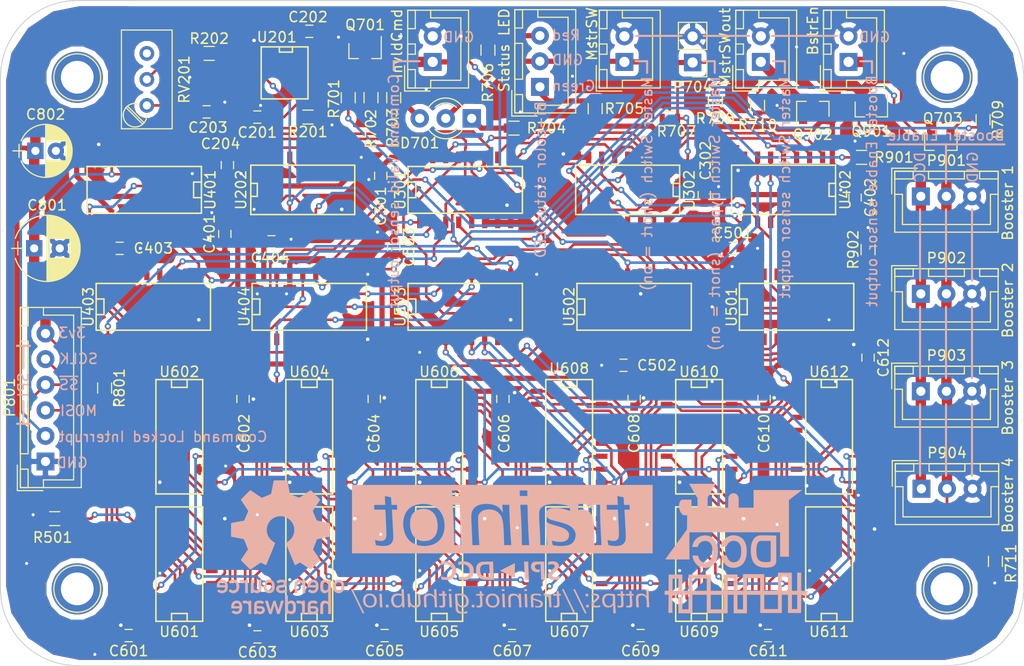
<source format=kicad_pcb>
(kicad_pcb (version 4) (host pcbnew 4.0.5)
  (title_block (title "Trainiot SPI DCC") (date 2017-03-30) (rev 1.3) (company "Lars Møllebjerg"))
  (layers (0 F.Cu signal) (31 B.Cu signal) (34 B.Paste user hide) (35 F.Paste user hide) (36 B.SilkS user) (37 F.SilkS user hide) (38 B.Mask user hide) (39 F.Mask user hide) (44 Edge.Cuts user))
  (net 0 "")
  (net 1 "Net-(C201-Pad1)")
  (net 2 GND)
  (net 3 VCC)
  (net 4 "Net-(C203-Pad1)")
  (net 5 "Net-(D701-Pad1)")
  (net 6 "/Panel and Sensors/~MASTER_SWITCH")
  (net 7 "Net-(D701-Pad3)")
  (net 8 "Net-(P701-Pad1)")
  (net 9 "Net-(P701-Pad3)")
  (net 10 "/Panel and Sensors/~COMMAND_VALID")
  (net 11 "/Booster Connectors/BOOSTER_ENABLE")
  (net 12 "Net-(P706-Pad1)")
  (net 13 "/DCC Generator/IN_DATA_BIT")
  (net 14 "/Command Register/MOSI")
  (net 15 "/Command Register/~SS~")
  (net 16 "/Command Register/SCLK")
  (net 17 "Net-(P901-Pad1)")
  (net 18 "Net-(Q701-Pad1)")
  (net 19 "Net-(Q702-Pad1)")
  (net 20 "Net-(Q703-Pad1)")
  (net 21 "Net-(Q901-Pad1)")
  (net 22 "Net-(R201-Pad2)")
  (net 23 "Net-(R202-Pad1)")
  (net 24 "/Command Register/COMMAND_VALID")
  (net 25 "/Panel and Sensors/~BOOSTER_ENABLE")
  (net 26 "Net-(R901-Pad2)")
  (net 27 "Net-(RV201-Pad3)")
  (net 28 /ClockGenerator/CLK_58μs)
  (net 29 "Net-(U202-Pad2)")
  (net 30 /ClockGenerator/CLK_116μs)
  (net 31 "Net-(U202-Pad12)")
  (net 32 "/Booster Connectors/DCC")
  (net 33 "Net-(U202-Pad11)")
  (net 34 "Net-(U301-Pad14)")
  (net 35 "/Command Register/COMMAND_DATA")
  (net 36 "/Command Register/IN_CMD_END_BIT")
  (net 37 "Net-(U301-Pad10)")
  (net 38 "/DCC Generator/IN_PREAMBLE")
  (net 39 "Net-(U302-Pad4)")
  (net 40 "/Command Register/~IN_DATA_BIT~")
  (net 41 "Net-(U401-Pad14)")
  (net 42 "Net-(U401-Pad13)")
  (net 43 "Net-(U401-Pad12)")
  (net 44 "Net-(U401-Pad11)")
  (net 45 "/Command Register/~IN_CMD_END_BIT~")
  (net 46 "/DCC State Machine/~IN_PREAMBLE~")
  (net 47 "Net-(U402-Pad4)")
  (net 48 "Net-(U402-Pad12)")
  (net 49 "Net-(U402-Pad13)")
  (net 50 "Net-(U402-Pad10)")
  (net 51 "Net-(U403-Pad14)")
  (net 52 "Net-(U403-Pad13)")
  (net 53 "Net-(U403-Pad12)")
  (net 54 "Net-(U403-Pad15)")
  (net 55 "Net-(U404-Pad12)")
  (net 56 "/Command Register/CMD_LENGTH_BIT_0")
  (net 57 "Net-(U404-Pad7)")
  (net 58 "Net-(U404-Pad6)")
  (net 59 "Net-(U404-Pad3)")
  (net 60 "Net-(U404-Pad2)")
  (net 61 "/DCC State Machine/CMD_LENGTH_BIT_1")
  (net 62 "/DCC State Machine/CMD_LENGTH_BIT_0")
  (net 63 "Net-(U501-Pad5)")
  (net 64 "Net-(U501-Pad4)")
  (net 65 "Net-(U501-Pad3)")
  (net 66 "Net-(U501-Pad2)")
  (net 67 "Net-(U501-Pad1)")
  (net 68 "Net-(U501-Pad15)")
  (net 69 "Net-(U502-Pad14)")
  (net 70 "Net-(U502-Pad11)")
  (net 71 "Net-(U502-Pad9)")
  (net 72 "Net-(U502-Pad8)")
  (net 73 "Net-(U502-Pad1)")
  (net 74 "/Command Register/ShiftRegisters/4_BYTE_CMD")
  (net 75 "/Command Register/ShiftRegisters/5_BYTE_CMD")
  (net 76 "/Command Register/ShiftRegisters/6_BYTE_CMD")
  (net 77 "/Command Register/ShiftRegisters/3_BYTE_CMD")
  (net 78 "Net-(U601-Pad9)")
  (net 79 "Net-(U601-Pad7)")
  (net 80 "Net-(U601-Pad6)")
  (net 81 "Net-(U601-Pad5)")
  (net 82 "Net-(U601-Pad4)")
  (net 83 "Net-(U601-Pad3)")
  (net 84 "Net-(U601-Pad2)")
  (net 85 "Net-(U601-Pad1)")
  (net 86 "Net-(U601-Pad15)")
  (net 87 "Net-(U602-Pad9)")
  (net 88 "Net-(U602-Pad7)")
  (net 89 "Net-(U603-Pad9)")
  (net 90 "Net-(U603-Pad7)")
  (net 91 "Net-(U603-Pad6)")
  (net 92 "Net-(U603-Pad5)")
  (net 93 "Net-(U603-Pad4)")
  (net 94 "Net-(U603-Pad3)")
  (net 95 "Net-(U603-Pad2)")
  (net 96 "Net-(U603-Pad1)")
  (net 97 "Net-(U603-Pad15)")
  (net 98 "Net-(U604-Pad9)")
  (net 99 "Net-(U604-Pad7)")
  (net 100 "Net-(U605-Pad9)")
  (net 101 "Net-(U605-Pad7)")
  (net 102 "Net-(U605-Pad6)")
  (net 103 "Net-(U605-Pad5)")
  (net 104 "Net-(U605-Pad4)")
  (net 105 "Net-(U605-Pad3)")
  (net 106 "Net-(U605-Pad2)")
  (net 107 "Net-(U605-Pad1)")
  (net 108 "Net-(U605-Pad15)")
  (net 109 "Net-(U606-Pad7)")
  (net 110 "Net-(U607-Pad9)")
  (net 111 "Net-(U607-Pad7)")
  (net 112 "Net-(U607-Pad6)")
  (net 113 "Net-(U607-Pad5)")
  (net 114 "Net-(U607-Pad4)")
  (net 115 "Net-(U607-Pad3)")
  (net 116 "Net-(U607-Pad2)")
  (net 117 "Net-(U607-Pad1)")
  (net 118 "Net-(U607-Pad15)")
  (net 119 "Net-(U608-Pad7)")
  (net 120 "Net-(U609-Pad9)")
  (net 121 "Net-(U609-Pad7)")
  (net 122 "Net-(U609-Pad6)")
  (net 123 "Net-(U609-Pad5)")
  (net 124 "Net-(U609-Pad4)")
  (net 125 "Net-(U609-Pad3)")
  (net 126 "Net-(U609-Pad2)")
  (net 127 "Net-(U609-Pad1)")
  (net 128 "Net-(U609-Pad15)")
  (net 129 "Net-(U610-Pad7)")
  (net 130 "Net-(U611-Pad9)")
  (net 131 "Net-(U611-Pad7)")
  (net 132 "Net-(U611-Pad6)")
  (net 133 "Net-(U611-Pad5)")
  (net 134 "Net-(U611-Pad4)")
  (net 135 "Net-(U611-Pad3)")
  (net 136 "Net-(U611-Pad2)")
  (net 137 "Net-(U611-Pad1)")
  (net 138 "Net-(U611-Pad15)")
  (net 139 "Net-(U612-Pad7)")
  (net 140 "Net-(U302-Pad11)")
  (net 141 "Net-(U302-Pad12)")
  (net 142 "Net-(U302-Pad13)")
  (module SMD_Packages:SO-16-N (layer F.Cu) (at 180.975 140.081 90)
    (fp_text reference U611 (at -6.604 0 180) (layer F.SilkS))
    (fp_text value 74HC595)
    (pad 16 smd rect (at -4.445 -3.175 90) (size 0.508 1.143) (layers F.Cu F.Paste F.Mask) (net 3 VCC))
    (pad 14 smd rect (at -1.905 -3.175 90) (size 0.508 1.143) (layers F.Cu F.Paste F.Mask) (net 120 "Net-(U609-Pad9)"))
    (pad 13 smd rect (at -0.635 -3.175 90) (size 0.508 1.143) (layers F.Cu F.Paste F.Mask) (net 2 GND))
    (pad 12 smd rect (at 0.635 -3.175 90) (size 0.508 1.143) (layers F.Cu F.Paste F.Mask) (net 15 "/Command Register/~SS~"))
    (pad 11 smd rect (at 1.905 -3.175 90) (size 0.508 1.143) (layers F.Cu F.Paste F.Mask) (net 16 "/Command Register/SCLK"))
    (pad 10 smd rect (at 3.175 -3.175 90) (size 0.508 1.143) (layers F.Cu F.Paste F.Mask) (net 3 VCC))
    (pad 9 smd rect (at 4.445 -3.175 90) (size 0.508 1.143) (layers F.Cu F.Paste F.Mask) (net 130 "Net-(U611-Pad9)"))
    (pad 8 smd rect (at 4.445 3.175 90) (size 0.508 1.143) (layers F.Cu F.Paste F.Mask) (net 2 GND))
    (pad 7 smd rect (at 3.175 3.175 90) (size 0.508 1.143) (layers F.Cu F.Paste F.Mask) (net 131 "Net-(U611-Pad7)"))
    (pad 6 smd rect (at 1.905 3.175 90) (size 0.508 1.143) (layers F.Cu F.Paste F.Mask) (net 132 "Net-(U611-Pad6)"))
    (pad 5 smd rect (at 0.635 3.175 90) (size 0.508 1.143) (layers F.Cu F.Paste F.Mask) (net 133 "Net-(U611-Pad5)"))
    (pad 4 smd rect (at -0.635 3.175 90) (size 0.508 1.143) (layers F.Cu F.Paste F.Mask) (net 134 "Net-(U611-Pad4)"))
    (pad 3 smd rect (at -1.905 3.175 90) (size 0.508 1.143) (layers F.Cu F.Paste F.Mask) (net 135 "Net-(U611-Pad3)"))
    (pad 2 smd rect (at -3.175 3.175 90) (size 0.508 1.143) (layers F.Cu F.Paste F.Mask) (net 136 "Net-(U611-Pad2)"))
    (pad 1 smd rect (at -4.445 3.175 90) (size 0.508 1.143) (layers F.Cu F.Paste F.Mask) (net 137 "Net-(U611-Pad1)"))
    (pad 15 smd rect (at -3.175 -3.175 90) (size 0.508 1.143) (layers F.Cu F.Paste F.Mask) (net 138 "Net-(U611-Pad15)"))
  )
  (module SMD_Packages:SO-16-N (layer F.Cu) (at 168.275 140.081 90)
    (fp_text reference U609 (at -6.604 0 180) (layer F.SilkS))
    (fp_text value 74HC595)
    (pad 16 smd rect (at -4.445 -3.175 90) (size 0.508 1.143) (layers F.Cu F.Paste F.Mask) (net 3 VCC))
    (pad 14 smd rect (at -1.905 -3.175 90) (size 0.508 1.143) (layers F.Cu F.Paste F.Mask) (net 110 "Net-(U607-Pad9)"))
    (pad 13 smd rect (at -0.635 -3.175 90) (size 0.508 1.143) (layers F.Cu F.Paste F.Mask) (net 2 GND))
    (pad 12 smd rect (at 0.635 -3.175 90) (size 0.508 1.143) (layers F.Cu F.Paste F.Mask) (net 15 "/Command Register/~SS~"))
    (pad 11 smd rect (at 1.905 -3.175 90) (size 0.508 1.143) (layers F.Cu F.Paste F.Mask) (net 16 "/Command Register/SCLK"))
    (pad 10 smd rect (at 3.175 -3.175 90) (size 0.508 1.143) (layers F.Cu F.Paste F.Mask) (net 3 VCC))
    (pad 9 smd rect (at 4.445 -3.175 90) (size 0.508 1.143) (layers F.Cu F.Paste F.Mask) (net 120 "Net-(U609-Pad9)"))
    (pad 8 smd rect (at 4.445 3.175 90) (size 0.508 1.143) (layers F.Cu F.Paste F.Mask) (net 2 GND))
    (pad 7 smd rect (at 3.175 3.175 90) (size 0.508 1.143) (layers F.Cu F.Paste F.Mask) (net 121 "Net-(U609-Pad7)"))
    (pad 6 smd rect (at 1.905 3.175 90) (size 0.508 1.143) (layers F.Cu F.Paste F.Mask) (net 122 "Net-(U609-Pad6)"))
    (pad 5 smd rect (at 0.635 3.175 90) (size 0.508 1.143) (layers F.Cu F.Paste F.Mask) (net 123 "Net-(U609-Pad5)"))
    (pad 4 smd rect (at -0.635 3.175 90) (size 0.508 1.143) (layers F.Cu F.Paste F.Mask) (net 124 "Net-(U609-Pad4)"))
    (pad 3 smd rect (at -1.905 3.175 90) (size 0.508 1.143) (layers F.Cu F.Paste F.Mask) (net 125 "Net-(U609-Pad3)"))
    (pad 2 smd rect (at -3.175 3.175 90) (size 0.508 1.143) (layers F.Cu F.Paste F.Mask) (net 126 "Net-(U609-Pad2)"))
    (pad 1 smd rect (at -4.445 3.175 90) (size 0.508 1.143) (layers F.Cu F.Paste F.Mask) (net 127 "Net-(U609-Pad1)"))
    (pad 15 smd rect (at -3.175 -3.175 90) (size 0.508 1.143) (layers F.Cu F.Paste F.Mask) (net 128 "Net-(U609-Pad15)"))
  )
  (module SMD_Packages:SO-16-N (layer F.Cu) (at 155.575 140.081 90)
    (fp_text reference U607 (at -6.604 0 180) (layer F.SilkS))
    (fp_text value 74HC595)
    (pad 16 smd rect (at -4.445 -3.175 90) (size 0.508 1.143) (layers F.Cu F.Paste F.Mask) (net 3 VCC))
    (pad 14 smd rect (at -1.905 -3.175 90) (size 0.508 1.143) (layers F.Cu F.Paste F.Mask) (net 100 "Net-(U605-Pad9)"))
    (pad 13 smd rect (at -0.635 -3.175 90) (size 0.508 1.143) (layers F.Cu F.Paste F.Mask) (net 2 GND))
    (pad 12 smd rect (at 0.635 -3.175 90) (size 0.508 1.143) (layers F.Cu F.Paste F.Mask) (net 15 "/Command Register/~SS~"))
    (pad 11 smd rect (at 1.905 -3.175 90) (size 0.508 1.143) (layers F.Cu F.Paste F.Mask) (net 16 "/Command Register/SCLK"))
    (pad 10 smd rect (at 3.175 -3.175 90) (size 0.508 1.143) (layers F.Cu F.Paste F.Mask) (net 3 VCC))
    (pad 9 smd rect (at 4.445 -3.175 90) (size 0.508 1.143) (layers F.Cu F.Paste F.Mask) (net 110 "Net-(U607-Pad9)"))
    (pad 8 smd rect (at 4.445 3.175 90) (size 0.508 1.143) (layers F.Cu F.Paste F.Mask) (net 2 GND))
    (pad 7 smd rect (at 3.175 3.175 90) (size 0.508 1.143) (layers F.Cu F.Paste F.Mask) (net 111 "Net-(U607-Pad7)"))
    (pad 6 smd rect (at 1.905 3.175 90) (size 0.508 1.143) (layers F.Cu F.Paste F.Mask) (net 112 "Net-(U607-Pad6)"))
    (pad 5 smd rect (at 0.635 3.175 90) (size 0.508 1.143) (layers F.Cu F.Paste F.Mask) (net 113 "Net-(U607-Pad5)"))
    (pad 4 smd rect (at -0.635 3.175 90) (size 0.508 1.143) (layers F.Cu F.Paste F.Mask) (net 114 "Net-(U607-Pad4)"))
    (pad 3 smd rect (at -1.905 3.175 90) (size 0.508 1.143) (layers F.Cu F.Paste F.Mask) (net 115 "Net-(U607-Pad3)"))
    (pad 2 smd rect (at -3.175 3.175 90) (size 0.508 1.143) (layers F.Cu F.Paste F.Mask) (net 116 "Net-(U607-Pad2)"))
    (pad 1 smd rect (at -4.445 3.175 90) (size 0.508 1.143) (layers F.Cu F.Paste F.Mask) (net 117 "Net-(U607-Pad1)"))
    (pad 15 smd rect (at -3.175 -3.175 90) (size 0.508 1.143) (layers F.Cu F.Paste F.Mask) (net 118 "Net-(U607-Pad15)"))
  )
  (module SMD_Packages:SO-16-N (layer F.Cu) (at 142.875 140.081 90)
    (fp_text reference U605 (at -6.604 0 180) (layer F.SilkS))
    (fp_text value 74HC595)
    (pad 16 smd rect (at -4.445 -3.175 90) (size 0.508 1.143) (layers F.Cu F.Paste F.Mask) (net 3 VCC))
    (pad 14 smd rect (at -1.905 -3.175 90) (size 0.508 1.143) (layers F.Cu F.Paste F.Mask) (net 89 "Net-(U603-Pad9)"))
    (pad 13 smd rect (at -0.635 -3.175 90) (size 0.508 1.143) (layers F.Cu F.Paste F.Mask) (net 2 GND))
    (pad 12 smd rect (at 0.635 -3.175 90) (size 0.508 1.143) (layers F.Cu F.Paste F.Mask) (net 15 "/Command Register/~SS~"))
    (pad 11 smd rect (at 1.905 -3.175 90) (size 0.508 1.143) (layers F.Cu F.Paste F.Mask) (net 16 "/Command Register/SCLK"))
    (pad 10 smd rect (at 3.175 -3.175 90) (size 0.508 1.143) (layers F.Cu F.Paste F.Mask) (net 3 VCC))
    (pad 9 smd rect (at 4.445 -3.175 90) (size 0.508 1.143) (layers F.Cu F.Paste F.Mask) (net 100 "Net-(U605-Pad9)"))
    (pad 8 smd rect (at 4.445 3.175 90) (size 0.508 1.143) (layers F.Cu F.Paste F.Mask) (net 2 GND))
    (pad 7 smd rect (at 3.175 3.175 90) (size 0.508 1.143) (layers F.Cu F.Paste F.Mask) (net 101 "Net-(U605-Pad7)"))
    (pad 6 smd rect (at 1.905 3.175 90) (size 0.508 1.143) (layers F.Cu F.Paste F.Mask) (net 102 "Net-(U605-Pad6)"))
    (pad 5 smd rect (at 0.635 3.175 90) (size 0.508 1.143) (layers F.Cu F.Paste F.Mask) (net 103 "Net-(U605-Pad5)"))
    (pad 4 smd rect (at -0.635 3.175 90) (size 0.508 1.143) (layers F.Cu F.Paste F.Mask) (net 104 "Net-(U605-Pad4)"))
    (pad 3 smd rect (at -1.905 3.175 90) (size 0.508 1.143) (layers F.Cu F.Paste F.Mask) (net 105 "Net-(U605-Pad3)"))
    (pad 2 smd rect (at -3.175 3.175 90) (size 0.508 1.143) (layers F.Cu F.Paste F.Mask) (net 106 "Net-(U605-Pad2)"))
    (pad 1 smd rect (at -4.445 3.175 90) (size 0.508 1.143) (layers F.Cu F.Paste F.Mask) (net 107 "Net-(U605-Pad1)"))
    (pad 15 smd rect (at -3.175 -3.175 90) (size 0.508 1.143) (layers F.Cu F.Paste F.Mask) (net 108 "Net-(U605-Pad15)"))
  )
  (module Connectors:1pin (layer F.Cu) (at 192.5 92.5)
    (fp_text reference REF** hide)
    (fp_text value 1pin hide)
    (pad 1 thru_hole circle (at 0 0) (size 5 5) (drill 3.2) (layers *.Cu *.Mask))
  )
  (module SMD_Packages:SOIC-8-N (layer F.Cu) (at 127.762 92.075 270)
    (fp_text reference U201 (at -3.4925 0.762 360) (layer F.SilkS))
    (fp_text value LM555N)
    (pad 8 smd rect (at -1.905 -3.175 270) (size 0.508 1.143) (layers F.Cu F.Paste F.Mask) (net 3 VCC))
    (pad 7 smd rect (at -0.635 -3.175 270) (size 0.508 1.143) (layers F.Cu F.Paste F.Mask) (net 22 "Net-(R201-Pad2)"))
    (pad 6 smd rect (at 0.635 -3.175 270) (size 0.508 1.143) (layers F.Cu F.Paste F.Mask) (net 4 "Net-(C203-Pad1)"))
    (pad 5 smd rect (at 1.905 -3.175 270) (size 0.508 1.143) (layers F.Cu F.Paste F.Mask) (net 1 "Net-(C201-Pad1)"))
    (pad 4 smd rect (at 1.905 3.175 270) (size 0.508 1.143) (layers F.Cu F.Paste F.Mask) (net 3 VCC))
    (pad 3 smd rect (at 0.635 3.175 270) (size 0.508 1.143) (layers F.Cu F.Paste F.Mask) (net 28 /ClockGenerator/CLK_58μs))
    (pad 2 smd rect (at -0.635 3.175 270) (size 0.508 1.143) (layers F.Cu F.Paste F.Mask) (net 4 "Net-(C203-Pad1)"))
    (pad 1 smd rect (at -1.905 3.175 270) (size 0.508 1.143) (layers F.Cu F.Paste F.Mask) (net 2 GND))
  )
  (module Connectors:1pin (layer F.Cu) (at 107.5 92.5)
    (fp_text reference REF** hide)
    (fp_text value 1pin hide)
    (pad 1 thru_hole circle (at 0 0) (size 5 5) (drill 3.2) (layers *.Cu *.Mask))
  )
  (module Connectors:1pin (layer F.Cu) (at 192.5 142.5)
    (fp_text reference REF** hide)
    (fp_text value 1pin hide)
    (pad 1 thru_hole circle (at 0 0) (size 5 5) (drill 3.2) (layers *.Cu *.Mask))
  )
  (module Capacitors_SMD:C_0603 (layer F.Cu) (at 125.095 96.393 180)
    (fp_text reference C201 (at 0 -1.5 180) (layer F.SilkS))
    (fp_text value .01μF)
    (pad 1 smd rect (at -0.75 0 180) (size 0.8 0.75) (layers F.Cu F.Paste F.Mask) (net 1 "Net-(C201-Pad1)"))
    (pad 2 smd rect (at 0.75 0 180) (size 0.8 0.75) (layers F.Cu F.Paste F.Mask) (net 2 GND))
  )
  (module Capacitors_SMD:C_0603 (layer F.Cu) (at 130.175 88.011 180)
    (fp_text reference C202 (at 0.127 1.397 360) (layer F.SilkS))
    (fp_text value 100nF)
    (pad 1 smd rect (at -0.75 0 180) (size 0.8 0.75) (layers F.Cu F.Paste F.Mask) (net 3 VCC))
    (pad 2 smd rect (at 0.75 0 180) (size 0.8 0.75) (layers F.Cu F.Paste F.Mask) (net 2 GND))
  )
  (module Capacitors_SMD:C_0603 (layer F.Cu) (at 120.142 95.885)
    (fp_text reference C203 (at 0.127 1.524) (layer F.SilkS))
    (fp_text value 1nf)
    (pad 1 smd rect (at -0.75 0) (size 0.8 0.75) (layers F.Cu F.Paste F.Mask) (net 4 "Net-(C203-Pad1)"))
    (pad 2 smd rect (at 0.75 0) (size 0.8 0.75) (layers F.Cu F.Paste F.Mask) (net 2 GND))
  )
  (module Capacitors_SMD:C_0603 (layer F.Cu) (at 122.174 101.08 90)
    (fp_text reference C204 (at 2.08 -0.674 180) (layer F.SilkS))
    (fp_text value 100nF)
    (pad 1 smd rect (at -0.75 0 90) (size 0.8 0.75) (layers F.Cu F.Paste F.Mask) (net 2 GND))
    (pad 2 smd rect (at 0.75 0 90) (size 0.8 0.75) (layers F.Cu F.Paste F.Mask) (net 3 VCC))
  )
  (module Capacitors_SMD:C_0603 (layer F.Cu) (at 137.16 102.12 270)
    (fp_text reference C301 (at 2.9725 0 270) (layer F.SilkS))
    (fp_text value 100nF)
    (pad 1 smd rect (at -0.75 0 270) (size 0.8 0.75) (layers F.Cu F.Paste F.Mask) (net 3 VCC))
    (pad 2 smd rect (at 0.75 0 270) (size 0.8 0.75) (layers F.Cu F.Paste F.Mask) (net 2 GND))
  )
  (module Capacitors_SMD:C_0603 (layer F.Cu) (at 168.783 104.013 270)
    (fp_text reference C302 (at -3.3655 -0.127 270) (layer F.SilkS))
    (fp_text value 100nF)
    (pad 1 smd rect (at -0.75 0 270) (size 0.8 0.75) (layers F.Cu F.Paste F.Mask) (net 2 GND))
    (pad 2 smd rect (at 0.75 0 270) (size 0.8 0.75) (layers F.Cu F.Paste F.Mask) (net 3 VCC))
  )
  (module Capacitors_SMD:C_0603 (layer F.Cu) (at 121.92 107.811 90)
    (fp_text reference C401 (at 0 -1.5 90) (layer F.SilkS))
    (fp_text value 100nF)
    (pad 1 smd rect (at -0.75 0 90) (size 0.8 0.75) (layers F.Cu F.Paste F.Mask) (net 2 GND))
    (pad 2 smd rect (at 0.75 0 90) (size 0.8 0.75) (layers F.Cu F.Paste F.Mask) (net 3 VCC))
  )
  (module Capacitors_SMD:C_0603 (layer F.Cu) (at 183.515 104.255 270)
    (fp_text reference C402 (at 0 -1.5 270) (layer F.SilkS))
    (fp_text value 100nF)
    (pad 1 smd rect (at -0.75 0 270) (size 0.8 0.75) (layers F.Cu F.Paste F.Mask) (net 2 GND))
    (pad 2 smd rect (at 0.75 0 270) (size 0.8 0.75) (layers F.Cu F.Paste F.Mask) (net 3 VCC))
  )
  (module Capacitors_SMD:C_0603 (layer F.Cu) (at 111.645 109.22 180)
    (fp_text reference C403 (at -3.29 0 180) (layer F.SilkS))
    (fp_text value 100nF)
    (pad 1 smd rect (at -0.75 0 180) (size 0.8 0.75) (layers F.Cu F.Paste F.Mask) (net 2 GND))
    (pad 2 smd rect (at 0.75 0 180) (size 0.8 0.75) (layers F.Cu F.Paste F.Mask) (net 3 VCC))
  )
  (module Capacitors_SMD:C_0603 (layer F.Cu) (at 126.48 108.585 180)
    (fp_text reference C404 (at 0.115 -1.5875 180) (layer F.SilkS))
    (fp_text value 100nF)
    (pad 1 smd rect (at -0.75 0 180) (size 0.8 0.75) (layers F.Cu F.Paste F.Mask) (net 2 GND))
    (pad 2 smd rect (at 0.75 0 180) (size 0.8 0.75) (layers F.Cu F.Paste F.Mask) (net 3 VCC))
  )
  (module Capacitors_SMD:C_0603 (layer F.Cu) (at 171.577 109.22)
    (fp_text reference C501 (at 0 -1.5) (layer F.SilkS))
    (fp_text value 100nf)
    (pad 1 smd rect (at -0.75 0) (size 0.8 0.75) (layers F.Cu F.Paste F.Mask) (net 2 GND))
    (pad 2 smd rect (at 0.75 0) (size 0.8 0.75) (layers F.Cu F.Paste F.Mask) (net 3 VCC))
  )
  (module Capacitors_SMD:C_0603 (layer F.Cu) (at 160.885 120.65)
    (fp_text reference C502 (at 3.2625 0) (layer F.SilkS))
    (fp_text value 100nf)
    (pad 1 smd rect (at -0.75 0) (size 0.8 0.75) (layers F.Cu F.Paste F.Mask) (net 2 GND))
    (pad 2 smd rect (at 0.75 0) (size 0.8 0.75) (layers F.Cu F.Paste F.Mask) (net 3 VCC))
  )
  (module Capacitors_SMD:C_0603 (layer F.Cu) (at 138.43 109.105 270)
    (fp_text reference C503 (at 0 -1.5 270) (layer F.SilkS))
    (fp_text value 100nf)
    (pad 1 smd rect (at -0.75 0 270) (size 0.8 0.75) (layers F.Cu F.Paste F.Mask) (net 2 GND))
    (pad 2 smd rect (at 0.75 0 270) (size 0.8 0.75) (layers F.Cu F.Paste F.Mask) (net 3 VCC))
  )
  (module Capacitors_SMD:C_0603 (layer F.Cu) (at 112.522 147.066 180)
    (fp_text reference C601 (at 0 -1.5 180) (layer F.SilkS))
    (fp_text value 100nF)
    (pad 1 smd rect (at -0.75 0 180) (size 0.8 0.75) (layers F.Cu F.Paste F.Mask) (net 3 VCC))
    (pad 2 smd rect (at 0.75 0 180) (size 0.8 0.75) (layers F.Cu F.Paste F.Mask) (net 2 GND))
  )
  (module Capacitors_SMD:C_0603 (layer F.Cu) (at 123.698 123.94 90)
    (fp_text reference C602 (at -3.3775 0.127 90) (layer F.SilkS))
    (fp_text value 100nF)
    (pad 1 smd rect (at -0.75 0 90) (size 0.8 0.75) (layers F.Cu F.Paste F.Mask) (net 2 GND))
    (pad 2 smd rect (at 0.75 0 90) (size 0.8 0.75) (layers F.Cu F.Paste F.Mask) (net 3 VCC))
  )
  (module Capacitors_SMD:C_0603 (layer F.Cu) (at 125.107 147.193 180)
    (fp_text reference C603 (at 0 -1.5 180) (layer F.SilkS))
    (fp_text value 100nF)
    (pad 1 smd rect (at -0.75 0 180) (size 0.8 0.75) (layers F.Cu F.Paste F.Mask) (net 3 VCC))
    (pad 2 smd rect (at 0.75 0 180) (size 0.8 0.75) (layers F.Cu F.Paste F.Mask) (net 2 GND))
  )
  (module Capacitors_SMD:C_0603 (layer F.Cu) (at 136.525 123.94 90)
    (fp_text reference C604 (at -3.3775 0 90) (layer F.SilkS))
    (fp_text value 100nF)
    (pad 1 smd rect (at -0.75 0 90) (size 0.8 0.75) (layers F.Cu F.Paste F.Mask) (net 2 GND))
    (pad 2 smd rect (at 0.75 0 90) (size 0.8 0.75) (layers F.Cu F.Paste F.Mask) (net 3 VCC))
  )
  (module Capacitors_SMD:C_0603 (layer F.Cu) (at 137.541 147.066 180)
    (fp_text reference C605 (at 0 -1.5 180) (layer F.SilkS))
    (fp_text value 100nF)
    (pad 1 smd rect (at -0.75 0 180) (size 0.8 0.75) (layers F.Cu F.Paste F.Mask) (net 3 VCC))
    (pad 2 smd rect (at 0.75 0 180) (size 0.8 0.75) (layers F.Cu F.Paste F.Mask) (net 2 GND))
  )
  (module Capacitors_SMD:C_0603 (layer F.Cu) (at 149.098 123.94 90)
    (fp_text reference C606 (at -3.3775 0.127 90) (layer F.SilkS))
    (fp_text value 100nF)
    (pad 1 smd rect (at -0.75 0 90) (size 0.8 0.75) (layers F.Cu F.Paste F.Mask) (net 2 GND))
    (pad 2 smd rect (at 0.75 0 90) (size 0.8 0.75) (layers F.Cu F.Paste F.Mask) (net 3 VCC))
  )
  (module Capacitors_SMD:C_0603 (layer F.Cu) (at 149.999 147.066 180)
    (fp_text reference C607 (at 0 -1.5 180) (layer F.SilkS))
    (fp_text value 100nF)
    (pad 1 smd rect (at -0.75 0 180) (size 0.8 0.75) (layers F.Cu F.Paste F.Mask) (net 3 VCC))
    (pad 2 smd rect (at 0.75 0 180) (size 0.8 0.75) (layers F.Cu F.Paste F.Mask) (net 2 GND))
  )
  (module Capacitors_SMD:C_0603 (layer F.Cu) (at 161.925 123.94 90)
    (fp_text reference C608 (at -3.3775 0 90) (layer F.SilkS))
    (fp_text value 100nF)
    (pad 1 smd rect (at -0.75 0 90) (size 0.8 0.75) (layers F.Cu F.Paste F.Mask) (net 2 GND))
    (pad 2 smd rect (at 0.75 0 90) (size 0.8 0.75) (layers F.Cu F.Paste F.Mask) (net 3 VCC))
  )
  (module Capacitors_SMD:C_0603 (layer F.Cu) (at 162.56 147.066 180)
    (fp_text reference C609 (at 0 -1.5 180) (layer F.SilkS))
    (fp_text value 100nF)
    (pad 1 smd rect (at -0.75 0 180) (size 0.8 0.75) (layers F.Cu F.Paste F.Mask) (net 3 VCC))
    (pad 2 smd rect (at 0.75 0 180) (size 0.8 0.75) (layers F.Cu F.Paste F.Mask) (net 2 GND))
  )
  (module Capacitors_SMD:C_0603 (layer F.Cu) (at 174.625 123.94 90)
    (fp_text reference C610 (at -3.3775 0 90) (layer F.SilkS))
    (fp_text value 100nF)
    (pad 1 smd rect (at -0.75 0 90) (size 0.8 0.75) (layers F.Cu F.Paste F.Mask) (net 2 GND))
    (pad 2 smd rect (at 0.75 0 90) (size 0.8 0.75) (layers F.Cu F.Paste F.Mask) (net 3 VCC))
  )
  (module Capacitors_SMD:C_0603 (layer F.Cu) (at 175.006 147.066 180)
    (fp_text reference C611 (at 0 -1.5 180) (layer F.SilkS))
    (fp_text value 100nF)
    (pad 1 smd rect (at -0.75 0 180) (size 0.8 0.75) (layers F.Cu F.Paste F.Mask) (net 3 VCC))
    (pad 2 smd rect (at 0.75 0 180) (size 0.8 0.75) (layers F.Cu F.Paste F.Mask) (net 2 GND))
  )
  (module Capacitors_SMD:C_0603 (layer F.Cu) (at 184.785 119.9 270)
    (fp_text reference C612 (at 0 -1.5 270) (layer F.SilkS))
    (fp_text value 100nF)
    (pad 1 smd rect (at -0.75 0 270) (size 0.8 0.75) (layers F.Cu F.Paste F.Mask) (net 2 GND))
    (pad 2 smd rect (at 0.75 0 270) (size 0.8 0.75) (layers F.Cu F.Paste F.Mask) (net 3 VCC))
  )
  (module Capacitors_THT:CP_Radial_D6.3mm_P2.50mm (layer F.Cu) (at 103.291 109.22)
    (fp_text reference C801 (at 1.25 -4.21) (layer F.SilkS))
    (fp_text value 100μF)
    (pad 1 thru_hole rect (at 0 0) (size 1.6 1.6) (drill 0.8) (layers *.Cu *.Mask) (net 3 VCC))
    (pad 2 thru_hole circle (at 2.5 0) (size 1.6 1.6) (drill 0.8) (layers *.Cu *.Mask) (net 2 GND))
  )
  (module Capacitors_THT:CP_Radial_D5.0mm_P2.00mm (layer F.Cu) (at 103.41 99.695)
    (fp_text reference C802 (at 1 -3.56) (layer F.SilkS))
    (fp_text value 4.7μF)
    (pad 1 thru_hole rect (at 0 0) (size 1.6 1.6) (drill 0.8) (layers *.Cu *.Mask) (net 3 VCC))
    (pad 2 thru_hole circle (at 2 0) (size 1.6 1.6) (drill 0.8) (layers *.Cu *.Mask) (net 2 GND))
  )
  (module LEDs:LED_D3.0mm-3 (layer F.Cu) (at 146.05 96.52 180)
    (fp_text reference D701 (at 5.08 -2.413 180) (layer F.SilkS))
    (fp_text value "LED_Dual_ACA (Red/Green)")
    (pad 1 thru_hole rect (at 0 0 180) (size 1.8 1.8) (drill 0.9) (layers *.Cu *.Mask) (net 5 "Net-(D701-Pad1)"))
    (pad 2 thru_hole circle (at 2.54 0 180) (size 1.8 1.8) (drill 0.9) (layers *.Cu *.Mask) (net 6 "/Panel and Sensors/~MASTER_SWITCH"))
    (pad 3 thru_hole circle (at 5.08 0 180) (size 1.8 1.8) (drill 0.9) (layers *.Cu *.Mask) (net 7 "Net-(D701-Pad3)"))
  )
  (module Connectors_JST:JST_XH_B03B-XH-A_03x2.50mm_Straight (layer F.Cu) (at 152.7175 93.439286 90)
    (fp_text reference P701 hide)
    (fp_text value LED)
    (pad 1 thru_hole rect (at 0 0 90) (size 1.75 1.75) (drill 0.9) (layers *.Cu *.Mask) (net 8 "Net-(P701-Pad1)"))
    (pad 2 thru_hole circle (at 2.5 0 90) (size 1.75 1.75) (drill 0.9) (layers *.Cu *.Mask) (net 6 "/Panel and Sensors/~MASTER_SWITCH"))
    (pad 3 thru_hole circle (at 5 0 90) (size 1.75 1.75) (drill 0.9) (layers *.Cu *.Mask) (net 9 "Net-(P701-Pad3)"))
  )
  (module Connectors_JST:JST_XH_B02B-XH-A_02x2.50mm_Straight (layer F.Cu) (at 142.24 91 90)
    (fp_text reference P702 hide)
    (fp_text value "Invld cmd out")
    (pad 1 thru_hole rect (at 0 0 90) (size 1.75 1.75) (drill 1) (layers *.Cu *.Mask) (net 10 "/Panel and Sensors/~COMMAND_VALID"))
    (pad 2 thru_hole circle (at 2.5 0 90) (size 1.75 1.75) (drill 1) (layers *.Cu *.Mask) (net 2 GND))
  )
  (module Connectors_JST:JST_XH_B02B-XH-A_02x2.50mm_Straight (layer F.Cu) (at 160.9725 91 90)
    (fp_text reference P703 hide)
    (fp_text value "Mstr SW")
    (pad 1 thru_hole rect (at 0 0 90) (size 1.75 1.75) (drill 1) (layers *.Cu *.Mask) (net 6 "/Panel and Sensors/~MASTER_SWITCH"))
    (pad 2 thru_hole circle (at 2.5 0 90) (size 1.75 1.75) (drill 1) (layers *.Cu *.Mask) (net 2 GND))
  )
  (module Pin_Headers:Pin_Header_Straight_1x02_Pitch2.54mm (layer F.Cu) (at 167.64 91.059 180)
    (fp_text reference P704 (at 0 -2.39 180) (layer F.SilkS))
    (fp_text value "Mstr SW bypass")
    (pad 1 thru_hole rect (at 0 0 180) (size 1.7 1.7) (drill 1) (layers *.Cu *.Mask) (net 6 "/Panel and Sensors/~MASTER_SWITCH"))
    (pad 2 thru_hole oval (at 0 2.54 180) (size 1.7 1.7) (drill 1) (layers *.Cu *.Mask) (net 2 GND))
  )
  (module Connectors_JST:JST_XH_B02B-XH-A_02x2.50mm_Straight (layer F.Cu) (at 182.88 91 90)
    (fp_text reference P705 hide)
    (fp_text value "Bstr En Out")
    (pad 1 thru_hole rect (at 0 0 90) (size 1.75 1.75) (drill 1) (layers *.Cu *.Mask) (net 11 "/Booster Connectors/BOOSTER_ENABLE"))
    (pad 2 thru_hole circle (at 2.5 0 90) (size 1.75 1.75) (drill 1) (layers *.Cu *.Mask) (net 2 GND))
  )
  (module Connectors_JST:JST_XH_B02B-XH-A_02x2.50mm_Straight (layer F.Cu) (at 174.3075 91 90)
    (fp_text reference P706 hide)
    (fp_text value "Mstr SW out")
    (pad 1 thru_hole rect (at 0 0 90) (size 1.75 1.75) (drill 1) (layers *.Cu *.Mask) (net 12 "Net-(P706-Pad1)"))
    (pad 2 thru_hole circle (at 2.5 0 90) (size 1.75 1.75) (drill 1) (layers *.Cu *.Mask) (net 2 GND))
  )
  (module Connectors_JST:JST_XH_B06B-XH-A_06x2.50mm_Straight (layer F.Cu) (at 104.394 130.048 90)
    (fp_text reference P801 (at 6.25 -3.5 90) (layer F.SilkS))
    (fp_text value SPI)
    (pad 1 thru_hole rect (at 0 0 90) (size 1.75 1.75) (drill 0.9) (layers *.Cu *.Mask) (net 2 GND))
    (pad 2 thru_hole circle (at 2.5 0 90) (size 1.75 1.75) (drill 0.9) (layers *.Cu *.Mask) (net 38 "/DCC Generator/IN_PREAMBLE"))
    (pad 3 thru_hole circle (at 5 0 90) (size 1.75 1.75) (drill 0.9) (layers *.Cu *.Mask) (net 14 "/Command Register/MOSI"))
    (pad 4 thru_hole circle (at 7.5 0 90) (size 1.75 1.75) (drill 0.9) (layers *.Cu *.Mask) (net 15 "/Command Register/~SS~"))
    (pad 5 thru_hole circle (at 10 0 90) (size 1.75 1.75) (drill 0.9) (layers *.Cu *.Mask) (net 16 "/Command Register/SCLK"))
    (pad 6 thru_hole circle (at 12.5 0 90) (size 1.75 1.75) (drill 0.9) (layers *.Cu *.Mask) (net 3 VCC))
  )
  (module Connectors_JST:JST_XH_B03B-XH-A_03x2.50mm_Straight (layer F.Cu) (at 189.945 104.14)
    (fp_text reference P901 (at 2.5 -3.5) (layer F.SilkS))
    (fp_text value "Bstr 1")
    (pad 1 thru_hole rect (at 0 0) (size 1.75 1.75) (drill 0.9) (layers *.Cu *.Mask) (net 17 "Net-(P901-Pad1)"))
    (pad 2 thru_hole circle (at 2.5 0) (size 1.75 1.75) (drill 0.9) (layers *.Cu *.Mask) (net 11 "/Booster Connectors/BOOSTER_ENABLE"))
    (pad 3 thru_hole circle (at 5 0) (size 1.75 1.75) (drill 0.9) (layers *.Cu *.Mask) (net 2 GND))
  )
  (module Connectors_JST:JST_XH_B03B-XH-A_03x2.50mm_Straight (layer F.Cu) (at 189.945 113.665)
    (fp_text reference P902 (at 2.5 -3.5) (layer F.SilkS))
    (fp_text value "Bstr 2")
    (pad 1 thru_hole rect (at 0 0) (size 1.75 1.75) (drill 0.9) (layers *.Cu *.Mask) (net 17 "Net-(P901-Pad1)"))
    (pad 2 thru_hole circle (at 2.5 0) (size 1.75 1.75) (drill 0.9) (layers *.Cu *.Mask) (net 11 "/Booster Connectors/BOOSTER_ENABLE"))
    (pad 3 thru_hole circle (at 5 0) (size 1.75 1.75) (drill 0.9) (layers *.Cu *.Mask) (net 2 GND))
  )
  (module Connectors_JST:JST_XH_B03B-XH-A_03x2.50mm_Straight (layer F.Cu) (at 189.945 123.19)
    (fp_text reference P903 (at 2.5 -3.5) (layer F.SilkS))
    (fp_text value "Bstr 3")
    (pad 1 thru_hole rect (at 0 0) (size 1.75 1.75) (drill 0.9) (layers *.Cu *.Mask) (net 17 "Net-(P901-Pad1)"))
    (pad 2 thru_hole circle (at 2.5 0) (size 1.75 1.75) (drill 0.9) (layers *.Cu *.Mask) (net 11 "/Booster Connectors/BOOSTER_ENABLE"))
    (pad 3 thru_hole circle (at 5 0) (size 1.75 1.75) (drill 0.9) (layers *.Cu *.Mask) (net 2 GND))
  )
  (module Connectors_JST:JST_XH_B03B-XH-A_03x2.50mm_Straight (layer F.Cu) (at 190 132.715)
    (fp_text reference P904 (at 2.5 -3.5) (layer F.SilkS))
    (fp_text value "Bstr 4")
    (pad 1 thru_hole rect (at 0 0) (size 1.75 1.75) (drill 0.9) (layers *.Cu *.Mask) (net 17 "Net-(P901-Pad1)"))
    (pad 2 thru_hole circle (at 2.5 0) (size 1.75 1.75) (drill 0.9) (layers *.Cu *.Mask) (net 11 "/Booster Connectors/BOOSTER_ENABLE"))
    (pad 3 thru_hole circle (at 5 0) (size 1.75 1.75) (drill 0.9) (layers *.Cu *.Mask) (net 2 GND))
  )
  (module TO_SOT_Packages_SMD:SOT-23 (layer F.Cu) (at 135.629 89.916 270)
    (fp_text reference Q701 (at -2.54 0 360) (layer F.SilkS))
    (fp_text value BC327-40)
    (pad 1 smd rect (at -1 -0.95 270) (size 0.9 0.8) (layers F.Cu F.Paste F.Mask) (net 18 "Net-(Q701-Pad1)"))
    (pad 2 smd rect (at -1 0.95 270) (size 0.9 0.8) (layers F.Cu F.Paste F.Mask) (net 3 VCC))
    (pad 3 smd rect (at 1 0 270) (size 0.9 0.8) (layers F.Cu F.Paste F.Mask) (net 10 "/Panel and Sensors/~COMMAND_VALID"))
  )
  (module TO_SOT_Packages_SMD:SOT-23 (layer F.Cu) (at 179.3875 95.615 90)
    (fp_text reference Q702 (at -2.4925 0 360) (layer F.SilkS))
    (fp_text value BC327-40)
    (pad 1 smd rect (at -1 -0.95 90) (size 0.9 0.8) (layers F.Cu F.Paste F.Mask) (net 19 "Net-(Q702-Pad1)"))
    (pad 2 smd rect (at -1 0.95 90) (size 0.9 0.8) (layers F.Cu F.Paste F.Mask) (net 3 VCC))
    (pad 3 smd rect (at 1 0 90) (size 0.9 0.8) (layers F.Cu F.Paste F.Mask) (net 12 "Net-(P706-Pad1)"))
  )
  (module TO_SOT_Packages_SMD:SOT-23 (layer F.Cu) (at 191.897 98.885 270)
    (fp_text reference Q703 (at -2.365 -0.1905 360) (layer F.SilkS))
    (fp_text value BC327-40)
    (pad 1 smd rect (at -1 -0.95 270) (size 0.9 0.8) (layers F.Cu F.Paste F.Mask) (net 20 "Net-(Q703-Pad1)"))
    (pad 2 smd rect (at -1 0.95 270) (size 0.9 0.8) (layers F.Cu F.Paste F.Mask) (net 3 VCC))
    (pad 3 smd rect (at 1 0 270) (size 0.9 0.8) (layers F.Cu F.Paste F.Mask) (net 11 "/Booster Connectors/BOOSTER_ENABLE"))
  )
  (module TO_SOT_Packages_SMD:SOT-23 (layer F.Cu) (at 185.105 95.615 270)
    (fp_text reference Q901 (at 2.175 0.0025 360) (layer F.SilkS))
    (fp_text value BC327-40)
    (pad 1 smd rect (at -1 -0.95 270) (size 0.9 0.8) (layers F.Cu F.Paste F.Mask) (net 21 "Net-(Q901-Pad1)"))
    (pad 2 smd rect (at -1 0.95 270) (size 0.9 0.8) (layers F.Cu F.Paste F.Mask) (net 3 VCC))
    (pad 3 smd rect (at 1 0 270) (size 0.9 0.8) (layers F.Cu F.Paste F.Mask) (net 17 "Net-(P901-Pad1)"))
  )
  (module Resistors_SMD:R_0603 (layer F.Cu) (at 130.048 96.393 180)
    (fp_text reference R201 (at 0 -1.45 180) (layer F.SilkS))
    (fp_text value 1K)
    (pad 1 smd rect (at -0.75 0 180) (size 0.5 0.9) (layers F.Cu F.Paste F.Mask) (net 3 VCC))
    (pad 2 smd rect (at 0.75 0 180) (size 0.5 0.9) (layers F.Cu F.Paste F.Mask) (net 22 "Net-(R201-Pad2)"))
  )
  (module Resistors_SMD:R_0603 (layer F.Cu) (at 120.396 90.17)
    (fp_text reference R202 (at 0 -1.45) (layer F.SilkS))
    (fp_text value 36K)
    (pad 1 smd rect (at -0.75 0) (size 0.5 0.9) (layers F.Cu F.Paste F.Mask) (net 23 "Net-(R202-Pad1)"))
    (pad 2 smd rect (at 0.75 0) (size 0.5 0.9) (layers F.Cu F.Paste F.Mask) (net 22 "Net-(R201-Pad2)"))
  )
  (module Resistors_SMD:R_0603 (layer F.Cu) (at 105.295 135.636)
    (fp_text reference R501 (at -0.2025 1.8415) (layer F.SilkS))
    (fp_text value 10K)
    (pad 1 smd rect (at -0.75 0) (size 0.5 0.9) (layers F.Cu F.Paste F.Mask) (net 15 "/Command Register/~SS~"))
    (pad 2 smd rect (at 0.75 0) (size 0.5 0.9) (layers F.Cu F.Paste F.Mask) (net 3 VCC))
  )
  (module Resistors_SMD:R_0603 (layer F.Cu) (at 133.985 94.5 270)
    (fp_text reference R701 (at 0.115 1.397 270) (layer F.SilkS))
    (fp_text value 1K)
    (pad 1 smd rect (at -0.75 0 270) (size 0.5 0.9) (layers F.Cu F.Paste F.Mask) (net 18 "Net-(Q701-Pad1)"))
    (pad 2 smd rect (at 0.75 0 270) (size 0.5 0.9) (layers F.Cu F.Paste F.Mask) (net 24 "/Command Register/COMMAND_VALID"))
  )
  (module Resistors_SMD:R_0603 (layer F.Cu) (at 136.2075 94.5 90)
    (fp_text reference R702 (at -3.036 0 270) (layer F.SilkS))
    (fp_text value 10K)
    (pad 1 smd rect (at -0.75 0 90) (size 0.5 0.9) (layers F.Cu F.Paste F.Mask) (net 2 GND))
    (pad 2 smd rect (at 0.75 0 90) (size 0.5 0.9) (layers F.Cu F.Paste F.Mask) (net 10 "/Panel and Sensors/~COMMAND_VALID"))
  )
  (module Resistors_SMD:R_0603 (layer F.Cu) (at 138.43 94.5 90)
    (fp_text reference R703 (at -2.909 -0.127 90) (layer F.SilkS))
    (fp_text value 2.2K)
    (pad 1 smd rect (at -0.75 0 90) (size 0.5 0.9) (layers F.Cu F.Paste F.Mask) (net 7 "Net-(D701-Pad3)"))
    (pad 2 smd rect (at 0.75 0 90) (size 0.5 0.9) (layers F.Cu F.Paste F.Mask) (net 10 "/Panel and Sensors/~COMMAND_VALID"))
  )
  (module Resistors_SMD:R_0603 (layer F.Cu) (at 150.1775 97.4725)
    (fp_text reference R704 (at 3.175 0) (layer F.SilkS))
    (fp_text value 270)
    (pad 1 smd rect (at -0.75 0) (size 0.5 0.9) (layers F.Cu F.Paste F.Mask) (net 5 "Net-(D701-Pad1)"))
    (pad 2 smd rect (at 0.75 0) (size 0.5 0.9) (layers F.Cu F.Paste F.Mask) (net 3 VCC))
  )
  (module Resistors_SMD:R_0603 (layer F.Cu) (at 158.115 95.5675 270)
    (fp_text reference R705 (at 0 -2.8575 360) (layer F.SilkS))
    (fp_text value 270)
    (pad 1 smd rect (at -0.75 0 270) (size 0.5 0.9) (layers F.Cu F.Paste F.Mask) (net 8 "Net-(P701-Pad1)"))
    (pad 2 smd rect (at 0.75 0 270) (size 0.5 0.9) (layers F.Cu F.Paste F.Mask) (net 3 VCC))
  )
  (module Resistors_SMD:R_0603 (layer F.Cu) (at 147.6375 89.8525 270)
    (fp_text reference R706 (at 3.175 0 270) (layer F.SilkS))
    (fp_text value 2.2K)
    (pad 1 smd rect (at -0.75 0 270) (size 0.5 0.9) (layers F.Cu F.Paste F.Mask) (net 9 "Net-(P701-Pad3)"))
    (pad 2 smd rect (at 0.75 0 270) (size 0.5 0.9) (layers F.Cu F.Paste F.Mask) (net 10 "/Panel and Sensors/~COMMAND_VALID"))
  )
  (module Resistors_SMD:R_0603 (layer F.Cu) (at 165.4175 96.52)
    (fp_text reference R707 (at 0.635 1.27) (layer F.SilkS))
    (fp_text value 10K)
    (pad 1 smd rect (at -0.75 0) (size 0.5 0.9) (layers F.Cu F.Paste F.Mask) (net 3 VCC))
    (pad 2 smd rect (at 0.75 0) (size 0.5 0.9) (layers F.Cu F.Paste F.Mask) (net 6 "/Panel and Sensors/~MASTER_SWITCH"))
  )
  (module Resistors_SMD:R_0603 (layer F.Cu) (at 169.8625 94.8175 90)
    (fp_text reference R708 (at -1.7025 0 180) (layer F.SilkS))
    (fp_text value 1K)
    (pad 1 smd rect (at -0.75 0 90) (size 0.5 0.9) (layers F.Cu F.Paste F.Mask) (net 19 "Net-(Q702-Pad1)"))
    (pad 2 smd rect (at 0.75 0 90) (size 0.5 0.9) (layers F.Cu F.Paste F.Mask) (net 6 "/Panel and Sensors/~MASTER_SWITCH"))
  )
  (module Resistors_SMD:R_0603 (layer F.Cu) (at 196.0245 96.647 270)
    (fp_text reference R709 (at 0 -1.45 270) (layer F.SilkS))
    (fp_text value 1K)
    (pad 1 smd rect (at -0.75 0 270) (size 0.5 0.9) (layers F.Cu F.Paste F.Mask) (net 20 "Net-(Q703-Pad1)"))
    (pad 2 smd rect (at 0.75 0 270) (size 0.5 0.9) (layers F.Cu F.Paste F.Mask) (net 25 "/Panel and Sensors/~BOOSTER_ENABLE"))
  )
  (module Resistors_SMD:R_0603 (layer F.Cu) (at 173.99 95.25 90)
    (fp_text reference R710 (at -1.905 0 180) (layer F.SilkS))
    (fp_text value 10K)
    (pad 1 smd rect (at -0.75 0 90) (size 0.5 0.9) (layers F.Cu F.Paste F.Mask) (net 2 GND))
    (pad 2 smd rect (at 0.75 0 90) (size 0.5 0.9) (layers F.Cu F.Paste F.Mask) (net 12 "Net-(P706-Pad1)"))
  )
  (module Resistors_SMD:R_0603 (layer F.Cu) (at 197.231 139.815 90)
    (fp_text reference R711 (at -0.2025 1.524 90) (layer F.SilkS))
    (fp_text value 10K)
    (pad 1 smd rect (at -0.75 0 90) (size 0.5 0.9) (layers F.Cu F.Paste F.Mask) (net 2 GND))
    (pad 2 smd rect (at 0.75 0 90) (size 0.5 0.9) (layers F.Cu F.Paste F.Mask) (net 11 "/Booster Connectors/BOOSTER_ENABLE"))
  )
  (module Resistors_SMD:R_0603 (layer F.Cu) (at 110.1725 122.8725 270)
    (fp_text reference R801 (at 0 -1.45 270) (layer F.SilkS))
    (fp_text value 1M)
    (pad 1 smd rect (at -0.75 0 270) (size 0.5 0.9) (layers F.Cu F.Paste F.Mask) (net 3 VCC))
    (pad 2 smd rect (at 0.75 0 270) (size 0.5 0.9) (layers F.Cu F.Paste F.Mask) (net 2 GND))
  )
  (module Resistors_SMD:R_0603 (layer F.Cu) (at 184.15 100.33 180)
    (fp_text reference R901 (at -3.175 0 180) (layer F.SilkS))
    (fp_text value 1K)
    (pad 1 smd rect (at -0.75 0 180) (size 0.5 0.9) (layers F.Cu F.Paste F.Mask) (net 21 "Net-(Q901-Pad1)"))
    (pad 2 smd rect (at 0.75 0 180) (size 0.5 0.9) (layers F.Cu F.Paste F.Mask) (net 26 "Net-(R901-Pad2)"))
  )
  (module Resistors_SMD:R_0603 (layer F.Cu) (at 184.785 109.347 90)
    (fp_text reference R902 (at 0 -1.45 90) (layer F.SilkS))
    (fp_text value 10K)
    (pad 1 smd rect (at -0.75 0 90) (size 0.5 0.9) (layers F.Cu F.Paste F.Mask) (net 17 "Net-(P901-Pad1)"))
    (pad 2 smd rect (at 0.75 0 90) (size 0.5 0.9) (layers F.Cu F.Paste F.Mask) (net 2 GND))
  )
  (module Potentiometers:Potentiometer_Trimmer_Bourns_3296W (layer F.Cu) (at 114.3 95.25 270)
    (fp_text reference RV201 (at -2.54 -3.66 270) (layer F.SilkS))
    (fp_text value 10K)
    (pad 1 thru_hole circle (at 0 0 270) (size 1.44 1.44) (drill 0.8) (layers *.Cu *.Mask) (net 4 "Net-(C203-Pad1)"))
    (pad 2 thru_hole circle (at -2.54 0 270) (size 1.44 1.44) (drill 0.8) (layers *.Cu *.Mask) (net 23 "Net-(R202-Pad1)"))
    (pad 3 thru_hole circle (at -5.08 0 270) (size 1.44 1.44) (drill 0.8) (layers *.Cu *.Mask) (net 27 "Net-(RV201-Pad3)"))
  )
  (module SMD_Packages:SOIC-14_N (layer F.Cu) (at 129.54 103.378)
    (fp_text reference U202 (at -6.0325 0.127 90) (layer F.SilkS))
    (fp_text value 74HC74)
    (pad 1 smd rect (at -3.81 3.302) (size 0.508 1.143) (layers F.Cu F.Paste F.Mask) (net 3 VCC))
    (pad 2 smd rect (at -2.54 3.302) (size 0.508 1.143) (layers F.Cu F.Paste F.Mask) (net 29 "Net-(U202-Pad2)"))
    (pad 3 smd rect (at -1.27 3.302) (size 0.508 1.143) (layers F.Cu F.Paste F.Mask) (net 28 /ClockGenerator/CLK_58μs))
    (pad 4 smd rect (at 0 3.302) (size 0.508 1.143) (layers F.Cu F.Paste F.Mask) (net 3 VCC))
    (pad 5 smd rect (at 1.27 3.302) (size 0.508 1.143) (layers F.Cu F.Paste F.Mask) (net 30 /ClockGenerator/CLK_116μs))
    (pad 6 smd rect (at 2.54 3.302) (size 0.508 1.143) (layers F.Cu F.Paste F.Mask) (net 29 "Net-(U202-Pad2)"))
    (pad 7 smd rect (at 3.81 3.302) (size 0.508 1.143) (layers F.Cu F.Paste F.Mask) (net 2 GND))
    (pad 8 smd rect (at 3.81 -3.048) (size 0.508 1.143) (layers F.Cu F.Paste F.Mask) (net 31 "Net-(U202-Pad12)"))
    (pad 9 smd rect (at 2.54 -3.048) (size 0.508 1.143) (layers F.Cu F.Paste F.Mask) (net 32 "/Booster Connectors/DCC"))
    (pad 11 smd rect (at 0 -3.048) (size 0.508 1.143) (layers F.Cu F.Paste F.Mask) (net 33 "Net-(U202-Pad11)"))
    (pad 12 smd rect (at -1.27 -3.048) (size 0.508 1.143) (layers F.Cu F.Paste F.Mask) (net 31 "Net-(U202-Pad12)"))
    (pad 13 smd rect (at -2.54 -3.048) (size 0.508 1.143) (layers F.Cu F.Paste F.Mask) (net 3 VCC))
    (pad 14 smd rect (at -3.81 -3.048) (size 0.508 1.143) (layers F.Cu F.Paste F.Mask) (net 3 VCC))
    (pad 10 smd rect (at 1.27 -3.048) (size 0.508 1.143) (layers F.Cu F.Paste F.Mask) (net 3 VCC))
  )
  (module SMD_Packages:SO-16-N (layer F.Cu) (at 145.415 103.505)
    (fp_text reference U301 (at -6.35 0 90) (layer F.SilkS))
    (fp_text value 74HC4053)
    (pad 16 smd rect (at -4.445 -3.175) (size 0.508 1.143) (layers F.Cu F.Paste F.Mask) (net 3 VCC))
    (pad 14 smd rect (at -1.905 -3.175) (size 0.508 1.143) (layers F.Cu F.Paste F.Mask) (net 34 "Net-(U301-Pad14)"))
    (pad 13 smd rect (at -0.635 -3.175) (size 0.508 1.143) (layers F.Cu F.Paste F.Mask) (net 35 "/Command Register/COMMAND_DATA"))
    (pad 12 smd rect (at 0.635 -3.175) (size 0.508 1.143) (layers F.Cu F.Paste F.Mask) (net 36 "/Command Register/IN_CMD_END_BIT"))
    (pad 11 smd rect (at 1.905 -3.175) (size 0.508 1.143) (layers F.Cu F.Paste F.Mask) (net 13 "/DCC Generator/IN_DATA_BIT"))
    (pad 10 smd rect (at 3.175 -3.175) (size 0.508 1.143) (layers F.Cu F.Paste F.Mask) (net 37 "Net-(U301-Pad10)"))
    (pad 9 smd rect (at 4.445 -3.175) (size 0.508 1.143) (layers F.Cu F.Paste F.Mask) (net 11 "/Booster Connectors/BOOSTER_ENABLE"))
    (pad 8 smd rect (at 4.445 3.175) (size 0.508 1.143) (layers F.Cu F.Paste F.Mask) (net 2 GND))
    (pad 7 smd rect (at 3.175 3.175) (size 0.508 1.143) (layers F.Cu F.Paste F.Mask) (net 2 GND))
    (pad 6 smd rect (at 1.905 3.175) (size 0.508 1.143) (layers F.Cu F.Paste F.Mask) (net 2 GND))
    (pad 5 smd rect (at 0.635 3.175) (size 0.508 1.143) (layers F.Cu F.Paste F.Mask) (net 3 VCC))
    (pad 4 smd rect (at -0.635 3.175) (size 0.508 1.143) (layers F.Cu F.Paste F.Mask) (net 26 "Net-(R901-Pad2)"))
    (pad 3 smd rect (at -1.905 3.175) (size 0.508 1.143) (layers F.Cu F.Paste F.Mask) (net 32 "/Booster Connectors/DCC"))
    (pad 2 smd rect (at -3.175 3.175) (size 0.508 1.143) (layers F.Cu F.Paste F.Mask) (net 30 /ClockGenerator/CLK_116μs))
    (pad 1 smd rect (at -4.445 3.175) (size 0.508 1.143) (layers F.Cu F.Paste F.Mask) (net 28 /ClockGenerator/CLK_58μs))
    (pad 15 smd rect (at -3.175 -3.175) (size 0.508 1.143) (layers F.Cu F.Paste F.Mask) (net 33 "Net-(U202-Pad11)"))
  )
  (module SMD_Packages:SOIC-14_N (layer F.Cu) (at 161.29 103.632 180)
    (fp_text reference U302 (at -6.0325 0.132 270) (layer F.SilkS))
    (fp_text value 74HC32)
    (pad 1 smd rect (at -3.81 3.302 180) (size 0.508 1.143) (layers F.Cu F.Paste F.Mask) (net 38 "/DCC Generator/IN_PREAMBLE"))
    (pad 2 smd rect (at -2.54 3.302 180) (size 0.508 1.143) (layers F.Cu F.Paste F.Mask) (net 34 "Net-(U301-Pad14)"))
    (pad 3 smd rect (at -1.27 3.302 180) (size 0.508 1.143) (layers F.Cu F.Paste F.Mask) (net 37 "Net-(U301-Pad10)"))
    (pad 4 smd rect (at 0 3.302 180) (size 0.508 1.143) (layers F.Cu F.Paste F.Mask) (net 39 "Net-(U302-Pad4)"))
    (pad 5 smd rect (at 1.27 3.302 180) (size 0.508 1.143) (layers F.Cu F.Paste F.Mask) (net 38 "/DCC Generator/IN_PREAMBLE"))
    (pad 6 smd rect (at 2.54 3.302 180) (size 0.508 1.143) (layers F.Cu F.Paste F.Mask) (net 40 "/Command Register/~IN_DATA_BIT~"))
    (pad 7 smd rect (at 3.81 3.302 180) (size 0.508 1.143) (layers F.Cu F.Paste F.Mask) (net 2 GND))
    (pad 8 smd rect (at 3.81 -3.048 180) (size 0.508 1.143) (layers F.Cu F.Paste F.Mask) (net 25 "/Panel and Sensors/~BOOSTER_ENABLE"))
    (pad 9 smd rect (at 2.54 -3.048 180) (size 0.508 1.143) (layers F.Cu F.Paste F.Mask) (net 6 "/Panel and Sensors/~MASTER_SWITCH"))
    (pad 11 smd rect (at 0 -3.048 180) (size 0.508 1.143) (layers F.Cu F.Paste F.Mask) (net 140 "Net-(U302-Pad11)"))
    (pad 12 smd rect (at -1.27 -3.048 180) (size 0.508 1.143) (layers F.Cu F.Paste F.Mask) (net 141 "Net-(U302-Pad12)"))
    (pad 13 smd rect (at -2.54 -3.048 180) (size 0.508 1.143) (layers F.Cu F.Paste F.Mask) (net 142 "Net-(U302-Pad13)"))
    (pad 14 smd rect (at -3.81 -3.048 180) (size 0.508 1.143) (layers F.Cu F.Paste F.Mask) (net 3 VCC))
    (pad 10 smd rect (at 1.27 -3.048 180) (size 0.508 1.143) (layers F.Cu F.Paste F.Mask) (net 10 "/Panel and Sensors/~COMMAND_VALID"))
  )
  (module SMD_Packages:SO-16-N (layer F.Cu) (at 114.046 103.505 180)
    (fp_text reference U401 (at -6.454 0.005 270) (layer F.SilkS))
    (fp_text value 74HC163)
    (pad 16 smd rect (at -4.445 -3.175 180) (size 0.508 1.143) (layers F.Cu F.Paste F.Mask) (net 3 VCC))
    (pad 14 smd rect (at -1.905 -3.175 180) (size 0.508 1.143) (layers F.Cu F.Paste F.Mask) (net 41 "Net-(U401-Pad14)"))
    (pad 13 smd rect (at -0.635 -3.175 180) (size 0.508 1.143) (layers F.Cu F.Paste F.Mask) (net 42 "Net-(U401-Pad13)"))
    (pad 12 smd rect (at 0.635 -3.175 180) (size 0.508 1.143) (layers F.Cu F.Paste F.Mask) (net 43 "Net-(U401-Pad12)"))
    (pad 11 smd rect (at 1.905 -3.175 180) (size 0.508 1.143) (layers F.Cu F.Paste F.Mask) (net 44 "Net-(U401-Pad11)"))
    (pad 10 smd rect (at 3.175 -3.175 180) (size 0.508 1.143) (layers F.Cu F.Paste F.Mask) (net 3 VCC))
    (pad 9 smd rect (at 4.445 -3.175 180) (size 0.508 1.143) (layers F.Cu F.Paste F.Mask) (net 45 "/Command Register/~IN_CMD_END_BIT~"))
    (pad 8 smd rect (at 4.445 3.175 180) (size 0.508 1.143) (layers F.Cu F.Paste F.Mask) (net 2 GND))
    (pad 7 smd rect (at 3.175 3.175 180) (size 0.508 1.143) (layers F.Cu F.Paste F.Mask) (net 38 "/DCC Generator/IN_PREAMBLE"))
    (pad 6 smd rect (at 1.905 3.175 180) (size 0.508 1.143) (layers F.Cu F.Paste F.Mask) (net 2 GND))
    (pad 5 smd rect (at 0.635 3.175 180) (size 0.508 1.143) (layers F.Cu F.Paste F.Mask) (net 2 GND))
    (pad 4 smd rect (at -0.635 3.175 180) (size 0.508 1.143) (layers F.Cu F.Paste F.Mask) (net 2 GND))
    (pad 3 smd rect (at -1.905 3.175 180) (size 0.508 1.143) (layers F.Cu F.Paste F.Mask) (net 2 GND))
    (pad 2 smd rect (at -3.175 3.175 180) (size 0.508 1.143) (layers F.Cu F.Paste F.Mask) (net 32 "/Booster Connectors/DCC"))
    (pad 1 smd rect (at -4.445 3.175 180) (size 0.508 1.143) (layers F.Cu F.Paste F.Mask) (net 3 VCC))
    (pad 15 smd rect (at -3.175 -3.175 180) (size 0.508 1.143) (layers F.Cu F.Paste F.Mask) (net 46 "/DCC State Machine/~IN_PREAMBLE~"))
  )
  (module SMD_Packages:SOIC-14_N (layer F.Cu) (at 176.53 103.632 180)
    (fp_text reference U402 (at -6.0325 0.127 270) (layer F.SilkS))
    (fp_text value 74HC04)
    (pad 1 smd rect (at -3.81 3.302 180) (size 0.508 1.143) (layers F.Cu F.Paste F.Mask) (net 46 "/DCC State Machine/~IN_PREAMBLE~"))
    (pad 2 smd rect (at -2.54 3.302 180) (size 0.508 1.143) (layers F.Cu F.Paste F.Mask) (net 38 "/DCC Generator/IN_PREAMBLE"))
    (pad 3 smd rect (at -1.27 3.302 180) (size 0.508 1.143) (layers F.Cu F.Paste F.Mask) (net 39 "Net-(U302-Pad4)"))
    (pad 4 smd rect (at 0 3.302 180) (size 0.508 1.143) (layers F.Cu F.Paste F.Mask) (net 47 "Net-(U402-Pad4)"))
    (pad 5 smd rect (at 1.27 3.302 180) (size 0.508 1.143) (layers F.Cu F.Paste F.Mask) (net 45 "/Command Register/~IN_CMD_END_BIT~"))
    (pad 6 smd rect (at 2.54 3.302 180) (size 0.508 1.143) (layers F.Cu F.Paste F.Mask) (net 36 "/Command Register/IN_CMD_END_BIT"))
    (pad 7 smd rect (at 3.81 3.302 180) (size 0.508 1.143) (layers F.Cu F.Paste F.Mask) (net 2 GND))
    (pad 8 smd rect (at 3.81 -3.048 180) (size 0.508 1.143) (layers F.Cu F.Paste F.Mask) (net 13 "/DCC Generator/IN_DATA_BIT"))
    (pad 9 smd rect (at 2.54 -3.048 180) (size 0.508 1.143) (layers F.Cu F.Paste F.Mask) (net 40 "/Command Register/~IN_DATA_BIT~"))
    (pad 11 smd rect (at 0 -3.048 180) (size 0.508 1.143) (layers F.Cu F.Paste F.Mask) (net 15 "/Command Register/~SS~"))
    (pad 12 smd rect (at -1.27 -3.048 180) (size 0.508 1.143) (layers F.Cu F.Paste F.Mask) (net 48 "Net-(U402-Pad12)"))
    (pad 13 smd rect (at -2.54 -3.048 180) (size 0.508 1.143) (layers F.Cu F.Paste F.Mask) (net 49 "Net-(U402-Pad13)"))
    (pad 14 smd rect (at -3.81 -3.048 180) (size 0.508 1.143) (layers F.Cu F.Paste F.Mask) (net 3 VCC))
    (pad 10 smd rect (at 1.27 -3.048 180) (size 0.508 1.143) (layers F.Cu F.Paste F.Mask) (net 50 "Net-(U402-Pad10)"))
  )
  (module SMD_Packages:SO-16-N (layer F.Cu) (at 114.935 114.935)
    (fp_text reference U403 (at -6.35 0 90) (layer F.SilkS))
    (fp_text value 74HC163)
    (pad 16 smd rect (at -4.445 -3.175) (size 0.508 1.143) (layers F.Cu F.Paste F.Mask) (net 3 VCC))
    (pad 14 smd rect (at -1.905 -3.175) (size 0.508 1.143) (layers F.Cu F.Paste F.Mask) (net 51 "Net-(U403-Pad14)"))
    (pad 13 smd rect (at -0.635 -3.175) (size 0.508 1.143) (layers F.Cu F.Paste F.Mask) (net 52 "Net-(U403-Pad13)"))
    (pad 12 smd rect (at 0.635 -3.175) (size 0.508 1.143) (layers F.Cu F.Paste F.Mask) (net 53 "Net-(U403-Pad12)"))
    (pad 11 smd rect (at 1.905 -3.175) (size 0.508 1.143) (layers F.Cu F.Paste F.Mask) (net 39 "Net-(U302-Pad4)"))
    (pad 10 smd rect (at 3.175 -3.175) (size 0.508 1.143) (layers F.Cu F.Paste F.Mask) (net 3 VCC))
    (pad 9 smd rect (at 4.445 -3.175) (size 0.508 1.143) (layers F.Cu F.Paste F.Mask) (net 46 "/DCC State Machine/~IN_PREAMBLE~"))
    (pad 8 smd rect (at 4.445 3.175) (size 0.508 1.143) (layers F.Cu F.Paste F.Mask) (net 2 GND))
    (pad 7 smd rect (at 3.175 3.175) (size 0.508 1.143) (layers F.Cu F.Paste F.Mask) (net 3 VCC))
    (pad 6 smd rect (at 1.905 3.175) (size 0.508 1.143) (layers F.Cu F.Paste F.Mask) (net 3 VCC))
    (pad 5 smd rect (at 0.635 3.175) (size 0.508 1.143) (layers F.Cu F.Paste F.Mask) (net 2 GND))
    (pad 4 smd rect (at -0.635 3.175) (size 0.508 1.143) (layers F.Cu F.Paste F.Mask) (net 2 GND))
    (pad 3 smd rect (at -1.905 3.175) (size 0.508 1.143) (layers F.Cu F.Paste F.Mask) (net 2 GND))
    (pad 2 smd rect (at -3.175 3.175) (size 0.508 1.143) (layers F.Cu F.Paste F.Mask) (net 32 "/Booster Connectors/DCC"))
    (pad 1 smd rect (at -4.445 3.175) (size 0.508 1.143) (layers F.Cu F.Paste F.Mask) (net 47 "Net-(U402-Pad4)"))
    (pad 15 smd rect (at -3.175 -3.175) (size 0.508 1.143) (layers F.Cu F.Paste F.Mask) (net 54 "Net-(U403-Pad15)"))
  )
  (module SMD_Packages:SO-16-N (layer F.Cu) (at 130.175 114.935)
    (fp_text reference U404 (at -6.35 0 90) (layer F.SilkS))
    (fp_text value 74HC193)
    (pad 16 smd rect (at -4.445 -3.175) (size 0.508 1.143) (layers F.Cu F.Paste F.Mask) (net 3 VCC))
    (pad 14 smd rect (at -1.905 -3.175) (size 0.508 1.143) (layers F.Cu F.Paste F.Mask) (net 2 GND))
    (pad 13 smd rect (at -0.635 -3.175) (size 0.508 1.143) (layers F.Cu F.Paste F.Mask) (net 45 "/Command Register/~IN_CMD_END_BIT~"))
    (pad 12 smd rect (at 0.635 -3.175) (size 0.508 1.143) (layers F.Cu F.Paste F.Mask) (net 55 "Net-(U404-Pad12)"))
    (pad 11 smd rect (at 1.905 -3.175) (size 0.508 1.143) (layers F.Cu F.Paste F.Mask) (net 46 "/DCC State Machine/~IN_PREAMBLE~"))
    (pad 10 smd rect (at 3.175 -3.175) (size 0.508 1.143) (layers F.Cu F.Paste F.Mask) (net 56 "/Command Register/CMD_LENGTH_BIT_0"))
    (pad 9 smd rect (at 4.445 -3.175) (size 0.508 1.143) (layers F.Cu F.Paste F.Mask) (net 2 GND))
    (pad 8 smd rect (at 4.445 3.175) (size 0.508 1.143) (layers F.Cu F.Paste F.Mask) (net 2 GND))
    (pad 7 smd rect (at 3.175 3.175) (size 0.508 1.143) (layers F.Cu F.Paste F.Mask) (net 57 "Net-(U404-Pad7)"))
    (pad 6 smd rect (at 1.905 3.175) (size 0.508 1.143) (layers F.Cu F.Paste F.Mask) (net 58 "Net-(U404-Pad6)"))
    (pad 5 smd rect (at 0.635 3.175) (size 0.508 1.143) (layers F.Cu F.Paste F.Mask) (net 3 VCC))
    (pad 4 smd rect (at -0.635 3.175) (size 0.508 1.143) (layers F.Cu F.Paste F.Mask) (net 13 "/DCC Generator/IN_DATA_BIT"))
    (pad 3 smd rect (at -1.905 3.175) (size 0.508 1.143) (layers F.Cu F.Paste F.Mask) (net 59 "Net-(U404-Pad3)"))
    (pad 2 smd rect (at -3.175 3.175) (size 0.508 1.143) (layers F.Cu F.Paste F.Mask) (net 60 "Net-(U404-Pad2)"))
    (pad 1 smd rect (at -4.445 3.175) (size 0.508 1.143) (layers F.Cu F.Paste F.Mask) (net 61 "/DCC State Machine/CMD_LENGTH_BIT_1"))
    (pad 15 smd rect (at -3.175 -3.175) (size 0.508 1.143) (layers F.Cu F.Paste F.Mask) (net 62 "/DCC State Machine/CMD_LENGTH_BIT_0"))
  )
  (module SMD_Packages:SO-16-N (layer F.Cu) (at 177.8 114.935)
    (fp_text reference U501 (at -6.35 0 270) (layer F.SilkS))
    (fp_text value 74HC590)
    (pad 16 smd rect (at -4.445 -3.175) (size 0.508 1.143) (layers F.Cu F.Paste F.Mask) (net 3 VCC))
    (pad 14 smd rect (at -1.905 -3.175) (size 0.508 1.143) (layers F.Cu F.Paste F.Mask) (net 2 GND))
    (pad 13 smd rect (at -0.635 -3.175) (size 0.508 1.143) (layers F.Cu F.Paste F.Mask) (net 15 "/Command Register/~SS~"))
    (pad 12 smd rect (at 0.635 -3.175) (size 0.508 1.143) (layers F.Cu F.Paste F.Mask) (net 48 "Net-(U402-Pad12)"))
    (pad 11 smd rect (at 1.905 -3.175) (size 0.508 1.143) (layers F.Cu F.Paste F.Mask) (net 16 "/Command Register/SCLK"))
    (pad 10 smd rect (at 3.175 -3.175) (size 0.508 1.143) (layers F.Cu F.Paste F.Mask) (net 50 "Net-(U402-Pad10)"))
    (pad 9 smd rect (at 4.445 -3.175) (size 0.508 1.143) (layers F.Cu F.Paste F.Mask) (net 49 "Net-(U402-Pad13)"))
    (pad 8 smd rect (at 4.445 3.175) (size 0.508 1.143) (layers F.Cu F.Paste F.Mask) (net 2 GND))
    (pad 7 smd rect (at 3.175 3.175) (size 0.508 1.143) (layers F.Cu F.Paste F.Mask) (net 142 "Net-(U302-Pad13)"))
    (pad 6 smd rect (at 1.905 3.175) (size 0.508 1.143) (layers F.Cu F.Paste F.Mask) (net 141 "Net-(U302-Pad12)"))
    (pad 5 smd rect (at 0.635 3.175) (size 0.508 1.143) (layers F.Cu F.Paste F.Mask) (net 63 "Net-(U501-Pad5)"))
    (pad 4 smd rect (at -0.635 3.175) (size 0.508 1.143) (layers F.Cu F.Paste F.Mask) (net 64 "Net-(U501-Pad4)"))
    (pad 3 smd rect (at -1.905 3.175) (size 0.508 1.143) (layers F.Cu F.Paste F.Mask) (net 65 "Net-(U501-Pad3)"))
    (pad 2 smd rect (at -3.175 3.175) (size 0.508 1.143) (layers F.Cu F.Paste F.Mask) (net 66 "Net-(U501-Pad2)"))
    (pad 1 smd rect (at -4.445 3.175) (size 0.508 1.143) (layers F.Cu F.Paste F.Mask) (net 67 "Net-(U501-Pad1)"))
    (pad 15 smd rect (at -3.175 -3.175) (size 0.508 1.143) (layers F.Cu F.Paste F.Mask) (net 68 "Net-(U501-Pad15)"))
  )
  (module SMD_Packages:SO-16-N (layer F.Cu) (at 161.925 114.935)
    (fp_text reference U502 (at -6.35 0 90) (layer F.SilkS))
    (fp_text value 74HC75)
    (pad 16 smd rect (at -4.445 -3.175) (size 0.508 1.143) (layers F.Cu F.Paste F.Mask) (net 56 "/Command Register/CMD_LENGTH_BIT_0"))
    (pad 14 smd rect (at -1.905 -3.175) (size 0.508 1.143) (layers F.Cu F.Paste F.Mask) (net 69 "Net-(U502-Pad14)"))
    (pad 13 smd rect (at -0.635 -3.175) (size 0.508 1.143) (layers F.Cu F.Paste F.Mask) (net 36 "/Command Register/IN_CMD_END_BIT"))
    (pad 12 smd rect (at 0.635 -3.175) (size 0.508 1.143) (layers F.Cu F.Paste F.Mask) (net 2 GND))
    (pad 11 smd rect (at 1.905 -3.175) (size 0.508 1.143) (layers F.Cu F.Paste F.Mask) (net 70 "Net-(U502-Pad11)"))
    (pad 10 smd rect (at 3.175 -3.175) (size 0.508 1.143) (layers F.Cu F.Paste F.Mask) (net 61 "/DCC State Machine/CMD_LENGTH_BIT_1"))
    (pad 9 smd rect (at 4.445 -3.175) (size 0.508 1.143) (layers F.Cu F.Paste F.Mask) (net 71 "Net-(U502-Pad9)"))
    (pad 8 smd rect (at 4.445 3.175) (size 0.508 1.143) (layers F.Cu F.Paste F.Mask) (net 72 "Net-(U502-Pad8)"))
    (pad 7 smd rect (at 3.175 3.175) (size 0.508 1.143) (layers F.Cu F.Paste F.Mask) (net 140 "Net-(U302-Pad11)"))
    (pad 6 smd rect (at 1.905 3.175) (size 0.508 1.143) (layers F.Cu F.Paste F.Mask) (net 63 "Net-(U501-Pad5)"))
    (pad 5 smd rect (at 0.635 3.175) (size 0.508 1.143) (layers F.Cu F.Paste F.Mask) (net 3 VCC))
    (pad 4 smd rect (at -0.635 3.175) (size 0.508 1.143) (layers F.Cu F.Paste F.Mask) (net 36 "/Command Register/IN_CMD_END_BIT"))
    (pad 3 smd rect (at -1.905 3.175) (size 0.508 1.143) (layers F.Cu F.Paste F.Mask) (net 64 "Net-(U501-Pad4)"))
    (pad 2 smd rect (at -3.175 3.175) (size 0.508 1.143) (layers F.Cu F.Paste F.Mask) (net 65 "Net-(U501-Pad3)"))
    (pad 1 smd rect (at -4.445 3.175) (size 0.508 1.143) (layers F.Cu F.Paste F.Mask) (net 73 "Net-(U502-Pad1)"))
    (pad 15 smd rect (at -3.175 -3.175) (size 0.508 1.143) (layers F.Cu F.Paste F.Mask) (net 62 "/DCC State Machine/CMD_LENGTH_BIT_0"))
  )
  (module SMD_Packages:SO-16-N (layer F.Cu) (at 145.415 114.935)
    (fp_text reference U503 (at -6.35 0 90) (layer F.SilkS))
    (fp_text value 74HC153)
    (pad 16 smd rect (at -4.445 -3.175) (size 0.508 1.143) (layers F.Cu F.Paste F.Mask) (net 3 VCC))
    (pad 14 smd rect (at -1.905 -3.175) (size 0.508 1.143) (layers F.Cu F.Paste F.Mask) (net 56 "/Command Register/CMD_LENGTH_BIT_0"))
    (pad 13 smd rect (at -0.635 -3.175) (size 0.508 1.143) (layers F.Cu F.Paste F.Mask) (net 70 "Net-(U502-Pad11)"))
    (pad 12 smd rect (at 0.635 -3.175) (size 0.508 1.143) (layers F.Cu F.Paste F.Mask) (net 61 "/DCC State Machine/CMD_LENGTH_BIT_1"))
    (pad 11 smd rect (at 1.905 -3.175) (size 0.508 1.143) (layers F.Cu F.Paste F.Mask) (net 61 "/DCC State Machine/CMD_LENGTH_BIT_1"))
    (pad 10 smd rect (at 3.175 -3.175) (size 0.508 1.143) (layers F.Cu F.Paste F.Mask) (net 61 "/DCC State Machine/CMD_LENGTH_BIT_1"))
    (pad 9 smd rect (at 4.445 -3.175) (size 0.508 1.143) (layers F.Cu F.Paste F.Mask) (net 24 "/Command Register/COMMAND_VALID"))
    (pad 8 smd rect (at 4.445 3.175) (size 0.508 1.143) (layers F.Cu F.Paste F.Mask) (net 2 GND))
    (pad 7 smd rect (at 3.175 3.175) (size 0.508 1.143) (layers F.Cu F.Paste F.Mask) (net 35 "/Command Register/COMMAND_DATA"))
    (pad 6 smd rect (at 1.905 3.175) (size 0.508 1.143) (layers F.Cu F.Paste F.Mask) (net 74 "/Command Register/ShiftRegisters/4_BYTE_CMD"))
    (pad 5 smd rect (at 0.635 3.175) (size 0.508 1.143) (layers F.Cu F.Paste F.Mask) (net 75 "/Command Register/ShiftRegisters/5_BYTE_CMD"))
    (pad 4 smd rect (at -0.635 3.175) (size 0.508 1.143) (layers F.Cu F.Paste F.Mask) (net 76 "/Command Register/ShiftRegisters/6_BYTE_CMD"))
    (pad 3 smd rect (at -1.905 3.175) (size 0.508 1.143) (layers F.Cu F.Paste F.Mask) (net 77 "/Command Register/ShiftRegisters/3_BYTE_CMD"))
    (pad 2 smd rect (at -3.175 3.175) (size 0.508 1.143) (layers F.Cu F.Paste F.Mask) (net 62 "/DCC State Machine/CMD_LENGTH_BIT_0"))
    (pad 1 smd rect (at -4.445 3.175) (size 0.508 1.143) (layers F.Cu F.Paste F.Mask) (net 2 GND))
    (pad 15 smd rect (at -3.175 -3.175) (size 0.508 1.143) (layers F.Cu F.Paste F.Mask) (net 71 "Net-(U502-Pad9)"))
  )
  (module SMD_Packages:SO-16-N (layer F.Cu) (at 117.475 140.081 90)
    (fp_text reference U601 (at -6.604 0 180) (layer F.SilkS))
    (fp_text value 74HC595)
    (pad 16 smd rect (at -4.445 -3.175 90) (size 0.508 1.143) (layers F.Cu F.Paste F.Mask) (net 3 VCC))
    (pad 14 smd rect (at -1.905 -3.175 90) (size 0.508 1.143) (layers F.Cu F.Paste F.Mask) (net 14 "/Command Register/MOSI"))
    (pad 13 smd rect (at -0.635 -3.175 90) (size 0.508 1.143) (layers F.Cu F.Paste F.Mask) (net 2 GND))
    (pad 12 smd rect (at 0.635 -3.175 90) (size 0.508 1.143) (layers F.Cu F.Paste F.Mask) (net 15 "/Command Register/~SS~"))
    (pad 11 smd rect (at 1.905 -3.175 90) (size 0.508 1.143) (layers F.Cu F.Paste F.Mask) (net 16 "/Command Register/SCLK"))
    (pad 10 smd rect (at 3.175 -3.175 90) (size 0.508 1.143) (layers F.Cu F.Paste F.Mask) (net 3 VCC))
    (pad 9 smd rect (at 4.445 -3.175 90) (size 0.508 1.143) (layers F.Cu F.Paste F.Mask) (net 78 "Net-(U601-Pad9)"))
    (pad 8 smd rect (at 4.445 3.175 90) (size 0.508 1.143) (layers F.Cu F.Paste F.Mask) (net 2 GND))
    (pad 7 smd rect (at 3.175 3.175 90) (size 0.508 1.143) (layers F.Cu F.Paste F.Mask) (net 79 "Net-(U601-Pad7)"))
    (pad 6 smd rect (at 1.905 3.175 90) (size 0.508 1.143) (layers F.Cu F.Paste F.Mask) (net 80 "Net-(U601-Pad6)"))
    (pad 5 smd rect (at 0.635 3.175 90) (size 0.508 1.143) (layers F.Cu F.Paste F.Mask) (net 81 "Net-(U601-Pad5)"))
    (pad 4 smd rect (at -0.635 3.175 90) (size 0.508 1.143) (layers F.Cu F.Paste F.Mask) (net 82 "Net-(U601-Pad4)"))
    (pad 3 smd rect (at -1.905 3.175 90) (size 0.508 1.143) (layers F.Cu F.Paste F.Mask) (net 83 "Net-(U601-Pad3)"))
    (pad 2 smd rect (at -3.175 3.175 90) (size 0.508 1.143) (layers F.Cu F.Paste F.Mask) (net 84 "Net-(U601-Pad2)"))
    (pad 1 smd rect (at -4.445 3.175 90) (size 0.508 1.143) (layers F.Cu F.Paste F.Mask) (net 85 "Net-(U601-Pad1)"))
    (pad 15 smd rect (at -3.175 -3.175 90) (size 0.508 1.143) (layers F.Cu F.Paste F.Mask) (net 86 "Net-(U601-Pad15)"))
  )
  (module SMD_Packages:SO-16-N (layer F.Cu) (at 117.475 127.635 270)
    (fp_text reference U602 (at -6.35 0 360) (layer F.SilkS))
    (fp_text value 74HC165)
    (pad 16 smd rect (at -4.445 -3.175 270) (size 0.508 1.143) (layers F.Cu F.Paste F.Mask) (net 3 VCC))
    (pad 14 smd rect (at -1.905 -3.175 270) (size 0.508 1.143) (layers F.Cu F.Paste F.Mask) (net 83 "Net-(U601-Pad3)"))
    (pad 13 smd rect (at -0.635 -3.175 270) (size 0.508 1.143) (layers F.Cu F.Paste F.Mask) (net 84 "Net-(U601-Pad2)"))
    (pad 12 smd rect (at 0.635 -3.175 270) (size 0.508 1.143) (layers F.Cu F.Paste F.Mask) (net 85 "Net-(U601-Pad1)"))
    (pad 11 smd rect (at 1.905 -3.175 270) (size 0.508 1.143) (layers F.Cu F.Paste F.Mask) (net 86 "Net-(U601-Pad15)"))
    (pad 10 smd rect (at 3.175 -3.175 270) (size 0.508 1.143) (layers F.Cu F.Paste F.Mask) (net 2 GND))
    (pad 9 smd rect (at 4.445 -3.175 270) (size 0.508 1.143) (layers F.Cu F.Paste F.Mask) (net 87 "Net-(U602-Pad9)"))
    (pad 8 smd rect (at 4.445 3.175 270) (size 0.508 1.143) (layers F.Cu F.Paste F.Mask) (net 2 GND))
    (pad 7 smd rect (at 3.175 3.175 270) (size 0.508 1.143) (layers F.Cu F.Paste F.Mask) (net 88 "Net-(U602-Pad7)"))
    (pad 6 smd rect (at 1.905 3.175 270) (size 0.508 1.143) (layers F.Cu F.Paste F.Mask) (net 79 "Net-(U601-Pad7)"))
    (pad 5 smd rect (at 0.635 3.175 270) (size 0.508 1.143) (layers F.Cu F.Paste F.Mask) (net 80 "Net-(U601-Pad6)"))
    (pad 4 smd rect (at -0.635 3.175 270) (size 0.508 1.143) (layers F.Cu F.Paste F.Mask) (net 81 "Net-(U601-Pad5)"))
    (pad 3 smd rect (at -1.905 3.175 270) (size 0.508 1.143) (layers F.Cu F.Paste F.Mask) (net 82 "Net-(U601-Pad4)"))
    (pad 2 smd rect (at -3.175 3.175 270) (size 0.508 1.143) (layers F.Cu F.Paste F.Mask) (net 32 "/Booster Connectors/DCC"))
    (pad 1 smd rect (at -4.445 3.175 270) (size 0.508 1.143) (layers F.Cu F.Paste F.Mask) (net 45 "/Command Register/~IN_CMD_END_BIT~"))
    (pad 15 smd rect (at -3.175 -3.175 270) (size 0.508 1.143) (layers F.Cu F.Paste F.Mask) (net 40 "/Command Register/~IN_DATA_BIT~"))
  )
  (module SMD_Packages:SO-16-N (layer F.Cu) (at 130.175 140.081 90)
    (fp_text reference U603 (at -6.604 0 180) (layer F.SilkS))
    (fp_text value 74HC595)
    (pad 16 smd rect (at -4.445 -3.175 90) (size 0.508 1.143) (layers F.Cu F.Paste F.Mask) (net 3 VCC))
    (pad 14 smd rect (at -1.905 -3.175 90) (size 0.508 1.143) (layers F.Cu F.Paste F.Mask) (net 78 "Net-(U601-Pad9)"))
    (pad 13 smd rect (at -0.635 -3.175 90) (size 0.508 1.143) (layers F.Cu F.Paste F.Mask) (net 2 GND))
    (pad 12 smd rect (at 0.635 -3.175 90) (size 0.508 1.143) (layers F.Cu F.Paste F.Mask) (net 15 "/Command Register/~SS~"))
    (pad 11 smd rect (at 1.905 -3.175 90) (size 0.508 1.143) (layers F.Cu F.Paste F.Mask) (net 16 "/Command Register/SCLK"))
    (pad 10 smd rect (at 3.175 -3.175 90) (size 0.508 1.143) (layers F.Cu F.Paste F.Mask) (net 3 VCC))
    (pad 9 smd rect (at 4.445 -3.175 90) (size 0.508 1.143) (layers F.Cu F.Paste F.Mask) (net 89 "Net-(U603-Pad9)"))
    (pad 8 smd rect (at 4.445 3.175 90) (size 0.508 1.143) (layers F.Cu F.Paste F.Mask) (net 2 GND))
    (pad 7 smd rect (at 3.175 3.175 90) (size 0.508 1.143) (layers F.Cu F.Paste F.Mask) (net 90 "Net-(U603-Pad7)"))
    (pad 6 smd rect (at 1.905 3.175 90) (size 0.508 1.143) (layers F.Cu F.Paste F.Mask) (net 91 "Net-(U603-Pad6)"))
    (pad 5 smd rect (at 0.635 3.175 90) (size 0.508 1.143) (layers F.Cu F.Paste F.Mask) (net 92 "Net-(U603-Pad5)"))
    (pad 4 smd rect (at -0.635 3.175 90) (size 0.508 1.143) (layers F.Cu F.Paste F.Mask) (net 93 "Net-(U603-Pad4)"))
    (pad 3 smd rect (at -1.905 3.175 90) (size 0.508 1.143) (layers F.Cu F.Paste F.Mask) (net 94 "Net-(U603-Pad3)"))
    (pad 2 smd rect (at -3.175 3.175 90) (size 0.508 1.143) (layers F.Cu F.Paste F.Mask) (net 95 "Net-(U603-Pad2)"))
    (pad 1 smd rect (at -4.445 3.175 90) (size 0.508 1.143) (layers F.Cu F.Paste F.Mask) (net 96 "Net-(U603-Pad1)"))
    (pad 15 smd rect (at -3.175 -3.175 90) (size 0.508 1.143) (layers F.Cu F.Paste F.Mask) (net 97 "Net-(U603-Pad15)"))
  )
  (module SMD_Packages:SO-16-N (layer F.Cu) (at 130.175 127.635 270)
    (fp_text reference U604 (at -6.35 0 360) (layer F.SilkS))
    (fp_text value 74HC165)
    (pad 16 smd rect (at -4.445 -3.175 270) (size 0.508 1.143) (layers F.Cu F.Paste F.Mask) (net 3 VCC))
    (pad 14 smd rect (at -1.905 -3.175 270) (size 0.508 1.143) (layers F.Cu F.Paste F.Mask) (net 94 "Net-(U603-Pad3)"))
    (pad 13 smd rect (at -0.635 -3.175 270) (size 0.508 1.143) (layers F.Cu F.Paste F.Mask) (net 95 "Net-(U603-Pad2)"))
    (pad 12 smd rect (at 0.635 -3.175 270) (size 0.508 1.143) (layers F.Cu F.Paste F.Mask) (net 96 "Net-(U603-Pad1)"))
    (pad 11 smd rect (at 1.905 -3.175 270) (size 0.508 1.143) (layers F.Cu F.Paste F.Mask) (net 97 "Net-(U603-Pad15)"))
    (pad 10 smd rect (at 3.175 -3.175 270) (size 0.508 1.143) (layers F.Cu F.Paste F.Mask) (net 87 "Net-(U602-Pad9)"))
    (pad 9 smd rect (at 4.445 -3.175 270) (size 0.508 1.143) (layers F.Cu F.Paste F.Mask) (net 98 "Net-(U604-Pad9)"))
    (pad 8 smd rect (at 4.445 3.175 270) (size 0.508 1.143) (layers F.Cu F.Paste F.Mask) (net 2 GND))
    (pad 7 smd rect (at 3.175 3.175 270) (size 0.508 1.143) (layers F.Cu F.Paste F.Mask) (net 99 "Net-(U604-Pad7)"))
    (pad 6 smd rect (at 1.905 3.175 270) (size 0.508 1.143) (layers F.Cu F.Paste F.Mask) (net 90 "Net-(U603-Pad7)"))
    (pad 5 smd rect (at 0.635 3.175 270) (size 0.508 1.143) (layers F.Cu F.Paste F.Mask) (net 91 "Net-(U603-Pad6)"))
    (pad 4 smd rect (at -0.635 3.175 270) (size 0.508 1.143) (layers F.Cu F.Paste F.Mask) (net 92 "Net-(U603-Pad5)"))
    (pad 3 smd rect (at -1.905 3.175 270) (size 0.508 1.143) (layers F.Cu F.Paste F.Mask) (net 93 "Net-(U603-Pad4)"))
    (pad 2 smd rect (at -3.175 3.175 270) (size 0.508 1.143) (layers F.Cu F.Paste F.Mask) (net 32 "/Booster Connectors/DCC"))
    (pad 1 smd rect (at -4.445 3.175 270) (size 0.508 1.143) (layers F.Cu F.Paste F.Mask) (net 45 "/Command Register/~IN_CMD_END_BIT~"))
    (pad 15 smd rect (at -3.175 -3.175 270) (size 0.508 1.143) (layers F.Cu F.Paste F.Mask) (net 40 "/Command Register/~IN_DATA_BIT~"))
  )
  (module SMD_Packages:SO-16-N (layer F.Cu) (at 142.875 127.635 270)
    (fp_text reference U606 (at -6.35 0 360) (layer F.SilkS))
    (fp_text value 74HC165)
    (pad 16 smd rect (at -4.445 -3.175 270) (size 0.508 1.143) (layers F.Cu F.Paste F.Mask) (net 3 VCC))
    (pad 14 smd rect (at -1.905 -3.175 270) (size 0.508 1.143) (layers F.Cu F.Paste F.Mask) (net 105 "Net-(U605-Pad3)"))
    (pad 13 smd rect (at -0.635 -3.175 270) (size 0.508 1.143) (layers F.Cu F.Paste F.Mask) (net 106 "Net-(U605-Pad2)"))
    (pad 12 smd rect (at 0.635 -3.175 270) (size 0.508 1.143) (layers F.Cu F.Paste F.Mask) (net 107 "Net-(U605-Pad1)"))
    (pad 11 smd rect (at 1.905 -3.175 270) (size 0.508 1.143) (layers F.Cu F.Paste F.Mask) (net 108 "Net-(U605-Pad15)"))
    (pad 10 smd rect (at 3.175 -3.175 270) (size 0.508 1.143) (layers F.Cu F.Paste F.Mask) (net 98 "Net-(U604-Pad9)"))
    (pad 9 smd rect (at 4.445 -3.175 270) (size 0.508 1.143) (layers F.Cu F.Paste F.Mask) (net 77 "/Command Register/ShiftRegisters/3_BYTE_CMD"))
    (pad 8 smd rect (at 4.445 3.175 270) (size 0.508 1.143) (layers F.Cu F.Paste F.Mask) (net 2 GND))
    (pad 7 smd rect (at 3.175 3.175 270) (size 0.508 1.143) (layers F.Cu F.Paste F.Mask) (net 109 "Net-(U606-Pad7)"))
    (pad 6 smd rect (at 1.905 3.175 270) (size 0.508 1.143) (layers F.Cu F.Paste F.Mask) (net 101 "Net-(U605-Pad7)"))
    (pad 5 smd rect (at 0.635 3.175 270) (size 0.508 1.143) (layers F.Cu F.Paste F.Mask) (net 102 "Net-(U605-Pad6)"))
    (pad 4 smd rect (at -0.635 3.175 270) (size 0.508 1.143) (layers F.Cu F.Paste F.Mask) (net 103 "Net-(U605-Pad5)"))
    (pad 3 smd rect (at -1.905 3.175 270) (size 0.508 1.143) (layers F.Cu F.Paste F.Mask) (net 104 "Net-(U605-Pad4)"))
    (pad 2 smd rect (at -3.175 3.175 270) (size 0.508 1.143) (layers F.Cu F.Paste F.Mask) (net 32 "/Booster Connectors/DCC"))
    (pad 1 smd rect (at -4.445 3.175 270) (size 0.508 1.143) (layers F.Cu F.Paste F.Mask) (net 45 "/Command Register/~IN_CMD_END_BIT~"))
    (pad 15 smd rect (at -3.175 -3.175 270) (size 0.508 1.143) (layers F.Cu F.Paste F.Mask) (net 40 "/Command Register/~IN_DATA_BIT~"))
  )
  (module SMD_Packages:SO-16-N (layer F.Cu) (at 155.575 127.635 270)
    (fp_text reference U608 (at -6.6675 0 360) (layer F.SilkS))
    (fp_text value 74HC165)
    (pad 16 smd rect (at -4.445 -3.175 270) (size 0.508 1.143) (layers F.Cu F.Paste F.Mask) (net 3 VCC))
    (pad 14 smd rect (at -1.905 -3.175 270) (size 0.508 1.143) (layers F.Cu F.Paste F.Mask) (net 115 "Net-(U607-Pad3)"))
    (pad 13 smd rect (at -0.635 -3.175 270) (size 0.508 1.143) (layers F.Cu F.Paste F.Mask) (net 116 "Net-(U607-Pad2)"))
    (pad 12 smd rect (at 0.635 -3.175 270) (size 0.508 1.143) (layers F.Cu F.Paste F.Mask) (net 117 "Net-(U607-Pad1)"))
    (pad 11 smd rect (at 1.905 -3.175 270) (size 0.508 1.143) (layers F.Cu F.Paste F.Mask) (net 118 "Net-(U607-Pad15)"))
    (pad 10 smd rect (at 3.175 -3.175 270) (size 0.508 1.143) (layers F.Cu F.Paste F.Mask) (net 77 "/Command Register/ShiftRegisters/3_BYTE_CMD"))
    (pad 9 smd rect (at 4.445 -3.175 270) (size 0.508 1.143) (layers F.Cu F.Paste F.Mask) (net 74 "/Command Register/ShiftRegisters/4_BYTE_CMD"))
    (pad 8 smd rect (at 4.445 3.175 270) (size 0.508 1.143) (layers F.Cu F.Paste F.Mask) (net 2 GND))
    (pad 7 smd rect (at 3.175 3.175 270) (size 0.508 1.143) (layers F.Cu F.Paste F.Mask) (net 119 "Net-(U608-Pad7)"))
    (pad 6 smd rect (at 1.905 3.175 270) (size 0.508 1.143) (layers F.Cu F.Paste F.Mask) (net 111 "Net-(U607-Pad7)"))
    (pad 5 smd rect (at 0.635 3.175 270) (size 0.508 1.143) (layers F.Cu F.Paste F.Mask) (net 112 "Net-(U607-Pad6)"))
    (pad 4 smd rect (at -0.635 3.175 270) (size 0.508 1.143) (layers F.Cu F.Paste F.Mask) (net 113 "Net-(U607-Pad5)"))
    (pad 3 smd rect (at -1.905 3.175 270) (size 0.508 1.143) (layers F.Cu F.Paste F.Mask) (net 114 "Net-(U607-Pad4)"))
    (pad 2 smd rect (at -3.175 3.175 270) (size 0.508 1.143) (layers F.Cu F.Paste F.Mask) (net 32 "/Booster Connectors/DCC"))
    (pad 1 smd rect (at -4.445 3.175 270) (size 0.508 1.143) (layers F.Cu F.Paste F.Mask) (net 45 "/Command Register/~IN_CMD_END_BIT~"))
    (pad 15 smd rect (at -3.175 -3.175 270) (size 0.508 1.143) (layers F.Cu F.Paste F.Mask) (net 40 "/Command Register/~IN_DATA_BIT~"))
  )
  (module SMD_Packages:SO-16-N (layer F.Cu) (at 168.275 127.635 270)
    (fp_text reference U610 (at -6.35 0 360) (layer F.SilkS))
    (fp_text value 74HC165)
    (pad 16 smd rect (at -4.445 -3.175 270) (size 0.508 1.143) (layers F.Cu F.Paste F.Mask) (net 3 VCC))
    (pad 14 smd rect (at -1.905 -3.175 270) (size 0.508 1.143) (layers F.Cu F.Paste F.Mask) (net 125 "Net-(U609-Pad3)"))
    (pad 13 smd rect (at -0.635 -3.175 270) (size 0.508 1.143) (layers F.Cu F.Paste F.Mask) (net 126 "Net-(U609-Pad2)"))
    (pad 12 smd rect (at 0.635 -3.175 270) (size 0.508 1.143) (layers F.Cu F.Paste F.Mask) (net 127 "Net-(U609-Pad1)"))
    (pad 11 smd rect (at 1.905 -3.175 270) (size 0.508 1.143) (layers F.Cu F.Paste F.Mask) (net 128 "Net-(U609-Pad15)"))
    (pad 10 smd rect (at 3.175 -3.175 270) (size 0.508 1.143) (layers F.Cu F.Paste F.Mask) (net 74 "/Command Register/ShiftRegisters/4_BYTE_CMD"))
    (pad 9 smd rect (at 4.445 -3.175 270) (size 0.508 1.143) (layers F.Cu F.Paste F.Mask) (net 75 "/Command Register/ShiftRegisters/5_BYTE_CMD"))
    (pad 8 smd rect (at 4.445 3.175 270) (size 0.508 1.143) (layers F.Cu F.Paste F.Mask) (net 2 GND))
    (pad 7 smd rect (at 3.175 3.175 270) (size 0.508 1.143) (layers F.Cu F.Paste F.Mask) (net 129 "Net-(U610-Pad7)"))
    (pad 6 smd rect (at 1.905 3.175 270) (size 0.508 1.143) (layers F.Cu F.Paste F.Mask) (net 121 "Net-(U609-Pad7)"))
    (pad 5 smd rect (at 0.635 3.175 270) (size 0.508 1.143) (layers F.Cu F.Paste F.Mask) (net 122 "Net-(U609-Pad6)"))
    (pad 4 smd rect (at -0.635 3.175 270) (size 0.508 1.143) (layers F.Cu F.Paste F.Mask) (net 123 "Net-(U609-Pad5)"))
    (pad 3 smd rect (at -1.905 3.175 270) (size 0.508 1.143) (layers F.Cu F.Paste F.Mask) (net 124 "Net-(U609-Pad4)"))
    (pad 2 smd rect (at -3.175 3.175 270) (size 0.508 1.143) (layers F.Cu F.Paste F.Mask) (net 32 "/Booster Connectors/DCC"))
    (pad 1 smd rect (at -4.445 3.175 270) (size 0.508 1.143) (layers F.Cu F.Paste F.Mask) (net 45 "/Command Register/~IN_CMD_END_BIT~"))
    (pad 15 smd rect (at -3.175 -3.175 270) (size 0.508 1.143) (layers F.Cu F.Paste F.Mask) (net 40 "/Command Register/~IN_DATA_BIT~"))
  )
  (module SMD_Packages:SO-16-N (layer F.Cu) (at 180.975 127.635 270)
    (fp_text reference U612 (at -6.35 0 360) (layer F.SilkS))
    (fp_text value 74HC165)
    (pad 16 smd rect (at -4.445 -3.175 270) (size 0.508 1.143) (layers F.Cu F.Paste F.Mask) (net 3 VCC))
    (pad 14 smd rect (at -1.905 -3.175 270) (size 0.508 1.143) (layers F.Cu F.Paste F.Mask) (net 135 "Net-(U611-Pad3)"))
    (pad 13 smd rect (at -0.635 -3.175 270) (size 0.508 1.143) (layers F.Cu F.Paste F.Mask) (net 136 "Net-(U611-Pad2)"))
    (pad 12 smd rect (at 0.635 -3.175 270) (size 0.508 1.143) (layers F.Cu F.Paste F.Mask) (net 137 "Net-(U611-Pad1)"))
    (pad 11 smd rect (at 1.905 -3.175 270) (size 0.508 1.143) (layers F.Cu F.Paste F.Mask) (net 138 "Net-(U611-Pad15)"))
    (pad 10 smd rect (at 3.175 -3.175 270) (size 0.508 1.143) (layers F.Cu F.Paste F.Mask) (net 75 "/Command Register/ShiftRegisters/5_BYTE_CMD"))
    (pad 9 smd rect (at 4.445 -3.175 270) (size 0.508 1.143) (layers F.Cu F.Paste F.Mask) (net 76 "/Command Register/ShiftRegisters/6_BYTE_CMD"))
    (pad 8 smd rect (at 4.445 3.175 270) (size 0.508 1.143) (layers F.Cu F.Paste F.Mask) (net 2 GND))
    (pad 7 smd rect (at 3.175 3.175 270) (size 0.508 1.143) (layers F.Cu F.Paste F.Mask) (net 139 "Net-(U612-Pad7)"))
    (pad 6 smd rect (at 1.905 3.175 270) (size 0.508 1.143) (layers F.Cu F.Paste F.Mask) (net 131 "Net-(U611-Pad7)"))
    (pad 5 smd rect (at 0.635 3.175 270) (size 0.508 1.143) (layers F.Cu F.Paste F.Mask) (net 132 "Net-(U611-Pad6)"))
    (pad 4 smd rect (at -0.635 3.175 270) (size 0.508 1.143) (layers F.Cu F.Paste F.Mask) (net 133 "Net-(U611-Pad5)"))
    (pad 3 smd rect (at -1.905 3.175 270) (size 0.508 1.143) (layers F.Cu F.Paste F.Mask) (net 134 "Net-(U611-Pad4)"))
    (pad 2 smd rect (at -3.175 3.175 270) (size 0.508 1.143) (layers F.Cu F.Paste F.Mask) (net 32 "/Booster Connectors/DCC"))
    (pad 1 smd rect (at -4.445 3.175 270) (size 0.508 1.143) (layers F.Cu F.Paste F.Mask) (net 45 "/Command Register/~IN_CMD_END_BIT~"))
    (pad 15 smd rect (at -3.175 -3.175 270) (size 0.508 1.143) (layers F.Cu F.Paste F.Mask) (net 40 "/Command Register/~IN_DATA_BIT~"))
  )
  (module Connectors:1pin (layer F.Cu) (at 107.5 142.5)
    (fp_text reference REF** hide)
    (fp_text value 1pin hide)
    (pad 1 thru_hole circle (at 0 0) (size 5 5) (drill 3.2) (layers *.Cu *.Mask))
  )
  (module Local:TrainiotFrontMaskLogo (layer F.Cu) (at 190.73 147.15)
    (fp_text reference G*** hide)
    (fp_text value LOGO hide)
  )
  (module Local:BoosterBackSilkscreenLogo (layer F.Cu) (at 150 138.43)
    (fp_text reference G*** hide)
    (fp_text value LOGO hide)
  )
  (gr_arc (start 107.5 142.5) (end 107.5 150) (angle 90) (layer Edge.Cuts) (width 0.1))
  (gr_arc (start 192.5 142.5) (end 200 142.5) (angle 90) (layer Edge.Cuts) (width 0.1))
  (gr_arc (start 192.5 92.5) (end 192.5 85) (angle 90) (layer Edge.Cuts) (width 0.1))
  (gr_arc (start 107.5 92.5) (end 100 92.5) (angle 90) (layer Edge.Cuts) (width 0.1))
  (gr_line (start 138.43 90.932) (end 138.43 91.821) (layer B.SilkS) (width 0.2))
  (gr_line (start 140.97 90.932) (end 138.43 90.932) (layer B.SilkS) (width 0.2))
  (gr_text "Command Valid sensor output" (at 138.43 92.075 90) (layer B.SilkS) (effects (font (size 1 1)) (justify left mirror)))
  (gr_line (start 198.12 99.06) (end 186.69 99.06) (layer B.SilkS) (width 0.2))
  (gr_line (start 192.405 99.06) (end 192.405 102.87) (layer B.SilkS) (width 0.2))
  (gr_line (start 185.166 90.932) (end 185.166 92.075) (layer B.SilkS) (width 0.2))
  (gr_line (start 184.023 90.932) (end 185.166 90.932) (layer B.SilkS) (width 0.2))
  (gr_line (start 176.657 90.932) (end 176.657 92.075) (layer B.SilkS) (width 0.2))
  (gr_line (start 175.514 90.932) (end 176.657 90.932) (layer B.SilkS) (width 0.2))
  (gr_line (start 169.799 90.932) (end 169.799 92.075) (layer B.SilkS) (width 0.2))
  (gr_line (start 168.656 90.932) (end 169.799 90.932) (layer B.SilkS) (width 0.2))
  (gr_line (start 163.195 90.932) (end 163.195 92.075) (layer B.SilkS) (width 0.2))
  (gr_line (start 162.052 90.932) (end 163.195 90.932) (layer B.SilkS) (width 0.2))
  (gr_text Green (at 153.797 93.345) (layer B.SilkS) (effects (font (size 1 1)) (justify right mirror)))
  (gr_text GND (at 153.797 90.805) (layer B.SilkS) (effects (font (size 1 1)) (justify right mirror)))
  (gr_text Red (at 153.797 88.392) (layer B.SilkS) (effects (font (size 1 1)) (justify right mirror)))
  (gr_text "Bi-color status LED" (at 152.781 94.742 90) (layer B.SilkS) (effects (font (size 1 1)) (justify left mirror)))
  (gr_text "Master Switch (short = on)" (at 163.195 92.329 90) (layer B.SilkS) (effects (font (size 1 1)) (justify left mirror)))
  (gr_text "Master Switch bypass (short = on)" (at 169.799 92.329 90) (layer B.SilkS) (effects (font (size 1 1)) (justify left mirror)))
  (gr_text "Master Switch sensor output" (at 176.657 92.329 90) (layer B.SilkS) (effects (font (size 1 1)) (justify left mirror)))
  (gr_text "Booster Enable sensor output" (at 185.166 92.202 90) (layer B.SilkS) (effects (font (size 1 1)) (justify left mirror)))
  (gr_line (start 192.405 124.46) (end 192.405 131.445) (layer B.SilkS) (width 0.2))
  (gr_line (start 192.405 114.935) (end 192.405 121.92) (layer B.SilkS) (width 0.2))
  (gr_line (start 192.405 105.41) (end 192.405 112.395) (layer B.SilkS) (width 0.2))
  (gr_line (start 189.865 124.46) (end 189.865 131.445) (layer B.SilkS) (width 0.2))
  (gr_line (start 189.865 114.935) (end 189.865 121.92) (layer B.SilkS) (width 0.2))
  (gr_line (start 189.865 105.41) (end 189.865 112.395) (layer B.SilkS) (width 0.2))
  (gr_text DCC (at 189.865 99.695 90) (layer B.SilkS) (effects (font (size 1 1)) (justify left mirror)))
  (gr_text "Booster Enable" (at 192.405 98.171) (layer B.SilkS) (effects (font (size 1 1)) (justify mirror)))
  (gr_line (start 194.945 124.46) (end 194.945 131.445) (layer B.SilkS) (width 0.2))
  (gr_line (start 194.945 114.935) (end 194.945 121.92) (layer B.SilkS) (width 0.2))
  (gr_line (start 194.945 105.41) (end 194.945 112.395) (layer B.SilkS) (width 0.2))
  (gr_text GND (at 195.0085 101.2825 90) (layer B.SilkS) (effects (font (size 1 1)) (justify mirror)))
  (gr_line (start 166.5605 88.4555) (end 162.1155 88.4555) (layer B.SilkS) (width 0.2))
  (gr_line (start 173.1645 88.4555) (end 168.7195 88.4555) (layer B.SilkS) (width 0.2))
  (gr_line (start 181.8005 88.4555) (end 175.387 88.4555) (layer B.SilkS) (width 0.2))
  (gr_text GND (at 185.42 88.5825) (layer B.SilkS) (effects (font (size 1 1)) (justify mirror)))
  (gr_text GND (at 144.78 88.5825) (layer B.SilkS) (effects (font (size 1 1)) (justify mirror)))
  (gr_line (start 102.87 126.365) (end 101.6 126.365) (layer B.SilkS) (width 0.2))
  (gr_line (start 102.235 124.1425) (end 102.235 126.365) (layer B.SilkS) (width 0.2))
  (gr_line (start 102.87 118.745) (end 101.6 118.745) (layer B.SilkS) (width 0.2))
  (gr_line (start 102.235 118.745) (end 102.87 118.745) (layer B.SilkS) (width 0.2))
  (gr_line (start 102.235 120.9675) (end 102.235 118.745) (layer B.SilkS) (width 0.2))
  (gr_text SPI (at 102.235 122.555 90) (layer B.SilkS) (effects (font (size 1 1)) (justify mirror)))
  (gr_text GND (at 106.9975 130.175) (layer B.SilkS) (effects (font (size 1 1)) (justify mirror)))
  (gr_text "Command Locked Interrupt" (at 115.8875 127.635) (layer B.SilkS) (effects (font (size 1 1)) (justify mirror)))
  (gr_text MOSI (at 107.6325 125.095) (layer B.SilkS) (effects (font (size 1 1)) (justify mirror)))
  (gr_text ~SS~ (at 106.68 122.555) (layer B.SilkS) (effects (font (size 1 1)) (justify mirror)))
  (gr_text SCLK (at 107.6325 120.015) (layer B.SilkS) (effects (font (size 1 1)) (justify mirror)))
  (gr_text 3v3 (at 106.9975 117.475) (layer B.SilkS) (effects (font (size 1 1)) (justify mirror)))
  (gr_text "Rev: 1.3" (at 106.68 147.0025) (layer F.Cu) (effects (font (size 1 1) (thickness 0.2))))
  (gr_text "Booster 1" (at 198.4375 104.775 90) (layer F.SilkS) (effects (font (size 1 1))))
  (gr_text "Booster 2" (at 198.4375 114.3 90) (layer F.SilkS) (effects (font (size 1 1))))
  (gr_text "Booster 3" (at 198.4375 123.825 90) (layer F.SilkS) (effects (font (size 1 1))))
  (gr_text InvldCmd (at 138.7475 89.2175 90) (layer F.SilkS) (effects (font (size 1 1))))
  (gr_text "Status LED" (at 149.225 89.8525 90) (layer F.SilkS) (effects (font (size 1 1))))
  (gr_text BstrEn (at 179.3875 87.9475 90) (layer F.SilkS) (effects (font (size 1 1))))
  (gr_text MstrSWout (at 170.815 89.535 90) (layer F.SilkS) (effects (font (size 1 1))))
  (gr_text MstrSW (at 157.7975 88.265 90) (layer F.SilkS) (effects (font (size 1 1))))
  (gr_text "Booster 4" (at 198.4375 133.35 90) (layer F.SilkS) (effects (font (size 1 1))))
  (gr_line (start 107.5 85) (end 192.5 85) (angle 90) (layer Edge.Cuts) (width 0.1))
  (gr_line (start 200 92.5) (end 200 142.5) (angle 90) (layer Edge.Cuts) (width 0.1))
  (gr_line (start 107.5 150) (end 192.5 150) (angle 90) (layer Edge.Cuts) (width 0.1))
  (gr_line (start 100 92.5) (end 100 142.5) (angle 90) (layer Edge.Cuts) (width 0.1))
  (segment (start 166.0525 102.5525) (end 166.06481 102.56481) (width 0.254) (layer B.Cu) (net 0))
  (segment (start 125.845 96.393) (end 127.6985 96.393) (width 0.254) (layer F.Cu) (net 1))
  (segment (start 127.6985 96.393) (end 130.1115 93.98) (width 0.254) (layer F.Cu) (net 1))
  (segment (start 130.1115 93.98) (end 130.937 93.98) (width 0.254) (layer F.Cu) (net 1))
  (segment (start 120.626 108.561) (end 120.3325 108.2675) (width 0.254) (layer F.Cu) (net 2))
  (segment (start 121.92 108.561) (end 120.626 108.561) (width 0.254) (layer F.Cu) (net 2))
  (via (at 120.3325 108.2675) (size 0.6096) (drill 0.3) (layers F.Cu B.Cu) (net 2))
  (segment (start 109.22 148.59) (end 109.22 148.9075) (width 0.254) (layer B.Cu) (net 2))
  (segment (start 111.76 146.05) (end 109.22 148.59) (width 0.254) (layer B.Cu) (net 2))
  (via (at 109.22 148.9075) (size 0.6096) (drill 0.3) (layers F.Cu B.Cu) (net 2))
  (segment (start 169.2275 92.278948) (end 169.2275 92.71) (width 0.254) (layer B.Cu) (net 2))
  (segment (start 169.2275 90.1065) (end 169.2275 92.278948) (width 0.254) (layer B.Cu) (net 2))
  (segment (start 167.64 88.519) (end 169.2275 90.1065) (width 0.254) (layer B.Cu) (net 2))
  (via (at 169.2275 92.71) (size 0.6096) (drill 0.3) (layers F.Cu B.Cu) (net 2))
  (segment (start 119.049799 102.222299) (end 118.745 101.9175) (width 0.254) (layer B.Cu) (net 2))
  (segment (start 120.65 103.8225) (end 119.049799 102.222299) (width 0.254) (layer B.Cu) (net 2))
  (segment (start 120.65 105.7275) (end 120.65 103.8225) (width 0.254) (layer B.Cu) (net 2))
  (segment (start 123.5075 101.9175) (end 118.745 101.9175) (width 0.254) (layer B.Cu) (net 2))
  (via (at 118.745 101.9175) (size 0.6096) (drill 0.3) (layers F.Cu B.Cu) (net 2))
  (segment (start 123.42 101.83) (end 123.5075 101.9175) (width 0.254) (layer F.Cu) (net 2))
  (segment (start 122.174 101.83) (end 123.42 101.83) (width 0.254) (layer F.Cu) (net 2))
  (segment (start 123.812299 102.222299) (end 123.5075 101.9175) (width 0.254) (layer B.Cu) (net 2))
  (segment (start 124.7775 105.41) (end 124.7775 103.1875) (width 0.254) (layer B.Cu) (net 2))
  (segment (start 124.7775 103.1875) (end 123.812299 102.222299) (width 0.254) (layer B.Cu) (net 2))
  (via (at 123.5075 101.9175) (size 0.6096) (drill 0.3) (layers F.Cu B.Cu) (net 2))
  (segment (start 137.565004 108.355) (end 137.147303 107.937299) (width 0.254) (layer F.Cu) (net 2))
  (segment (start 137.147303 107.937299) (end 136.842504 107.6325) (width 0.254) (layer F.Cu) (net 2))
  (segment (start 138.43 108.355) (end 137.565004 108.355) (width 0.254) (layer F.Cu) (net 2))
  (via (at 136.842504 107.6325) (size 0.6096) (drill 0.3) (layers F.Cu B.Cu) (net 2))
  (segment (start 127.9525 113.665) (end 125.095 113.665) (width 0.254) (layer B.Cu) (net 2))
  (via (at 125.095 113.665) (size 0.6096) (drill 0.3) (layers F.Cu B.Cu) (net 2))
  (segment (start 183.8325 133.781052) (end 183.8325 133.35) (width 0.254) (layer B.Cu) (net 2))
  (segment (start 183.8325 135.0645) (end 183.8325 133.781052) (width 0.254) (layer B.Cu) (net 2))
  (segment (start 185.42 136.652) (end 183.8325 135.0645) (width 0.254) (layer B.Cu) (net 2))
  (via (at 183.8325 133.35) (size 0.6096) (drill 0.3) (layers F.Cu B.Cu) (net 2))
  (segment (start 175.895 136.638552) (end 175.895 136.2075) (width 0.254) (layer B.Cu) (net 2))
  (segment (start 175.895 137.541) (end 175.895 136.638552) (width 0.254) (layer B.Cu) (net 2))
  (segment (start 179.07 140.716) (end 175.895 137.541) (width 0.254) (layer B.Cu) (net 2))
  (via (at 175.895 136.2075) (size 0.6096) (drill 0.3) (layers F.Cu B.Cu) (net 2))
  (segment (start 166.365192 139.377692) (end 163.499799 136.512299) (width 0.254) (layer B.Cu) (net 2))
  (segment (start 166.365192 140.716) (end 166.365192 139.377692) (width 0.254) (layer B.Cu) (net 2))
  (segment (start 163.499799 136.512299) (end 163.195 136.2075) (width 0.254) (layer B.Cu) (net 2))
  (via (at 163.195 136.2075) (size 0.6096) (drill 0.3) (layers F.Cu B.Cu) (net 2))
  (segment (start 150.241 123.316994) (end 150.241 126.9365) (width 0.254) (layer B.Cu) (net 2))
  (segment (start 150.241 126.9365) (end 149.225 127.9525) (width 0.254) (layer B.Cu) (net 2))
  (via (at 149.225 127.9525) (size 0.6096) (drill 0.3) (layers F.Cu B.Cu) (net 2))
  (segment (start 147.32 135.636) (end 149.606 135.636) (width 0.254) (layer B.Cu) (net 2))
  (segment (start 149.606 135.636) (end 150.495 136.525) (width 0.254) (layer B.Cu) (net 2))
  (via (at 150.495 136.525) (size 0.6096) (drill 0.3) (layers F.Cu B.Cu) (net 2))
  (segment (start 134.620001 135.636) (end 135.636 135.636) (width 0.254) (layer B.Cu) (net 2))
  (segment (start 135.636 135.636) (end 137.16 137.16) (width 0.254) (layer B.Cu) (net 2))
  (via (at 137.16 137.16) (size 0.6096) (drill 0.3) (layers F.Cu B.Cu) (net 2))
  (segment (start 137.508462 123.825) (end 137.508462 126.334038) (width 0.254) (layer B.Cu) (net 2))
  (segment (start 137.508462 126.334038) (end 135.89 127.9525) (width 0.254) (layer B.Cu) (net 2))
  (via (at 135.89 127.9525) (size 0.6096) (drill 0.3) (layers F.Cu B.Cu) (net 2))
  (segment (start 104.394 133.985) (end 104.394 138.176) (width 0.254) (layer B.Cu) (net 2))
  (segment (start 104.394 130.048) (end 104.394 133.985) (width 0.254) (layer B.Cu) (net 2))
  (segment (start 104.394 133.985) (end 104.394 134.0485) (width 0.254) (layer B.Cu) (net 2))
  (segment (start 104.394 134.0485) (end 103.1875 135.255) (width 0.254) (layer B.Cu) (net 2))
  (via (at 103.1875 135.255) (size 0.6096) (drill 0.3) (layers F.Cu B.Cu) (net 2))
  (segment (start 104.394 138.176) (end 102.5525 140.0175) (width 0.254) (layer B.Cu) (net 2))
  (via (at 102.5525 140.0175) (size 0.6096) (drill 0.3) (layers F.Cu B.Cu) (net 2))
  (segment (start 122 130.5) (end 122 129.7775) (width 0.254) (layer B.Cu) (net 2))
  (segment (start 122 129.7775) (end 123.19 128.5875) (width 0.254) (layer B.Cu) (net 2))
  (via (at 123.19 128.5875) (size 0.6096) (drill 0.3) (layers F.Cu B.Cu) (net 2))
  (segment (start 121.92 135.636) (end 124.714 135.636) (width 0.254) (layer B.Cu) (net 2))
  (segment (start 124.714 135.636) (end 125.095 135.255) (width 0.254) (layer B.Cu) (net 2))
  (via (at 125.095 135.255) (size 0.6096) (drill 0.3) (layers F.Cu B.Cu) (net 2))
  (segment (start 184.15 87.3125) (end 185.42 87.3125) (width 0.254) (layer B.Cu) (net 2))
  (segment (start 185.42 87.3125) (end 188.2775 90.17) (width 0.254) (layer B.Cu) (net 2))
  (via (at 188.2775 90.17) (size 0.6096) (drill 0.3) (layers F.Cu B.Cu) (net 2))
  (segment (start 183.837499 87.625001) (end 184.15 87.3125) (width 0.254) (layer B.Cu) (net 2))
  (segment (start 182.88 88.5) (end 183.754999 87.625001) (width 0.254) (layer B.Cu) (net 2))
  (segment (start 183.754999 87.625001) (end 183.837499 87.625001) (width 0.254) (layer B.Cu) (net 2))
  (segment (start 133.35 95.25) (end 132.3975 96.2025) (width 0.254) (layer B.Cu) (net 2))
  (segment (start 132.3975 96.2025) (end 132.3975 97.155) (width 0.254) (layer B.Cu) (net 2))
  (via (at 132.3975 97.155) (size 0.6096) (drill 0.3) (layers F.Cu B.Cu) (net 2))
  (segment (start 133.35 94.9325) (end 133.35 95.25) (width 0.254) (layer B.Cu) (net 2))
  (segment (start 134.62 94.9325) (end 133.35 94.9325) (width 0.254) (layer B.Cu) (net 2))
  (segment (start 136.2075 96.52) (end 134.62 94.9325) (width 0.254) (layer B.Cu) (net 2))
  (segment (start 136 102.5) (end 136 101.075) (width 0.254) (layer B.Cu) (net 2))
  (segment (start 136 101.075) (end 135.255 100.33) (width 0.254) (layer B.Cu) (net 2))
  (via (at 135.255 100.33) (size 0.6096) (drill 0.3) (layers F.Cu B.Cu) (net 2))
  (via (at 124.7775 105.41) (size 0.6096) (drill 0.3) (layers F.Cu B.Cu) (net 2))
  (via (at 120.65 105.7275) (size 0.6096) (drill 0.3) (layers F.Cu B.Cu) (net 2))
  (segment (start 154 100) (end 152.7175 101.2825) (width 0.254) (layer B.Cu) (net 2))
  (segment (start 152.7175 101.2825) (end 152.7175 103.1875) (width 0.254) (layer B.Cu) (net 2))
  (via (at 152.7175 103.1875) (size 0.6096) (drill 0.3) (layers F.Cu B.Cu) (net 2))
  (segment (start 155 100) (end 154 100) (width 0.254) (layer B.Cu) (net 2))
  (segment (start 168.897299 96.824799) (end 168.5925 96.52) (width 0.254) (layer B.Cu) (net 2))
  (segment (start 172.085 101.6) (end 172.085 100.0125) (width 0.254) (layer B.Cu) (net 2))
  (via (at 168.5925 96.52) (size 0.6096) (drill 0.3) (layers F.Cu B.Cu) (net 2))
  (segment (start 172.085 100.0125) (end 168.897299 96.824799) (width 0.254) (layer B.Cu) (net 2))
  (segment (start 157.48 89.2175) (end 157.48 90.805) (width 0.254) (layer B.Cu) (net 2))
  (via (at 155.8925 92.3925) (size 0.6096) (drill 0.3) (layers F.Cu B.Cu) (net 2))
  (segment (start 157.48 90.805) (end 155.8925 92.3925) (width 0.254) (layer B.Cu) (net 2))
  (segment (start 150.8125 95.453948) (end 150.8125 95.885) (width 0.254) (layer B.Cu) (net 2))
  (segment (start 150.8125 94.3125) (end 150.8125 95.453948) (width 0.254) (layer B.Cu) (net 2))
  (segment (start 145 88.5) (end 150.8125 94.3125) (width 0.254) (layer B.Cu) (net 2))
  (segment (start 150.8125 93.345) (end 150.8125 95.885) (width 0.254) (layer B.Cu) (net 2))
  (via (at 150.8125 95.885) (size 0.6096) (drill 0.3) (layers F.Cu B.Cu) (net 2))
  (segment (start 135.89 118.11) (end 134.9375 118.11) (width 0.254) (layer B.Cu) (net 2))
  (segment (start 134.9375 118.11) (end 131.1275 121.92) (width 0.254) (layer B.Cu) (net 2))
  (via (at 131.1275 121.92) (size 0.6096) (drill 0.3) (layers F.Cu B.Cu) (net 2))
  (segment (start 149.86 116.205) (end 149.86 114.3) (width 0.254) (layer B.Cu) (net 2))
  (segment (start 149.86 114.3) (end 152.4 111.76) (width 0.254) (layer B.Cu) (net 2))
  (via (at 152.4 111.76) (size 0.6096) (drill 0.3) (layers F.Cu B.Cu) (net 2))
  (segment (start 175.60847 123.825) (end 171.1325 123.825) (width 0.254) (layer B.Cu) (net 2))
  (segment (start 171.1325 123.825) (end 169.545 122.2375) (width 0.254) (layer B.Cu) (net 2))
  (via (at 169.545 122.2375) (size 0.6096) (drill 0.3) (layers F.Cu B.Cu) (net 2))
  (segment (start 171.5 111) (end 171.5 112.98) (width 0.254) (layer B.Cu) (net 2))
  (segment (start 171.5 112.98) (end 169.545 114.935) (width 0.254) (layer B.Cu) (net 2))
  (via (at 169.545 114.935) (size 0.6096) (drill 0.3) (layers F.Cu B.Cu) (net 2))
  (segment (start 183.388 118.618) (end 183.388 120.4595) (width 0.254) (layer B.Cu) (net 2))
  (segment (start 183.388 120.4595) (end 181.61 122.2375) (width 0.254) (layer B.Cu) (net 2))
  (via (at 181.61 122.2375) (size 0.6096) (drill 0.3) (layers F.Cu B.Cu) (net 2))
  (segment (start 183.388 118.618) (end 180.975 116.205) (width 0.254) (layer B.Cu) (net 2))
  (via (at 180.975 116.205) (size 0.6096) (drill 0.3) (layers F.Cu B.Cu) (net 2))
  (segment (start 171.5 111) (end 172.21 111) (width 0.254) (layer B.Cu) (net 2))
  (segment (start 172.21 111) (end 173.99 109.22) (width 0.254) (layer B.Cu) (net 2))
  (via (at 173.99 109.22) (size 0.6096) (drill 0.3) (layers F.Cu B.Cu) (net 2))
  (segment (start 183.515 99.173552) (end 183.515 98.7425) (width 0.254) (layer B.Cu) (net 2))
  (segment (start 183.515 102.108) (end 183.515 99.173552) (width 0.254) (layer B.Cu) (net 2))
  (segment (start 183.819799 99.047299) (end 183.515 98.7425) (width 0.254) (layer B.Cu) (net 2))
  (segment (start 182.118 103.505) (end 183.515 102.108) (width 0.254) (layer B.Cu) (net 2))
  (segment (start 183.8325 99.06) (end 183.819799 99.047299) (width 0.254) (layer B.Cu) (net 2))
  (segment (start 183.8325 99.3775) (end 183.8325 99.06) (width 0.254) (layer B.Cu) (net 2))
  (via (at 183.515 98.7425) (size 0.6096) (drill 0.3) (layers F.Cu B.Cu) (net 2))
  (segment (start 175.590201 95.554799) (end 175.895 95.25) (width 0.254) (layer F.Cu) (net 2))
  (segment (start 175.145 96) (end 175.590201 95.554799) (width 0.254) (layer F.Cu) (net 2))
  (segment (start 173.99 96) (end 175.145 96) (width 0.254) (layer F.Cu) (net 2))
  (via (at 175.895 95.25) (size 0.6096) (drill 0.3) (layers F.Cu B.Cu) (net 2))
  (segment (start 181.61 87.3125) (end 180.0225 87.3125) (width 0.254) (layer B.Cu) (net 2))
  (segment (start 180.0225 87.3125) (end 177.8 89.535) (width 0.254) (layer B.Cu) (net 2))
  (via (at 177.8 89.535) (size 0.6096) (drill 0.3) (layers F.Cu B.Cu) (net 2))
  (segment (start 181.922501 87.625001) (end 181.61 87.3125) (width 0.254) (layer B.Cu) (net 2))
  (segment (start 182.88 88.5) (end 182.005001 87.625001) (width 0.254) (layer B.Cu) (net 2))
  (segment (start 182.005001 87.625001) (end 181.922501 87.625001) (width 0.254) (layer B.Cu) (net 2))
  (segment (start 158.105002 89.2175) (end 157.48 89.2175) (width 0.254) (layer B.Cu) (net 2))
  (via (at 157.48 89.2175) (size 0.6096) (drill 0.3) (layers F.Cu B.Cu) (net 2))
  (segment (start 159.697501 87.625001) (end 158.105002 89.2175) (width 0.254) (layer B.Cu) (net 2))
  (segment (start 160.9725 88.5) (end 160.097501 87.625001) (width 0.254) (layer B.Cu) (net 2))
  (segment (start 160.097501 87.625001) (end 159.697501 87.625001) (width 0.254) (layer B.Cu) (net 2))
  (segment (start 139 88.5) (end 139 91.0575) (width 0.254) (layer B.Cu) (net 2))
  (segment (start 139 91.0575) (end 141.605 93.6625) (width 0.254) (layer B.Cu) (net 2))
  (via (at 141.605 93.6625) (size 0.6096) (drill 0.3) (layers F.Cu B.Cu) (net 2))
  (segment (start 139 88.5) (end 133.115 88.5) (width 0.254) (layer B.Cu) (net 2))
  (segment (start 133.115 88.5) (end 133.0325 88.5825) (width 0.254) (layer B.Cu) (net 2))
  (via (at 133.0325 88.5825) (size 0.6096) (drill 0.3) (layers F.Cu B.Cu) (net 2))
  (segment (start 140.5 87.5) (end 139.5 88.5) (width 0.254) (layer B.Cu) (net 2))
  (segment (start 139.5 88.5) (end 139 88.5) (width 0.254) (layer B.Cu) (net 2))
  (via (at 139 88.5) (size 0.6096) (drill 0.3) (layers F.Cu B.Cu) (net 2))
  (segment (start 141.24 87.5) (end 140.5 87.5) (width 0.254) (layer B.Cu) (net 2))
  (segment (start 142.24 88.5) (end 141.24 87.5) (width 0.254) (layer B.Cu) (net 2))
  (segment (start 144.249998 88.5) (end 145 88.5) (width 0.254) (layer B.Cu) (net 2))
  (via (at 145 88.5) (size 0.6096) (drill 0.3) (layers F.Cu B.Cu) (net 2))
  (segment (start 143.374999 87.625001) (end 144.249998 88.5) (width 0.254) (layer B.Cu) (net 2))
  (segment (start 142.24 88.5) (end 143.114999 87.625001) (width 0.254) (layer B.Cu) (net 2))
  (segment (start 143.114999 87.625001) (end 143.374999 87.625001) (width 0.254) (layer B.Cu) (net 2))
  (segment (start 121.92 94.9325) (end 120.9325 94.9325) (width 0.254) (layer B.Cu) (net 2))
  (segment (start 120.9325 94.9325) (end 118.5 92.5) (width 0.254) (layer B.Cu) (net 2))
  (via (at 118.5 92.5) (size 0.6096) (drill 0.3) (layers F.Cu B.Cu) (net 2))
  (segment (start 120.65 130.81) (end 121.69 130.81) (width 0.254) (layer F.Cu) (net 2))
  (segment (start 121.69 130.81) (end 122 130.5) (width 0.254) (layer F.Cu) (net 2))
  (via (at 122 130.5) (size 0.6096) (drill 0.3) (layers F.Cu B.Cu) (net 2))
  (segment (start 148.59 105.41) (end 147.32 106.68) (width 0.254) (layer F.Cu) (net 2))
  (segment (start 149 105) (end 148.59 105.41) (width 0.254) (layer F.Cu) (net 2))
  (segment (start 148.59 105.41) (end 148.59 106.68) (width 0.254) (layer F.Cu) (net 2))
  (segment (start 149.5 105) (end 149 105) (width 0.254) (layer F.Cu) (net 2))
  (segment (start 149.86 106.68) (end 149.86 105.36) (width 0.508) (layer F.Cu) (net 2))
  (segment (start 149.86 105.36) (end 149.5 105) (width 0.508) (layer F.Cu) (net 2))
  (via (at 149.5 105) (size 0.7) (drill 0.35) (layers F.Cu B.Cu) (net 2))
  (via (at 155 100) (size 0.7) (drill 0.35) (layers F.Cu B.Cu) (net 2))
  (segment (start 157.48 100.33) (end 155.33 100.33) (width 0.508) (layer F.Cu) (net 2))
  (segment (start 155.33 100.33) (end 155 100) (width 0.508) (layer F.Cu) (net 2))
  (segment (start 176.53 112.7125) (end 176.53 113.029996) (width 0.254) (layer F.Cu) (net 2))
  (segment (start 175.895 112.0775) (end 176.53 112.7125) (width 0.254) (layer F.Cu) (net 2))
  (segment (start 175.895 111.76) (end 175.895 112.0775) (width 0.254) (layer F.Cu) (net 2))
  (via (at 176.53 113.029996) (size 0.6096) (drill 0.3) (layers F.Cu B.Cu) (net 2))
  (segment (start 165.1 140.716) (end 166.365192 140.716) (width 0.254) (layer F.Cu) (net 2))
  (via (at 166.365192 140.716) (size 0.6096) (drill 0.3) (layers F.Cu B.Cu) (net 2))
  (via (at 115.57 140.97) (size 0.6096) (drill 0.3) (layers F.Cu B.Cu) (net 2))
  (segment (start 114.3 140.716) (end 115.316 140.716) (width 0.254) (layer F.Cu) (net 2))
  (segment (start 115.316 140.716) (end 115.57 140.97) (width 0.254) (layer F.Cu) (net 2))
  (segment (start 177.8 132.08) (end 178.138868 132.418868) (width 0.508) (layer F.Cu) (net 2))
  (segment (start 178.138868 132.418868) (end 178.28573 132.418868) (width 0.508) (layer F.Cu) (net 2))
  (segment (start 178.28573 132.418868) (end 178.780704 132.418868) (width 0.508) (layer F.Cu) (net 2))
  (via (at 178.780704 132.418868) (size 0.7) (drill 0.35) (layers F.Cu B.Cu) (net 2))
  (segment (start 134.62 111.76) (end 135.89 111.76) (width 0.254) (layer F.Cu) (net 2))
  (via (at 135.89 111.76) (size 0.6096) (drill 0.3) (layers F.Cu B.Cu) (net 2))
  (segment (start 134.62 118.11) (end 135.89 118.11) (width 0.508) (layer F.Cu) (net 2))
  (via (at 135.89 118.11) (size 0.7) (drill 0.35) (layers F.Cu B.Cu) (net 2))
  (segment (start 172.72 100.965) (end 172.72 100.33) (width 0.508) (layer F.Cu) (net 2))
  (segment (start 172.085 101.6) (end 172.72 100.965) (width 0.508) (layer F.Cu) (net 2))
  (via (at 172.085 101.6) (size 0.7) (drill 0.35) (layers F.Cu B.Cu) (net 2))
  (segment (start 168.783 103.263) (end 170.1045 103.263) (width 0.254) (layer F.Cu) (net 2))
  (segment (start 170.1045 103.263) (end 170.18 103.1875) (width 0.254) (layer F.Cu) (net 2))
  (via (at 170.18 103.1875) (size 0.6096) (drill 0.3) (layers F.Cu B.Cu) (net 2))
  (segment (start 137.16 102.87) (end 136.37 102.87) (width 0.254) (layer F.Cu) (net 2))
  (segment (start 136.37 102.87) (end 136 102.5) (width 0.254) (layer F.Cu) (net 2))
  (via (at 136 102.5) (size 0.6096) (drill 0.3) (layers F.Cu B.Cu) (net 2))
  (segment (start 171.200001 110.700001) (end 171.5 111) (width 0.254) (layer F.Cu) (net 2))
  (segment (start 170.827 110.327) (end 171.200001 110.700001) (width 0.254) (layer F.Cu) (net 2))
  (segment (start 170.827 109.22) (end 170.827 110.327) (width 0.254) (layer F.Cu) (net 2))
  (via (at 171.5 111) (size 0.6096) (drill 0.3) (layers F.Cu B.Cu) (net 2))
  (segment (start 127.23 108.585) (end 128.143 108.585) (width 0.254) (layer F.Cu) (net 2))
  (segment (start 128.143 108.585) (end 128.397 108.331) (width 0.254) (layer F.Cu) (net 2))
  (via (at 128.397 108.331) (size 0.6096) (drill 0.3) (layers F.Cu B.Cu) (net 2))
  (segment (start 124.587 90.17) (end 124.587 89.0905) (width 0.508) (layer F.Cu) (net 2))
  (segment (start 124.587 90.17) (end 124.587 89.916) (width 0.254) (layer F.Cu) (net 2))
  (segment (start 172.615092 135.636) (end 172.62399 135.644898) (width 0.508) (layer F.Cu) (net 2))
  (segment (start 171.45 135.636) (end 172.615092 135.636) (width 0.508) (layer F.Cu) (net 2))
  (via (at 172.62399 135.644898) (size 0.7) (drill 0.35) (layers F.Cu B.Cu) (net 2))
  (segment (start 124.587 89.0905) (end 124.7775 88.9) (width 0.508) (layer F.Cu) (net 2))
  (segment (start 136.2075 95.25) (end 136.2075 96.52) (width 0.254) (layer F.Cu) (net 2))
  (via (at 136.2075 96.52) (size 0.6096) (drill 0.3) (layers F.Cu B.Cu) (net 2))
  (segment (start 197.231 141.859) (end 197.1675 141.9225) (width 0.254) (layer F.Cu) (net 2))
  (segment (start 197.231 140.565) (end 197.231 141.859) (width 0.254) (layer F.Cu) (net 2))
  (via (at 197.1675 141.9225) (size 0.6096) (drill 0.3) (layers F.Cu B.Cu) (net 2))
  (segment (start 129.425 88.011) (end 125.6665 88.011) (width 0.254) (layer F.Cu) (net 2))
  (segment (start 125.6665 88.011) (end 124.7775 88.9) (width 0.254) (layer F.Cu) (net 2))
  (segment (start 120.892 95.885) (end 120.9675 95.885) (width 0.254) (layer F.Cu) (net 2))
  (via (at 121.92 94.9325) (size 0.6096) (drill 0.3) (layers F.Cu B.Cu) (net 2))
  (segment (start 120.9675 95.885) (end 121.92 94.9325) (width 0.254) (layer F.Cu) (net 2))
  (via (at 125.4125 95.25) (size 0.6096) (drill 0.3) (layers F.Cu B.Cu) (net 2))
  (segment (start 124.345 96.393) (end 124.345 96.3175) (width 0.254) (layer F.Cu) (net 2))
  (segment (start 124.345 96.3175) (end 125.4125 95.25) (width 0.254) (layer F.Cu) (net 2))
  (via (at 124.7775 88.9) (size 0.7) (drill 0.35) (layers F.Cu B.Cu) (net 2))
  (segment (start 110.1725 123.6225) (end 110.2875 123.6225) (width 0.254) (layer F.Cu) (net 2))
  (segment (start 110.2875 123.6225) (end 111.125 124.46) (width 0.254) (layer F.Cu) (net 2))
  (via (at 111.125 124.46) (size 0.6096) (drill 0.3) (layers F.Cu B.Cu) (net 2))
  (segment (start 133.35 106.68) (end 133.35 105.41) (width 0.508) (layer F.Cu) (net 2))
  (via (at 133.35 105.41) (size 0.7) (drill 0.35) (layers F.Cu B.Cu) (net 2))
  (segment (start 113.7285 99.06) (end 114.9985 99.06) (width 0.254) (layer F.Cu) (net 2))
  (segment (start 114.9985 99.06) (end 115.951 100.0125) (width 0.254) (layer F.Cu) (net 2))
  (segment (start 115.951 100.0125) (end 115.951 100.33) (width 0.254) (layer F.Cu) (net 2))
  (segment (start 112.395 99.06) (end 113.7285 99.06) (width 0.254) (layer F.Cu) (net 2))
  (segment (start 113.7285 99.06) (end 114.681 100.0125) (width 0.254) (layer F.Cu) (net 2))
  (segment (start 114.681 100.0125) (end 114.681 100.33) (width 0.254) (layer F.Cu) (net 2))
  (segment (start 112.141 99.06) (end 111.1885 99.06) (width 0.254) (layer F.Cu) (net 2))
  (segment (start 113.411 100.076) (end 112.395 99.06) (width 0.254) (layer F.Cu) (net 2))
  (segment (start 112.395 99.06) (end 112.141 99.06) (width 0.254) (layer F.Cu) (net 2))
  (segment (start 113.411 100.33) (end 113.411 100.076) (width 0.254) (layer F.Cu) (net 2))
  (segment (start 110.095974 99.06) (end 109.601 99.06) (width 0.254) (layer F.Cu) (net 2))
  (segment (start 111.1885 99.06) (end 110.095974 99.06) (width 0.254) (layer F.Cu) (net 2))
  (segment (start 112.141 100.0125) (end 111.1885 99.06) (width 0.254) (layer F.Cu) (net 2))
  (segment (start 112.141 100.33) (end 112.141 100.0125) (width 0.254) (layer F.Cu) (net 2))
  (segment (start 109.601 100.33) (end 109.601 99.06) (width 0.508) (layer F.Cu) (net 2))
  (via (at 109.601 99.06) (size 0.7) (drill 0.35) (layers F.Cu B.Cu) (net 2))
  (segment (start 127.23 108.585) (end 127.23 108.434) (width 0.254) (layer F.Cu) (net 2))
  (segment (start 116.5225 116.84) (end 118.745 116.84) (width 0.254) (layer F.Cu) (net 2))
  (segment (start 118.745 116.84) (end 118.872 116.713) (width 0.254) (layer F.Cu) (net 2))
  (segment (start 118.872 116.713) (end 119.38 116.205) (width 0.254) (layer F.Cu) (net 2))
  (segment (start 119.38 118.11) (end 119.38 116.84) (width 0.508) (layer F.Cu) (net 2))
  (segment (start 119.38 116.84) (end 119.38 116.205) (width 0.508) (layer F.Cu) (net 2))
  (via (at 119.38 116.205) (size 0.7) (drill 0.35) (layers F.Cu B.Cu) (net 2))
  (segment (start 112.395 109.22) (end 113.665 109.22) (width 0.254) (layer F.Cu) (net 2))
  (via (at 113.665 109.22) (size 0.6096) (drill 0.3) (layers F.Cu B.Cu) (net 2))
  (segment (start 113.9825 116.84) (end 115.2525 116.84) (width 0.254) (layer F.Cu) (net 2))
  (segment (start 113.03 118.11) (end 113.03 117.7925) (width 0.254) (layer F.Cu) (net 2))
  (segment (start 113.03 117.7925) (end 113.9825 116.84) (width 0.254) (layer F.Cu) (net 2))
  (segment (start 115.2525 116.84) (end 116.5225 116.84) (width 0.254) (layer F.Cu) (net 2))
  (segment (start 114.3 118.11) (end 114.3 117.7925) (width 0.254) (layer F.Cu) (net 2))
  (segment (start 119.38 118.11) (end 119.38 117.7925) (width 0.254) (layer F.Cu) (net 2))
  (segment (start 115.57 117.7925) (end 115.57 118.11) (width 0.254) (layer F.Cu) (net 2))
  (segment (start 140.97 118.11) (end 140.97 119.38) (width 0.254) (layer F.Cu) (net 2))
  (via (at 140.97 119.38) (size 0.6096) (drill 0.3) (layers F.Cu B.Cu) (net 2))
  (segment (start 149.86 118.11) (end 149.86 116.205) (width 0.508) (layer F.Cu) (net 2))
  (via (at 149.86 116.205) (size 0.7) (drill 0.35) (layers F.Cu B.Cu) (net 2))
  (segment (start 162.56 111.76) (end 162.56 113.665) (width 0.508) (layer F.Cu) (net 2))
  (via (at 162.56 113.665) (size 0.7) (drill 0.35) (layers F.Cu B.Cu) (net 2))
  (segment (start 160.135 120.65) (end 158.75 120.65) (width 0.254) (layer F.Cu) (net 2))
  (via (at 158.75 120.65) (size 0.6096) (drill 0.3) (layers F.Cu B.Cu) (net 2))
  (segment (start 184.785 108.597) (end 184.785 107.188) (width 0.254) (layer F.Cu) (net 2))
  (via (at 184.785 107.188) (size 0.6096) (drill 0.3) (layers F.Cu B.Cu) (net 2))
  (segment (start 183.515 103.505) (end 182.118 103.505) (width 0.254) (layer F.Cu) (net 2))
  (via (at 182.118 103.505) (size 0.6096) (drill 0.3) (layers F.Cu B.Cu) (net 2))
  (segment (start 184.785 119.15) (end 183.92 119.15) (width 0.254) (layer F.Cu) (net 2))
  (segment (start 183.92 119.15) (end 183.388 118.618) (width 0.254) (layer F.Cu) (net 2))
  (segment (start 183.388 118.491) (end 183.388 118.618) (width 0.508) (layer F.Cu) (net 2))
  (segment (start 183.007 118.11) (end 183.388 118.491) (width 0.508) (layer F.Cu) (net 2))
  (segment (start 182.245 118.11) (end 183.007 118.11) (width 0.508) (layer F.Cu) (net 2))
  (via (at 183.388 118.618) (size 0.7) (drill 0.35) (layers F.Cu B.Cu) (net 2))
  (segment (start 184.4675 135.636) (end 185.42 136.5885) (width 0.508) (layer F.Cu) (net 2))
  (via (at 185.42 136.652) (size 0.7) (drill 0.35) (layers F.Cu B.Cu) (net 2))
  (segment (start 185.42 136.5885) (end 185.42 136.652) (width 0.508) (layer F.Cu) (net 2))
  (segment (start 184.15 135.636) (end 184.4675 135.636) (width 0.508) (layer F.Cu) (net 2))
  (segment (start 139.7 140.716) (end 140.97 140.716) (width 0.254) (layer F.Cu) (net 2))
  (via (at 140.97 140.716) (size 0.6096) (drill 0.3) (layers F.Cu B.Cu) (net 2))
  (segment (start 152.4 140.716) (end 153.67 140.716) (width 0.254) (layer F.Cu) (net 2))
  (via (at 153.67 140.716) (size 0.6096) (drill 0.3) (layers F.Cu B.Cu) (net 2))
  (segment (start 177.8 140.716) (end 179.07 140.716) (width 0.254) (layer F.Cu) (net 2))
  (via (at 179.07 140.716) (size 0.6096) (drill 0.3) (layers F.Cu B.Cu) (net 2))
  (segment (start 158.75 135.636) (end 160.02 135.636) (width 0.508) (layer F.Cu) (net 2))
  (via (at 160.02 135.636) (size 0.7) (drill 0.35) (layers F.Cu B.Cu) (net 2))
  (segment (start 146.05 135.636) (end 147.32 135.636) (width 0.508) (layer F.Cu) (net 2))
  (via (at 147.32 135.636) (size 0.7) (drill 0.35) (layers F.Cu B.Cu) (net 2))
  (segment (start 152.4 132.08) (end 153.670002 132.08) (width 0.508) (layer F.Cu) (net 2))
  (via (at 153.670002 132.08) (size 0.7) (drill 0.35) (layers F.Cu B.Cu) (net 2))
  (segment (start 166.369998 132.08) (end 166.37 132.079998) (width 0.508) (layer F.Cu) (net 2))
  (segment (start 165.1 132.08) (end 166.369998 132.08) (width 0.508) (layer F.Cu) (net 2))
  (via (at 166.37 132.079998) (size 0.7) (drill 0.35) (layers F.Cu B.Cu) (net 2))
  (segment (start 139.7 132.08) (end 140.969998 132.08) (width 0.508) (layer F.Cu) (net 2))
  (via (at 140.969998 132.08) (size 0.7) (drill 0.35) (layers F.Cu B.Cu) (net 2))
  (segment (start 115.443 132.08) (end 115.57 132.08) (width 0.508) (layer F.Cu) (net 2))
  (via (at 115.57 132.08) (size 0.7) (drill 0.35) (layers F.Cu B.Cu) (net 2))
  (segment (start 115.316 132.08) (end 115.443 132.08) (width 0.508) (layer F.Cu) (net 2))
  (segment (start 114.3 132.08) (end 115.443 132.08) (width 0.508) (layer F.Cu) (net 2))
  (segment (start 127 132.08) (end 128.269996 132.08) (width 0.508) (layer F.Cu) (net 2))
  (via (at 128.269996 132.08) (size 0.7) (drill 0.35) (layers F.Cu B.Cu) (net 2))
  (segment (start 133.35 135.636) (end 134.620001 135.636) (width 0.508) (layer F.Cu) (net 2))
  (via (at 134.620001 135.636) (size 0.7) (drill 0.35) (layers F.Cu B.Cu) (net 2))
  (segment (start 174.625 124.69) (end 174.74347 124.69) (width 0.508) (layer F.Cu) (net 2))
  (segment (start 174.74347 124.69) (end 175.60847 123.825) (width 0.508) (layer F.Cu) (net 2))
  (via (at 175.60847 123.825) (size 0.7) (drill 0.35) (layers F.Cu B.Cu) (net 2))
  (via (at 162.849313 123.841145) (size 0.7) (drill 0.35) (layers F.Cu B.Cu) (net 2))
  (segment (start 161.925 124.69) (end 162.000458 124.69) (width 0.508) (layer F.Cu) (net 2))
  (segment (start 162.000458 124.69) (end 162.849313 123.841145) (width 0.508) (layer F.Cu) (net 2))
  (segment (start 149.362968 124.69) (end 150.241 123.811968) (width 0.508) (layer F.Cu) (net 2))
  (via (at 150.241 123.316994) (size 0.7) (drill 0.35) (layers F.Cu B.Cu) (net 2))
  (segment (start 149.098 124.69) (end 149.362968 124.69) (width 0.508) (layer F.Cu) (net 2))
  (segment (start 150.241 123.811968) (end 150.241 123.316994) (width 0.508) (layer F.Cu) (net 2))
  (segment (start 136.525 124.69) (end 136.643462 124.69) (width 0.508) (layer F.Cu) (net 2))
  (segment (start 136.643462 124.69) (end 137.508462 123.825) (width 0.508) (layer F.Cu) (net 2))
  (via (at 137.508462 123.825) (size 0.7) (drill 0.35) (layers F.Cu B.Cu) (net 2))
  (segment (start 127 140.716) (end 127.381 140.716) (width 0.254) (layer F.Cu) (net 2))
  (segment (start 127.381 140.716) (end 128.27 141.605) (width 0.254) (layer F.Cu) (net 2))
  (via (at 128.27 141.605) (size 0.6096) (drill 0.3) (layers F.Cu B.Cu) (net 2))
  (segment (start 174.256 146.062) (end 174.244 146.05) (width 0.508) (layer F.Cu) (net 2))
  (segment (start 174.256 147.066) (end 174.256 146.062) (width 0.508) (layer F.Cu) (net 2))
  (via (at 174.244 146.05) (size 0.7) (drill 0.35) (layers F.Cu B.Cu) (net 2))
  (segment (start 161.81 146.062) (end 161.798 146.05) (width 0.508) (layer F.Cu) (net 2))
  (segment (start 161.81 147.066) (end 161.81 146.062) (width 0.508) (layer F.Cu) (net 2))
  (via (at 161.798 146.05) (size 0.7) (drill 0.35) (layers F.Cu B.Cu) (net 2))
  (segment (start 149.249 146.073998) (end 149.225002 146.05) (width 0.508) (layer F.Cu) (net 2))
  (segment (start 149.249 147.066) (end 149.249 146.073998) (width 0.508) (layer F.Cu) (net 2))
  (via (at 149.225002 146.05) (size 0.7) (drill 0.35) (layers F.Cu B.Cu) (net 2))
  (segment (start 136.791 146.062) (end 136.779 146.05) (width 0.508) (layer F.Cu) (net 2))
  (segment (start 136.791 147.066) (end 136.791 146.062) (width 0.508) (layer F.Cu) (net 2))
  (via (at 136.779 146.05) (size 0.7) (drill 0.35) (layers F.Cu B.Cu) (net 2))
  (segment (start 124.357 146.074) (end 124.333 146.05) (width 0.508) (layer F.Cu) (net 2))
  (segment (start 124.357 147.193) (end 124.357 146.074) (width 0.508) (layer F.Cu) (net 2))
  (via (at 124.333 146.05) (size 0.7) (drill 0.35) (layers F.Cu B.Cu) (net 2))
  (segment (start 111.772 147.066) (end 111.772 146.062) (width 0.508) (layer F.Cu) (net 2))
  (segment (start 111.772 146.062) (end 111.76 146.05) (width 0.508) (layer F.Cu) (net 2))
  (via (at 111.76 146.05) (size 0.7) (drill 0.35) (layers F.Cu B.Cu) (net 2))
  (via (at 124.714 123.952) (size 0.7) (drill 0.35) (layers F.Cu B.Cu) (net 2))
  (segment (start 123.976 124.69) (end 124.714 123.952) (width 0.508) (layer F.Cu) (net 2))
  (segment (start 123.698 124.69) (end 123.976 124.69) (width 0.508) (layer F.Cu) (net 2))
  (segment (start 120.65 135.636) (end 121.92 135.636) (width 0.508) (layer F.Cu) (net 2))
  (via (at 121.92 135.636) (size 0.7) (drill 0.35) (layers F.Cu B.Cu) (net 2))
  (segment (start 109.601 100.33) (end 109.601 100.0125) (width 0.254) (layer F.Cu) (net 2))
  (segment (start 128.27 113.3475) (end 127.9525 113.665) (width 0.254) (layer F.Cu) (net 2))
  (via (at 127.9525 113.665) (size 0.6096) (drill 0.3) (layers F.Cu B.Cu) (net 2))
  (segment (start 128.27 111.76) (end 128.27 113.3475) (width 0.254) (layer F.Cu) (net 2))
  (segment (start 129.54 86.36) (end 113.3475 86.36) (width 1.016) (layer F.Cu) (net 3))
  (segment (start 113.3475 86.36) (end 112.0775 87.63) (width 1.016) (layer F.Cu) (net 3))
  (segment (start 112.0775 87.63) (end 105.41 87.63) (width 1.016) (layer F.Cu) (net 3))
  (segment (start 105.41 87.63) (end 102.235 90.805) (width 1.016) (layer F.Cu) (net 3))
  (segment (start 102.235 90.805) (end 102.235 95.5675) (width 1.016) (layer F.Cu) (net 3))
  (segment (start 102.235 95.5675) (end 103.41 96.7425) (width 1.016) (layer F.Cu) (net 3))
  (segment (start 103.41 96.7425) (end 103.41 98.387) (width 1.016) (layer F.Cu) (net 3))
  (segment (start 117.7925 101.6) (end 115.2525 104.14) (width 0.254) (layer F.Cu) (net 3))
  (segment (start 117.7925 101.6) (end 117.7925 101.346) (width 0.254) (layer F.Cu) (net 3))
  (segment (start 117.7925 101.346) (end 118.491 100.6475) (width 0.254) (layer F.Cu) (net 3))
  (segment (start 118.491 100.6475) (end 118.491 100.33) (width 0.254) (layer F.Cu) (net 3))
  (segment (start 117.856 104.14) (end 114.6175 104.14) (width 0.508) (layer F.Cu) (net 3))
  (segment (start 114.6175 104.14) (end 109.4105 104.14) (width 0.508) (layer F.Cu) (net 3))
  (segment (start 115.2525 104.14) (end 114.6175 104.14) (width 0.254) (layer F.Cu) (net 3))
  (segment (start 168.5925 97.332802) (end 166.798222 97.332801) (width 0.508) (layer F.Cu) (net 3))
  (segment (start 180.3375 96.665) (end 179.4295 97.573) (width 0.508) (layer F.Cu) (net 3))
  (segment (start 169.300145 97.332801) (end 168.5925 97.332802) (width 0.508) (layer F.Cu) (net 3))
  (segment (start 175.7553 97.332802) (end 168.5925 97.332802) (width 0.508) (layer F.Cu) (net 3))
  (segment (start 179.4295 97.573) (end 175.995498 97.573) (width 0.508) (layer F.Cu) (net 3))
  (segment (start 180.3375 96.615) (end 180.3375 96.665) (width 0.508) (layer F.Cu) (net 3))
  (segment (start 175.995498 97.573) (end 175.7553 97.332802) (width 0.508) (layer F.Cu) (net 3))
  (segment (start 166.558023 97.573) (end 163.9305 97.573) (width 0.508) (layer F.Cu) (net 3))
  (segment (start 166.798222 97.332801) (end 166.558023 97.573) (width 0.508) (layer F.Cu) (net 3))
  (segment (start 175.60767 120.99767) (end 175.26 121.34534) (width 0.508) (layer F.Cu) (net 3))
  (segment (start 175.26 121.34534) (end 175.26 122.682) (width 0.508) (layer F.Cu) (net 3))
  (segment (start 175.60767 120.9675) (end 175.60767 120.99767) (width 0.508) (layer F.Cu) (net 3))
  (segment (start 161.925 121.92) (end 163.195 121.92) (width 0.508) (layer F.Cu) (net 3))
  (segment (start 175.60767 120.9675) (end 164.1475 120.9675) (width 0.508) (layer F.Cu) (net 3))
  (segment (start 164.1475 120.9675) (end 163.195 121.92) (width 0.508) (layer F.Cu) (net 3))
  (segment (start 175.92517 120.65) (end 175.60767 120.9675) (width 0.508) (layer F.Cu) (net 3))
  (segment (start 176.53 120.65) (end 175.92517 120.65) (width 0.508) (layer F.Cu) (net 3))
  (segment (start 132.08 90.17) (end 132.08 86.995) (width 0.254) (layer F.Cu) (net 3))
  (segment (start 132.08 86.995) (end 131.445 86.36) (width 0.254) (layer F.Cu) (net 3))
  (segment (start 132.395512 90.485512) (end 132.08 90.17) (width 0.254) (layer F.Cu) (net 3))
  (segment (start 132.395512 91) (end 132.395512 90.485512) (width 0.254) (layer F.Cu) (net 3))
  (segment (start 132.395512 95.299488) (end 132.395512 91) (width 0.254) (layer F.Cu) (net 3))
  (segment (start 132.395512 91) (end 132.395512 90.895512) (width 0.254) (layer F.Cu) (net 3))
  (segment (start 131.302 96.393) (end 132.395512 95.299488) (width 0.254) (layer F.Cu) (net 3))
  (segment (start 130.798 96.393) (end 131.302 96.393) (width 0.254) (layer F.Cu) (net 3))
  (segment (start 164.7825 136.906) (end 165.1 136.906) (width 0.254) (layer F.Cu) (net 3))
  (segment (start 156.320999 143.608301) (end 157.873699 145.161001) (width 0.254) (layer F.Cu) (net 3))
  (segment (start 157.873699 145.161001) (end 159.626302 145.161) (width 0.254) (layer F.Cu) (net 3))
  (segment (start 161.493178 140.195322) (end 164.7825 136.906) (width 0.254) (layer F.Cu) (net 3))
  (segment (start 161.493178 143.294124) (end 161.493178 140.195322) (width 0.254) (layer F.Cu) (net 3))
  (segment (start 156.320999 140.509499) (end 156.320999 143.608301) (width 0.254) (layer F.Cu) (net 3))
  (segment (start 159.626302 145.161) (end 161.493178 143.294124) (width 0.254) (layer F.Cu) (net 3))
  (segment (start 152.7175 136.906) (end 156.320999 140.509499) (width 0.254) (layer F.Cu) (net 3))
  (segment (start 152.4 136.906) (end 152.7175 136.906) (width 0.254) (layer F.Cu) (net 3))
  (segment (start 128.599186 104.089188) (end 127.942306 104.089188) (width 0.254) (layer F.Cu) (net 3))
  (segment (start 129.54 106.553) (end 129.54 105.030002) (width 0.254) (layer F.Cu) (net 3))
  (segment (start 129.54 105.030002) (end 128.599186 104.089188) (width 0.254) (layer F.Cu) (net 3))
  (segment (start 127.942306 104.089188) (end 125.73 106.301494) (width 0.254) (layer F.Cu) (net 3))
  (segment (start 125.73 106.301494) (end 125.73 106.553) (width 0.254) (layer F.Cu) (net 3))
  (segment (start 140.0175 136.906) (end 143.1925 140.081) (width 0.254) (layer F.Cu) (net 3))
  (segment (start 152.0825 136.906) (end 152.4 136.906) (width 0.254) (layer F.Cu) (net 3))
  (segment (start 148.793177 140.195323) (end 152.0825 136.906) (width 0.254) (layer F.Cu) (net 3))
  (segment (start 145.173699 145.161001) (end 146.926301 145.161001) (width 0.254) (layer F.Cu) (net 3))
  (segment (start 148.793177 143.294125) (end 148.793177 140.195323) (width 0.254) (layer F.Cu) (net 3))
  (segment (start 143.1925 143.179802) (end 145.173699 145.161001) (width 0.254) (layer F.Cu) (net 3))
  (segment (start 143.1925 140.081) (end 143.1925 143.179802) (width 0.254) (layer F.Cu) (net 3))
  (segment (start 139.7 136.906) (end 140.0175 136.906) (width 0.254) (layer F.Cu) (net 3))
  (segment (start 146.926301 145.161001) (end 148.793177 143.294125) (width 0.254) (layer F.Cu) (net 3))
  (segment (start 112.394994 135.255006) (end 112.395 135.255) (width 0.254) (layer B.Cu) (net 3))
  (segment (start 109.22 135.255006) (end 112.394994 135.255006) (width 0.254) (layer B.Cu) (net 3))
  (segment (start 112.395 135.3185) (end 112.395 135.255) (width 0.254) (layer F.Cu) (net 3))
  (segment (start 113.9825 136.906) (end 112.395 135.3185) (width 0.254) (layer F.Cu) (net 3))
  (segment (start 114.3 136.906) (end 113.9825 136.906) (width 0.254) (layer F.Cu) (net 3))
  (via (at 112.395 135.255) (size 0.6096) (drill 0.3) (layers F.Cu B.Cu) (net 3))
  (segment (start 108.915201 135.559805) (end 109.22 135.255006) (width 0.254) (layer F.Cu) (net 3))
  (via (at 109.22 135.255006) (size 0.6096) (drill 0.3) (layers F.Cu B.Cu) (net 3))
  (segment (start 108.839006 135.636) (end 108.915201 135.559805) (width 0.254) (layer F.Cu) (net 3))
  (segment (start 106.045 135.636) (end 108.839006 135.636) (width 0.254) (layer F.Cu) (net 3))
  (segment (start 121.526299 145.161001) (end 123.905962 142.781338) (width 0.254) (layer F.Cu) (net 3))
  (segment (start 126.6825 136.906) (end 127 136.906) (width 0.254) (layer F.Cu) (net 3))
  (segment (start 114.6175 136.906) (end 118.066997 140.355497) (width 0.254) (layer F.Cu) (net 3))
  (segment (start 123.905962 139.682538) (end 126.6825 136.906) (width 0.254) (layer F.Cu) (net 3))
  (segment (start 123.905962 142.781338) (end 123.905962 139.682538) (width 0.254) (layer F.Cu) (net 3))
  (segment (start 119.773699 145.161001) (end 121.526299 145.161001) (width 0.254) (layer F.Cu) (net 3))
  (segment (start 118.066997 143.454299) (end 119.773699 145.161001) (width 0.254) (layer F.Cu) (net 3))
  (segment (start 114.3 136.906) (end 114.6175 136.906) (width 0.254) (layer F.Cu) (net 3))
  (segment (start 118.066997 140.355497) (end 118.066997 143.454299) (width 0.254) (layer F.Cu) (net 3))
  (segment (start 170.561 105.144) (end 170.942 104.763) (width 0.508) (layer F.Cu) (net 3))
  (segment (start 172.327 109.22) (end 172.327 108.337) (width 0.508) (layer F.Cu) (net 3))
  (segment (start 172.327 108.337) (end 170.561 106.571) (width 0.508) (layer F.Cu) (net 3))
  (segment (start 170.561 106.571) (end 170.561 105.144) (width 0.508) (layer F.Cu) (net 3))
  (segment (start 137.287 119.126) (end 137.287 111.252) (width 0.508) (layer F.Cu) (net 3))
  (segment (start 135.89 120.523) (end 137.287 119.126) (width 0.508) (layer F.Cu) (net 3))
  (segment (start 141.234268 121.92) (end 137.287 121.92) (width 0.508) (layer F.Cu) (net 3))
  (segment (start 137.287 121.92) (end 137.16 121.793) (width 0.508) (layer F.Cu) (net 3))
  (segment (start 149.86 121.92) (end 141.234268 121.92) (width 0.508) (layer F.Cu) (net 3))
  (segment (start 136.133732 120.766732) (end 135.89 120.523) (width 0.508) (layer F.Cu) (net 3))
  (segment (start 149.86 121.92) (end 159.385 121.92) (width 0.508) (layer F.Cu) (net 3))
  (segment (start 149.352 121.92) (end 149.86 121.92) (width 0.508) (layer F.Cu) (net 3))
  (segment (start 149.098 122.174) (end 149.352 121.92) (width 0.508) (layer F.Cu) (net 3))
  (segment (start 137.16 121.793) (end 137.16 122.555) (width 0.508) (layer F.Cu) (net 3))
  (segment (start 135.89 120.523) (end 137.16 121.793) (width 0.508) (layer F.Cu) (net 3))
  (segment (start 159.385 121.92) (end 160.655 121.92) (width 0.508) (layer F.Cu) (net 3))
  (segment (start 159.748 121.92) (end 159.385 121.92) (width 0.508) (layer F.Cu) (net 3))
  (segment (start 135.89 120.523) (end 135.255 120.523) (width 0.508) (layer F.Cu) (net 3))
  (segment (start 135.255 120.523) (end 131.318 120.523) (width 0.508) (layer F.Cu) (net 3))
  (segment (start 137.287 111.252) (end 137.287 110.363) (width 0.508) (layer F.Cu) (net 3))
  (segment (start 138.43 111.252) (end 137.287 111.252) (width 0.254) (layer F.Cu) (net 3))
  (via (at 138.43 111.252) (size 0.6096) (drill 0.3) (layers F.Cu B.Cu) (net 3))
  (segment (start 137.287 110.363) (end 137.795 109.855) (width 0.508) (layer F.Cu) (net 3))
  (segment (start 160.655 121.92) (end 161.036 121.92) (width 0.508) (layer F.Cu) (net 3))
  (segment (start 161.635 121.533) (end 161.248 121.92) (width 0.508) (layer F.Cu) (net 3))
  (segment (start 161.248 121.92) (end 161.036 121.92) (width 0.508) (layer F.Cu) (net 3))
  (segment (start 139.446 110.236) (end 138.43 111.252) (width 0.254) (layer B.Cu) (net 3))
  (segment (start 161.29 121.92) (end 161.925 121.92) (width 0.508) (layer F.Cu) (net 3))
  (segment (start 162.306 122.301) (end 161.925 121.92) (width 0.508) (layer F.Cu) (net 3))
  (segment (start 161.036 121.92) (end 161.29 121.92) (width 0.508) (layer F.Cu) (net 3))
  (segment (start 190.6295 96.52) (end 190.947 96.8375) (width 1.016) (layer F.Cu) (net 3))
  (segment (start 184.15 93.98) (end 185.5445 92.5855) (width 1.016) (layer F.Cu) (net 3))
  (segment (start 185.5445 92.5855) (end 187.325 92.5855) (width 1.016) (layer F.Cu) (net 3))
  (segment (start 187.325 92.5855) (end 188.402 93.6625) (width 1.016) (layer F.Cu) (net 3))
  (segment (start 188.402 93.6625) (end 188.402 95.3745) (width 1.016) (layer F.Cu) (net 3))
  (segment (start 188.402 95.3745) (end 189.5475 96.52) (width 1.016) (layer F.Cu) (net 3))
  (segment (start 189.5475 96.52) (end 190.6295 96.52) (width 1.016) (layer F.Cu) (net 3))
  (segment (start 190.947 96.8375) (end 190.947 97.2845) (width 1.016) (layer F.Cu) (net 3))
  (segment (start 164.465 97.573) (end 163.9305 97.573) (width 0.508) (layer F.Cu) (net 3))
  (segment (start 164.6675 97.3705) (end 164.465 97.573) (width 0.254) (layer F.Cu) (net 3))
  (segment (start 164.6675 96.52) (end 164.6675 97.3705) (width 0.254) (layer F.Cu) (net 3))
  (segment (start 163.9305 97.573) (end 163.639479 97.281979) (width 0.508) (layer F.Cu) (net 3))
  (segment (start 163.639479 97.281979) (end 159.7025 97.281979) (width 0.508) (layer F.Cu) (net 3))
  (segment (start 159.7025 97.281979) (end 158.115 97.281979) (width 0.508) (layer F.Cu) (net 3))
  (segment (start 135.255 86.36) (end 178.435 86.36) (width 1.016) (layer F.Cu) (net 3))
  (segment (start 179.705 92.075) (end 180.975 93.345) (width 1.016) (layer F.Cu) (net 3))
  (segment (start 178.435 86.36) (end 179.705 87.63) (width 1.016) (layer F.Cu) (net 3))
  (segment (start 179.705 87.63) (end 179.705 92.075) (width 1.016) (layer F.Cu) (net 3))
  (segment (start 181.61 102.235) (end 181.61 101.2825) (width 0.508) (layer F.Cu) (net 3))
  (segment (start 181.61 101.2825) (end 181.2925 100.965) (width 0.508) (layer F.Cu) (net 3))
  (segment (start 181.2925 100.965) (end 181.2925 96.71) (width 0.508) (layer F.Cu) (net 3))
  (segment (start 181.2925 96.71) (end 181.1975 96.615) (width 0.508) (layer F.Cu) (net 3))
  (segment (start 181.61 96.2025) (end 181.61 93.98) (width 1.016) (layer F.Cu) (net 3))
  (segment (start 181.61 93.98) (end 180.975 93.345) (width 1.016) (layer F.Cu) (net 3))
  (segment (start 181.1975 96.615) (end 181.61 96.2025) (width 1.016) (layer F.Cu) (net 3))
  (segment (start 180.88 96.615) (end 181.1975 96.615) (width 1.016) (layer F.Cu) (net 3))
  (segment (start 180.3375 96.615) (end 180.88 96.615) (width 0.508) (layer F.Cu) (net 3))
  (segment (start 183.515 93.345) (end 180.975 93.345) (width 1.016) (layer F.Cu) (net 3))
  (segment (start 184.155 93.985) (end 183.515 93.345) (width 1.016) (layer F.Cu) (net 3))
  (segment (start 184.155 94.615) (end 184.155 93.985) (width 0.508) (layer F.Cu) (net 3))
  (segment (start 184.155 94.615) (end 184.15 94.615) (width 0.508) (layer F.Cu) (net 3))
  (segment (start 190.947 97.885) (end 190.947 97.2845) (width 0.508) (layer F.Cu) (net 3))
  (segment (start 126.746 103.124) (end 125.73 103.124) (width 0.508) (layer F.Cu) (net 3))
  (segment (start 121.069802 104.14) (end 124.714 104.14) (width 0.508) (layer F.Cu) (net 3))
  (segment (start 124.714 104.14) (end 125.73 103.124) (width 0.508) (layer F.Cu) (net 3))
  (segment (start 133.972302 145.415) (end 136.448789 142.938513) (width 0.254) (layer F.Cu) (net 3))
  (segment (start 132.222499 144.922499) (end 132.715 145.415) (width 0.254) (layer F.Cu) (net 3))
  (segment (start 131.082499 141.296401) (end 132.222499 142.436401) (width 0.254) (layer F.Cu) (net 3))
  (segment (start 139.3825 136.906) (end 139.7 136.906) (width 0.254) (layer F.Cu) (net 3))
  (segment (start 127.1425 136.825) (end 131.082499 140.764999) (width 0.254) (layer F.Cu) (net 3))
  (segment (start 132.715 145.415) (end 133.972302 145.415) (width 0.254) (layer F.Cu) (net 3))
  (segment (start 136.448789 139.839711) (end 139.3825 136.906) (width 0.254) (layer F.Cu) (net 3))
  (segment (start 136.448789 142.938513) (end 136.448789 139.839711) (width 0.254) (layer F.Cu) (net 3))
  (segment (start 132.222499 142.436401) (end 132.222499 144.922499) (width 0.254) (layer F.Cu) (net 3))
  (segment (start 131.082499 140.764999) (end 131.082499 141.296401) (width 0.254) (layer F.Cu) (net 3))
  (segment (start 119.0625 119.38) (end 119.8245 120.142) (width 0.254) (layer F.Cu) (net 3))
  (segment (start 119.8245 120.142) (end 122.809 120.142) (width 0.254) (layer F.Cu) (net 3))
  (segment (start 122.809 120.142) (end 123.19 119.761) (width 0.254) (layer F.Cu) (net 3))
  (segment (start 124.206 120.777) (end 123.698 120.269) (width 0.508) (layer F.Cu) (net 3))
  (segment (start 123.952 120.523) (end 123.698 120.269) (width 0.508) (layer F.Cu) (net 3))
  (segment (start 123.698 120.269) (end 123.19 119.761) (width 0.508) (layer F.Cu) (net 3))
  (segment (start 123.698 123.19) (end 124.206 122.682) (width 0.508) (layer F.Cu) (net 3))
  (segment (start 124.206 122.682) (end 124.206 120.777) (width 0.508) (layer F.Cu) (net 3))
  (segment (start 123.19 119.761) (end 123.19 112.141) (width 0.508) (layer F.Cu) (net 3))
  (segment (start 118.11 111.76) (end 118.11 112.0775) (width 0.254) (layer F.Cu) (net 3))
  (segment (start 118.11 112.0775) (end 119.3165 113.284) (width 0.254) (layer F.Cu) (net 3))
  (segment (start 119.3165 113.284) (end 122.047 113.284) (width 0.254) (layer F.Cu) (net 3))
  (segment (start 122.047 113.284) (end 123.19 112.141) (width 0.254) (layer F.Cu) (net 3))
  (segment (start 123.19 112.141) (end 123.19 111.125) (width 0.508) (layer F.Cu) (net 3))
  (segment (start 123.19 111.125) (end 123.19 106.68) (width 0.508) (layer F.Cu) (net 3))
  (segment (start 161.635 120.65) (end 161.635 121.533) (width 0.508) (layer F.Cu) (net 3))
  (segment (start 185.42 103.505) (end 185.42 104.14) (width 0.508) (layer F.Cu) (net 3))
  (segment (start 171.737002 103.967998) (end 179.877002 103.967998) (width 0.508) (layer F.Cu) (net 3))
  (segment (start 170.942 104.763) (end 171.737002 103.967998) (width 0.508) (layer F.Cu) (net 3))
  (segment (start 179.877002 103.967998) (end 181.61 102.235) (width 0.508) (layer F.Cu) (net 3))
  (segment (start 181.61 102.235) (end 184.15 102.235) (width 0.508) (layer F.Cu) (net 3))
  (segment (start 184.15 102.235) (end 185.42 103.505) (width 0.508) (layer F.Cu) (net 3))
  (segment (start 104.394 117.548) (end 104.394 114.046) (width 1.016) (layer F.Cu) (net 3))
  (segment (start 104.394 114.046) (end 103.291 112.943) (width 1.016) (layer F.Cu) (net 3))
  (segment (start 135.255 86.36) (end 135.253 86.36) (width 1.016) (layer F.Cu) (net 3))
  (segment (start 135.253 86.36) (end 134.679 86.934) (width 1.016) (layer F.Cu) (net 3))
  (segment (start 134.679 88.3965) (end 134.679 86.934) (width 1.016) (layer F.Cu) (net 3))
  (segment (start 134.679 88.916) (end 134.679 88.3965) (width 0.508) (layer F.Cu) (net 3))
  (segment (start 137.16 101.37) (end 134.85 101.37) (width 0.508) (layer F.Cu) (net 3))
  (segment (start 134.85 101.37) (end 133.096 103.124) (width 0.508) (layer F.Cu) (net 3))
  (segment (start 133.096 103.124) (end 126.746 103.124) (width 0.508) (layer F.Cu) (net 3))
  (segment (start 172.4025 145.057626) (end 172.045126 145.415) (width 0.254) (layer F.Cu) (net 3))
  (segment (start 172.045126 145.415) (end 170.815 145.415) (width 0.254) (layer F.Cu) (net 3))
  (segment (start 170.815 145.415) (end 168.78302 143.38302) (width 0.254) (layer F.Cu) (net 3))
  (segment (start 168.78302 143.38302) (end 168.78302 140.27152) (width 0.254) (layer F.Cu) (net 3))
  (segment (start 168.78302 140.27152) (end 165.4175 136.906) (width 0.254) (layer F.Cu) (net 3))
  (segment (start 165.4175 136.906) (end 165.1 136.906) (width 0.254) (layer F.Cu) (net 3))
  (segment (start 172.299126 145.161) (end 172.4025 145.057626) (width 0.254) (layer F.Cu) (net 3))
  (segment (start 172.4025 145.057626) (end 174.117022 143.343104) (width 0.254) (layer F.Cu) (net 3))
  (segment (start 157.1625 97.281979) (end 158.115 97.281979) (width 0.508) (layer F.Cu) (net 3))
  (segment (start 158.115 96.3175) (end 158.115 97.0755) (width 0.508) (layer F.Cu) (net 3))
  (segment (start 158.115 97.0755) (end 158.115 97.281979) (width 0.508) (layer F.Cu) (net 3))
  (segment (start 110.1725 122.1225) (end 108.9685 122.1225) (width 0.254) (layer F.Cu) (net 3))
  (segment (start 108.9685 122.1225) (end 104.394 117.548) (width 0.254) (layer F.Cu) (net 3))
  (segment (start 157.1625 97.281979) (end 151.819471 97.281979) (width 0.508) (layer F.Cu) (net 3))
  (segment (start 151.819471 97.281979) (end 151.62895 97.4725) (width 0.508) (layer F.Cu) (net 3))
  (segment (start 151.62895 97.4725) (end 150.9275 97.4725) (width 0.508) (layer F.Cu) (net 3))
  (segment (start 135.255 86.36) (end 131.445 86.36) (width 1.016) (layer F.Cu) (net 3))
  (segment (start 131.445 86.36) (end 130.4925 86.36) (width 1.016) (layer F.Cu) (net 3))
  (segment (start 130.937 90.17) (end 130.937 88.023) (width 0.508) (layer F.Cu) (net 3))
  (segment (start 130.937 88.023) (end 130.925 88.011) (width 0.508) (layer F.Cu) (net 3))
  (segment (start 129.54 86.36) (end 130.157 86.36) (width 0.508) (layer F.Cu) (net 3))
  (segment (start 130.157 86.36) (end 130.925 87.128) (width 0.508) (layer F.Cu) (net 3))
  (segment (start 130.925 87.128) (end 130.925 88.011) (width 0.508) (layer F.Cu) (net 3))
  (segment (start 130.4925 86.36) (end 129.54 86.36) (width 1.016) (layer F.Cu) (net 3))
  (segment (start 130.665 86.36) (end 130.4925 86.36) (width 1.016) (layer F.Cu) (net 3))
  (segment (start 123.963698 97.4725) (end 129.9185 97.4725) (width 0.254) (layer F.Cu) (net 3))
  (segment (start 129.9185 97.4725) (end 130.798 96.593) (width 0.254) (layer F.Cu) (net 3))
  (segment (start 130.798 96.593) (end 130.798 96.393) (width 0.254) (layer F.Cu) (net 3))
  (segment (start 123.5075 95.5675) (end 123.5075 97.016302) (width 0.254) (layer F.Cu) (net 3))
  (segment (start 123.5075 97.016302) (end 123.963698 97.4725) (width 0.254) (layer F.Cu) (net 3))
  (segment (start 124.587 93.98) (end 124.587 94.488) (width 0.254) (layer F.Cu) (net 3))
  (segment (start 124.587 94.488) (end 123.5075 95.5675) (width 0.254) (layer F.Cu) (net 3))
  (segment (start 103.505 97.784) (end 103.41 97.879) (width 1.016) (layer F.Cu) (net 3))
  (segment (start 103.41 97.879) (end 103.41 99.695) (width 1.016) (layer F.Cu) (net 3))
  (segment (start 105.791 137.16) (end 104.902 137.16) (width 0.508) (layer F.Cu) (net 3))
  (segment (start 104.902 137.16) (end 104.14 137.16) (width 0.508) (layer F.Cu) (net 3))
  (segment (start 106.045 135.636) (end 106.045 135.836) (width 0.254) (layer F.Cu) (net 3))
  (segment (start 106.045 135.836) (end 104.902 136.979) (width 0.254) (layer F.Cu) (net 3))
  (segment (start 104.902 136.979) (end 104.902 137.16) (width 0.254) (layer F.Cu) (net 3))
  (segment (start 104.14 137.16) (end 103.378 137.16) (width 0.508) (layer F.Cu) (net 3))
  (segment (start 109.22 137.16) (end 105.791 137.16) (width 0.508) (layer F.Cu) (net 3))
  (segment (start 103.378 137.16) (end 101.6 135.382) (width 0.508) (layer F.Cu) (net 3))
  (segment (start 101.6 135.382) (end 101.6 133.731) (width 0.508) (layer F.Cu) (net 3))
  (segment (start 112.014 139.954) (end 109.22 137.16) (width 0.508) (layer F.Cu) (net 3))
  (segment (start 146.05 106.68) (end 146.05 106.3625) (width 0.254) (layer F.Cu) (net 3))
  (segment (start 146.05 106.3625) (end 145.3515 105.664) (width 0.254) (layer F.Cu) (net 3))
  (segment (start 145.3515 105.664) (end 144.399 105.664) (width 0.254) (layer F.Cu) (net 3))
  (segment (start 144.399 105.664) (end 144.145 105.918) (width 0.254) (layer F.Cu) (net 3))
  (segment (start 144.145 105.918) (end 144.145 107.569) (width 0.254) (layer F.Cu) (net 3))
  (segment (start 144.145 107.569) (end 144.081499 107.632501) (width 0.254) (layer F.Cu) (net 3))
  (segment (start 143.700499 107.632501) (end 142.367 108.966) (width 0.254) (layer F.Cu) (net 3))
  (segment (start 144.081499 107.632501) (end 143.700499 107.632501) (width 0.254) (layer F.Cu) (net 3))
  (segment (start 142.367 108.966) (end 142.367 110.236) (width 0.254) (layer F.Cu) (net 3))
  (segment (start 142.367 110.236) (end 139.446 110.236) (width 0.254) (layer B.Cu) (net 3))
  (via (at 142.367 110.236) (size 0.6096) (drill 0.3) (layers F.Cu B.Cu) (net 3))
  (segment (start 122.174 100.33) (end 125.73 100.33) (width 0.508) (layer F.Cu) (net 3))
  (segment (start 121.031 103.124) (end 121.031 100.838) (width 0.508) (layer F.Cu) (net 3))
  (segment (start 122.174 100.33) (end 121.291 100.33) (width 0.508) (layer F.Cu) (net 3))
  (segment (start 121.291 100.33) (end 121.031 100.59) (width 0.508) (layer F.Cu) (net 3))
  (segment (start 121.031 100.59) (end 121.031 100.838) (width 0.508) (layer F.Cu) (net 3))
  (segment (start 130.301999 99.377499) (end 126.238 99.377499) (width 0.254) (layer F.Cu) (net 3))
  (segment (start 126.238 99.377499) (end 121.602501 99.377499) (width 0.254) (layer F.Cu) (net 3))
  (segment (start 126.364999 99.377499) (end 126.238 99.377499) (width 0.254) (layer F.Cu) (net 3))
  (segment (start 127 100.33) (end 127 100.0125) (width 0.254) (layer F.Cu) (net 3))
  (segment (start 127 100.0125) (end 126.364999 99.377499) (width 0.254) (layer F.Cu) (net 3))
  (segment (start 121.412 99.568) (end 121.031 99.949) (width 0.254) (layer F.Cu) (net 3))
  (segment (start 130.81 100.203) (end 130.81 99.8855) (width 0.254) (layer F.Cu) (net 3))
  (segment (start 130.81 99.8855) (end 130.301999 99.377499) (width 0.254) (layer F.Cu) (net 3))
  (segment (start 121.602501 99.377499) (end 121.412 99.568) (width 0.254) (layer F.Cu) (net 3))
  (segment (start 125.73 106.807) (end 125.222 107.315) (width 0.254) (layer F.Cu) (net 3))
  (segment (start 125.222 107.315) (end 124.435 107.315) (width 0.254) (layer F.Cu) (net 3))
  (segment (start 125.73 106.553) (end 125.73 106.807) (width 0.254) (layer F.Cu) (net 3))
  (segment (start 123.19 106.68) (end 123.825 107.315) (width 0.508) (layer F.Cu) (net 3))
  (segment (start 125.705 108.585) (end 125.73 108.585) (width 0.508) (layer F.Cu) (net 3))
  (segment (start 123.825 107.315) (end 124.435 107.315) (width 0.508) (layer F.Cu) (net 3))
  (segment (start 124.435 107.315) (end 125.705 108.585) (width 0.508) (layer F.Cu) (net 3))
  (segment (start 125.73 111.76) (end 125.73 108.585) (width 0.508) (layer F.Cu) (net 3))
  (segment (start 116.84 118.364) (end 117.856 119.38) (width 0.254) (layer F.Cu) (net 3))
  (segment (start 117.856 119.38) (end 117.983 119.38) (width 0.254) (layer F.Cu) (net 3))
  (segment (start 116.84 118.11) (end 116.84 118.364) (width 0.254) (layer F.Cu) (net 3))
  (segment (start 117.983 119.38) (end 119.0625 119.38) (width 0.254) (layer F.Cu) (net 3))
  (segment (start 119.0625 119.38) (end 118.11 118.4275) (width 0.254) (layer F.Cu) (net 3))
  (segment (start 118.11 118.4275) (end 118.11 118.11) (width 0.254) (layer F.Cu) (net 3))
  (segment (start 110.895 110.103) (end 110.49 110.508) (width 0.508) (layer F.Cu) (net 3))
  (segment (start 110.49 110.508) (end 110.49 111.76) (width 0.508) (layer F.Cu) (net 3))
  (segment (start 137.795 109.855) (end 138.43 109.855) (width 0.508) (layer F.Cu) (net 3))
  (segment (start 138.43 109.855) (end 139.065 109.855) (width 0.508) (layer F.Cu) (net 3))
  (segment (start 139.065 109.855) (end 140.97 111.76) (width 0.508) (layer F.Cu) (net 3))
  (segment (start 161.635 120.65) (end 162.56 119.725) (width 0.508) (layer F.Cu) (net 3))
  (segment (start 162.56 119.725) (end 162.56 118.11) (width 0.508) (layer F.Cu) (net 3))
  (segment (start 163.31 147.066) (end 163.31 146.316) (width 0.508) (layer F.Cu) (net 3))
  (segment (start 163.31 146.316) (end 165.1 144.526) (width 0.508) (layer F.Cu) (net 3))
  (segment (start 175.756 147.066) (end 175.756 146.57) (width 0.508) (layer F.Cu) (net 3))
  (segment (start 175.756 146.57) (end 177.8 144.526) (width 0.508) (layer F.Cu) (net 3))
  (segment (start 174.117022 143.343104) (end 174.117022 140.271478) (width 0.254) (layer F.Cu) (net 3))
  (segment (start 177.4825 136.906) (end 177.8 136.906) (width 0.254) (layer F.Cu) (net 3))
  (segment (start 174.117022 140.271478) (end 177.4825 136.906) (width 0.254) (layer F.Cu) (net 3))
  (segment (start 150.749 147.066) (end 150.749 146.177) (width 0.508) (layer F.Cu) (net 3))
  (segment (start 150.749 146.177) (end 152.4 144.526) (width 0.508) (layer F.Cu) (net 3))
  (segment (start 138.291 147.066) (end 138.291 145.935) (width 0.508) (layer F.Cu) (net 3))
  (segment (start 138.291 145.935) (end 139.7 144.526) (width 0.508) (layer F.Cu) (net 3))
  (segment (start 139.3825 144.526) (end 139.7 144.526) (width 0.508) (layer F.Cu) (net 3))
  (segment (start 175.26 122.682) (end 175.26 122.301) (width 0.508) (layer F.Cu) (net 3))
  (segment (start 174.752 123.19) (end 175.26 122.682) (width 0.508) (layer F.Cu) (net 3))
  (segment (start 174.625 123.19) (end 174.752 123.19) (width 0.508) (layer F.Cu) (net 3))
  (segment (start 171.45 123.19) (end 174.625 123.19) (width 0.508) (layer F.Cu) (net 3))
  (segment (start 161.925 123.19) (end 158.75 123.19) (width 0.508) (layer F.Cu) (net 3))
  (segment (start 161.925 123.19) (end 162.306 122.809) (width 0.508) (layer F.Cu) (net 3))
  (segment (start 162.306 122.809) (end 162.306 122.301) (width 0.508) (layer F.Cu) (net 3))
  (segment (start 149.098 123.19) (end 149.098 122.174) (width 0.508) (layer F.Cu) (net 3))
  (segment (start 149.098 123.19) (end 146.05 123.19) (width 0.508) (layer F.Cu) (net 3))
  (segment (start 184.785 120.65) (end 184.785 122.555) (width 0.508) (layer F.Cu) (net 3))
  (segment (start 184.785 122.555) (end 184.15 123.19) (width 0.508) (layer F.Cu) (net 3))
  (segment (start 176.53 120.65) (end 184.785 120.65) (width 0.508) (layer F.Cu) (net 3))
  (segment (start 136.525 123.19) (end 133.35 123.19) (width 0.508) (layer F.Cu) (net 3))
  (segment (start 137.16 122.555) (end 136.525 123.19) (width 0.508) (layer F.Cu) (net 3))
  (segment (start 112.758 148.463) (end 111.379 148.463) (width 0.508) (layer F.Cu) (net 3))
  (segment (start 111.379 148.463) (end 110.49 147.574) (width 0.508) (layer F.Cu) (net 3))
  (segment (start 110.49 147.574) (end 110.49 145.796) (width 0.508) (layer F.Cu) (net 3))
  (segment (start 110.49 145.796) (end 112.014 144.272) (width 0.508) (layer F.Cu) (net 3))
  (segment (start 112.014 144.272) (end 112.014 139.954) (width 0.508) (layer F.Cu) (net 3))
  (segment (start 125.857 147.193) (end 125.857 145.669) (width 0.508) (layer F.Cu) (net 3))
  (segment (start 125.857 145.669) (end 127 144.526) (width 0.508) (layer F.Cu) (net 3))
  (segment (start 123.698 123.19) (end 120.65 123.19) (width 0.508) (layer F.Cu) (net 3))
  (segment (start 123.698 123.202) (end 123.698 123.19) (width 0.508) (layer F.Cu) (net 3))
  (segment (start 113.272 147.066) (end 113.272 145.554) (width 0.508) (layer F.Cu) (net 3))
  (segment (start 113.272 145.554) (end 114.3 144.526) (width 0.508) (layer F.Cu) (net 3))
  (segment (start 113.272 147.949) (end 113.272 147.066) (width 0.508) (layer F.Cu) (net 3))
  (segment (start 134.679 86.934) (end 134.105 86.36) (width 1.016) (layer F.Cu) (net 3))
  (segment (start 125.73 106.553) (end 125.73 106.8705) (width 0.254) (layer F.Cu) (net 3))
  (segment (start 121.92 107.061) (end 122.809 107.061) (width 0.508) (layer F.Cu) (net 3))
  (segment (start 122.809 107.061) (end 123.19 106.68) (width 0.508) (layer F.Cu) (net 3))
  (segment (start 123.19 106.68) (end 123.19 106.260198) (width 0.508) (layer F.Cu) (net 3))
  (segment (start 123.19 106.260198) (end 122.701401 105.771599) (width 0.508) (layer F.Cu) (net 3))
  (segment (start 183.515 105.005) (end 182.015 105.005) (width 0.508) (layer F.Cu) (net 3))
  (segment (start 182.015 105.005) (end 180.34 106.68) (width 0.508) (layer F.Cu) (net 3))
  (segment (start 185.42 104.14) (end 184.555 105.005) (width 0.508) (layer F.Cu) (net 3))
  (segment (start 184.555 105.005) (end 183.515 105.005) (width 0.508) (layer F.Cu) (net 3))
  (segment (start 138.175 100.33) (end 140.97 100.33) (width 0.508) (layer F.Cu) (net 3))
  (segment (start 137.16 101.37) (end 137.16 101.345) (width 0.508) (layer F.Cu) (net 3))
  (segment (start 137.16 101.345) (end 138.175 100.33) (width 0.508) (layer F.Cu) (net 3))
  (segment (start 118.872 104.14) (end 120.015 104.14) (width 0.508) (layer F.Cu) (net 3))
  (segment (start 120.015 104.14) (end 121.031 103.124) (width 0.508) (layer F.Cu) (net 3))
  (segment (start 180.34 106.68) (end 180.34 106.3625) (width 0.508) (layer F.Cu) (net 3))
  (segment (start 121.031 99.949) (end 121.031 100.457) (width 0.254) (layer F.Cu) (net 3))
  (segment (start 122.701401 105.771599) (end 122.701401 105.810401) (width 0.254) (layer F.Cu) (net 3))
  (segment (start 118.872 104.14) (end 117.856 104.14) (width 0.508) (layer F.Cu) (net 3))
  (segment (start 121.069802 104.14) (end 118.872 104.14) (width 0.508) (layer F.Cu) (net 3))
  (segment (start 110.871 106.68) (end 110.871 107.7595) (width 0.508) (layer F.Cu) (net 3))
  (segment (start 110.871 107.7595) (end 110.895 107.7835) (width 0.508) (layer F.Cu) (net 3))
  (segment (start 110.895 107.7835) (end 110.895 108.337) (width 0.508) (layer F.Cu) (net 3))
  (segment (start 109.4105 104.14) (end 110.871 105.6005) (width 0.508) (layer F.Cu) (net 3))
  (segment (start 110.871 105.6005) (end 110.871 106.68) (width 0.508) (layer F.Cu) (net 3))
  (segment (start 110.895 109.22) (end 110.895 108.337) (width 0.508) (layer F.Cu) (net 3))
  (segment (start 110.895 108.337) (end 110.871 108.313) (width 0.508) (layer F.Cu) (net 3))
  (segment (start 109.2835 104.013) (end 107.442 102.1715) (width 0.508) (layer F.Cu) (net 3))
  (segment (start 109.4105 104.14) (end 109.2835 104.013) (width 0.508) (layer F.Cu) (net 3))
  (segment (start 122.701401 105.771599) (end 121.069802 104.14) (width 0.508) (layer F.Cu) (net 3))
  (segment (start 104.134 97.663) (end 106.172 97.663) (width 0.508) (layer F.Cu) (net 3))
  (segment (start 107.442 102.1715) (end 107.442 98.933) (width 0.508) (layer F.Cu) (net 3))
  (segment (start 106.172 97.663) (end 107.442 98.933) (width 0.508) (layer F.Cu) (net 3))
  (segment (start 121.92 107.061) (end 118.872 107.061) (width 0.508) (layer F.Cu) (net 3))
  (segment (start 118.872 107.061) (end 118.491 106.68) (width 0.508) (layer F.Cu) (net 3))
  (segment (start 110.895 109.22) (end 110.895 110.103) (width 0.508) (layer F.Cu) (net 3))
  (segment (start 103.41 99.695) (end 103.41 98.387) (width 0.508) (layer F.Cu) (net 3))
  (segment (start 103.41 98.387) (end 104.134 97.663) (width 0.508) (layer F.Cu) (net 3))
  (segment (start 101.6 133.731) (end 101.6 99.949) (width 0.508) (layer F.Cu) (net 3))
  (segment (start 101.6 99.949) (end 102.108 99.441) (width 0.508) (layer F.Cu) (net 3))
  (segment (start 102.108 99.441) (end 103.156 99.441) (width 0.508) (layer F.Cu) (net 3))
  (segment (start 103.156 99.441) (end 103.41 99.695) (width 0.508) (layer F.Cu) (net 3))
  (segment (start 103.291 109.22) (end 103.291 99.814) (width 1.016) (layer F.Cu) (net 3))
  (segment (start 103.291 99.814) (end 103.41 99.695) (width 1.016) (layer F.Cu) (net 3))
  (segment (start 103.291 112.943) (end 103.291 109.22) (width 1.016) (layer F.Cu) (net 3))
  (segment (start 173.355 111.76) (end 173.355 110.248) (width 0.508) (layer F.Cu) (net 3))
  (segment (start 173.355 110.248) (end 172.327 109.22) (width 0.508) (layer F.Cu) (net 3))
  (segment (start 170.942 104.763) (end 168.783 104.763) (width 0.508) (layer F.Cu) (net 3))
  (segment (start 168.783 104.763) (end 167.017 104.763) (width 0.508) (layer F.Cu) (net 3))
  (segment (start 167.017 104.763) (end 165.1 106.68) (width 0.508) (layer F.Cu) (net 3))
  (segment (start 168.783 104.763) (end 168.783 104.788) (width 0.508) (layer F.Cu) (net 3))
  (segment (start 162.536 148.463) (end 175.242 148.463) (width 0.508) (layer F.Cu) (net 3))
  (segment (start 175.242 148.463) (end 175.756 147.949) (width 0.508) (layer F.Cu) (net 3))
  (segment (start 175.756 147.066) (end 175.756 147.949) (width 0.508) (layer F.Cu) (net 3))
  (segment (start 175.756 147.949) (end 175.762 147.955) (width 0.508) (layer F.Cu) (net 3))
  (segment (start 150.114 148.463) (end 162.536 148.463) (width 0.508) (layer F.Cu) (net 3))
  (segment (start 162.536 148.463) (end 163.31 147.689) (width 0.508) (layer F.Cu) (net 3))
  (segment (start 163.31 147.066) (end 163.31 147.689) (width 0.508) (layer F.Cu) (net 3))
  (segment (start 150.749 147.828) (end 150.749 147.066) (width 0.508) (layer F.Cu) (net 3))
  (segment (start 138.291 147.066) (end 138.291 148.064) (width 0.508) (layer F.Cu) (net 3))
  (segment (start 138.291 148.064) (end 138.303 148.076) (width 0.508) (layer F.Cu) (net 3))
  (segment (start 150.749 147.828) (end 150.114 148.463) (width 0.508) (layer F.Cu) (net 3))
  (segment (start 150.114 148.463) (end 137.916 148.463) (width 0.508) (layer F.Cu) (net 3))
  (segment (start 125.47 148.463) (end 137.916 148.463) (width 0.508) (layer F.Cu) (net 3))
  (segment (start 137.916 148.463) (end 138.303 148.076) (width 0.508) (layer F.Cu) (net 3))
  (segment (start 125.857 147.193) (end 125.857 148.076) (width 0.508) (layer F.Cu) (net 3))
  (segment (start 125.857 148.076) (end 125.47 148.463) (width 0.508) (layer F.Cu) (net 3))
  (segment (start 125.47 148.463) (end 112.758 148.463) (width 0.508) (layer F.Cu) (net 3))
  (segment (start 112.758 148.463) (end 113.272 147.949) (width 0.508) (layer F.Cu) (net 3))
  (segment (start 123.678 123.055) (end 123.825 123.202) (width 0.508) (layer F.Cu) (net 3))
  (segment (start 130.556 120.523) (end 123.952 120.523) (width 0.508) (layer F.Cu) (net 3))
  (segment (start 131.318 120.523) (end 130.556 120.523) (width 0.508) (layer F.Cu) (net 3))
  (segment (start 130.81 118.11) (end 130.81 120.269) (width 0.254) (layer F.Cu) (net 3))
  (segment (start 130.81 120.269) (end 130.556 120.523) (width 0.254) (layer F.Cu) (net 3))
  (segment (start 126.492 91.44) (end 129.3495 91.44) (width 0.254) (layer F.Cu) (net 4))
  (segment (start 129.3495 91.44) (end 130.6195 92.71) (width 0.254) (layer F.Cu) (net 4))
  (segment (start 130.6195 92.71) (end 130.937 92.71) (width 0.254) (layer F.Cu) (net 4))
  (segment (start 124.587 91.44) (end 126.492 91.44) (width 0.254) (layer F.Cu) (net 4))
  (segment (start 124.587 91.44) (end 123.3096 91.44) (width 0.254) (layer F.Cu) (net 4))
  (segment (start 123.3096 91.44) (end 119.392 95.3576) (width 0.254) (layer F.Cu) (net 4))
  (segment (start 119.392 95.3576) (end 119.392 95.885) (width 0.254) (layer F.Cu) (net 4))
  (segment (start 116.205 95.25) (end 116.84 95.885) (width 0.254) (layer F.Cu) (net 4))
  (segment (start 116.84 95.885) (end 119.392 95.885) (width 0.254) (layer F.Cu) (net 4))
  (segment (start 114.3 95.25) (end 116.205 95.25) (width 0.254) (layer F.Cu) (net 4))
  (segment (start 149.4275 97.4725) (end 147.0025 97.4725) (width 0.508) (layer F.Cu) (net 5))
  (segment (start 147.0025 97.4725) (end 146.05 96.52) (width 0.508) (layer F.Cu) (net 5))
  (segment (start 168.744 91.059) (end 167.64 91.059) (width 0.254) (layer F.Cu) (net 6))
  (segment (start 169.225006 91.059) (end 168.744 91.059) (width 0.254) (layer F.Cu) (net 6))
  (segment (start 170.5665 92.400494) (end 169.225006 91.059) (width 0.254) (layer F.Cu) (net 6))
  (segment (start 170.5665 92.8595) (end 170.5665 92.400494) (width 0.254) (layer F.Cu) (net 6))
  (segment (start 169.8625 93.5635) (end 170.5665 92.8595) (width 0.254) (layer F.Cu) (net 6))
  (segment (start 169.8625 94.0675) (end 169.8625 93.5635) (width 0.254) (layer F.Cu) (net 6))
  (via (at 167.005 96.469168) (size 0.6096) (drill 0.3) (layers F.Cu B.Cu) (net 6))
  (segment (start 167.168471 96.632639) (end 167.005 96.469168) (width 0.254) (layer B.Cu) (net 6))
  (segment (start 167.168471 99.74581) (end 167.168471 96.632639) (width 0.254) (layer B.Cu) (net 6))
  (segment (start 166.1675 96.52) (end 166.954168 96.52) (width 0.254) (layer F.Cu) (net 6))
  (segment (start 166.954168 96.52) (end 167.005 96.469168) (width 0.254) (layer F.Cu) (net 6))
  (via (at 167.168471 99.74581) (size 0.6096) (drill 0.3) (layers F.Cu B.Cu) (net 6))
  (segment (start 162.198937 105.460801) (end 167.168471 100.491267) (width 0.254) (layer F.Cu) (net 6))
  (segment (start 158.75 106.3625) (end 159.651699 105.460801) (width 0.254) (layer F.Cu) (net 6))
  (segment (start 158.75 106.68) (end 158.75 106.3625) (width 0.254) (layer F.Cu) (net 6))
  (segment (start 159.651699 105.460801) (end 162.198937 105.460801) (width 0.254) (layer F.Cu) (net 6))
  (segment (start 167.168471 100.176862) (end 167.168471 99.74581) (width 0.254) (layer F.Cu) (net 6))
  (segment (start 167.168471 100.491267) (end 167.168471 100.176862) (width 0.254) (layer F.Cu) (net 6))
  (segment (start 167.64 91.059) (end 166.011 91.059) (width 0.508) (layer F.Cu) (net 6))
  (segment (start 166.011 91.059) (end 165.952 91) (width 0.508) (layer F.Cu) (net 6))
  (segment (start 166.1675 91.2155) (end 165.952 91) (width 0.254) (layer F.Cu) (net 6))
  (segment (start 166.1675 96.52) (end 166.1675 91.2155) (width 0.254) (layer F.Cu) (net 6))
  (segment (start 166.0525 91.1005) (end 165.952 91) (width 0.254) (layer F.Cu) (net 6))
  (segment (start 160.9725 91) (end 165.952 91) (width 0.508) (layer F.Cu) (net 6))
  (segment (start 152.7175 90.939286) (end 160.911786 90.939286) (width 0.508) (layer F.Cu) (net 6))
  (segment (start 160.911786 90.939286) (end 160.9725 91) (width 0.508) (layer F.Cu) (net 6))
  (segment (start 152.7175 90.939286) (end 149.083278 90.939286) (width 0.508) (layer F.Cu) (net 6))
  (segment (start 149.083278 90.939286) (end 143.51 96.512564) (width 0.508) (layer F.Cu) (net 6))
  (segment (start 143.51 96.512564) (end 143.51 96.52) (width 0.508) (layer F.Cu) (net 6))
  (segment (start 138.43 95.25) (end 139.7 95.25) (width 0.508) (layer F.Cu) (net 7))
  (segment (start 139.7 95.25) (end 140.97 96.52) (width 0.508) (layer F.Cu) (net 7))
  (segment (start 152.7175 93.439286) (end 152.7175 94.013) (width 0.508) (layer F.Cu) (net 8))
  (segment (start 152.7175 94.013) (end 153.522 94.8175) (width 0.508) (layer F.Cu) (net 8))
  (segment (start 153.522 94.8175) (end 157.1625 94.8175) (width 0.508) (layer F.Cu) (net 8))
  (segment (start 157.1625 94.8175) (end 158.115 94.8175) (width 0.508) (layer F.Cu) (net 8))
  (segment (start 152.7175 88.439286) (end 148.300714 88.439286) (width 0.508) (layer F.Cu) (net 9))
  (segment (start 148.300714 88.439286) (end 147.6375 89.1025) (width 0.508) (layer F.Cu) (net 9))
  (segment (start 148.800048 101.300048) (end 150.195201 102.695201) (width 0.254) (layer B.Cu) (net 10))
  (segment (start 148.800048 93.936042) (end 148.800048 101.300048) (width 0.254) (layer B.Cu) (net 10))
  (segment (start 146.3675 91.503494) (end 148.800048 93.936042) (width 0.254) (layer B.Cu) (net 10))
  (segment (start 155.45 107.95) (end 150.804799 103.304799) (width 0.254) (layer F.Cu) (net 10))
  (segment (start 150.195201 102.695201) (end 150.5 103) (width 0.254) (layer B.Cu) (net 10))
  (segment (start 159.0675 107.95) (end 155.45 107.95) (width 0.254) (layer F.Cu) (net 10))
  (segment (start 160.02 106.9975) (end 159.0675 107.95) (width 0.254) (layer F.Cu) (net 10))
  (segment (start 150.804799 103.304799) (end 150.5 103) (width 0.254) (layer F.Cu) (net 10))
  (segment (start 160.02 106.68) (end 160.02 106.9975) (width 0.254) (layer F.Cu) (net 10))
  (via (at 150.5 103) (size 0.6096) (drill 0.3) (layers F.Cu B.Cu) (net 10))
  (segment (start 144.907 90.13) (end 144.037 91) (width 0.508) (layer F.Cu) (net 10))
  (segment (start 144.037 91) (end 142.24 91) (width 0.508) (layer F.Cu) (net 10))
  (segment (start 136.466 91) (end 135.713 91) (width 0.508) (layer F.Cu) (net 10))
  (segment (start 135.713 91) (end 135.629 90.916) (width 0.508) (layer F.Cu) (net 10))
  (segment (start 136.466 91) (end 142.24 91) (width 1.016) (layer F.Cu) (net 10))
  (segment (start 146.067501 91.203495) (end 146.3675 91.503494) (width 0.254) (layer F.Cu) (net 10))
  (segment (start 144.994006 90.13) (end 146.067501 91.203495) (width 0.254) (layer F.Cu) (net 10))
  (segment (start 144.907 90.13) (end 144.994006 90.13) (width 0.254) (layer F.Cu) (net 10))
  (via (at 146.3675 91.503494) (size 0.6096) (drill 0.3) (layers F.Cu B.Cu) (net 10))
  (segment (start 144.907 90.13) (end 147.165 90.13) (width 0.508) (layer F.Cu) (net 10))
  (segment (start 136.2075 93.75) (end 136.2075 91.4945) (width 0.254) (layer F.Cu) (net 10))
  (segment (start 136.2075 91.4945) (end 135.629 90.916) (width 0.254) (layer F.Cu) (net 10))
  (segment (start 147.165 90.13) (end 147.6375 90.6025) (width 0.508) (layer F.Cu) (net 10))
  (segment (start 138.43 93.75) (end 138.43 93.717) (width 0.508) (layer F.Cu) (net 10))
  (segment (start 138.43 93.717) (end 135.629 90.916) (width 0.508) (layer F.Cu) (net 10))
  (segment (start 135.89 91.177) (end 135.629 90.916) (width 0.254) (layer F.Cu) (net 10))
  (segment (start 187.020201 93.992701) (end 187.325 94.2975) (width 0.254) (layer B.Cu) (net 11))
  (segment (start 186.512156 93.484656) (end 187.020201 93.992701) (width 0.254) (layer B.Cu) (net 11))
  (segment (start 157.386354 93.484656) (end 186.512156 93.484656) (width 0.254) (layer B.Cu) (net 11))
  (segment (start 151.13 99.74101) (end 157.386354 93.484656) (width 0.254) (layer B.Cu) (net 11))
  (segment (start 182.88 91) (end 184.785 91) (width 1.016) (layer F.Cu) (net 11))
  (segment (start 188.285 87.5) (end 194.4975 87.5) (width 1.016) (layer F.Cu) (net 11))
  (segment (start 197.485 98.552) (end 196.138 99.899) (width 1.016) (layer F.Cu) (net 11))
  (segment (start 184.785 91) (end 188.285 87.5) (width 1.016) (layer F.Cu) (net 11))
  (segment (start 194.4975 87.5) (end 197.485 90.4875) (width 1.016) (layer F.Cu) (net 11))
  (segment (start 197.485 90.4875) (end 197.485 98.552) (width 1.016) (layer F.Cu) (net 11))
  (segment (start 196.138 99.899) (end 192.979 99.899) (width 1.016) (layer F.Cu) (net 11))
  (segment (start 189.23 97.703802) (end 190.586198 99.06) (width 0.254) (layer F.Cu) (net 11))
  (segment (start 187.325 95.798802) (end 189.23 97.703802) (width 0.254) (layer F.Cu) (net 11))
  (segment (start 187.325 94.2975) (end 187.325 95.798802) (width 0.254) (layer F.Cu) (net 11))
  (segment (start 190.586198 99.06) (end 191.122 99.06) (width 0.254) (layer F.Cu) (net 11))
  (segment (start 191.122 99.06) (end 191.897 99.835) (width 0.254) (layer F.Cu) (net 11))
  (segment (start 191.897 99.835) (end 191.897 99.885) (width 0.254) (layer F.Cu) (net 11))
  (segment (start 190.586198 99.06) (end 191.135 99.06) (width 0.254) (layer F.Cu) (net 11))
  (segment (start 191.897 99.885) (end 192.965 99.885) (width 0.508) (layer F.Cu) (net 11))
  (segment (start 192.965 99.885) (end 192.979 99.899) (width 0.508) (layer F.Cu) (net 11))
  (segment (start 192.979 99.899) (end 192.445 100.433) (width 1.016) (layer F.Cu) (net 11))
  (segment (start 192.445 104.14) (end 192.445 100.433) (width 1.016) (layer F.Cu) (net 11))
  (segment (start 192.445 113.665) (end 192.445 104.14) (width 1.016) (layer F.Cu) (net 11))
  (segment (start 192.445 123.19) (end 192.445 113.665) (width 1.016) (layer F.Cu) (net 11))
  (segment (start 192.5 132.715) (end 192.5 123.245) (width 1.016) (layer F.Cu) (net 11))
  (segment (start 192.5 123.245) (end 192.445 123.19) (width 1.016) (layer F.Cu) (net 11))
  (via (at 187.325 94.2975) (size 0.6096) (drill 0.3) (layers F.Cu B.Cu) (net 11))
  (segment (start 150.830001 100.041009) (end 151.13 99.74101) (width 0.254) (layer F.Cu) (net 11))
  (segment (start 150.54101 100.33) (end 150.830001 100.041009) (width 0.254) (layer F.Cu) (net 11))
  (segment (start 149.86 100.33) (end 150.54101 100.33) (width 0.254) (layer F.Cu) (net 11))
  (via (at 151.13 99.74101) (size 0.6096) (drill 0.3) (layers F.Cu B.Cu) (net 11))
  (segment (start 197.231 139.065) (end 197.031 139.065) (width 0.254) (layer F.Cu) (net 11))
  (segment (start 197.031 139.065) (end 192.5 134.534) (width 0.254) (layer F.Cu) (net 11))
  (segment (start 192.5 134.534) (end 192.5 133.952436) (width 0.254) (layer F.Cu) (net 11))
  (segment (start 192.5 133.952436) (end 192.5 132.715) (width 0.254) (layer F.Cu) (net 11))
  (segment (start 149.86 100.33) (end 149.86 100.0125) (width 0.254) (layer F.Cu) (net 11))
  (segment (start 178.816 94.615) (end 177.9225 94.615) (width 1.016) (layer F.Cu) (net 12))
  (segment (start 179.3875 94.615) (end 178.816 94.615) (width 0.508) (layer F.Cu) (net 12))
  (segment (start 177.9225 94.615) (end 175.7 92.3925) (width 1.016) (layer F.Cu) (net 12))
  (segment (start 175.7 92.3925) (end 174.3075 91) (width 1.016) (layer F.Cu) (net 12))
  (segment (start 173.99 94.5) (end 173.99 93.996) (width 0.254) (layer F.Cu) (net 12))
  (segment (start 175.5935 92.3925) (end 175.7 92.3925) (width 0.254) (layer F.Cu) (net 12))
  (segment (start 173.99 93.996) (end 175.5935 92.3925) (width 0.254) (layer F.Cu) (net 12))
  (segment (start 142.24 101.55399) (end 140.38101 101.55399) (width 0.254) (layer F.Cu) (net 13))
  (segment (start 129.54 118.4275) (end 129.54 118.11) (width 0.254) (layer F.Cu) (net 13))
  (segment (start 140.38101 101.55399) (end 132.588 109.347) (width 0.254) (layer F.Cu) (net 13))
  (segment (start 125.095 117.1575) (end 125.095 118.986302) (width 0.254) (layer F.Cu) (net 13))
  (segment (start 132.588 109.347) (end 127.762 109.347) (width 0.254) (layer F.Cu) (net 13))
  (segment (start 127.762 109.347) (end 126.365 110.744) (width 0.254) (layer F.Cu) (net 13))
  (segment (start 126.365 110.744) (end 126.365 115.8875) (width 0.254) (layer F.Cu) (net 13))
  (segment (start 126.365 115.8875) (end 125.095 117.1575) (width 0.254) (layer F.Cu) (net 13))
  (segment (start 125.095 118.986302) (end 125.488698 119.38) (width 0.254) (layer F.Cu) (net 13))
  (segment (start 125.488698 119.38) (end 128.5875 119.38) (width 0.254) (layer F.Cu) (net 13))
  (segment (start 128.5875 119.38) (end 129.54 118.4275) (width 0.254) (layer F.Cu) (net 13))
  (segment (start 147.891462 101.854) (end 154.177981 101.854) (width 0.254) (layer F.Cu) (net 13))
  (segment (start 159.906448 104.775) (end 160.3375 104.775) (width 0.254) (layer F.Cu) (net 13))
  (segment (start 159.876959 104.775) (end 159.906448 104.775) (width 0.254) (layer F.Cu) (net 13))
  (segment (start 147.32 101.282538) (end 147.891462 101.854) (width 0.254) (layer F.Cu) (net 13))
  (segment (start 147.32 100.33) (end 147.32 101.282538) (width 0.254) (layer F.Cu) (net 13))
  (segment (start 154.177981 101.854) (end 155.06697 100.965011) (width 0.254) (layer F.Cu) (net 13))
  (segment (start 156.06697 100.965011) (end 159.876959 104.775) (width 0.254) (layer F.Cu) (net 13))
  (segment (start 155.06697 100.965011) (end 156.06697 100.965011) (width 0.254) (layer F.Cu) (net 13))
  (segment (start 171.336448 106.045) (end 171.7675 106.045) (width 0.254) (layer B.Cu) (net 13))
  (segment (start 161.6075 106.045) (end 171.336448 106.045) (width 0.254) (layer B.Cu) (net 13))
  (segment (start 160.3375 104.775) (end 161.6075 106.045) (width 0.254) (layer B.Cu) (net 13))
  (segment (start 171.7675 106.2355) (end 171.7675 106.045) (width 0.254) (layer F.Cu) (net 13))
  (segment (start 172.212 106.68) (end 171.7675 106.2355) (width 0.254) (layer F.Cu) (net 13))
  (segment (start 172.72 106.68) (end 172.212 106.68) (width 0.254) (layer F.Cu) (net 13))
  (via (at 171.7675 106.045) (size 0.6096) (drill 0.3) (layers F.Cu B.Cu) (net 13))
  (via (at 160.3375 104.775) (size 0.6096) (drill 0.3) (layers F.Cu B.Cu) (net 13))
  (via (at 142.24 101.55399) (size 0.6096) (drill 0.3) (layers F.Cu B.Cu) (net 13))
  (segment (start 142.346398 101.447592) (end 142.24 101.55399) (width 0.254) (layer B.Cu) (net 13))
  (segment (start 146.798386 101.447592) (end 142.346398 101.447592) (width 0.254) (layer B.Cu) (net 13))
  (segment (start 147.32 100.33) (end 147.32 100.925978) (width 0.254) (layer F.Cu) (net 13))
  (segment (start 147.32 100.925978) (end 146.798386 101.447592) (width 0.254) (layer F.Cu) (net 13))
  (via (at 146.798386 101.447592) (size 0.6096) (drill 0.3) (layers F.Cu B.Cu) (net 13))
  (segment (start 110.375676 133.35) (end 110.375676 127.520676) (width 0.254) (layer F.Cu) (net 14))
  (segment (start 110.375676 127.520676) (end 107.903 125.048) (width 0.254) (layer F.Cu) (net 14))
  (segment (start 107.903 125.048) (end 104.394 125.048) (width 0.254) (layer F.Cu) (net 14))
  (segment (start 110.375676 133.35) (end 110.375676 132.748337) (width 0.254) (layer F.Cu) (net 14))
  (segment (start 110.375676 136.564556) (end 110.375676 133.35) (width 0.254) (layer F.Cu) (net 14))
  (segment (start 113.9825 141.986) (end 112.775989 140.779489) (width 0.254) (layer F.Cu) (net 14))
  (segment (start 112.775989 140.779489) (end 112.775989 138.964869) (width 0.254) (layer F.Cu) (net 14))
  (segment (start 114.3 141.986) (end 113.9825 141.986) (width 0.254) (layer F.Cu) (net 14))
  (segment (start 112.775989 138.964869) (end 110.375676 136.564556) (width 0.254) (layer F.Cu) (net 14))
  (segment (start 177.8 139.446) (end 178.859564 139.446) (width 0.254) (layer F.Cu) (net 15))
  (segment (start 180.34 112.525762) (end 180.34 110.998) (width 0.254) (layer F.Cu) (net 15))
  (segment (start 179.324 110.744) (end 179.07 110.998) (width 0.254) (layer F.Cu) (net 15))
  (segment (start 186.690022 128.587522) (end 185.7375 127.635) (width 0.254) (layer F.Cu) (net 15))
  (segment (start 186.690022 118.157348) (end 185.245652 116.712978) (width 0.254) (layer F.Cu) (net 15))
  (segment (start 180.34 110.998) (end 180.086 110.744) (width 0.254) (layer F.Cu) (net 15))
  (segment (start 181.863989 142.450425) (end 181.863989 144.482425) (width 0.254) (layer F.Cu) (net 15))
  (segment (start 178.859564 139.446) (end 181.863989 142.450425) (width 0.254) (layer F.Cu) (net 15))
  (segment (start 188.437042 137.976471) (end 188.437042 135.267606) (width 0.254) (layer F.Cu) (net 15))
  (segment (start 185.02996 145.796) (end 186.7535 144.07246) (width 0.254) (layer F.Cu) (net 15))
  (segment (start 181.863989 144.482425) (end 183.177564 145.796) (width 0.254) (layer F.Cu) (net 15))
  (segment (start 183.177564 145.796) (end 185.02996 145.796) (width 0.254) (layer F.Cu) (net 15))
  (segment (start 186.7535 144.07246) (end 186.7535 142.497546) (width 0.254) (layer F.Cu) (net 15))
  (segment (start 186.7535 142.497546) (end 187.388489 141.862557) (width 0.254) (layer F.Cu) (net 15))
  (segment (start 179.07 112.522) (end 178.816 112.776) (width 0.254) (layer F.Cu) (net 15))
  (segment (start 178.816 112.776) (end 177.8635 112.776) (width 0.254) (layer F.Cu) (net 15))
  (segment (start 187.388489 141.862557) (end 187.388489 139.025023) (width 0.254) (layer F.Cu) (net 15))
  (segment (start 187.388489 139.025023) (end 188.437042 137.976471) (width 0.254) (layer F.Cu) (net 15))
  (segment (start 188.437042 135.267606) (end 186.690022 133.520586) (width 0.254) (layer F.Cu) (net 15))
  (segment (start 185.7375 127.635) (end 185.7375 125.412498) (width 0.254) (layer F.Cu) (net 15))
  (segment (start 186.690022 133.520586) (end 186.690022 128.587522) (width 0.254) (layer F.Cu) (net 15))
  (segment (start 185.7375 125.412498) (end 186.690022 124.459976) (width 0.254) (layer F.Cu) (net 15))
  (segment (start 186.690022 124.459976) (end 186.690022 118.157348) (width 0.254) (layer F.Cu) (net 15))
  (segment (start 185.245652 116.712978) (end 184.527216 116.712978) (width 0.254) (layer F.Cu) (net 15))
  (segment (start 177.165 112.0775) (end 177.165 111.76) (width 0.254) (layer F.Cu) (net 15))
  (segment (start 184.527216 116.712978) (end 180.34 112.525762) (width 0.254) (layer F.Cu) (net 15))
  (segment (start 180.086 110.744) (end 179.324 110.744) (width 0.254) (layer F.Cu) (net 15))
  (segment (start 177.8635 112.776) (end 177.165 112.0775) (width 0.254) (layer F.Cu) (net 15))
  (segment (start 179.07 110.998) (end 179.07 112.522) (width 0.254) (layer F.Cu) (net 15))
  (segment (start 105.631436 122.548) (end 104.394 122.548) (width 0.254) (layer F.Cu) (net 15))
  (segment (start 106.121436 122.548) (end 105.631436 122.548) (width 0.254) (layer F.Cu) (net 15))
  (segment (start 113.9825 139.446) (end 110.883687 136.347187) (width 0.254) (layer F.Cu) (net 15))
  (segment (start 114.3 139.446) (end 113.9825 139.446) (width 0.254) (layer F.Cu) (net 15))
  (segment (start 110.883687 127.310251) (end 106.121436 122.548) (width 0.254) (layer F.Cu) (net 15))
  (segment (start 110.883687 136.347187) (end 110.883687 127.310251) (width 0.254) (layer F.Cu) (net 15))
  (segment (start 152.4 139.446) (end 153.407884 139.446) (width 0.254) (layer F.Cu) (net 15))
  (segment (start 160.059853 146.177019) (end 161.671 144.565872) (width 0.254) (layer F.Cu) (net 15))
  (segment (start 155.304978 144.029152) (end 157.45285 146.177022) (width 0.254) (layer F.Cu) (net 15))
  (segment (start 157.45285 146.177022) (end 160.059853 146.177019) (width 0.254) (layer F.Cu) (net 15))
  (segment (start 164.2745 139.446) (end 162.509199 141.211301) (width 0.254) (layer F.Cu) (net 15))
  (segment (start 162.509199 141.211301) (end 162.509199 143.727673) (width 0.254) (layer F.Cu) (net 15))
  (segment (start 155.304977 141.343093) (end 155.304978 144.029152) (width 0.254) (layer F.Cu) (net 15))
  (segment (start 153.407884 139.446) (end 155.304977 141.343093) (width 0.254) (layer F.Cu) (net 15))
  (segment (start 162.509199 143.727673) (end 161.671 144.565872) (width 0.254) (layer F.Cu) (net 15))
  (segment (start 165.1 139.446) (end 164.2745 139.446) (width 0.254) (layer F.Cu) (net 15))
  (segment (start 177.8 139.446) (end 177.4825 139.446) (width 0.254) (layer F.Cu) (net 15))
  (segment (start 167.055801 143.410173) (end 167.055801 140.393917) (width 0.254) (layer F.Cu) (net 15))
  (segment (start 172.50585 146.431022) (end 170.076649 146.431021) (width 0.254) (layer F.Cu) (net 15))
  (segment (start 175.133044 141.795456) (end 175.133044 143.803828) (width 0.254) (layer F.Cu) (net 15))
  (segment (start 166.107884 139.446) (end 165.9255 139.446) (width 0.254) (layer F.Cu) (net 15))
  (segment (start 165.9255 139.446) (end 165.1 139.446) (width 0.254) (layer F.Cu) (net 15))
  (segment (start 170.076649 146.431021) (end 167.055801 143.410173) (width 0.254) (layer F.Cu) (net 15))
  (segment (start 177.4825 139.446) (end 175.133044 141.795456) (width 0.254) (layer F.Cu) (net 15))
  (segment (start 167.055801 140.393917) (end 166.107884 139.446) (width 0.254) (layer F.Cu) (net 15))
  (segment (start 175.133044 143.803828) (end 172.50585 146.431022) (width 0.254) (layer F.Cu) (net 15))
  (segment (start 144.78 146.304) (end 147.447 146.304) (width 0.254) (layer F.Cu) (net 15))
  (segment (start 140.707884 139.446) (end 141.9225 140.660616) (width 0.254) (layer F.Cu) (net 15))
  (segment (start 141.9225 143.4465) (end 144.78 146.304) (width 0.254) (layer F.Cu) (net 15))
  (segment (start 149.809199 141.211301) (end 151.5745 139.446) (width 0.254) (layer F.Cu) (net 15))
  (segment (start 141.9225 140.660616) (end 141.9225 143.4465) (width 0.254) (layer F.Cu) (net 15))
  (segment (start 151.5745 139.446) (end 152.4 139.446) (width 0.254) (layer F.Cu) (net 15))
  (segment (start 149.809199 143.941801) (end 149.809199 141.211301) (width 0.254) (layer F.Cu) (net 15))
  (segment (start 139.7 139.446) (end 140.707884 139.446) (width 0.254) (layer F.Cu) (net 15))
  (segment (start 147.447 146.304) (end 149.809199 143.941801) (width 0.254) (layer F.Cu) (net 15))
  (segment (start 127 139.446) (end 126.6825 139.446) (width 0.254) (layer F.Cu) (net 15))
  (segment (start 117.050977 141.118489) (end 115.378488 139.446) (width 0.254) (layer F.Cu) (net 15))
  (segment (start 124.921984 141.206516) (end 124.921984 143.202188) (width 0.254) (layer F.Cu) (net 15))
  (segment (start 117.050977 143.875151) (end 117.050977 141.118489) (width 0.254) (layer F.Cu) (net 15))
  (segment (start 119.352848 146.177022) (end 117.050977 143.875151) (width 0.254) (layer F.Cu) (net 15))
  (segment (start 115.1255 139.446) (end 114.3 139.446) (width 0.254) (layer F.Cu) (net 15))
  (segment (start 126.6825 139.446) (end 124.921984 141.206516) (width 0.254) (layer F.Cu) (net 15))
  (segment (start 115.378488 139.446) (end 115.1255 139.446) (width 0.254) (layer F.Cu) (net 15))
  (segment (start 121.947151 146.177021) (end 119.352848 146.177022) (width 0.254) (layer F.Cu) (net 15))
  (segment (start 124.921984 143.202188) (end 121.947151 146.177021) (width 0.254) (layer F.Cu) (net 15))
  (segment (start 134.393152 146.431022) (end 132.19535 146.431022) (width 0.254) (layer F.Cu) (net 15))
  (segment (start 137.46481 143.359364) (end 134.393152 146.431022) (width 0.254) (layer F.Cu) (net 15))
  (segment (start 139.3825 139.446) (end 137.464811 141.363689) (width 0.254) (layer F.Cu) (net 15))
  (segment (start 131.190989 145.426661) (end 131.190989 143.413489) (width 0.254) (layer F.Cu) (net 15))
  (segment (start 131.190989 143.413489) (end 127.1425 139.365) (width 0.254) (layer F.Cu) (net 15))
  (segment (start 139.7 139.446) (end 139.3825 139.446) (width 0.254) (layer F.Cu) (net 15))
  (segment (start 137.464811 141.363689) (end 137.46481 143.359364) (width 0.254) (layer F.Cu) (net 15))
  (segment (start 127.1425 139.365) (end 126.573 139.365) (width 0.254) (layer F.Cu) (net 15))
  (segment (start 132.19535 146.431022) (end 131.190989 145.426661) (width 0.254) (layer F.Cu) (net 15))
  (segment (start 104.545 135.636) (end 104.545 134.932) (width 0.254) (layer F.Cu) (net 15))
  (segment (start 104.545 134.932) (end 102.743 133.13) (width 0.254) (layer F.Cu) (net 15))
  (segment (start 102.743 133.13) (end 102.743 124.199) (width 0.254) (layer F.Cu) (net 15))
  (segment (start 102.743 124.199) (end 104.394 122.548) (width 0.254) (layer F.Cu) (net 15))
  (segment (start 161.671 144.565872) (end 161.798 144.438872) (width 0.254) (layer F.Cu) (net 15))
  (segment (start 176.53 110.236) (end 176.53 106.68) (width 0.254) (layer F.Cu) (net 15))
  (segment (start 177.165 111.76) (end 177.165 111.0361) (width 0.254) (layer F.Cu) (net 15))
  (segment (start 177.165 111.0361) (end 176.53 110.4011) (width 0.254) (layer F.Cu) (net 15))
  (segment (start 176.53 110.4011) (end 176.53 110.236) (width 0.254) (layer F.Cu) (net 15))
  (segment (start 183.261001 145.161001) (end 182.372 144.272) (width 0.254) (layer F.Cu) (net 16))
  (segment (start 186.245489 143.862035) (end 184.946523 145.161001) (width 0.254) (layer F.Cu) (net 16))
  (segment (start 178.6255 138.176) (end 177.8 138.176) (width 0.254) (layer F.Cu) (net 16))
  (segment (start 185.229489 125.202075) (end 185.229489 127.952478) (width 0.254) (layer F.Cu) (net 16))
  (segment (start 186.880478 141.652132) (end 186.24549 142.28712) (width 0.254) (layer F.Cu) (net 16))
  (segment (start 186.24549 142.28712) (end 186.245489 143.862035) (width 0.254) (layer F.Cu) (net 16))
  (segment (start 187.929031 137.766048) (end 186.880478 138.814598) (width 0.254) (layer F.Cu) (net 16))
  (segment (start 187.929031 135.478031) (end 187.929031 137.766048) (width 0.254) (layer F.Cu) (net 16))
  (segment (start 186.182011 133.731011) (end 187.929031 135.478031) (width 0.254) (layer F.Cu) (net 16))
  (segment (start 186.182011 128.905) (end 186.182011 133.731011) (width 0.254) (layer F.Cu) (net 16))
  (segment (start 185.229489 127.952478) (end 186.182011 128.905) (width 0.254) (layer F.Cu) (net 16))
  (segment (start 186.182011 124.249553) (end 185.229489 125.202075) (width 0.254) (layer F.Cu) (net 16))
  (segment (start 186.182011 118.367773) (end 186.182011 124.249553) (width 0.254) (layer F.Cu) (net 16))
  (segment (start 185.035227 117.220989) (end 186.182011 118.367773) (width 0.254) (layer F.Cu) (net 16))
  (segment (start 186.880478 138.814598) (end 186.880478 141.652132) (width 0.254) (layer F.Cu) (net 16))
  (segment (start 182.372 144.272) (end 182.372 141.9225) (width 0.254) (layer F.Cu) (net 16))
  (segment (start 184.316791 117.220989) (end 185.035227 117.220989) (width 0.254) (layer F.Cu) (net 16))
  (segment (start 182.372 141.9225) (end 178.6255 138.176) (width 0.254) (layer F.Cu) (net 16))
  (segment (start 179.705 112.609198) (end 184.316791 117.220989) (width 0.254) (layer F.Cu) (net 16))
  (segment (start 179.705 111.76) (end 179.705 112.609198) (width 0.254) (layer F.Cu) (net 16))
  (segment (start 184.946523 145.161001) (end 183.261001 145.161001) (width 0.254) (layer F.Cu) (net 16))
  (segment (start 164.7825 138.176) (end 165.1 138.176) (width 0.254) (layer F.Cu) (net 16))
  (segment (start 162.001188 143.517248) (end 162.001188 140.957312) (width 0.254) (layer F.Cu) (net 16))
  (segment (start 155.812988 140.763488) (end 155.812988 143.818726) (width 0.254) (layer F.Cu) (net 16))
  (segment (start 159.849427 145.669009) (end 162.001188 143.517248) (width 0.254) (layer F.Cu) (net 16))
  (segment (start 155.812988 143.818726) (end 157.663274 145.669012) (width 0.254) (layer F.Cu) (net 16))
  (segment (start 152.4 138.176) (end 153.2255 138.176) (width 0.254) (layer F.Cu) (net 16))
  (segment (start 157.663274 145.669012) (end 159.849427 145.669009) (width 0.254) (layer F.Cu) (net 16))
  (segment (start 162.001188 140.957312) (end 164.7825 138.176) (width 0.254) (layer F.Cu) (net 16))
  (segment (start 153.2255 138.176) (end 155.812988 140.763488) (width 0.254) (layer F.Cu) (net 16))
  (segment (start 142.621011 140.271511) (end 140.5255 138.176) (width 0.254) (layer F.Cu) (net 16))
  (segment (start 144.963274 145.669012) (end 142.621011 143.326749) (width 0.254) (layer F.Cu) (net 16))
  (segment (start 149.301188 140.957312) (end 149.301188 143.50455) (width 0.254) (layer F.Cu) (net 16))
  (segment (start 149.301188 143.50455) (end 147.136726 145.669012) (width 0.254) (layer F.Cu) (net 16))
  (segment (start 152.4 138.176) (end 152.0825 138.176) (width 0.254) (layer F.Cu) (net 16))
  (segment (start 140.5255 138.176) (end 139.7 138.176) (width 0.254) (layer F.Cu) (net 16))
  (segment (start 142.621011 143.326749) (end 142.621011 140.271511) (width 0.254) (layer F.Cu) (net 16))
  (segment (start 152.0825 138.176) (end 149.301188 140.957312) (width 0.254) (layer F.Cu) (net 16))
  (segment (start 147.136726 145.669012) (end 144.963274 145.669012) (width 0.254) (layer F.Cu) (net 16))
  (segment (start 114.3 138.176) (end 113.9825 138.176) (width 0.254) (layer F.Cu) (net 16))
  (segment (start 113.9825 138.176) (end 111.391698 135.585198) (width 0.254) (layer F.Cu) (net 16))
  (segment (start 111.391698 135.585198) (end 111.391698 127.045698) (width 0.254) (layer F.Cu) (net 16))
  (segment (start 111.391698 127.045698) (end 105.268999 120.922999) (width 0.254) (layer F.Cu) (net 16))
  (segment (start 105.268999 120.922999) (end 104.394 120.048) (width 0.254) (layer F.Cu) (net 16))
  (segment (start 126.6825 138.176) (end 124.413973 140.444527) (width 0.254) (layer F.Cu) (net 16))
  (segment (start 117.558988 140.609488) (end 115.1255 138.176) (width 0.254) (layer F.Cu) (net 16))
  (segment (start 119.563274 145.669012) (end 117.558988 143.664726) (width 0.254) (layer F.Cu) (net 16))
  (segment (start 127 138.176) (end 126.6825 138.176) (width 0.254) (layer F.Cu) (net 16))
  (segment (start 124.413973 142.991763) (end 121.736724 145.669012) (width 0.254) (layer F.Cu) (net 16))
  (segment (start 117.558988 143.664726) (end 117.558988 140.609488) (width 0.254) (layer F.Cu) (net 16))
  (segment (start 124.413973 140.444527) (end 124.413973 142.991763) (width 0.254) (layer F.Cu) (net 16))
  (segment (start 115.1255 138.176) (end 114.3 138.176) (width 0.254) (layer F.Cu) (net 16))
  (segment (start 121.736724 145.669012) (end 119.563274 145.669012) (width 0.254) (layer F.Cu) (net 16))
  (segment (start 177.8 138.176) (end 177.4825 138.176) (width 0.254) (layer F.Cu) (net 16))
  (segment (start 177.4825 138.176) (end 174.625033 141.033467) (width 0.254) (layer F.Cu) (net 16))
  (segment (start 174.625033 141.033467) (end 174.625033 143.593403) (width 0.254) (layer F.Cu) (net 16))
  (segment (start 174.625033 143.593403) (end 172.295425 145.923011) (width 0.254) (layer F.Cu) (net 16))
  (segment (start 172.295425 145.923011) (end 170.370511 145.923011) (width 0.254) (layer F.Cu) (net 16))
  (segment (start 170.370511 145.923011) (end 168.275 143.8275) (width 0.254) (layer F.Cu) (net 16))
  (segment (start 168.275 143.8275) (end 168.275 140.5255) (width 0.254) (layer F.Cu) (net 16))
  (segment (start 165.9255 138.176) (end 165.1 138.176) (width 0.254) (layer F.Cu) (net 16))
  (segment (start 168.275 140.5255) (end 165.9255 138.176) (width 0.254) (layer F.Cu) (net 16))
  (segment (start 136.9568 143.148938) (end 134.182727 145.923011) (width 0.254) (layer F.Cu) (net 16))
  (segment (start 131.714488 142.666988) (end 127.1425 138.095) (width 0.254) (layer F.Cu) (net 16))
  (segment (start 139.3825 138.176) (end 136.9568 140.6017) (width 0.254) (layer F.Cu) (net 16))
  (segment (start 131.714489 145.231727) (end 131.714488 142.666988) (width 0.254) (layer F.Cu) (net 16))
  (segment (start 134.182727 145.923011) (end 132.405773 145.923011) (width 0.254) (layer F.Cu) (net 16))
  (segment (start 132.405773 145.923011) (end 131.714489 145.231727) (width 0.254) (layer F.Cu) (net 16))
  (segment (start 136.9568 140.6017) (end 136.9568 143.148938) (width 0.254) (layer F.Cu) (net 16))
  (segment (start 139.7 138.176) (end 139.3825 138.176) (width 0.254) (layer F.Cu) (net 16))
  (segment (start 185.706 96.615) (end 186.521 96.615) (width 1.016) (layer F.Cu) (net 17))
  (segment (start 186.521 96.615) (end 189.945 100.039) (width 1.016) (layer F.Cu) (net 17))
  (segment (start 189.945 100.039) (end 189.945 102.249) (width 1.016) (layer F.Cu) (net 17))
  (segment (start 189.945 102.249) (end 189.945 104.14) (width 1.016) (layer F.Cu) (net 17))
  (segment (start 185.105 96.615) (end 185.706 96.615) (width 0.508) (layer F.Cu) (net 17))
  (segment (start 189.945 104.14) (end 189.945 110.109) (width 1.016) (layer F.Cu) (net 17))
  (segment (start 189.945 110.109) (end 189.945 113.665) (width 1.016) (layer F.Cu) (net 17))
  (segment (start 184.785 110.097) (end 185.489 110.097) (width 0.254) (layer F.Cu) (net 17))
  (segment (start 185.489 110.097) (end 185.501 110.109) (width 0.254) (layer F.Cu) (net 17))
  (segment (start 185.501 110.109) (end 189.945 110.109) (width 0.254) (layer F.Cu) (net 17))
  (segment (start 189.945 123.19) (end 189.945 132.66) (width 1.016) (layer F.Cu) (net 17))
  (segment (start 189.945 132.66) (end 190 132.715) (width 1.016) (layer F.Cu) (net 17))
  (segment (start 189.945 113.665) (end 189.945 123.19) (width 1.016) (layer F.Cu) (net 17))
  (segment (start 189.988 110.097) (end 190 110.109) (width 0.254) (layer F.Cu) (net 17))
  (segment (start 136.579 88.916) (end 136.207602 88.916) (width 0.254) (layer F.Cu) (net 18))
  (segment (start 136.207602 88.916) (end 135.182002 89.9416) (width 0.254) (layer F.Cu) (net 18))
  (segment (start 135.182002 89.9416) (end 135.001 89.9416) (width 0.254) (layer F.Cu) (net 18))
  (segment (start 135.001 89.9416) (end 133.985 90.9576) (width 0.254) (layer F.Cu) (net 18))
  (segment (start 133.985 90.9576) (end 133.985 93.865) (width 0.254) (layer F.Cu) (net 18))
  (segment (start 177.7835 96.615) (end 177.751533 96.646967) (width 0.254) (layer F.Cu) (net 19))
  (segment (start 177.751533 96.646967) (end 171.645967 96.646967) (width 0.254) (layer F.Cu) (net 19))
  (segment (start 171.645967 96.646967) (end 170.5665 95.5675) (width 0.254) (layer F.Cu) (net 19))
  (segment (start 170.5665 95.5675) (end 169.8625 95.5675) (width 0.254) (layer F.Cu) (net 19))
  (segment (start 178.4375 96.615) (end 177.7835 96.615) (width 0.254) (layer F.Cu) (net 19))
  (segment (start 193.9925 96.6895) (end 192.847 97.835) (width 0.254) (layer F.Cu) (net 20))
  (segment (start 196.0245 95.897) (end 195.58 95.897) (width 0.254) (layer F.Cu) (net 20))
  (segment (start 193.9925 96.6895) (end 194.7875 96.6895) (width 0.254) (layer F.Cu) (net 20))
  (segment (start 194.7875 96.6895) (end 195.58 95.897) (width 0.254) (layer F.Cu) (net 20))
  (segment (start 192.847 97.835) (end 192.847 97.885) (width 0.254) (layer F.Cu) (net 20))
  (segment (start 184.9 100.33) (end 184.9 98.159) (width 0.254) (layer F.Cu) (net 21))
  (segment (start 184.9 98.159) (end 183.896 97.155) (width 0.254) (layer F.Cu) (net 21))
  (segment (start 183.896 97.155) (end 183.896 96.288198) (width 0.254) (layer F.Cu) (net 21))
  (segment (start 185.401 95.319) (end 186.055 94.665) (width 0.254) (layer F.Cu) (net 21))
  (segment (start 183.896 96.288198) (end 184.865198 95.319) (width 0.254) (layer F.Cu) (net 21))
  (segment (start 184.865198 95.319) (end 185.401 95.319) (width 0.254) (layer F.Cu) (net 21))
  (segment (start 186.055 94.665) (end 186.055 94.615) (width 0.254) (layer F.Cu) (net 21))
  (segment (start 184.9 100.13) (end 184.9 100.33) (width 0.254) (layer F.Cu) (net 21))
  (segment (start 130.937 91.44) (end 131.7625 91.44) (width 0.254) (layer F.Cu) (net 22))
  (segment (start 131.7625 91.44) (end 131.888501 91.566001) (width 0.254) (layer F.Cu) (net 22))
  (segment (start 131.888501 91.566001) (end 131.888501 94.538001) (width 0.254) (layer F.Cu) (net 22))
  (segment (start 131.888501 94.538001) (end 131.812501 94.614001) (width 0.254) (layer F.Cu) (net 22))
  (segment (start 131.812501 94.614001) (end 130.876999 94.614001) (width 0.254) (layer F.Cu) (net 22))
  (segment (start 130.876999 94.614001) (end 129.298 96.193) (width 0.254) (layer F.Cu) (net 22))
  (segment (start 129.298 96.193) (end 129.298 96.393) (width 0.254) (layer F.Cu) (net 22))
  (segment (start 121.146 90.17) (end 122.428 90.17) (width 0.254) (layer F.Cu) (net 22))
  (segment (start 122.428 90.17) (end 123.063 90.805) (width 0.254) (layer F.Cu) (net 22))
  (segment (start 123.063 90.805) (end 129.5781 90.805) (width 0.254) (layer F.Cu) (net 22))
  (segment (start 129.5781 90.805) (end 130.2131 91.44) (width 0.254) (layer F.Cu) (net 22))
  (segment (start 130.2131 91.44) (end 130.937 91.44) (width 0.254) (layer F.Cu) (net 22))
  (segment (start 130.6195 91.44) (end 130.937 91.44) (width 0.254) (layer F.Cu) (net 22))
  (segment (start 114.3 92.71) (end 116.84 90.17) (width 0.254) (layer F.Cu) (net 23))
  (segment (start 116.84 90.17) (end 119.646 90.17) (width 0.254) (layer F.Cu) (net 23))
  (via (at 149.816224 110.667821) (size 0.6096) (drill 0.3) (layers F.Cu B.Cu) (net 24))
  (segment (start 146.558 109.2238) (end 148.002021 110.667821) (width 0.254) (layer B.Cu) (net 24))
  (segment (start 148.002021 110.667821) (end 149.385172 110.667821) (width 0.254) (layer B.Cu) (net 24))
  (segment (start 149.385172 110.667821) (end 149.816224 110.667821) (width 0.254) (layer B.Cu) (net 24))
  (segment (start 149.86 111.76) (end 149.86 110.711597) (width 0.254) (layer F.Cu) (net 24))
  (segment (start 149.86 110.711597) (end 149.816224 110.667821) (width 0.254) (layer F.Cu) (net 24))
  (segment (start 145.169605 109.2238) (end 146.126948 109.2238) (width 0.254) (layer F.Cu) (net 24))
  (segment (start 144.272 108.326195) (end 145.169605 109.2238) (width 0.254) (layer F.Cu) (net 24))
  (via (at 146.558 109.2238) (size 0.6096) (drill 0.3) (layers F.Cu B.Cu) (net 24))
  (segment (start 146.126948 109.2238) (end 146.558 109.2238) (width 0.254) (layer F.Cu) (net 24))
  (segment (start 144.272 107.895143) (end 144.272 108.326195) (width 0.254) (layer B.Cu) (net 24))
  (segment (start 133.985008 96.52) (end 144.272 106.806992) (width 0.254) (layer B.Cu) (net 24))
  (segment (start 144.272 106.806992) (end 144.272 107.895143) (width 0.254) (layer B.Cu) (net 24))
  (via (at 144.272 108.326195) (size 0.6096) (drill 0.3) (layers F.Cu B.Cu) (net 24))
  (segment (start 133.985008 95.365008) (end 133.985008 96.095736) (width 0.254) (layer F.Cu) (net 24))
  (segment (start 133.985 95.365) (end 133.985008 95.365008) (width 0.254) (layer F.Cu) (net 24))
  (segment (start 133.985008 96.095736) (end 133.985008 96.52) (width 0.254) (layer F.Cu) (net 24))
  (via (at 133.985008 96.52) (size 0.6096) (drill 0.3) (layers F.Cu B.Cu) (net 24))
  (segment (start 155.879799 101.346022) (end 155.575 101.650821) (width 0.254) (layer B.Cu) (net 25))
  (segment (start 171.794265 93.992667) (end 163.233154 93.992667) (width 0.254) (layer B.Cu) (net 25))
  (segment (start 163.233154 93.992667) (end 155.879799 101.346022) (width 0.254) (layer B.Cu) (net 25))
  (segment (start 175.274098 97.4725) (end 171.794265 93.992667) (width 0.254) (layer B.Cu) (net 25))
  (segment (start 194.6275 97.4725) (end 175.274098 97.4725) (width 0.254) (layer B.Cu) (net 25))
  (segment (start 155.879799 101.95562) (end 155.575 101.650821) (width 0.254) (layer F.Cu) (net 25))
  (segment (start 157.48 103.555821) (end 155.879799 101.95562) (width 0.254) (layer F.Cu) (net 25))
  (via (at 155.575 101.650821) (size 0.6096) (drill 0.3) (layers F.Cu B.Cu) (net 25))
  (segment (start 157.48 106.68) (end 157.48 103.555821) (width 0.254) (layer F.Cu) (net 25))
  (segment (start 196.0245 97.397) (end 194.703 97.397) (width 0.254) (layer F.Cu) (net 25))
  (segment (start 194.703 97.397) (end 194.6275 97.4725) (width 0.254) (layer F.Cu) (net 25))
  (via (at 194.6275 97.4725) (size 0.6096) (drill 0.3) (layers F.Cu B.Cu) (net 25))
  (segment (start 196.088 97.409) (end 195.892 97.397) (width 0.254) (layer F.Cu) (net 25))
  (segment (start 152.477862 108.009391) (end 152.173063 108.31419) (width 0.254) (layer B.Cu) (net 26))
  (segment (start 164.970555 95.516698) (end 152.477862 108.009391) (width 0.254) (layer B.Cu) (net 26))
  (segment (start 182.245 100.33) (end 174.052488 100.33) (width 0.254) (layer B.Cu) (net 26))
  (segment (start 169.239186 95.516698) (end 164.970555 95.516698) (width 0.254) (layer B.Cu) (net 26))
  (segment (start 174.052488 100.33) (end 169.239186 95.516698) (width 0.254) (layer B.Cu) (net 26))
  (segment (start 144.78 106.9975) (end 146.09669 108.31419) (width 0.254) (layer F.Cu) (net 26))
  (via (at 152.173063 108.31419) (size 0.6096) (drill 0.3) (layers F.Cu B.Cu) (net 26))
  (segment (start 146.09669 108.31419) (end 151.742011 108.31419) (width 0.254) (layer F.Cu) (net 26))
  (segment (start 144.78 106.68) (end 144.78 106.9975) (width 0.254) (layer F.Cu) (net 26))
  (segment (start 151.742011 108.31419) (end 152.173063 108.31419) (width 0.254) (layer F.Cu) (net 26))
  (segment (start 182.245 100.33) (end 183.4 100.33) (width 0.254) (layer F.Cu) (net 26))
  (via (at 182.245 100.33) (size 0.6096) (drill 0.3) (layers F.Cu B.Cu) (net 26))
  (segment (start 140.06831 106.68) (end 138.18 106.68) (width 0.254) (layer B.Cu) (net 28))
  (segment (start 138.18 106.68) (end 134.814489 103.314489) (width 0.254) (layer B.Cu) (net 28))
  (segment (start 129.730519 103.314489) (end 128.27 104.775008) (width 0.254) (layer B.Cu) (net 28))
  (segment (start 134.814489 103.314489) (end 129.730519 103.314489) (width 0.254) (layer B.Cu) (net 28))
  (segment (start 140.97 106.68) (end 140.06831 106.68) (width 0.254) (layer F.Cu) (net 28))
  (via (at 140.06831 106.68) (size 0.6096) (drill 0.3) (layers F.Cu B.Cu) (net 28))
  (segment (start 126.619018 93.345) (end 128.27 94.995982) (width 0.254) (layer B.Cu) (net 28))
  (segment (start 128.27 94.995982) (end 128.27 104.343956) (width 0.254) (layer B.Cu) (net 28))
  (segment (start 128.27 106.553) (end 128.27 104.775008) (width 0.254) (layer F.Cu) (net 28))
  (via (at 128.27 104.775008) (size 0.6096) (drill 0.3) (layers F.Cu B.Cu) (net 28))
  (segment (start 128.27 104.343956) (end 128.27 104.775008) (width 0.254) (layer B.Cu) (net 28))
  (segment (start 126.319019 93.045001) (end 126.619018 93.345) (width 0.254) (layer F.Cu) (net 28))
  (segment (start 125.984018 92.71) (end 126.319019 93.045001) (width 0.254) (layer F.Cu) (net 28))
  (segment (start 124.587 92.71) (end 125.984018 92.71) (width 0.254) (layer F.Cu) (net 28))
  (via (at 126.619018 93.345) (size 0.6096) (drill 0.3) (layers F.Cu B.Cu) (net 28))
  (segment (start 127.711199 107.632501) (end 131.445 107.632501) (width 0.254) (layer F.Cu) (net 29))
  (segment (start 131.445 107.632501) (end 132.08 106.9975) (width 0.254) (layer F.Cu) (net 29))
  (segment (start 132.08 106.9975) (end 132.08 106.68) (width 0.254) (layer F.Cu) (net 29))
  (segment (start 127 106.553) (end 127 106.921302) (width 0.254) (layer F.Cu) (net 29))
  (segment (start 127 106.921302) (end 127.711199 107.632501) (width 0.254) (layer F.Cu) (net 29))
  (segment (start 141.173853 107.886111) (end 141.604905 107.886111) (width 0.254) (layer B.Cu) (net 30))
  (segment (start 132.3975 103.8225) (end 134.604064 103.8225) (width 0.254) (layer B.Cu) (net 30))
  (segment (start 131.1275 105.0925) (end 132.3975 103.8225) (width 0.254) (layer B.Cu) (net 30))
  (segment (start 134.604064 103.8225) (end 138.667675 107.886111) (width 0.254) (layer B.Cu) (net 30))
  (segment (start 138.667675 107.886111) (end 141.173853 107.886111) (width 0.254) (layer B.Cu) (net 30))
  (segment (start 130.81 105.7275) (end 130.81 105.41) (width 0.254) (layer F.Cu) (net 30))
  (segment (start 130.81 105.41) (end 131.1275 105.0925) (width 0.254) (layer F.Cu) (net 30))
  (via (at 131.1275 105.0925) (size 0.6096) (drill 0.3) (layers F.Cu B.Cu) (net 30))
  (segment (start 130.81 106.68) (end 130.81 105.7275) (width 0.254) (layer F.Cu) (net 30))
  (segment (start 141.604905 107.632595) (end 141.604905 107.886111) (width 0.254) (layer F.Cu) (net 30))
  (segment (start 142.24 106.9975) (end 141.604905 107.632595) (width 0.254) (layer F.Cu) (net 30))
  (via (at 141.604905 107.886111) (size 0.6096) (drill 0.3) (layers F.Cu B.Cu) (net 30))
  (segment (start 142.24 106.68) (end 142.24 106.9975) (width 0.254) (layer F.Cu) (net 30))
  (segment (start 130.81 106.553) (end 130.81 106.8705) (width 0.254) (layer F.Cu) (net 30))
  (segment (start 133.35 100.203) (end 133.35 101.219) (width 0.254) (layer F.Cu) (net 31))
  (segment (start 133.35 101.219) (end 132.714989 101.854011) (width 0.254) (layer F.Cu) (net 31))
  (segment (start 132.714989 101.854011) (end 129.921 101.854011) (width 0.254) (layer F.Cu) (net 31))
  (segment (start 129.921 101.854011) (end 129.794 101.854011) (width 0.254) (layer F.Cu) (net 31))
  (segment (start 129.921 101.854011) (end 129.476511 101.854011) (width 0.254) (layer F.Cu) (net 31))
  (segment (start 129.476511 101.854011) (end 129.349511 101.727011) (width 0.254) (layer F.Cu) (net 31))
  (segment (start 128.27 100.33) (end 128.27 100.6475) (width 0.254) (layer F.Cu) (net 31))
  (segment (start 128.27 100.6475) (end 129.349511 101.727011) (width 0.254) (layer F.Cu) (net 31))
  (segment (start 128.27 100.5205) (end 128.27 100.203) (width 0.254) (layer F.Cu) (net 31))
  (segment (start 117.221 101.1555) (end 117.221 100.33) (width 0.254) (layer F.Cu) (net 32))
  (segment (start 117.221 101.453064) (end 117.221 101.1555) (width 0.254) (layer F.Cu) (net 32))
  (segment (start 115.550064 103.124) (end 117.221 101.453064) (width 0.254) (layer F.Cu) (net 32))
  (segment (start 113.03 103.124) (end 115.550064 103.124) (width 0.254) (layer F.Cu) (net 32))
  (segment (start 145.415 99.438508) (end 145.415 102.997) (width 0.254) (layer F.Cu) (net 32))
  (segment (start 143.51 105.8545) (end 143.51 106.68) (width 0.254) (layer F.Cu) (net 32))
  (segment (start 143.51 104.902) (end 143.51 105.8545) (width 0.254) (layer F.Cu) (net 32))
  (segment (start 132.354602 98.531398) (end 143.403602 98.531398) (width 0.254) (layer F.Cu) (net 32))
  (segment (start 143.403602 98.531398) (end 143.559802 98.375198) (width 0.254) (layer F.Cu) (net 32))
  (segment (start 145.464802 99.388706) (end 145.415 99.438508) (width 0.254) (layer F.Cu) (net 32))
  (segment (start 145.108706 98.375198) (end 145.464802 98.731294) (width 0.254) (layer F.Cu) (net 32))
  (segment (start 143.559802 98.375198) (end 145.108706 98.375198) (width 0.254) (layer F.Cu) (net 32))
  (segment (start 145.464802 98.731294) (end 145.464802 99.388706) (width 0.254) (layer F.Cu) (net 32))
  (segment (start 145.415 102.997) (end 143.51 104.902) (width 0.254) (layer F.Cu) (net 32))
  (segment (start 108.712 105.156) (end 110.998 105.156) (width 0.254) (layer B.Cu) (net 32))
  (segment (start 110.998 105.156) (end 113.03 103.124) (width 0.254) (layer B.Cu) (net 32))
  (via (at 113.03 103.124) (size 0.6096) (drill 0.3) (layers F.Cu B.Cu) (net 32))
  (segment (start 108.966 113.665) (end 108.712 113.411) (width 0.254) (layer F.Cu) (net 32))
  (segment (start 108.712 113.411) (end 108.712 105.156) (width 0.254) (layer F.Cu) (net 32))
  (via (at 108.712 105.156) (size 0.6096) (drill 0.3) (layers F.Cu B.Cu) (net 32))
  (segment (start 111.76 116.459) (end 108.966 113.665) (width 0.254) (layer F.Cu) (net 32))
  (segment (start 111.76 117.2845) (end 111.76 116.459) (width 0.254) (layer F.Cu) (net 32))
  (segment (start 111.76 118.11) (end 111.76 117.2845) (width 0.254) (layer F.Cu) (net 32))
  (segment (start 132.354602 98.531398) (end 131.826 98.531398) (width 0.254) (layer F.Cu) (net 32))
  (segment (start 131.826 98.531398) (end 118.702102 98.531398) (width 0.254) (layer F.Cu) (net 32))
  (segment (start 132.08 98.806) (end 132.08 98.785398) (width 0.254) (layer F.Cu) (net 32))
  (segment (start 132.08 98.785398) (end 131.826 98.531398) (width 0.254) (layer F.Cu) (net 32))
  (segment (start 132.08 100.203) (end 132.08 98.806) (width 0.254) (layer F.Cu) (net 32))
  (segment (start 132.08 98.806) (end 132.354602 98.531398) (width 0.254) (layer F.Cu) (net 32))
  (segment (start 118.702102 98.531398) (end 118.478311 98.755189) (width 0.254) (layer F.Cu) (net 32))
  (segment (start 114.3 124.46) (end 113.9825 124.46) (width 0.254) (layer F.Cu) (net 32))
  (segment (start 113.9825 124.46) (end 111.76 122.2375) (width 0.254) (layer F.Cu) (net 32))
  (segment (start 111.76 122.2375) (end 111.76 118.9355) (width 0.254) (layer F.Cu) (net 32))
  (segment (start 111.76 118.9355) (end 111.76 118.11) (width 0.254) (layer F.Cu) (net 32))
  (segment (start 147.997348 126.487022) (end 148.331011 126.487022) (width 0.254) (layer F.Cu) (net 32))
  (segment (start 148.336 126.492011) (end 150.193663 126.492011) (width 0.254) (layer F.Cu) (net 32))
  (segment (start 139.7 124.46) (end 142.494 124.46) (width 0.254) (layer F.Cu) (net 32))
  (segment (start 146.939 125.095) (end 146.939 125.107698) (width 0.254) (layer F.Cu) (net 32))
  (segment (start 150.193663 126.492011) (end 152.225674 124.46) (width 0.254) (layer F.Cu) (net 32))
  (segment (start 152.225674 124.46) (end 152.4 124.46) (width 0.254) (layer F.Cu) (net 32))
  (segment (start 142.494 124.46) (end 143.129 125.095) (width 0.254) (layer F.Cu) (net 32))
  (segment (start 143.129 125.095) (end 146.939 125.095) (width 0.254) (layer F.Cu) (net 32))
  (segment (start 146.939 125.107698) (end 147.325979 125.494677) (width 0.254) (layer F.Cu) (net 32))
  (segment (start 147.325979 125.494677) (end 147.325979 125.815653) (width 0.254) (layer F.Cu) (net 32))
  (segment (start 147.325979 125.815653) (end 147.997348 126.487022) (width 0.254) (layer F.Cu) (net 32))
  (segment (start 148.331011 126.487022) (end 148.336 126.492011) (width 0.254) (layer F.Cu) (net 32))
  (segment (start 165.9255 124.46) (end 165.1 124.46) (width 0.254) (layer F.Cu) (net 32))
  (segment (start 173.73601 126.61901) (end 172.212 125.095) (width 0.254) (layer F.Cu) (net 32))
  (segment (start 176.397022 125.815652) (end 175.593664 126.61901) (width 0.254) (layer F.Cu) (net 32))
  (segment (start 166.5605 125.095) (end 165.9255 124.46) (width 0.254) (layer F.Cu) (net 32))
  (segment (start 175.593664 126.61901) (end 173.73601 126.61901) (width 0.254) (layer F.Cu) (net 32))
  (segment (start 177.502469 124.46) (end 176.397023 125.565446) (width 0.254) (layer F.Cu) (net 32))
  (segment (start 176.397023 125.565446) (end 176.397022 125.815652) (width 0.254) (layer F.Cu) (net 32))
  (segment (start 172.212 125.095) (end 166.5605 125.095) (width 0.254) (layer F.Cu) (net 32))
  (segment (start 177.8 124.46) (end 177.502469 124.46) (width 0.254) (layer F.Cu) (net 32))
  (segment (start 160.904021 126.487021) (end 163.025653 126.487021) (width 0.254) (layer F.Cu) (net 32))
  (segment (start 152.4 124.46) (end 152.7175 124.46) (width 0.254) (layer F.Cu) (net 32))
  (segment (start 164.824756 124.46) (end 165.1 124.46) (width 0.254) (layer F.Cu) (net 32))
  (segment (start 153.3525 125.095) (end 159.512 125.095) (width 0.254) (layer F.Cu) (net 32))
  (segment (start 163.697024 125.81565) (end 163.697024 125.587732) (width 0.254) (layer F.Cu) (net 32))
  (segment (start 163.697024 125.587732) (end 164.824756 124.46) (width 0.254) (layer F.Cu) (net 32))
  (segment (start 159.512 125.095) (end 160.904021 126.487021) (width 0.254) (layer F.Cu) (net 32))
  (segment (start 152.7175 124.46) (end 153.3525 125.095) (width 0.254) (layer F.Cu) (net 32))
  (segment (start 163.025653 126.487021) (end 163.697024 125.81565) (width 0.254) (layer F.Cu) (net 32))
  (segment (start 139.7 124.46) (end 140.0175 124.46) (width 0.254) (layer F.Cu) (net 32))
  (segment (start 134.112 125.095) (end 135.509 126.492) (width 0.254) (layer F.Cu) (net 32))
  (segment (start 135.509 126.492) (end 137.517371 126.492) (width 0.254) (layer F.Cu) (net 32))
  (segment (start 130.429 125.095) (end 134.112 125.095) (width 0.254) (layer F.Cu) (net 32))
  (segment (start 127 124.46) (end 129.794 124.46) (width 0.254) (layer F.Cu) (net 32))
  (segment (start 129.794 124.46) (end 130.429 125.095) (width 0.254) (layer F.Cu) (net 32))
  (segment (start 137.517371 126.492) (end 139.549371 124.46) (width 0.254) (layer F.Cu) (net 32))
  (segment (start 139.549371 124.46) (end 139.7 124.46) (width 0.254) (layer F.Cu) (net 32))
  (segment (start 114.3 124.46) (end 115.1255 124.46) (width 0.254) (layer F.Cu) (net 32))
  (segment (start 121.792989 125.686425) (end 122.598575 126.492011) (width 0.254) (layer F.Cu) (net 32))
  (segment (start 121.792989 125.432425) (end 121.792989 125.686425) (width 0.254) (layer F.Cu) (net 32))
  (segment (start 121.455564 125.095) (end 121.792989 125.432425) (width 0.254) (layer F.Cu) (net 32))
  (segment (start 115.1255 124.46) (end 115.7605 125.095) (width 0.254) (layer F.Cu) (net 32))
  (segment (start 122.598575 126.492011) (end 124.793663 126.492011) (width 0.254) (layer F.Cu) (net 32))
  (segment (start 115.7605 125.095) (end 121.455564 125.095) (width 0.254) (layer F.Cu) (net 32))
  (segment (start 126.825674 124.46) (end 127 124.46) (width 0.254) (layer F.Cu) (net 32))
  (segment (start 124.793663 126.492011) (end 126.825674 124.46) (width 0.254) (layer F.Cu) (net 32))
  (segment (start 117.221 100.33) (end 117.221 100.0125) (width 0.254) (layer F.Cu) (net 32))
  (segment (start 117.221 100.0125) (end 118.478311 98.755189) (width 0.254) (layer F.Cu) (net 32))
  (segment (start 132.461 101.346) (end 132.715 101.092) (width 0.254) (layer F.Cu) (net 33))
  (segment (start 131.953 101.346) (end 132.334 101.346) (width 0.254) (layer F.Cu) (net 33))
  (segment (start 130.175 101.346) (end 131.953 101.346) (width 0.254) (layer F.Cu) (net 33))
  (segment (start 131.953 101.346) (end 132.461 101.346) (width 0.254) (layer F.Cu) (net 33))
  (segment (start 132.842 99.187) (end 141.4145 99.187) (width 0.254) (layer F.Cu) (net 33))
  (segment (start 132.715 101.092) (end 132.715 99.314) (width 0.254) (layer F.Cu) (net 33))
  (segment (start 142.24 100.0125) (end 142.24 100.33) (width 0.254) (layer F.Cu) (net 33))
  (segment (start 132.715 99.314) (end 132.842 99.187) (width 0.254) (layer F.Cu) (net 33))
  (segment (start 141.4145 99.187) (end 142.24 100.0125) (width 0.254) (layer F.Cu) (net 33))
  (segment (start 129.54 100.711) (end 130.175 101.346) (width 0.254) (layer F.Cu) (net 33))
  (segment (start 129.54 100.33) (end 129.54 100.711) (width 0.254) (layer F.Cu) (net 33))
  (segment (start 147.955 98.425) (end 147.32 99.06) (width 0.254) (layer B.Cu) (net 34))
  (segment (start 144.462482 99.060018) (end 144.462482 99.06) (width 0.254) (layer F.Cu) (net 34))
  (segment (start 143.51 100.0125) (end 144.462482 99.060018) (width 0.254) (layer F.Cu) (net 34))
  (segment (start 144.893534 99.06) (end 144.462482 99.06) (width 0.254) (layer B.Cu) (net 34))
  (segment (start 143.51 100.33) (end 143.51 100.0125) (width 0.254) (layer F.Cu) (net 34))
  (segment (start 147.32 99.06) (end 144.893534 99.06) (width 0.254) (layer B.Cu) (net 34))
  (via (at 144.462482 99.06) (size 0.6096) (drill 0.3) (layers F.Cu B.Cu) (net 34))
  (segment (start 147.955 98.425) (end 151.574489 98.425) (width 0.254) (layer F.Cu) (net 34))
  (segment (start 151.574489 98.425) (end 152.0825 97.916989) (width 0.254) (layer F.Cu) (net 34))
  (segment (start 163.83 100.0125) (end 163.83 100.33) (width 0.254) (layer F.Cu) (net 34))
  (segment (start 152.0825 97.916989) (end 161.734489 97.916989) (width 0.254) (layer F.Cu) (net 34))
  (segment (start 161.734489 97.916989) (end 163.83 100.0125) (width 0.254) (layer F.Cu) (net 34))
  (via (at 147.955 98.425) (size 0.6096) (drill 0.3) (layers F.Cu B.Cu) (net 34))
  (segment (start 139.3825 105.982514) (end 139.3825 107.6325) (width 0.254) (layer F.Cu) (net 35))
  (segment (start 144.78 100.33) (end 144.78 100.6475) (width 0.254) (layer F.Cu) (net 35))
  (segment (start 144.272 101.1555) (end 144.209514 101.1555) (width 0.254) (layer F.Cu) (net 35))
  (segment (start 144.78 100.6475) (end 144.272 101.1555) (width 0.254) (layer F.Cu) (net 35))
  (segment (start 141.605 113.919) (end 143.256 115.57) (width 0.254) (layer F.Cu) (net 35))
  (segment (start 144.209514 101.1555) (end 139.3825 105.982514) (width 0.254) (layer F.Cu) (net 35))
  (segment (start 143.256 115.57) (end 146.3675 115.57) (width 0.254) (layer F.Cu) (net 35))
  (segment (start 139.3825 107.6325) (end 141.605 109.855) (width 0.254) (layer F.Cu) (net 35))
  (segment (start 146.3675 115.57) (end 148.59 117.7925) (width 0.254) (layer F.Cu) (net 35))
  (segment (start 141.605 109.855) (end 141.605 113.919) (width 0.254) (layer F.Cu) (net 35))
  (segment (start 148.59 117.7925) (end 148.59 118.11) (width 0.254) (layer F.Cu) (net 35))
  (segment (start 146.05 100.33) (end 146.05 101.747332) (width 0.254) (layer F.Cu) (net 36))
  (segment (start 146.05 101.747332) (end 147.302668 103) (width 0.254) (layer F.Cu) (net 36))
  (segment (start 147.302668 103) (end 149.353992 103) (width 0.254) (layer F.Cu) (net 36))
  (segment (start 149.353992 103) (end 149.853992 103.5) (width 0.254) (layer F.Cu) (net 36))
  (segment (start 149.853992 103.5) (end 154.94 108.586008) (width 0.254) (layer F.Cu) (net 36))
  (segment (start 173.99 107.01) (end 173.99 103.301052) (width 0.254) (layer B.Cu) (net 36))
  (segment (start 170.383 110.617) (end 173.99 107.01) (width 0.254) (layer B.Cu) (net 36))
  (segment (start 173.99 103.301052) (end 173.99 102.87) (width 0.254) (layer B.Cu) (net 36))
  (segment (start 161.29 110.617) (end 170.383 110.617) (width 0.254) (layer B.Cu) (net 36))
  (via (at 173.99 102.87) (size 0.6096) (drill 0.3) (layers F.Cu B.Cu) (net 36))
  (segment (start 173.99 100.33) (end 173.99 102.87) (width 0.254) (layer F.Cu) (net 36))
  (via (at 154.94 108.586008) (size 0.6096) (drill 0.3) (layers F.Cu B.Cu) (net 36))
  (segment (start 159.259008 108.586008) (end 155.371052 108.586008) (width 0.254) (layer B.Cu) (net 36))
  (segment (start 161.29 110.617) (end 159.259008 108.586008) (width 0.254) (layer B.Cu) (net 36))
  (segment (start 155.371052 108.586008) (end 154.94 108.586008) (width 0.254) (layer B.Cu) (net 36))
  (segment (start 158.115 118.872) (end 158.115 115.2525) (width 0.254) (layer F.Cu) (net 36))
  (segment (start 161.29 112.0775) (end 161.29 111.76) (width 0.254) (layer F.Cu) (net 36))
  (segment (start 158.115 115.2525) (end 161.29 112.0775) (width 0.254) (layer F.Cu) (net 36))
  (segment (start 158.369 119.126) (end 158.115 118.872) (width 0.254) (layer F.Cu) (net 36))
  (segment (start 160.5915 119.126) (end 158.369 119.126) (width 0.254) (layer F.Cu) (net 36))
  (segment (start 161.29 118.11) (end 161.29 118.4275) (width 0.254) (layer F.Cu) (net 36))
  (segment (start 161.29 118.4275) (end 160.5915 119.126) (width 0.254) (layer F.Cu) (net 36))
  (segment (start 161.29 111.76) (end 161.29 110.617) (width 0.254) (layer F.Cu) (net 36))
  (via (at 161.29 110.617) (size 0.6096) (drill 0.3) (layers F.Cu B.Cu) (net 36))
  (segment (start 162.56 99.485979) (end 162.56 99.5045) (width 0.254) (layer F.Cu) (net 37))
  (segment (start 161.626011 98.55199) (end 162.56 99.485979) (width 0.254) (layer F.Cu) (net 37))
  (segment (start 152.165935 98.55199) (end 161.626011 98.55199) (width 0.254) (layer F.Cu) (net 37))
  (segment (start 151.784915 98.93301) (end 152.165935 98.55199) (width 0.254) (layer F.Cu) (net 37))
  (segment (start 149.669489 98.933011) (end 151.784915 98.93301) (width 0.254) (layer F.Cu) (net 37))
  (segment (start 162.56 99.5045) (end 162.56 100.33) (width 0.254) (layer F.Cu) (net 37))
  (segment (start 148.59 100.0125) (end 149.669489 98.933011) (width 0.254) (layer F.Cu) (net 37))
  (segment (start 148.59 100.33) (end 148.59 100.0125) (width 0.254) (layer F.Cu) (net 37))
  (segment (start 179.07 100.0125) (end 179.07 100.33) (width 0.254) (layer F.Cu) (net 38))
  (segment (start 177.265511 98.208011) (end 179.07 100.0125) (width 0.254) (layer F.Cu) (net 38))
  (segment (start 175.73247 98.208011) (end 177.265511 98.208011) (width 0.254) (layer F.Cu) (net 38))
  (segment (start 175.492271 97.967812) (end 175.73247 98.208011) (width 0.254) (layer F.Cu) (net 38))
  (segment (start 167.061252 97.967812) (end 175.492271 97.967812) (width 0.254) (layer F.Cu) (net 38))
  (segment (start 165.1 99.929064) (end 167.061252 97.967812) (width 0.254) (layer F.Cu) (net 38))
  (segment (start 165.1 100.33) (end 165.1 99.929064) (width 0.254) (layer F.Cu) (net 38))
  (segment (start 160.02 100.33) (end 160.02 100.076) (width 0.254) (layer F.Cu) (net 38))
  (segment (start 160.02 100.076) (end 160.782 99.314) (width 0.254) (layer F.Cu) (net 38))
  (segment (start 160.782 99.314) (end 161.671 99.314) (width 0.254) (layer F.Cu) (net 38))
  (segment (start 162.066498 101.346) (end 164.4015 101.346) (width 0.254) (layer F.Cu) (net 38))
  (segment (start 161.671 99.314) (end 161.925 99.568) (width 0.254) (layer F.Cu) (net 38))
  (segment (start 161.925 99.568) (end 161.925 101.204502) (width 0.254) (layer F.Cu) (net 38))
  (segment (start 161.925 101.204502) (end 162.066498 101.346) (width 0.254) (layer F.Cu) (net 38))
  (segment (start 164.4015 101.346) (end 165.1 100.6475) (width 0.254) (layer F.Cu) (net 38))
  (segment (start 165.1 100.6475) (end 165.1 100.33) (width 0.254) (layer F.Cu) (net 38))
  (segment (start 104.394 127.548) (end 102.7665 125.9205) (width 0.254) (layer B.Cu) (net 38))
  (segment (start 102.7665 125.9205) (end 102.235 125.389) (width 0.254) (layer B.Cu) (net 38))
  (segment (start 101.981 123.825) (end 101.981 125.135) (width 0.254) (layer B.Cu) (net 38))
  (segment (start 101.981 125.135) (end 102.7665 125.9205) (width 0.254) (layer B.Cu) (net 38))
  (segment (start 110.871 101.981) (end 107.315 101.981) (width 0.254) (layer B.Cu) (net 38))
  (segment (start 107.315 101.981) (end 101.981 107.315) (width 0.254) (layer B.Cu) (net 38))
  (segment (start 101.981 107.315) (end 101.981 123.825) (width 0.254) (layer B.Cu) (net 38))
  (segment (start 110.871 101.981) (end 115.951 101.981) (width 0.254) (layer F.Cu) (net 38))
  (segment (start 147.955 101.092) (end 148.209 101.346) (width 0.254) (layer F.Cu) (net 38))
  (segment (start 115.951 101.981) (end 116.586 101.346) (width 0.254) (layer F.Cu) (net 38))
  (segment (start 147.955 99.568) (end 147.955 101.092) (width 0.254) (layer F.Cu) (net 38))
  (segment (start 150.749 101.346) (end 153.035 99.06) (width 0.254) (layer F.Cu) (net 38))
  (segment (start 160.02 100.0125) (end 160.02 100.33) (width 0.254) (layer F.Cu) (net 38))
  (segment (start 116.586 101.346) (end 116.586 99.547388) (width 0.254) (layer F.Cu) (net 38))
  (segment (start 142.568501 97.801001) (end 146.188001 97.801001) (width 0.254) (layer F.Cu) (net 38))
  (segment (start 116.586 99.547388) (end 118.11 98.023388) (width 0.254) (layer F.Cu) (net 38))
  (segment (start 159.0675 99.06) (end 160.02 100.0125) (width 0.254) (layer F.Cu) (net 38))
  (segment (start 118.11 98.023388) (end 142.346114 98.023388) (width 0.254) (layer F.Cu) (net 38))
  (segment (start 142.346114 98.023388) (end 142.568501 97.801001) (width 0.254) (layer F.Cu) (net 38))
  (segment (start 146.188001 97.801001) (end 147.955 99.568) (width 0.254) (layer F.Cu) (net 38))
  (segment (start 153.035 99.06) (end 159.0675 99.06) (width 0.254) (layer F.Cu) (net 38))
  (segment (start 148.209 101.346) (end 150.749 101.346) (width 0.254) (layer F.Cu) (net 38))
  (via (at 110.871 101.981) (size 0.6096) (drill 0.3) (layers F.Cu B.Cu) (net 38))
  (segment (start 110.871 100.33) (end 110.871 101.981) (width 0.254) (layer F.Cu) (net 38))
  (segment (start 175.522045 98.716022) (end 176.503522 98.716022) (width 0.254) (layer F.Cu) (net 39))
  (segment (start 177.8 100.0125) (end 177.8 100.33) (width 0.254) (layer F.Cu) (net 39))
  (segment (start 176.503522 98.716022) (end 177.8 100.0125) (width 0.254) (layer F.Cu) (net 39))
  (segment (start 175.281846 98.475823) (end 175.522045 98.716022) (width 0.254) (layer F.Cu) (net 39))
  (segment (start 167.271677 98.475823) (end 175.281846 98.475823) (width 0.254) (layer F.Cu) (net 39))
  (segment (start 160.9725 101.9175) (end 165.023802 101.9175) (width 0.254) (layer F.Cu) (net 39))
  (segment (start 165.023802 101.9175) (end 166.0525 100.888802) (width 0.254) (layer F.Cu) (net 39))
  (segment (start 166.0525 99.695) (end 167.271677 98.475823) (width 0.254) (layer F.Cu) (net 39))
  (segment (start 166.0525 100.888802) (end 166.0525 99.695) (width 0.254) (layer F.Cu) (net 39))
  (segment (start 161.29 101.6) (end 160.9725 101.9175) (width 0.254) (layer F.Cu) (net 39))
  (segment (start 160.9725 101.9175) (end 160.637499 102.252501) (width 0.254) (layer F.Cu) (net 39))
  (segment (start 118.223552 110.49) (end 117.7925 110.49) (width 0.254) (layer B.Cu) (net 39))
  (segment (start 158.9475 102.5525) (end 152.5 109) (width 0.254) (layer B.Cu) (net 39))
  (segment (start 150.831011 108.331011) (end 145.998309 108.331011) (width 0.254) (layer B.Cu) (net 39))
  (segment (start 151.5 109) (end 150.831011 108.331011) (width 0.254) (layer B.Cu) (net 39))
  (segment (start 144.809306 109.520016) (end 131.1275 109.520016) (width 0.254) (layer B.Cu) (net 39))
  (segment (start 131.1275 109.520016) (end 130.157516 110.49) (width 0.254) (layer B.Cu) (net 39))
  (segment (start 152.5 109) (end 151.5 109) (width 0.254) (layer B.Cu) (net 39))
  (segment (start 160.3375 102.5525) (end 158.9475 102.5525) (width 0.254) (layer B.Cu) (net 39))
  (segment (start 145.998309 108.331011) (end 144.809306 109.520016) (width 0.254) (layer B.Cu) (net 39))
  (segment (start 130.157516 110.49) (end 118.223552 110.49) (width 0.254) (layer B.Cu) (net 39))
  (segment (start 117.487701 110.794799) (end 117.7925 110.49) (width 0.254) (layer F.Cu) (net 39))
  (segment (start 116.84 111.4425) (end 117.487701 110.794799) (width 0.254) (layer F.Cu) (net 39))
  (segment (start 116.84 111.76) (end 116.84 111.4425) (width 0.254) (layer F.Cu) (net 39))
  (via (at 117.7925 110.49) (size 0.6096) (drill 0.3) (layers F.Cu B.Cu) (net 39))
  (segment (start 161.29 100.33) (end 161.29 101.6) (width 0.254) (layer F.Cu) (net 39))
  (segment (start 160.637499 102.252501) (end 160.3375 102.5525) (width 0.254) (layer F.Cu) (net 39))
  (via (at 160.3375 102.5525) (size 0.6096) (drill 0.3) (layers F.Cu B.Cu) (net 39))
  (segment (start 172.424256 105) (end 171.999992 105) (width 0.254) (layer F.Cu) (net 40))
  (segment (start 172.6275 105) (end 172.424256 105) (width 0.254) (layer F.Cu) (net 40))
  (segment (start 173.99 106.3625) (end 172.6275 105) (width 0.254) (layer F.Cu) (net 40))
  (segment (start 173.99 106.68) (end 173.99 106.3625) (width 0.254) (layer F.Cu) (net 40))
  (segment (start 171.575728 105) (end 171.999992 105) (width 0.254) (layer B.Cu) (net 40))
  (segment (start 160.655 103.50498) (end 162.15002 105) (width 0.254) (layer B.Cu) (net 40))
  (segment (start 162.15002 105) (end 171.575728 105) (width 0.254) (layer B.Cu) (net 40))
  (via (at 171.999992 105) (size 0.6096) (drill 0.3) (layers F.Cu B.Cu) (net 40))
  (segment (start 184.15 124.46) (end 184.9755 124.46) (width 0.254) (layer F.Cu) (net 40))
  (segment (start 176.657 114.173) (end 175.263999 112.779999) (width 0.254) (layer F.Cu) (net 40))
  (segment (start 184.9755 124.46) (end 185.674 123.7615) (width 0.254) (layer F.Cu) (net 40))
  (segment (start 185.674 123.7615) (end 185.674 118.578198) (width 0.254) (layer F.Cu) (net 40))
  (segment (start 185.674 118.578198) (end 184.824802 117.729) (width 0.254) (layer F.Cu) (net 40))
  (segment (start 180.467 114.173) (end 176.657 114.173) (width 0.254) (layer F.Cu) (net 40))
  (segment (start 184.824802 117.729) (end 184.023 117.729) (width 0.254) (layer F.Cu) (net 40))
  (segment (start 175.263999 110.881499) (end 175.263999 108.271499) (width 0.254) (layer F.Cu) (net 40))
  (segment (start 184.023 117.729) (end 180.467 114.173) (width 0.254) (layer F.Cu) (net 40))
  (segment (start 175.263999 112.779999) (end 175.263999 112.638501) (width 0.254) (layer F.Cu) (net 40))
  (segment (start 175.260999 112.635501) (end 175.260999 110.884499) (width 0.254) (layer F.Cu) (net 40))
  (segment (start 175.263999 112.638501) (end 175.260999 112.635501) (width 0.254) (layer F.Cu) (net 40))
  (segment (start 173.99 106.9975) (end 173.99 106.68) (width 0.254) (layer F.Cu) (net 40))
  (segment (start 175.260999 110.884499) (end 175.263999 110.881499) (width 0.254) (layer F.Cu) (net 40))
  (segment (start 175.263999 108.271499) (end 173.99 106.9975) (width 0.254) (layer F.Cu) (net 40))
  (segment (start 158.75 100.33) (end 158.75 102.024244) (width 0.254) (layer F.Cu) (net 40))
  (segment (start 158.75 102.024244) (end 160.230736 103.50498) (width 0.254) (layer F.Cu) (net 40))
  (segment (start 160.230736 103.50498) (end 160.655 103.50498) (width 0.254) (layer F.Cu) (net 40))
  (segment (start 157.9245 124.46) (end 158.75 124.46) (width 0.254) (layer F.Cu) (net 40))
  (segment (start 153.777064 124.46) (end 157.9245 124.46) (width 0.254) (layer F.Cu) (net 40))
  (segment (start 151.66032 123.825) (end 153.142064 123.825) (width 0.254) (layer F.Cu) (net 40))
  (segment (start 147.022436 124.46) (end 147.833988 125.271552) (width 0.254) (layer F.Cu) (net 40))
  (segment (start 151.384 124.10132) (end 151.66032 123.825) (width 0.254) (layer F.Cu) (net 40))
  (segment (start 151.384 124.583238) (end 151.384 124.10132) (width 0.254) (layer F.Cu) (net 40))
  (segment (start 147.833989 125.605227) (end 148.207774 125.979012) (width 0.254) (layer F.Cu) (net 40))
  (segment (start 147.833988 125.271552) (end 147.833989 125.605227) (width 0.254) (layer F.Cu) (net 40))
  (segment (start 153.142064 123.825) (end 153.777064 124.46) (width 0.254) (layer F.Cu) (net 40))
  (segment (start 146.05 124.46) (end 147.022436 124.46) (width 0.254) (layer F.Cu) (net 40))
  (segment (start 149.988227 125.979011) (end 151.384 124.583238) (width 0.254) (layer F.Cu) (net 40))
  (segment (start 148.207774 125.979012) (end 149.988227 125.979011) (width 0.254) (layer F.Cu) (net 40))
  (segment (start 180.974999 123.824999) (end 176.923698 123.825) (width 0.254) (layer F.Cu) (net 40))
  (segment (start 176.923698 123.825) (end 178.676303 123.824999) (width 0.254) (layer F.Cu) (net 40))
  (segment (start 172.339 124.46) (end 173.863 125.984) (width 0.254) (layer F.Cu) (net 40))
  (segment (start 171.45 124.46) (end 172.339 124.46) (width 0.254) (layer F.Cu) (net 40))
  (segment (start 173.863 125.984) (end 175.510238 125.984) (width 0.254) (layer F.Cu) (net 40))
  (segment (start 175.510238 125.984) (end 175.889012 125.605226) (width 0.254) (layer F.Cu) (net 40))
  (segment (start 176.847499 124.396536) (end 176.847499 123.901199) (width 0.254) (layer F.Cu) (net 40))
  (segment (start 175.889012 125.605226) (end 175.889012 125.355025) (width 0.254) (layer F.Cu) (net 40))
  (segment (start 175.889012 125.355025) (end 176.847499 124.396536) (width 0.254) (layer F.Cu) (net 40))
  (segment (start 176.847499 123.901199) (end 176.923698 123.825) (width 0.254) (layer F.Cu) (net 40))
  (segment (start 181.61 124.46) (end 180.974999 123.824999) (width 0.254) (layer F.Cu) (net 40))
  (segment (start 184.15 124.46) (end 181.61 124.46) (width 0.254) (layer F.Cu) (net 40))
  (segment (start 167.894 123.825) (end 168.529 124.46) (width 0.254) (layer F.Cu) (net 40))
  (segment (start 168.529 124.46) (end 171.45 124.46) (width 0.254) (layer F.Cu) (net 40))
  (segment (start 164.348322 123.825) (end 167.894 123.825) (width 0.254) (layer F.Cu) (net 40))
  (segment (start 164.088326 124.477994) (end 164.088326 124.084996) (width 0.254) (layer F.Cu) (net 40))
  (segment (start 163.189013 125.605225) (end 163.189013 125.377307) (width 0.254) (layer F.Cu) (net 40))
  (segment (start 163.189013 125.377307) (end 164.088326 124.477994) (width 0.254) (layer F.Cu) (net 40))
  (segment (start 162.815227 125.979011) (end 163.189013 125.605225) (width 0.254) (layer F.Cu) (net 40))
  (segment (start 161.163 125.979011) (end 162.815227 125.979011) (width 0.254) (layer F.Cu) (net 40))
  (segment (start 158.75 124.46) (end 159.643989 124.46) (width 0.254) (layer F.Cu) (net 40))
  (segment (start 159.643989 124.46) (end 161.163 125.979011) (width 0.254) (layer F.Cu) (net 40))
  (segment (start 164.088326 124.084996) (end 164.348322 123.825) (width 0.254) (layer F.Cu) (net 40))
  (segment (start 138.747499 124.543438) (end 138.226924 125.064013) (width 0.254) (layer F.Cu) (net 40))
  (segment (start 135.719425 125.983989) (end 134.195436 124.46) (width 0.254) (layer F.Cu) (net 40))
  (segment (start 134.1755 124.46) (end 133.35 124.46) (width 0.254) (layer F.Cu) (net 40))
  (segment (start 134.195436 124.46) (end 134.1755 124.46) (width 0.254) (layer F.Cu) (net 40))
  (segment (start 138.823699 123.824999) (end 138.747499 123.901199) (width 0.254) (layer F.Cu) (net 40))
  (segment (start 137.306945 125.983989) (end 135.719425 125.983989) (width 0.254) (layer F.Cu) (net 40))
  (segment (start 138.747499 123.901199) (end 138.747499 124.543438) (width 0.254) (layer F.Cu) (net 40))
  (segment (start 143.212436 124.46) (end 142.577436 123.825) (width 0.254) (layer F.Cu) (net 40))
  (segment (start 142.577436 123.825) (end 138.823699 123.824999) (width 0.254) (layer F.Cu) (net 40))
  (segment (start 146.05 124.46) (end 143.212436 124.46) (width 0.254) (layer F.Cu) (net 40))
  (segment (start 138.226924 125.064013) (end 137.306945 125.983989) (width 0.254) (layer F.Cu) (net 40))
  (segment (start 126.238 123.825) (end 129.877436 123.825) (width 0.254) (layer F.Cu) (net 40))
  (segment (start 130.512436 124.46) (end 132.5245 124.46) (width 0.254) (layer F.Cu) (net 40))
  (segment (start 125.953013 124.109987) (end 126.238 123.825) (width 0.254) (layer F.Cu) (net 40))
  (segment (start 120.65 124.46) (end 121.609738 124.46) (width 0.254) (layer F.Cu) (net 40))
  (segment (start 125.953013 124.614225) (end 125.953013 124.109987) (width 0.254) (layer F.Cu) (net 40))
  (segment (start 122.433988 125.605226) (end 122.807774 125.979012) (width 0.254) (layer F.Cu) (net 40))
  (segment (start 122.433988 125.28425) (end 122.433988 125.605226) (width 0.254) (layer F.Cu) (net 40))
  (segment (start 122.807774 125.979012) (end 124.588226 125.979012) (width 0.254) (layer F.Cu) (net 40))
  (segment (start 129.877436 123.825) (end 130.512436 124.46) (width 0.254) (layer F.Cu) (net 40))
  (segment (start 121.609738 124.46) (end 122.433988 125.28425) (width 0.254) (layer F.Cu) (net 40))
  (segment (start 132.5245 124.46) (end 133.35 124.46) (width 0.254) (layer F.Cu) (net 40))
  (segment (start 124.588226 125.979012) (end 125.953013 124.614225) (width 0.254) (layer F.Cu) (net 40))
  (via (at 160.655 103.50498) (size 0.6096) (drill 0.3) (layers F.Cu B.Cu) (net 40))
  (segment (start 114.681 106.68) (end 114.681 106.3625) (width 0.254) (layer F.Cu) (net 42))
  (segment (start 175.26 103.301052) (end 175.26 102.87) (width 0.254) (layer B.Cu) (net 45))
  (segment (start 176.53 121.919996) (end 175.26 120.649996) (width 0.254) (layer B.Cu) (net 45))
  (segment (start 175.26 100.33) (end 175.26 102.87) (width 0.254) (layer F.Cu) (net 45))
  (segment (start 175.26 120.649996) (end 175.26 103.301052) (width 0.254) (layer B.Cu) (net 45))
  (segment (start 175.26 102.976764) (end 175.26 102.87) (width 0.254) (layer B.Cu) (net 45))
  (via (at 175.26 102.87) (size 0.6096) (drill 0.3) (layers F.Cu B.Cu) (net 45))
  (segment (start 109.601 113.581564) (end 109.601 107.5055) (width 0.254) (layer F.Cu) (net 45))
  (segment (start 109.601 107.5055) (end 109.601 106.68) (width 0.254) (layer F.Cu) (net 45))
  (segment (start 112.395 116.375564) (end 109.601 113.581564) (width 0.254) (layer F.Cu) (net 45))
  (segment (start 114.3 122.682) (end 112.395 120.777) (width 0.254) (layer F.Cu) (net 45))
  (segment (start 114.3 123.19) (end 114.3 122.682) (width 0.254) (layer F.Cu) (net 45))
  (segment (start 112.395 120.777) (end 112.395 116.375564) (width 0.254) (layer F.Cu) (net 45))
  (segment (start 176.53 121.919996) (end 176.53 121.92) (width 0.254) (layer F.Cu) (net 45))
  (segment (start 176.53 121.92) (end 177.8 123.19) (width 0.254) (layer F.Cu) (net 45))
  (segment (start 127 121.114758) (end 127 121.539022) (width 0.254) (layer B.Cu) (net 45))
  (segment (start 129.54 114.173) (end 127 116.713) (width 0.254) (layer B.Cu) (net 45))
  (segment (start 127 116.713) (end 127 121.114758) (width 0.254) (layer B.Cu) (net 45))
  (via (at 127 121.539022) (size 0.6096) (drill 0.3) (layers F.Cu B.Cu) (net 45))
  (segment (start 127 123.19) (end 127 121.539022) (width 0.254) (layer F.Cu) (net 45))
  (segment (start 129.54 111.76) (end 129.54 114.173) (width 0.254) (layer F.Cu) (net 45))
  (via (at 129.54 114.173) (size 0.6096) (drill 0.3) (layers F.Cu B.Cu) (net 45))
  (segment (start 151.5745 123.19) (end 152.4 123.19) (width 0.254) (layer F.Cu) (net 45))
  (segment (start 142.660872 123.19) (end 143.295872 123.825) (width 0.254) (layer F.Cu) (net 45))
  (segment (start 148.418199 125.471001) (end 149.654563 125.471001) (width 0.254) (layer F.Cu) (net 45))
  (segment (start 148.341999 125.394801) (end 148.418199 125.471001) (width 0.254) (layer F.Cu) (net 45))
  (segment (start 149.654563 125.471001) (end 150.875989 124.249575) (width 0.254) (layer F.Cu) (net 45))
  (segment (start 143.295872 123.825) (end 147.105872 123.825) (width 0.254) (layer F.Cu) (net 45))
  (segment (start 148.341999 125.061127) (end 148.341999 125.394801) (width 0.254) (layer F.Cu) (net 45))
  (segment (start 147.105872 123.825) (end 148.341999 125.061127) (width 0.254) (layer F.Cu) (net 45))
  (segment (start 139.7 123.19) (end 142.660872 123.19) (width 0.254) (layer F.Cu) (net 45))
  (segment (start 150.875989 124.249575) (end 150.875989 123.888511) (width 0.254) (layer F.Cu) (net 45))
  (segment (start 150.875989 123.888511) (end 151.5745 123.19) (width 0.254) (layer F.Cu) (net 45))
  (segment (start 176.9745 123.19) (end 177.8 123.19) (width 0.254) (layer F.Cu) (net 45))
  (segment (start 176.840262 123.19) (end 176.9745 123.19) (width 0.254) (layer F.Cu) (net 45))
  (segment (start 175.381001 125.271563) (end 175.381001 125.1446) (width 0.254) (layer F.Cu) (net 45))
  (segment (start 174.073425 125.475989) (end 175.176575 125.475989) (width 0.254) (layer F.Cu) (net 45))
  (segment (start 168.021 123.19) (end 168.656 123.825) (width 0.254) (layer F.Cu) (net 45))
  (segment (start 165.1 123.19) (end 168.021 123.19) (width 0.254) (layer F.Cu) (net 45))
  (segment (start 176.339488 123.690774) (end 176.840262 123.19) (width 0.254) (layer F.Cu) (net 45))
  (segment (start 176.339488 124.186112) (end 176.339488 123.690774) (width 0.254) (layer F.Cu) (net 45))
  (segment (start 168.656 123.825) (end 172.422436 123.825) (width 0.254) (layer F.Cu) (net 45))
  (segment (start 175.381001 125.1446) (end 176.339488 124.186112) (width 0.254) (layer F.Cu) (net 45))
  (segment (start 175.176575 125.475989) (end 175.381001 125.271563) (width 0.254) (layer F.Cu) (net 45))
  (segment (start 172.422436 123.825) (end 174.073425 125.475989) (width 0.254) (layer F.Cu) (net 45))
  (segment (start 163.580315 123.874571) (end 163.580315 124.267569) (width 0.254) (layer F.Cu) (net 45))
  (segment (start 159.727425 123.825) (end 153.8605 123.825) (width 0.254) (layer F.Cu) (net 45))
  (segment (start 163.580315 124.267569) (end 162.681002 125.166882) (width 0.254) (layer F.Cu) (net 45))
  (segment (start 153.2255 123.19) (end 152.4 123.19) (width 0.254) (layer F.Cu) (net 45))
  (segment (start 161.373425 125.471) (end 159.727425 123.825) (width 0.254) (layer F.Cu) (net 45))
  (segment (start 153.8605 123.825) (end 153.2255 123.19) (width 0.254) (layer F.Cu) (net 45))
  (segment (start 162.604802 125.471) (end 161.373425 125.471) (width 0.254) (layer F.Cu) (net 45))
  (segment (start 162.681002 125.166882) (end 162.681002 125.3948) (width 0.254) (layer F.Cu) (net 45))
  (segment (start 164.264886 123.19) (end 163.580315 123.874571) (width 0.254) (layer F.Cu) (net 45))
  (segment (start 165.1 123.19) (end 164.264886 123.19) (width 0.254) (layer F.Cu) (net 45))
  (segment (start 162.681002 125.3948) (end 162.604802 125.471) (width 0.254) (layer F.Cu) (net 45))
  (segment (start 138.8745 123.19) (end 139.7 123.19) (width 0.254) (layer F.Cu) (net 45))
  (segment (start 138.740262 123.19) (end 138.8745 123.19) (width 0.254) (layer F.Cu) (net 45))
  (segment (start 138.239488 123.690774) (end 138.740262 123.19) (width 0.254) (layer F.Cu) (net 45))
  (segment (start 138.239488 124.333013) (end 138.239488 123.690774) (width 0.254) (layer F.Cu) (net 45))
  (segment (start 137.3505 125.222) (end 138.239488 124.333013) (width 0.254) (layer F.Cu) (net 45))
  (segment (start 130.595872 123.825) (end 134.278872 123.825) (width 0.254) (layer F.Cu) (net 45))
  (segment (start 137.096522 125.475978) (end 137.3505 125.222) (width 0.254) (layer F.Cu) (net 45))
  (segment (start 129.960872 123.19) (end 130.595872 123.825) (width 0.254) (layer F.Cu) (net 45))
  (segment (start 127 123.19) (end 129.960872 123.19) (width 0.254) (layer F.Cu) (net 45))
  (segment (start 134.278872 123.825) (end 135.92985 125.475978) (width 0.254) (layer F.Cu) (net 45))
  (segment (start 135.92985 125.475978) (end 137.096522 125.475978) (width 0.254) (layer F.Cu) (net 45))
  (via (at 176.53 121.919996) (size 0.6096) (drill 0.3) (layers F.Cu B.Cu) (net 45))
  (segment (start 137.16 125.4125) (end 137.3505 125.222) (width 0.254) (layer F.Cu) (net 45))
  (segment (start 126.111 123.19) (end 126.1745 123.19) (width 0.254) (layer F.Cu) (net 45))
  (segment (start 125.445002 123.855998) (end 126.111 123.19) (width 0.254) (layer F.Cu) (net 45))
  (segment (start 124.276883 125.471001) (end 125.445002 124.302882) (width 0.254) (layer F.Cu) (net 45))
  (segment (start 123.018199 125.471001) (end 124.276883 125.471001) (width 0.254) (layer F.Cu) (net 45))
  (segment (start 122.941999 125.394801) (end 123.018199 125.471001) (width 0.254) (layer F.Cu) (net 45))
  (segment (start 122.941999 125.073825) (end 122.941999 125.394801) (width 0.254) (layer F.Cu) (net 45))
  (segment (start 125.445002 124.302882) (end 125.445002 123.855998) (width 0.254) (layer F.Cu) (net 45))
  (segment (start 121.693174 123.825) (end 122.941999 125.073825) (width 0.254) (layer F.Cu) (net 45))
  (segment (start 115.7605 123.825) (end 121.693174 123.825) (width 0.254) (layer F.Cu) (net 45))
  (segment (start 114.3 123.19) (end 115.1255 123.19) (width 0.254) (layer F.Cu) (net 45))
  (segment (start 126.1745 123.19) (end 127 123.19) (width 0.254) (layer F.Cu) (net 45))
  (segment (start 115.1255 123.19) (end 115.7605 123.825) (width 0.254) (layer F.Cu) (net 45))
  (segment (start 132.08 110.745012) (end 140.325012 102.5) (width 0.254) (layer F.Cu) (net 46))
  (segment (start 141.068948 102.5) (end 141.5 102.5) (width 0.254) (layer F.Cu) (net 46))
  (segment (start 132.08 111.76) (end 132.08 110.745012) (width 0.254) (layer F.Cu) (net 46))
  (segment (start 140.325012 102.5) (end 141.068948 102.5) (width 0.254) (layer F.Cu) (net 46))
  (segment (start 164.549704 94.500677) (end 171.583839 94.500677) (width 0.254) (layer B.Cu) (net 46))
  (segment (start 178.321448 98.425) (end 178.7525 98.425) (width 0.254) (layer B.Cu) (net 46))
  (segment (start 171.583839 94.500677) (end 175.508162 98.425) (width 0.254) (layer B.Cu) (net 46))
  (segment (start 141.5 102.5) (end 146 107) (width 0.254) (layer B.Cu) (net 46))
  (segment (start 175.508162 98.425) (end 178.321448 98.425) (width 0.254) (layer B.Cu) (net 46))
  (segment (start 152.050381 107) (end 164.549704 94.500677) (width 0.254) (layer B.Cu) (net 46))
  (segment (start 146 107) (end 152.050381 107) (width 0.254) (layer B.Cu) (net 46))
  (segment (start 180.34 100.0125) (end 179.052499 98.724999) (width 0.254) (layer F.Cu) (net 46))
  (segment (start 180.34 100.33) (end 180.34 100.0125) (width 0.254) (layer F.Cu) (net 46))
  (segment (start 179.052499 98.724999) (end 178.7525 98.425) (width 0.254) (layer F.Cu) (net 46))
  (via (at 178.7525 98.425) (size 0.6096) (drill 0.3) (layers F.Cu B.Cu) (net 46))
  (via (at 141.5 102.5) (size 0.6096) (drill 0.3) (layers F.Cu B.Cu) (net 46))
  (segment (start 121.074264 112.34899) (end 120.65 112.34899) (width 0.254) (layer B.Cu) (net 46))
  (segment (start 131.445 113.03) (end 130.76399 112.34899) (width 0.254) (layer B.Cu) (net 46))
  (segment (start 130.76399 112.34899) (end 121.074264 112.34899) (width 0.254) (layer B.Cu) (net 46))
  (segment (start 120.350001 112.048991) (end 120.65 112.34899) (width 0.254) (layer F.Cu) (net 46))
  (via (at 120.65 112.34899) (size 0.6096) (drill 0.3) (layers F.Cu B.Cu) (net 46))
  (segment (start 120.06101 111.76) (end 120.350001 112.048991) (width 0.254) (layer F.Cu) (net 46))
  (segment (start 119.38 111.76) (end 120.06101 111.76) (width 0.254) (layer F.Cu) (net 46))
  (segment (start 117.221 106.68) (end 117.221 108.585) (width 0.254) (layer F.Cu) (net 46))
  (segment (start 117.221 108.585) (end 119.38 110.744) (width 0.254) (layer F.Cu) (net 46))
  (segment (start 119.38 110.744) (end 119.38 111.76) (width 0.254) (layer F.Cu) (net 46))
  (segment (start 132.08 111.76) (end 132.08 112.395) (width 0.254) (layer F.Cu) (net 46))
  (segment (start 132.08 112.395) (end 131.445 113.03) (width 0.254) (layer F.Cu) (net 46))
  (via (at 131.445 113.03) (size 0.6096) (drill 0.3) (layers F.Cu B.Cu) (net 46))
  (segment (start 170.844828 95.008687) (end 174.699458 98.863317) (width 0.254) (layer B.Cu) (net 47))
  (segment (start 164.76013 95.008687) (end 170.844828 95.008687) (width 0.254) (layer B.Cu) (net 47))
  (segment (start 144.598881 109.012005) (end 146.042132 107.568754) (width 0.254) (layer B.Cu) (net 47))
  (segment (start 176.53 100.33) (end 176.53 100.0125) (width 0.254) (layer F.Cu) (net 47))
  (segment (start 146.042132 107.568754) (end 152.200063 107.568754) (width 0.254) (layer B.Cu) (net 47))
  (segment (start 130.81 109.012005) (end 144.598881 109.012005) (width 0.254) (layer B.Cu) (net 47))
  (segment (start 130.017807 109.804198) (end 130.81 109.012005) (width 0.254) (layer B.Cu) (net 47))
  (segment (start 117.09475 109.804198) (end 130.017807 109.804198) (width 0.254) (layer B.Cu) (net 47))
  (segment (start 110.49 116.408948) (end 117.09475 109.804198) (width 0.254) (layer B.Cu) (net 47))
  (segment (start 175.01074 99.161633) (end 175.004257 99.168116) (width 0.254) (layer F.Cu) (net 47))
  (segment (start 174.699458 98.863317) (end 175.004257 99.168116) (width 0.254) (layer B.Cu) (net 47))
  (segment (start 175.07314 99.224033) (end 175.01074 99.161633) (width 0.254) (layer F.Cu) (net 47))
  (segment (start 152.200063 107.568754) (end 164.76013 95.008687) (width 0.254) (layer B.Cu) (net 47))
  (segment (start 175.741533 99.224033) (end 175.07314 99.224033) (width 0.254) (layer F.Cu) (net 47))
  (via (at 175.004257 99.168116) (size 0.6096) (drill 0.3) (layers F.Cu B.Cu) (net 47))
  (segment (start 110.49 116.84) (end 110.49 116.408948) (width 0.254) (layer B.Cu) (net 47))
  (segment (start 176.53 100.0125) (end 175.741533 99.224033) (width 0.254) (layer F.Cu) (net 47))
  (segment (start 110.49 118.11) (end 110.49 116.84) (width 0.254) (layer F.Cu) (net 47))
  (via (at 110.49 116.84) (size 0.6096) (drill 0.3) (layers F.Cu B.Cu) (net 47))
  (segment (start 177.8 106.68) (end 177.8 110.236) (width 0.254) (layer F.Cu) (net 48))
  (segment (start 178.435 111.76) (end 178.435 111.0361) (width 0.254) (layer F.Cu) (net 48))
  (segment (start 178.435 111.0361) (end 177.8 110.4011) (width 0.254) (layer F.Cu) (net 48))
  (segment (start 177.8 110.4011) (end 177.8 110.236) (width 0.254) (layer F.Cu) (net 48))
  (segment (start 182.245 111.76) (end 182.245 110.9345) (width 0.254) (layer F.Cu) (net 49))
  (segment (start 182.245 110.9345) (end 179.07 107.7595) (width 0.254) (layer F.Cu) (net 49))
  (segment (start 179.07 107.7595) (end 179.07 107.5055) (width 0.254) (layer F.Cu) (net 49))
  (segment (start 179.07 107.5055) (end 179.07 106.68) (width 0.254) (layer F.Cu) (net 49))
  (segment (start 182.245 111.76) (end 182.245 111.4425) (width 0.254) (layer F.Cu) (net 49))
  (segment (start 180.975 111.76) (end 180.975 110.617) (width 0.254) (layer F.Cu) (net 50))
  (segment (start 180.975 110.617) (end 178.435 108.077) (width 0.254) (layer F.Cu) (net 50))
  (segment (start 178.435 108.077) (end 178.435 105.918) (width 0.254) (layer F.Cu) (net 50))
  (segment (start 178.435 105.918) (end 178.181 105.664) (width 0.254) (layer F.Cu) (net 50))
  (segment (start 175.9585 105.664) (end 175.26 106.3625) (width 0.254) (layer F.Cu) (net 50))
  (segment (start 178.181 105.664) (end 175.9585 105.664) (width 0.254) (layer F.Cu) (net 50))
  (segment (start 175.26 106.3625) (end 175.26 106.68) (width 0.254) (layer F.Cu) (net 50))
  (segment (start 157.48 111.76) (end 156.972 111.76) (width 0.254) (layer F.Cu) (net 56))
  (segment (start 156.972 111.76) (end 155.067 113.665) (width 0.254) (layer F.Cu) (net 56))
  (segment (start 155.067 113.665) (end 145.0975 113.665) (width 0.254) (layer F.Cu) (net 56))
  (segment (start 145.0975 113.665) (end 143.51 112.0775) (width 0.254) (layer F.Cu) (net 56))
  (segment (start 143.51 112.0775) (end 143.51 111.76) (width 0.254) (layer F.Cu) (net 56))
  (segment (start 142.367 113.665) (end 143.51 112.522) (width 0.254) (layer F.Cu) (net 56))
  (segment (start 143.51 112.522) (end 143.51 111.76) (width 0.254) (layer F.Cu) (net 56))
  (segment (start 135.89 113.665) (end 142.367 113.665) (width 0.254) (layer B.Cu) (net 56))
  (via (at 142.367 113.665) (size 0.6096) (drill 0.3) (layers F.Cu B.Cu) (net 56))
  (segment (start 133.35 111.76) (end 133.35 112.0775) (width 0.254) (layer F.Cu) (net 56))
  (segment (start 133.35 112.0775) (end 134.9375 113.665) (width 0.254) (layer F.Cu) (net 56))
  (segment (start 134.9375 113.665) (end 135.89 113.665) (width 0.254) (layer F.Cu) (net 56))
  (via (at 135.89 113.665) (size 0.6096) (drill 0.3) (layers F.Cu B.Cu) (net 56))
  (segment (start 148.59 111.76) (end 148.59 112.0775) (width 0.254) (layer F.Cu) (net 61))
  (segment (start 154.6225 113.03) (end 157.797489 109.855011) (width 0.254) (layer F.Cu) (net 61))
  (segment (start 157.797489 109.855011) (end 162.306011 109.855011) (width 0.254) (layer F.Cu) (net 61))
  (segment (start 148.59 112.0775) (end 149.5425 113.03) (width 0.254) (layer F.Cu) (net 61))
  (segment (start 149.5425 113.03) (end 154.6225 113.03) (width 0.254) (layer F.Cu) (net 61))
  (segment (start 162.306011 109.855011) (end 163.195 110.744) (width 0.254) (layer F.Cu) (net 61))
  (segment (start 163.195 110.744) (end 163.195 112.522) (width 0.254) (layer F.Cu) (net 61))
  (segment (start 163.195 112.522) (end 163.449 112.776) (width 0.254) (layer F.Cu) (net 61))
  (segment (start 164.4015 112.776) (end 165.1 112.0775) (width 0.254) (layer F.Cu) (net 61))
  (segment (start 163.449 112.776) (end 164.4015 112.776) (width 0.254) (layer F.Cu) (net 61))
  (segment (start 165.1 112.0775) (end 165.1 111.76) (width 0.254) (layer F.Cu) (net 61))
  (segment (start 132.715 116.205) (end 142.82419 116.205) (width 0.254) (layer B.Cu) (net 61))
  (segment (start 146.05 111.76) (end 146.05 112.97919) (width 0.254) (layer F.Cu) (net 61))
  (via (at 146.05 112.97919) (size 0.6096) (drill 0.3) (layers F.Cu B.Cu) (net 61))
  (segment (start 142.82419 116.205) (end 145.745201 113.283989) (width 0.254) (layer B.Cu) (net 61))
  (segment (start 145.745201 113.283989) (end 146.05 112.97919) (width 0.254) (layer B.Cu) (net 61))
  (segment (start 132.715 116.205) (end 127.3175 116.205) (width 0.254) (layer F.Cu) (net 61))
  (segment (start 127.3175 116.205) (end 125.73 117.7925) (width 0.254) (layer F.Cu) (net 61))
  (segment (start 125.73 117.7925) (end 125.73 118.11) (width 0.254) (layer F.Cu) (net 61))
  (segment (start 147.32 111.76) (end 148.59 111.76) (width 0.254) (layer F.Cu) (net 61))
  (segment (start 146.05 111.76) (end 147.32 111.76) (width 0.254) (layer F.Cu) (net 61))
  (via (at 132.715 116.205) (size 0.6096) (drill 0.3) (layers F.Cu B.Cu) (net 61))
  (segment (start 134.62 114.935) (end 127.635 114.935) (width 0.254) (layer F.Cu) (net 62))
  (segment (start 127.635 114.935) (end 127 114.3) (width 0.254) (layer F.Cu) (net 62))
  (segment (start 127 114.3) (end 127 113.3475) (width 0.254) (layer F.Cu) (net 62))
  (segment (start 127 113.3475) (end 127 111.76) (width 0.254) (layer F.Cu) (net 62))
  (segment (start 158.75 111.76) (end 158.75 112.5855) (width 0.254) (layer F.Cu) (net 62))
  (segment (start 158.75 112.5855) (end 150.639488 120.696012) (width 0.254) (layer F.Cu) (net 62))
  (segment (start 150.639488 120.696012) (end 143.238512 120.696012) (width 0.254) (layer F.Cu) (net 62))
  (segment (start 143.238512 120.696012) (end 142.24 119.6975) (width 0.254) (layer F.Cu) (net 62))
  (segment (start 142.24 119.6975) (end 142.24 118.11) (width 0.254) (layer F.Cu) (net 62))
  (segment (start 142.24 117.7925) (end 139.5095 115.062) (width 0.254) (layer F.Cu) (net 62))
  (segment (start 142.24 118.11) (end 142.24 117.7925) (width 0.254) (layer F.Cu) (net 62))
  (segment (start 134.62 114.935) (end 139.318994 114.935) (width 0.254) (layer B.Cu) (net 62))
  (segment (start 139.318994 114.935) (end 139.445994 115.062) (width 0.254) (layer B.Cu) (net 62))
  (segment (start 139.5095 115.062) (end 139.445994 115.062) (width 0.254) (layer F.Cu) (net 62))
  (via (at 139.445994 115.062) (size 0.6096) (drill 0.3) (layers F.Cu B.Cu) (net 62))
  (via (at 134.62 114.935) (size 0.6096) (drill 0.3) (layers F.Cu B.Cu) (net 62))
  (segment (start 176.53 118.871998) (end 176.53 117.348) (width 0.254) (layer F.Cu) (net 63))
  (segment (start 175.452545 119.508978) (end 175.89302 119.508978) (width 0.254) (layer F.Cu) (net 63))
  (segment (start 178.435 117.7925) (end 178.435 118.11) (width 0.254) (layer F.Cu) (net 63))
  (segment (start 177.7365 117.094) (end 178.435 117.7925) (width 0.254) (layer F.Cu) (net 63))
  (segment (start 164.464986 119.633986) (end 175.327537 119.633986) (width 0.254) (layer F.Cu) (net 63))
  (segment (start 176.53 117.348) (end 176.784 117.094) (width 0.254) (layer F.Cu) (net 63))
  (segment (start 175.327537 119.633986) (end 175.452545 119.508978) (width 0.254) (layer F.Cu) (net 63))
  (segment (start 163.83 118.11) (end 163.83 118.999) (width 0.254) (layer F.Cu) (net 63))
  (segment (start 175.89302 119.508978) (end 176.53 118.871998) (width 0.254) (layer F.Cu) (net 63))
  (segment (start 176.784 117.094) (end 177.7365 117.094) (width 0.254) (layer F.Cu) (net 63))
  (segment (start 163.83 118.999) (end 164.464986 119.633986) (width 0.254) (layer F.Cu) (net 63))
  (segment (start 160.7185 117.094) (end 160.02 117.7925) (width 0.254) (layer F.Cu) (net 64))
  (segment (start 177.165 118.955433) (end 176.104444 120.015989) (width 0.254) (layer F.Cu) (net 64))
  (segment (start 162.941 117.094) (end 160.7185 117.094) (width 0.254) (layer F.Cu) (net 64))
  (segment (start 160.02 117.7925) (end 160.02 118.11) (width 0.254) (layer F.Cu) (net 64))
  (segment (start 163.195 119.253) (end 163.195 117.348) (width 0.254) (layer F.Cu) (net 64))
  (segment (start 164.083997 120.141997) (end 163.195 119.253) (width 0.254) (layer F.Cu) (net 64))
  (segment (start 175.536547 120.141997) (end 164.083997 120.141997) (width 0.254) (layer F.Cu) (net 64))
  (segment (start 175.662555 120.015989) (end 175.536547 120.141997) (width 0.254) (layer F.Cu) (net 64))
  (segment (start 177.165 118.11) (end 177.165 118.955433) (width 0.254) (layer F.Cu) (net 64))
  (segment (start 176.104444 120.015989) (end 175.662555 120.015989) (width 0.254) (layer F.Cu) (net 64))
  (segment (start 163.195 117.348) (end 162.941 117.094) (width 0.254) (layer F.Cu) (net 64))
  (segment (start 177.165 117.7925) (end 177.165 118.11) (width 0.254) (layer F.Cu) (net 64))
  (segment (start 175.895 118.4275) (end 175.895 118.11) (width 0.254) (layer F.Cu) (net 65))
  (segment (start 175.387 118.9355) (end 175.895 118.4275) (width 0.254) (layer F.Cu) (net 65))
  (segment (start 164.465 118.915564) (end 164.611937 119.062501) (width 0.254) (layer F.Cu) (net 65))
  (segment (start 175.309002 118.9355) (end 175.387 118.9355) (width 0.254) (layer F.Cu) (net 65))
  (segment (start 175.182001 119.062501) (end 175.309002 118.9355) (width 0.254) (layer F.Cu) (net 65))
  (segment (start 164.611937 119.062501) (end 175.182001 119.062501) (width 0.254) (layer F.Cu) (net 65))
  (segment (start 158.75 117.7925) (end 159.956511 116.585989) (width 0.254) (layer F.Cu) (net 65))
  (segment (start 164.465 117.348) (end 164.465 118.915564) (width 0.254) (layer F.Cu) (net 65))
  (segment (start 159.956511 116.585989) (end 163.702989 116.585989) (width 0.254) (layer F.Cu) (net 65))
  (segment (start 163.702989 116.585989) (end 164.465 117.348) (width 0.254) (layer F.Cu) (net 65))
  (segment (start 163.83 111.76) (end 163.83 110.660564) (width 0.254) (layer F.Cu) (net 70))
  (segment (start 163.83 110.660564) (end 162.516436 109.347) (width 0.254) (layer F.Cu) (net 70))
  (segment (start 149.308436 109.855) (end 148.419436 110.744) (width 0.254) (layer F.Cu) (net 70))
  (segment (start 145.4785 110.744) (end 144.78 111.4425) (width 0.254) (layer F.Cu) (net 70))
  (segment (start 162.516436 109.347) (end 156.674436 109.347) (width 0.254) (layer F.Cu) (net 70))
  (segment (start 156.166436 109.855) (end 149.308436 109.855) (width 0.254) (layer F.Cu) (net 70))
  (segment (start 156.674436 109.347) (end 156.166436 109.855) (width 0.254) (layer F.Cu) (net 70))
  (segment (start 148.419436 110.744) (end 145.4785 110.744) (width 0.254) (layer F.Cu) (net 70))
  (segment (start 144.78 111.4425) (end 144.78 111.76) (width 0.254) (layer F.Cu) (net 70))
  (segment (start 142.24 111.4425) (end 142.24 111.76) (width 0.254) (layer F.Cu) (net 71))
  (segment (start 143.4465 110.236) (end 142.24 111.4425) (width 0.254) (layer F.Cu) (net 71))
  (segment (start 166.37 111.4425) (end 164.147511 109.220011) (width 0.254) (layer F.Cu) (net 71))
  (segment (start 149.098011 109.346989) (end 148.209 110.236) (width 0.254) (layer F.Cu) (net 71))
  (segment (start 156.017017 108.838989) (end 155.509017 109.346989) (width 0.254) (layer F.Cu) (net 71))
  (segment (start 163.107882 109.22001) (end 162.726861 108.838989) (width 0.254) (layer F.Cu) (net 71))
  (segment (start 148.209 110.236) (end 143.4465 110.236) (width 0.254) (layer F.Cu) (net 71))
  (segment (start 164.147511 109.220011) (end 163.107882 109.22001) (width 0.254) (layer F.Cu) (net 71))
  (segment (start 162.726861 108.838989) (end 156.017017 108.838989) (width 0.254) (layer F.Cu) (net 71))
  (segment (start 155.509017 109.346989) (end 149.098011 109.346989) (width 0.254) (layer F.Cu) (net 71))
  (segment (start 166.37 111.76) (end 166.37 111.4425) (width 0.254) (layer F.Cu) (net 71))
  (segment (start 159.96919 131.598132) (end 159.96919 131.648948) (width 0.254) (layer B.Cu) (net 74))
  (segment (start 147.751052 119.379994) (end 159.96919 131.598132) (width 0.254) (layer B.Cu) (net 74))
  (segment (start 147.32 119.379994) (end 147.751052 119.379994) (width 0.254) (layer B.Cu) (net 74))
  (segment (start 159.96919 131.648948) (end 159.96919 132.08) (width 0.254) (layer B.Cu) (net 74))
  (segment (start 160.273989 131.775201) (end 159.96919 132.08) (width 0.254) (layer B.Cu) (net 74))
  (segment (start 161.23919 130.81) (end 160.273989 131.775201) (width 0.254) (layer B.Cu) (net 74))
  (segment (start 158.75 132.08) (end 159.96919 132.08) (width 0.254) (layer F.Cu) (net 74))
  (segment (start 169.2275 130.81) (end 161.23919 130.81) (width 0.254) (layer B.Cu) (net 74))
  (via (at 159.96919 132.08) (size 0.6096) (drill 0.3) (layers F.Cu B.Cu) (net 74))
  (segment (start 171.45 130.81) (end 169.2275 130.81) (width 0.254) (layer F.Cu) (net 74))
  (via (at 169.2275 130.81) (size 0.6096) (drill 0.3) (layers F.Cu B.Cu) (net 74))
  (segment (start 147.32 119.379994) (end 147.32 118.11) (width 0.254) (layer F.Cu) (net 74))
  (segment (start 147.32 119.336736) (end 147.32 119.379994) (width 0.254) (layer F.Cu) (net 74))
  (segment (start 147.236264 119.253) (end 147.32 119.336736) (width 0.254) (layer F.Cu) (net 74))
  (via (at 147.32 119.379994) (size 0.6096) (drill 0.3) (layers F.Cu B.Cu) (net 74))
  (segment (start 172.364391 131.749799) (end 172.66919 131.445) (width 0.254) (layer F.Cu) (net 75))
  (segment (start 172.16919 131.945) (end 172.364391 131.749799) (width 0.254) (layer F.Cu) (net 75))
  (segment (start 171.115401 131.945) (end 172.16919 131.945) (width 0.254) (layer F.Cu) (net 75))
  (segment (start 172.66919 131.013948) (end 172.66919 131.445) (width 0.254) (layer B.Cu) (net 75))
  (segment (start 146.05 119.38) (end 146.95742 118.47258) (width 0.254) (layer B.Cu) (net 75))
  (segment (start 172.973989 131.140201) (end 172.66919 131.445) (width 0.254) (layer B.Cu) (net 75))
  (segment (start 146.95742 118.47258) (end 147.80958 118.47258) (width 0.254) (layer B.Cu) (net 75))
  (segment (start 180.6575 130.81) (end 173.30419 130.81) (width 0.254) (layer B.Cu) (net 75))
  (segment (start 173.30419 130.81) (end 172.973989 131.140201) (width 0.254) (layer B.Cu) (net 75))
  (segment (start 158.322998 128.985998) (end 170.64124 128.985998) (width 0.254) (layer B.Cu) (net 75))
  (segment (start 170.64124 128.985998) (end 172.66919 131.013948) (width 0.254) (layer B.Cu) (net 75))
  (via (at 172.66919 131.445) (size 0.6096) (drill 0.3) (layers F.Cu B.Cu) (net 75))
  (segment (start 147.80958 118.47258) (end 158.322998 128.985998) (width 0.254) (layer B.Cu) (net 75))
  (via (at 180.6575 130.81) (size 0.6096) (drill 0.3) (layers F.Cu B.Cu) (net 75))
  (segment (start 184.15 130.81) (end 180.6575 130.81) (width 0.254) (layer F.Cu) (net 75))
  (segment (start 146.05 119.38) (end 146.05 118.11) (width 0.254) (layer F.Cu) (net 75))
  (via (at 146.05 119.38) (size 0.6096) (drill 0.3) (layers F.Cu B.Cu) (net 75))
  (segment (start 176.452797 124.73361) (end 157.436116 124.73361) (width 0.254) (layer B.Cu) (net 76))
  (segment (start 182.245 131.825998) (end 182.245 130.525813) (width 0.254) (layer B.Cu) (net 76))
  (segment (start 151.747499 119.044993) (end 151.4475 118.744994) (width 0.254) (layer B.Cu) (net 76))
  (segment (start 150.004492 120.188002) (end 151.147501 119.044993) (width 0.254) (layer F.Cu) (net 76))
  (segment (start 145.270502 120.188002) (end 150.004492 120.188002) (width 0.254) (layer F.Cu) (net 76))
  (segment (start 182.245 130.525813) (end 176.452797 124.73361) (width 0.254) (layer B.Cu) (net 76))
  (segment (start 144.78 118.11) (end 144.78 119.6975) (width 0.254) (layer F.Cu) (net 76))
  (segment (start 144.78 119.6975) (end 145.270502 120.188002) (width 0.254) (layer F.Cu) (net 76))
  (segment (start 157.436116 124.73361) (end 151.747499 119.044993) (width 0.254) (layer B.Cu) (net 76))
  (segment (start 151.147501 119.044993) (end 151.4475 118.744994) (width 0.254) (layer F.Cu) (net 76))
  (via (at 151.4475 118.744994) (size 0.6096) (drill 0.3) (layers F.Cu B.Cu) (net 76))
  (segment (start 182.499002 132.08) (end 182.245 131.825998) (width 0.254) (layer F.Cu) (net 76))
  (segment (start 184.15 132.08) (end 182.499002 132.08) (width 0.254) (layer F.Cu) (net 76))
  (via (at 182.245 131.825998) (size 0.6096) (drill 0.3) (layers F.Cu B.Cu) (net 76))
  (via (at 156.89581 130.81) (size 0.6096) (drill 0.3) (layers F.Cu B.Cu) (net 77))
  (segment (start 148.59 130.81) (end 156.464758 130.81) (width 0.254) (layer B.Cu) (net 77))
  (segment (start 147.32 132.08) (end 148.59 130.81) (width 0.254) (layer B.Cu) (net 77))
  (segment (start 158.75 130.81) (end 156.89581 130.81) (width 0.254) (layer F.Cu) (net 77))
  (segment (start 156.464758 130.81) (end 156.89581 130.81) (width 0.254) (layer B.Cu) (net 77))
  (segment (start 143.51 119.38) (end 143.51 118.11) (width 0.254) (layer F.Cu) (net 77))
  (segment (start 143.809999 119.679999) (end 143.51 119.38) (width 0.254) (layer B.Cu) (net 77))
  (segment (start 147.32 123.19) (end 143.809999 119.679999) (width 0.254) (layer B.Cu) (net 77))
  (segment (start 147.32 132.08) (end 147.32 123.19) (width 0.254) (layer B.Cu) (net 77))
  (via (at 143.51 119.38) (size 0.6096) (drill 0.3) (layers F.Cu B.Cu) (net 77))
  (segment (start 146.05 132.08) (end 147.32 132.08) (width 0.254) (layer F.Cu) (net 77))
  (via (at 147.32 132.08) (size 0.6096) (drill 0.3) (layers F.Cu B.Cu) (net 77))
  (segment (start 145.683 131.953) (end 145.675 131.945) (width 0.254) (layer F.Cu) (net 77))
  (segment (start 119.080001 140.987507) (end 119.38 141.287506) (width 0.254) (layer F.Cu) (net 78))
  (segment (start 118.999 140.906506) (end 119.080001 140.987507) (width 0.254) (layer F.Cu) (net 78))
  (segment (start 118.999 140.0175) (end 118.999 140.906506) (width 0.254) (layer F.Cu) (net 78))
  (segment (start 119.804264 141.287506) (end 119.38 141.287506) (width 0.254) (layer B.Cu) (net 78))
  (segment (start 125.031522 141.287506) (end 119.804264 141.287506) (width 0.254) (layer B.Cu) (net 78))
  (via (at 119.38 141.287506) (size 0.6096) (drill 0.3) (layers F.Cu B.Cu) (net 78))
  (segment (start 125.730016 141.986) (end 125.031522 141.287506) (width 0.254) (layer B.Cu) (net 78))
  (segment (start 114.6175 135.636) (end 118.999 140.0175) (width 0.254) (layer F.Cu) (net 78))
  (segment (start 118.999 140.0175) (end 118.999 140.037736) (width 0.254) (layer F.Cu) (net 78))
  (segment (start 114.3 135.636) (end 114.6175 135.636) (width 0.254) (layer F.Cu) (net 78))
  (via (at 125.730016 141.986) (size 0.6096) (drill 0.3) (layers F.Cu B.Cu) (net 78))
  (segment (start 127 141.986) (end 125.730016 141.986) (width 0.254) (layer F.Cu) (net 78))
  (segment (start 120.675 136.825) (end 120.9925 136.825) (width 0.254) (layer F.Cu) (net 79))
  (segment (start 117.093989 132.173989) (end 117.093989 133.561489) (width 0.254) (layer F.Cu) (net 79))
  (segment (start 114.325 129.405) (end 117.093989 132.173989) (width 0.254) (layer F.Cu) (net 79))
  (segment (start 120.3575 136.825) (end 120.675 136.825) (width 0.254) (layer F.Cu) (net 79))
  (segment (start 117.093989 133.561489) (end 120.3575 136.825) (width 0.254) (layer F.Cu) (net 79))
  (segment (start 114.325 128.135) (end 114.0075 128.135) (width 0.254) (layer F.Cu) (net 80))
  (segment (start 114.0075 128.135) (end 113.347499 128.795001) (width 0.254) (layer F.Cu) (net 80))
  (segment (start 115.6125 133.858) (end 119.8495 138.095) (width 0.254) (layer F.Cu) (net 80))
  (segment (start 113.347499 128.795001) (end 113.347499 132.503801) (width 0.254) (layer F.Cu) (net 80))
  (segment (start 113.347499 132.503801) (end 114.701698 133.858) (width 0.254) (layer F.Cu) (net 80))
  (segment (start 114.701698 133.858) (end 115.6125 133.858) (width 0.254) (layer F.Cu) (net 80))
  (segment (start 119.8495 138.095) (end 120.675 138.095) (width 0.254) (layer F.Cu) (net 80))
  (segment (start 120.364738 139.365) (end 120.675 139.365) (width 0.254) (layer F.Cu) (net 81))
  (segment (start 115.411727 134.411989) (end 120.364738 139.365) (width 0.254) (layer F.Cu) (net 81))
  (segment (start 112.712501 132.587239) (end 114.537251 134.411989) (width 0.254) (layer F.Cu) (net 81))
  (segment (start 112.712501 128.477499) (end 112.712501 132.587239) (width 0.254) (layer F.Cu) (net 81))
  (segment (start 114.325 126.865) (end 112.712501 128.477499) (width 0.254) (layer F.Cu) (net 81))
  (segment (start 114.537251 134.411989) (end 115.411727 134.411989) (width 0.254) (layer F.Cu) (net 81))
  (segment (start 119.680001 139.492001) (end 119.680001 139.987303) (width 0.254) (layer F.Cu) (net 82))
  (segment (start 119.680001 139.987303) (end 120.327698 140.635) (width 0.254) (layer F.Cu) (net 82))
  (segment (start 112.20449 127.69051) (end 112.20449 132.797664) (width 0.254) (layer F.Cu) (net 82))
  (segment (start 112.20449 132.797664) (end 114.326825 134.919999) (width 0.254) (layer F.Cu) (net 82))
  (segment (start 114.326825 134.919999) (end 115.107999 134.919999) (width 0.254) (layer F.Cu) (net 82))
  (segment (start 115.107999 134.919999) (end 119.680001 139.492001) (width 0.254) (layer F.Cu) (net 82))
  (segment (start 120.327698 140.635) (end 120.675 140.635) (width 0.254) (layer F.Cu) (net 82))
  (segment (start 114.3 125.595) (end 112.20449 127.69051) (width 0.254) (layer F.Cu) (net 82))
  (segment (start 114.325 125.595) (end 114.0075 125.595) (width 0.254) (layer F.Cu) (net 82))
  (segment (start 120.65 125.73) (end 119.602244 125.73) (width 0.254) (layer F.Cu) (net 83))
  (segment (start 119.602244 125.73) (end 117.7925 127.539744) (width 0.254) (layer F.Cu) (net 83))
  (segment (start 117.7925 127.539744) (end 117.7925 131.3815) (width 0.254) (layer F.Cu) (net 83))
  (segment (start 117.7925 131.3815) (end 120.904011 134.493011) (width 0.254) (layer F.Cu) (net 83))
  (segment (start 121.919996 140.977504) (end 120.9925 141.905) (width 0.254) (layer F.Cu) (net 83))
  (segment (start 120.904011 134.493011) (end 121.858895 134.493011) (width 0.254) (layer F.Cu) (net 83))
  (segment (start 121.858895 134.493011) (end 122.651002 135.285118) (width 0.254) (layer F.Cu) (net 83))
  (segment (start 122.651002 135.285118) (end 122.651002 135.986882) (width 0.254) (layer F.Cu) (net 83))
  (segment (start 122.651002 135.986882) (end 121.919996 136.717888) (width 0.254) (layer F.Cu) (net 83))
  (segment (start 121.919996 136.717888) (end 121.919996 140.977504) (width 0.254) (layer F.Cu) (net 83))
  (segment (start 120.9925 141.905) (end 120.675 141.905) (width 0.254) (layer F.Cu) (net 83))
  (segment (start 120.9925 143.175) (end 120.675 143.175) (width 0.254) (layer F.Cu) (net 84))
  (segment (start 122.428007 141.739493) (end 120.9925 143.175) (width 0.254) (layer F.Cu) (net 84))
  (segment (start 122.428007 136.928313) (end 122.428007 141.739493) (width 0.254) (layer F.Cu) (net 84))
  (segment (start 123.159013 136.197307) (end 122.428007 136.928313) (width 0.254) (layer F.Cu) (net 84))
  (segment (start 123.159013 135.074693) (end 123.159013 136.197307) (width 0.254) (layer F.Cu) (net 84))
  (segment (start 122.06932 133.985) (end 123.159013 135.074693) (width 0.254) (layer F.Cu) (net 84))
  (segment (start 121.114436 133.985) (end 122.06932 133.985) (width 0.254) (layer F.Cu) (net 84))
  (segment (start 118.376699 131.247263) (end 121.114436 133.985) (width 0.254) (layer F.Cu) (net 84))
  (segment (start 118.376699 128.955801) (end 118.376699 131.247263) (width 0.254) (layer F.Cu) (net 84))
  (segment (start 120.3325 127) (end 118.376699 128.955801) (width 0.254) (layer F.Cu) (net 84))
  (segment (start 120.65 127) (end 120.3325 127) (width 0.254) (layer F.Cu) (net 84))
  (segment (start 120.3575 126.865) (end 120.675 126.865) (width 0.254) (layer F.Cu) (net 84))
  (segment (start 120.65 128.27) (end 121.4755 128.27) (width 0.254) (layer F.Cu) (net 85))
  (segment (start 121.4755 128.27) (end 123.667024 130.461524) (width 0.254) (layer F.Cu) (net 85))
  (segment (start 123.667024 130.461524) (end 123.667023 136.407733) (width 0.254) (layer F.Cu) (net 85))
  (segment (start 120.9925 144.445) (end 120.675 144.445) (width 0.254) (layer F.Cu) (net 85))
  (segment (start 123.667023 136.407733) (end 122.936018 137.138738) (width 0.254) (layer F.Cu) (net 85))
  (segment (start 122.936018 137.138738) (end 122.936018 142.501482) (width 0.254) (layer F.Cu) (net 85))
  (segment (start 122.936018 142.501482) (end 120.9925 144.445) (width 0.254) (layer F.Cu) (net 85))
  (segment (start 120.3575 128.135) (end 120.675 128.135) (width 0.254) (layer F.Cu) (net 85))
  (segment (start 119.0625 138.7475) (end 119.0625 129.971052) (width 0.254) (layer B.Cu) (net 86))
  (segment (start 115.702985 142.107015) (end 119.0625 138.7475) (width 0.254) (layer B.Cu) (net 86))
  (via (at 119.0625 129.54) (size 0.6096) (drill 0.3) (layers F.Cu B.Cu) (net 86))
  (segment (start 119.0625 129.971052) (end 119.0625 129.54) (width 0.254) (layer B.Cu) (net 86))
  (segment (start 120.65 129.54) (end 119.0625 129.54) (width 0.254) (layer F.Cu) (net 86))
  (segment (start 115.702985 142.114515) (end 115.702985 142.107015) (width 0.254) (layer F.Cu) (net 86))
  (segment (start 114.6425 143.175) (end 115.702985 142.114515) (width 0.254) (layer F.Cu) (net 86))
  (via (at 115.702985 142.107015) (size 0.6096) (drill 0.3) (layers F.Cu B.Cu) (net 86))
  (segment (start 114.325 143.175) (end 114.6425 143.175) (width 0.254) (layer F.Cu) (net 86))
  (segment (start 131.1275 130.809994) (end 133.349994 130.809994) (width 0.254) (layer F.Cu) (net 87))
  (segment (start 133.349994 130.809994) (end 133.35 130.81) (width 0.254) (layer F.Cu) (net 87))
  (segment (start 130.696448 130.809994) (end 131.1275 130.809994) (width 0.254) (layer B.Cu) (net 87))
  (segment (start 123.190006 130.809994) (end 130.696448 130.809994) (width 0.254) (layer B.Cu) (net 87))
  (segment (start 121.920001 132.079999) (end 123.190006 130.809994) (width 0.254) (layer B.Cu) (net 87))
  (via (at 131.1275 130.809994) (size 0.6096) (drill 0.3) (layers F.Cu B.Cu) (net 87))
  (segment (start 121.495737 132.079999) (end 121.920001 132.079999) (width 0.254) (layer F.Cu) (net 87))
  (segment (start 120.65 132.08) (end 121.495737 132.079999) (width 0.254) (layer F.Cu) (net 87))
  (via (at 121.920001 132.079999) (size 0.6096) (drill 0.3) (layers F.Cu B.Cu) (net 87))
  (segment (start 120.683 131.953) (end 120.675 131.945) (width 0.254) (layer F.Cu) (net 87))
  (segment (start 120.675 131.945) (end 120.3575 131.945) (width 0.254) (layer F.Cu) (net 87))
  (segment (start 132.379999 141.587499) (end 132.08 141.2875) (width 0.254) (layer B.Cu) (net 89))
  (segment (start 132.7785 141.986) (end 132.379999 141.587499) (width 0.254) (layer B.Cu) (net 89))
  (segment (start 131.7625 140.081) (end 131.7625 140.97) (width 0.254) (layer F.Cu) (net 89))
  (segment (start 138.43 141.986) (end 132.7785 141.986) (width 0.254) (layer B.Cu) (net 89))
  (via (at 132.08 141.2875) (size 0.6096) (drill 0.3) (layers F.Cu B.Cu) (net 89))
  (segment (start 131.780001 140.987501) (end 132.08 141.2875) (width 0.254) (layer F.Cu) (net 89))
  (segment (start 127 135.636) (end 127.3175 135.636) (width 0.254) (layer F.Cu) (net 89))
  (segment (start 127.3175 135.636) (end 131.7625 140.081) (width 0.254) (layer F.Cu) (net 89))
  (segment (start 131.7625 140.97) (end 131.780001 140.987501) (width 0.254) (layer F.Cu) (net 89))
  (segment (start 138.43 141.986) (end 139.7 141.986) (width 0.254) (layer F.Cu) (net 89))
  (via (at 138.43 141.986) (size 0.6096) (drill 0.3) (layers F.Cu B.Cu) (net 89))
  (segment (start 129.108177 133.046057) (end 129.108177 131.370677) (width 0.254) (layer F.Cu) (net 90))
  (segment (start 129.108177 131.370677) (end 127.1425 129.405) (width 0.254) (layer F.Cu) (net 90))
  (segment (start 127.1425 129.405) (end 126.825 129.405) (width 0.254) (layer F.Cu) (net 90))
  (segment (start 132.88712 136.825) (end 129.108177 133.046057) (width 0.254) (layer F.Cu) (net 90))
  (segment (start 133.175 136.825) (end 132.88712 136.825) (width 0.254) (layer F.Cu) (net 90))
  (segment (start 127.071101 132.715001) (end 132.4511 138.095) (width 0.254) (layer F.Cu) (net 91))
  (segment (start 126.123699 132.715001) (end 127.071101 132.715001) (width 0.254) (layer F.Cu) (net 91))
  (segment (start 126.047499 132.638801) (end 126.123699 132.715001) (width 0.254) (layer F.Cu) (net 91))
  (segment (start 126.047499 129.1209) (end 126.047499 132.638801) (width 0.254) (layer F.Cu) (net 91))
  (segment (start 126.825 128.343399) (end 126.047499 129.1209) (width 0.254) (layer F.Cu) (net 91))
  (segment (start 126.825 128.135) (end 126.825 128.343399) (width 0.254) (layer F.Cu) (net 91))
  (segment (start 132.4511 138.095) (end 133.175 138.095) (width 0.254) (layer F.Cu) (net 91))
  (segment (start 126.825 126.865) (end 125.539488 128.150512) (width 0.254) (layer F.Cu) (net 92))
  (segment (start 125.539488 128.150512) (end 125.539489 132.849227) (width 0.254) (layer F.Cu) (net 92))
  (segment (start 125.539489 132.849227) (end 125.913274 133.223012) (width 0.254) (layer F.Cu) (net 92))
  (segment (start 125.913274 133.223012) (end 126.81675 133.223012) (width 0.254) (layer F.Cu) (net 92))
  (segment (start 126.81675 133.223012) (end 132.958738 139.365) (width 0.254) (layer F.Cu) (net 92))
  (segment (start 132.958738 139.365) (end 133.175 139.365) (width 0.254) (layer F.Cu) (net 92))
  (segment (start 125.70285 133.731022) (end 126.482424 133.731022) (width 0.254) (layer F.Cu) (net 93))
  (segment (start 133.0325 140.716) (end 133.35 140.716) (width 0.254) (layer F.Cu) (net 93))
  (segment (start 132.398499 140.004001) (end 132.5245 140.130002) (width 0.254) (layer F.Cu) (net 93))
  (segment (start 125.03148 133.059652) (end 125.70285 133.731022) (width 0.254) (layer F.Cu) (net 93))
  (segment (start 132.5245 140.208) (end 133.0325 140.716) (width 0.254) (layer F.Cu) (net 93))
  (segment (start 126.825 125.595) (end 125.03148 127.38852) (width 0.254) (layer F.Cu) (net 93))
  (segment (start 126.482424 133.731022) (end 132.398499 139.647097) (width 0.254) (layer F.Cu) (net 93))
  (segment (start 132.5245 140.130002) (end 132.5245 140.208) (width 0.254) (layer F.Cu) (net 93))
  (segment (start 125.03148 127.38852) (end 125.03148 133.059652) (width 0.254) (layer F.Cu) (net 93))
  (segment (start 132.398499 139.647097) (end 132.398499 140.004001) (width 0.254) (layer F.Cu) (net 93))
  (segment (start 134.746978 136.844906) (end 135.381978 136.209906) (width 0.254) (layer F.Cu) (net 94))
  (segment (start 135.381978 135.062094) (end 134.050906 133.731022) (width 0.254) (layer F.Cu) (net 94))
  (segment (start 133.0325 125.73) (end 133.35 125.73) (width 0.254) (layer F.Cu) (net 94))
  (segment (start 133.6675 141.986) (end 134.746978 140.906522) (width 0.254) (layer F.Cu) (net 94))
  (segment (start 134.050906 133.731022) (end 131.975342 133.731022) (width 0.254) (layer F.Cu) (net 94))
  (segment (start 133.35 141.986) (end 133.6675 141.986) (width 0.254) (layer F.Cu) (net 94))
  (segment (start 131.975342 133.731022) (end 129.616188 131.371868) (width 0.254) (layer F.Cu) (net 94))
  (segment (start 135.381978 136.209906) (end 135.381978 135.062094) (width 0.254) (layer F.Cu) (net 94))
  (segment (start 129.616188 129.146312) (end 133.0325 125.73) (width 0.254) (layer F.Cu) (net 94))
  (segment (start 129.616188 131.371868) (end 129.616188 129.146312) (width 0.254) (layer F.Cu) (net 94))
  (segment (start 134.746978 140.906522) (end 134.746978 136.844906) (width 0.254) (layer F.Cu) (net 94))
  (segment (start 133.175 141.905) (end 133.4925 141.905) (width 0.254) (layer F.Cu) (net 94))
  (segment (start 135.254989 141.592313) (end 133.672302 143.175) (width 0.254) (layer F.Cu) (net 95))
  (segment (start 132.5245 127) (end 130.124199 129.400301) (width 0.254) (layer F.Cu) (net 95))
  (segment (start 130.124199 129.400301) (end 130.124199 131.161443) (width 0.254) (layer F.Cu) (net 95))
  (segment (start 132.185767 133.223011) (end 134.261331 133.223011) (width 0.254) (layer F.Cu) (net 95))
  (segment (start 130.124199 131.161443) (end 132.185767 133.223011) (width 0.254) (layer F.Cu) (net 95))
  (segment (start 134.261331 133.223011) (end 135.889989 134.851669) (width 0.254) (layer F.Cu) (net 95))
  (segment (start 135.889989 134.851669) (end 135.889989 136.420331) (width 0.254) (layer F.Cu) (net 95))
  (segment (start 135.889989 136.420331) (end 135.254989 137.055331) (width 0.254) (layer F.Cu) (net 95))
  (segment (start 133.35 127) (end 132.5245 127) (width 0.254) (layer F.Cu) (net 95))
  (segment (start 135.254989 137.055331) (end 135.254989 141.592313) (width 0.254) (layer F.Cu) (net 95))
  (segment (start 133.672302 143.175) (end 133.175 143.175) (width 0.254) (layer F.Cu) (net 95))
  (segment (start 135.763 137.265756) (end 135.763 142.354302) (width 0.254) (layer F.Cu) (net 96))
  (segment (start 133.35 128.27) (end 133.6675 128.27) (width 0.254) (layer F.Cu) (net 96))
  (segment (start 136.398 131.0005) (end 136.398 136.630756) (width 0.254) (layer F.Cu) (net 96))
  (segment (start 133.6675 128.27) (end 136.398 131.0005) (width 0.254) (layer F.Cu) (net 96))
  (segment (start 136.398 136.630756) (end 135.763 137.265756) (width 0.254) (layer F.Cu) (net 96))
  (segment (start 135.763 142.354302) (end 133.70532 144.411982) (width 0.254) (layer F.Cu) (net 96))
  (segment (start 133.70532 144.411982) (end 133.175 144.411982) (width 0.254) (layer F.Cu) (net 96))
  (segment (start 131.7625 129.54) (end 133.35 129.54) (width 0.254) (layer F.Cu) (net 97))
  (segment (start 132.067299 139.331701) (end 132.067299 129.844799) (width 0.254) (layer B.Cu) (net 97))
  (segment (start 129.032 142.367) (end 132.067299 139.331701) (width 0.254) (layer B.Cu) (net 97))
  (segment (start 132.067299 129.844799) (end 131.7625 129.54) (width 0.254) (layer B.Cu) (net 97))
  (via (at 131.7625 129.54) (size 0.6096) (drill 0.3) (layers F.Cu B.Cu) (net 97))
  (segment (start 128.732001 142.666999) (end 129.032 142.367) (width 0.254) (layer F.Cu) (net 97))
  (segment (start 128.143 143.256) (end 128.732001 142.666999) (width 0.254) (layer F.Cu) (net 97))
  (segment (start 127 143.256) (end 128.143 143.256) (width 0.254) (layer F.Cu) (net 97))
  (via (at 129.032 142.367) (size 0.6096) (drill 0.3) (layers F.Cu B.Cu) (net 97))
  (segment (start 126.825 143.175) (end 127.208 143.175) (width 0.254) (layer F.Cu) (net 97))
  (segment (start 135.89 130.81) (end 143.713948 130.81) (width 0.254) (layer B.Cu) (net 98))
  (via (at 144.145 130.81) (size 0.6096) (drill 0.3) (layers F.Cu B.Cu) (net 98))
  (segment (start 143.713948 130.81) (end 144.145 130.81) (width 0.254) (layer B.Cu) (net 98))
  (segment (start 134.62 132.08) (end 135.89 130.81) (width 0.254) (layer B.Cu) (net 98))
  (segment (start 146.05 130.81) (end 144.145 130.81) (width 0.254) (layer F.Cu) (net 98))
  (segment (start 133.35 132.08) (end 134.62 132.08) (width 0.254) (layer F.Cu) (net 98))
  (via (at 134.62 132.08) (size 0.6096) (drill 0.3) (layers F.Cu B.Cu) (net 98))
  (segment (start 145.9925 130.675) (end 145.8575 130.81) (width 0.254) (layer F.Cu) (net 98))
  (segment (start 151.1935 141.986) (end 151.117299 141.909799) (width 0.254) (layer F.Cu) (net 100))
  (segment (start 150.381448 141.605) (end 150.8125 141.605) (width 0.254) (layer B.Cu) (net 100))
  (segment (start 144.78 141.605) (end 150.381448 141.605) (width 0.254) (layer B.Cu) (net 100))
  (segment (start 144.4625 141.2875) (end 144.78 141.605) (width 0.254) (layer B.Cu) (net 100))
  (segment (start 152.4 141.986) (end 151.1935 141.986) (width 0.254) (layer F.Cu) (net 100))
  (via (at 150.8125 141.605) (size 0.6096) (drill 0.3) (layers F.Cu B.Cu) (net 100))
  (segment (start 151.117299 141.909799) (end 150.8125 141.605) (width 0.254) (layer F.Cu) (net 100))
  (segment (start 144.399 140.0175) (end 144.399 141.224) (width 0.254) (layer F.Cu) (net 100))
  (segment (start 144.399 141.224) (end 144.4625 141.2875) (width 0.254) (layer F.Cu) (net 100))
  (via (at 144.4625 141.2875) (size 0.6096) (drill 0.3) (layers F.Cu B.Cu) (net 100))
  (segment (start 144.399 140.0175) (end 144.399 140.291748) (width 0.254) (layer F.Cu) (net 100))
  (segment (start 140.0175 135.636) (end 144.399 140.0175) (width 0.254) (layer F.Cu) (net 100))
  (segment (start 139.7 135.636) (end 140.0175 135.636) (width 0.254) (layer F.Cu) (net 100))
  (segment (start 139.325 135.555) (end 139.6425 135.555) (width 0.254) (layer F.Cu) (net 100))
  (segment (start 139.7 129.54) (end 140.0175 129.54) (width 0.254) (layer F.Cu) (net 101))
  (segment (start 142.443177 131.965677) (end 142.443177 133.593177) (width 0.254) (layer F.Cu) (net 101))
  (segment (start 142.443177 133.593177) (end 145.675 136.825) (width 0.254) (layer F.Cu) (net 101))
  (segment (start 140.0175 129.54) (end 142.443177 131.965677) (width 0.254) (layer F.Cu) (net 101))
  (segment (start 145.675 138.095) (end 141.564978 133.984978) (width 0.254) (layer F.Cu) (net 102))
  (segment (start 141.564978 133.984978) (end 140.080978 133.984978) (width 0.254) (layer F.Cu) (net 102))
  (segment (start 140.080978 133.984978) (end 138.747499 132.651499) (width 0.254) (layer F.Cu) (net 102))
  (segment (start 138.747499 132.651499) (end 138.747499 128.905001) (width 0.254) (layer F.Cu) (net 102))
  (segment (start 138.747499 128.905001) (end 139.3825 128.27) (width 0.254) (layer F.Cu) (net 102))
  (segment (start 139.3825 128.27) (end 139.7 128.27) (width 0.254) (layer F.Cu) (net 102))
  (segment (start 138.1125 132.734936) (end 138.1125 128.905) (width 0.254) (layer F.Cu) (net 103))
  (segment (start 139.7 127) (end 139.3825 127) (width 0.254) (layer F.Cu) (net 103))
  (segment (start 139.3825 127) (end 138.1125 128.27) (width 0.254) (layer F.Cu) (net 103))
  (segment (start 138.1125 128.27) (end 138.1125 128.905) (width 0.254) (layer F.Cu) (net 103))
  (segment (start 145.675 139.365) (end 140.802989 134.492989) (width 0.254) (layer F.Cu) (net 103))
  (segment (start 140.802989 134.492989) (end 139.870553 134.492989) (width 0.254) (layer F.Cu) (net 103))
  (segment (start 139.870553 134.492989) (end 138.1125 132.734936) (width 0.254) (layer F.Cu) (net 103))
  (segment (start 145.097499 140.080999) (end 145.7325 140.716) (width 0.254) (layer F.Cu) (net 104))
  (segment (start 137.604489 133.242925) (end 139.362563 135.000999) (width 0.254) (layer F.Cu) (net 104))
  (segment (start 140.592565 135.000999) (end 145.097499 139.505933) (width 0.254) (layer F.Cu) (net 104))
  (segment (start 139.325 125.595) (end 137.604489 127.315511) (width 0.254) (layer F.Cu) (net 104))
  (segment (start 137.604489 127.315511) (end 137.604489 133.242925) (width 0.254) (layer F.Cu) (net 104))
  (segment (start 139.362563 135.000999) (end 140.592565 135.000999) (width 0.254) (layer F.Cu) (net 104))
  (segment (start 145.097499 139.505933) (end 145.097499 140.080999) (width 0.254) (layer F.Cu) (net 104))
  (segment (start 145.7325 140.716) (end 146.05 140.716) (width 0.254) (layer F.Cu) (net 104))
  (segment (start 147.065978 136.971906) (end 148.051002 135.986882) (width 0.254) (layer F.Cu) (net 105))
  (segment (start 146.3675 141.986) (end 147.065978 141.287522) (width 0.254) (layer F.Cu) (net 105))
  (segment (start 146.05 141.986) (end 146.3675 141.986) (width 0.254) (layer F.Cu) (net 105))
  (segment (start 148.051002 135.986882) (end 148.051002 135.285118) (width 0.254) (layer F.Cu) (net 105))
  (segment (start 148.051002 135.285118) (end 147.639894 134.87401) (width 0.254) (layer F.Cu) (net 105))
  (segment (start 147.065978 141.287522) (end 147.065978 136.971906) (width 0.254) (layer F.Cu) (net 105))
  (segment (start 147.639894 134.87401) (end 146.475588 134.87401) (width 0.254) (layer F.Cu) (net 105))
  (segment (start 142.874989 128.587511) (end 145.7325 125.73) (width 0.254) (layer F.Cu) (net 105))
  (segment (start 146.475588 134.87401) (end 142.874989 131.273411) (width 0.254) (layer F.Cu) (net 105))
  (segment (start 145.7325 125.73) (end 146.05 125.73) (width 0.254) (layer F.Cu) (net 105))
  (segment (start 142.874989 131.273411) (end 142.874989 128.587511) (width 0.254) (layer F.Cu) (net 105))
  (segment (start 145.9925 141.905) (end 145.675 141.905) (width 0.254) (layer F.Cu) (net 105))
  (segment (start 146.3675 143.256) (end 146.05 143.256) (width 0.254) (layer F.Cu) (net 106))
  (segment (start 143.459199 131.139185) (end 146.686013 134.365999) (width 0.254) (layer F.Cu) (net 106))
  (segment (start 143.459199 129.273301) (end 143.459199 131.139185) (width 0.254) (layer F.Cu) (net 106))
  (segment (start 145.7325 127) (end 143.459199 129.273301) (width 0.254) (layer F.Cu) (net 106))
  (segment (start 147.850319 134.365999) (end 148.559013 135.074693) (width 0.254) (layer F.Cu) (net 106))
  (segment (start 148.559013 135.074693) (end 148.559013 136.197307) (width 0.254) (layer F.Cu) (net 106))
  (segment (start 146.05 127) (end 145.7325 127) (width 0.254) (layer F.Cu) (net 106))
  (segment (start 147.573989 137.182331) (end 147.573989 142.049511) (width 0.254) (layer F.Cu) (net 106))
  (segment (start 147.573989 142.049511) (end 146.3675 143.256) (width 0.254) (layer F.Cu) (net 106))
  (segment (start 148.559013 136.197307) (end 147.573989 137.182331) (width 0.254) (layer F.Cu) (net 106))
  (segment (start 146.686013 134.365999) (end 147.850319 134.365999) (width 0.254) (layer F.Cu) (net 106))
  (segment (start 145.9925 143.175) (end 145.675 143.175) (width 0.254) (layer F.Cu) (net 106))
  (segment (start 146.3675 128.27) (end 146.05 128.27) (width 0.254) (layer F.Cu) (net 107))
  (segment (start 149.067024 136.407732) (end 149.067024 130.969524) (width 0.254) (layer F.Cu) (net 107))
  (segment (start 148.091732 137.383024) (end 149.067024 136.407732) (width 0.254) (layer F.Cu) (net 107))
  (segment (start 148.091732 142.801768) (end 148.091732 137.383024) (width 0.254) (layer F.Cu) (net 107))
  (segment (start 149.067024 130.969524) (end 146.3675 128.27) (width 0.254) (layer F.Cu) (net 107))
  (segment (start 146.3675 144.526) (end 148.091732 142.801768) (width 0.254) (layer F.Cu) (net 107))
  (segment (start 146.05 144.526) (end 146.3675 144.526) (width 0.254) (layer F.Cu) (net 107))
  (segment (start 145.9925 144.445) (end 145.675 144.445) (width 0.254) (layer F.Cu) (net 107))
  (segment (start 145.675 128.135) (end 145.9925 128.135) (width 0.254) (layer F.Cu) (net 107))
  (segment (start 141.396991 141.940001) (end 141.096992 142.24) (width 0.254) (layer B.Cu) (net 108))
  (segment (start 145.079999 138.256993) (end 141.396991 141.940001) (width 0.254) (layer B.Cu) (net 108))
  (segment (start 144.78 129.921) (end 145.079999 130.220999) (width 0.254) (layer B.Cu) (net 108))
  (segment (start 145.079999 130.220999) (end 145.079999 138.256993) (width 0.254) (layer B.Cu) (net 108))
  (segment (start 141.096992 142.24) (end 140.080992 143.256) (width 0.254) (layer F.Cu) (net 108))
  (segment (start 140.080992 143.256) (end 139.7 143.256) (width 0.254) (layer F.Cu) (net 108))
  (via (at 141.096992 142.24) (size 0.6096) (drill 0.3) (layers F.Cu B.Cu) (net 108))
  (segment (start 139.7 143.256) (end 140.0175 143.256) (width 0.254) (layer F.Cu) (net 108))
  (segment (start 145.079999 129.621001) (end 144.78 129.921) (width 0.254) (layer F.Cu) (net 108))
  (segment (start 145.161 129.54) (end 145.079999 129.621001) (width 0.254) (layer F.Cu) (net 108))
  (segment (start 146.05 129.54) (end 145.161 129.54) (width 0.254) (layer F.Cu) (net 108))
  (via (at 144.78 129.921) (size 0.6096) (drill 0.3) (layers F.Cu B.Cu) (net 108))
  (segment (start 139.325 143.175) (end 139.6425 143.175) (width 0.254) (layer F.Cu) (net 108))
  (segment (start 157.922564 141.9225) (end 163.081448 141.9225) (width 0.254) (layer B.Cu) (net 110))
  (segment (start 157.5 141.499936) (end 157.922564 141.9225) (width 0.254) (layer B.Cu) (net 110))
  (via (at 163.5125 141.9225) (size 0.6096) (drill 0.3) (layers F.Cu B.Cu) (net 110))
  (segment (start 163.081448 141.9225) (end 163.5125 141.9225) (width 0.254) (layer B.Cu) (net 110))
  (segment (start 165.1 141.986) (end 163.576 141.986) (width 0.254) (layer F.Cu) (net 110))
  (segment (start 163.576 141.986) (end 163.5125 141.9225) (width 0.254) (layer F.Cu) (net 110))
  (segment (start 152.7175 135.636) (end 157 139.9185) (width 0.254) (layer F.Cu) (net 110))
  (segment (start 152.4 135.636) (end 152.7175 135.636) (width 0.254) (layer F.Cu) (net 110))
  (segment (start 157.200001 141.199937) (end 157.5 141.499936) (width 0.254) (layer F.Cu) (net 110))
  (segment (start 157 140.999936) (end 157.200001 141.199937) (width 0.254) (layer F.Cu) (net 110))
  (via (at 157.5 141.499936) (size 0.6096) (drill 0.3) (layers F.Cu B.Cu) (net 110))
  (segment (start 157 139.9185) (end 157 140.999936) (width 0.254) (layer F.Cu) (net 110))
  (segment (start 152.4 129.54) (end 152.7175 129.54) (width 0.254) (layer F.Cu) (net 111))
  (segment (start 157.797499 134.619999) (end 157.797499 136.270999) (width 0.254) (layer F.Cu) (net 111))
  (segment (start 152.7175 129.54) (end 157.797499 134.619999) (width 0.254) (layer F.Cu) (net 111))
  (segment (start 157.797499 136.270999) (end 158.4325 136.906) (width 0.254) (layer F.Cu) (net 111))
  (segment (start 158.4325 136.906) (end 158.75 136.906) (width 0.254) (layer F.Cu) (net 111))
  (segment (start 152.0825 128.27) (end 152.4 128.27) (width 0.254) (layer F.Cu) (net 112))
  (segment (start 151.447499 128.905001) (end 152.0825 128.27) (width 0.254) (layer F.Cu) (net 112))
  (segment (start 151.447499 132.638801) (end 151.447499 128.905001) (width 0.254) (layer F.Cu) (net 112))
  (segment (start 152.031677 133.222979) (end 151.447499 132.638801) (width 0.254) (layer F.Cu) (net 112))
  (segment (start 152.94785 133.22298) (end 152.031677 133.222979) (width 0.254) (layer F.Cu) (net 112))
  (segment (start 157.90087 138.176) (end 152.94785 133.22298) (width 0.254) (layer F.Cu) (net 112))
  (segment (start 158.75 138.176) (end 157.90087 138.176) (width 0.254) (layer F.Cu) (net 112))
  (segment (start 158.452436 139.446) (end 158.75 139.446) (width 0.254) (layer F.Cu) (net 113))
  (segment (start 152.737426 133.73099) (end 158.452436 139.446) (width 0.254) (layer F.Cu) (net 113))
  (segment (start 150.87601 128.206489) (end 150.876011 132.785749) (width 0.254) (layer F.Cu) (net 113))
  (segment (start 152.0825 127) (end 150.87601 128.206489) (width 0.254) (layer F.Cu) (net 113))
  (segment (start 150.876011 132.785749) (end 151.821252 133.73099) (width 0.254) (layer F.Cu) (net 113))
  (segment (start 151.821252 133.73099) (end 152.737426 133.73099) (width 0.254) (layer F.Cu) (net 113))
  (segment (start 152.4 127) (end 152.0825 127) (width 0.254) (layer F.Cu) (net 113))
  (segment (start 157.798499 140.004001) (end 157.874499 140.080001) (width 0.254) (layer F.Cu) (net 114))
  (segment (start 152.527 134.239) (end 157.798499 139.510499) (width 0.254) (layer F.Cu) (net 114))
  (segment (start 152.4 125.73) (end 152.0825 125.73) (width 0.254) (layer F.Cu) (net 114))
  (segment (start 157.798499 139.510499) (end 157.798499 140.004001) (width 0.254) (layer F.Cu) (net 114))
  (segment (start 158.622001 140.080001) (end 158.75 140.208) (width 0.254) (layer F.Cu) (net 114))
  (segment (start 157.874499 140.080001) (end 158.622001 140.080001) (width 0.254) (layer F.Cu) (net 114))
  (segment (start 150.368002 127.444498) (end 150.368002 132.996176) (width 0.254) (layer F.Cu) (net 114))
  (segment (start 151.610826 134.239) (end 152.527 134.239) (width 0.254) (layer F.Cu) (net 114))
  (segment (start 150.368002 132.996176) (end 151.610826 134.239) (width 0.254) (layer F.Cu) (net 114))
  (segment (start 152.0825 125.73) (end 150.368002 127.444498) (width 0.254) (layer F.Cu) (net 114))
  (segment (start 158.75 140.208) (end 158.75 140.716) (width 0.254) (layer F.Cu) (net 114))
  (segment (start 157.226011 133.223011) (end 155.384489 131.381489) (width 0.254) (layer F.Cu) (net 115))
  (segment (start 159.969147 141.084353) (end 159.969147 137.528353) (width 0.254) (layer F.Cu) (net 115))
  (segment (start 160.751001 136.746499) (end 160.751001 135.285117) (width 0.254) (layer F.Cu) (net 115))
  (segment (start 159.0675 141.986) (end 159.969147 141.084353) (width 0.254) (layer F.Cu) (net 115))
  (segment (start 158.4325 125.73) (end 158.75 125.73) (width 0.254) (layer F.Cu) (net 115))
  (segment (start 158.75 141.986) (end 159.0675 141.986) (width 0.254) (layer F.Cu) (net 115))
  (segment (start 155.384489 128.778011) (end 158.4325 125.73) (width 0.254) (layer F.Cu) (net 115))
  (segment (start 158.688896 133.223012) (end 157.226011 133.223011) (width 0.254) (layer F.Cu) (net 115))
  (segment (start 159.969147 137.528353) (end 160.751001 136.746499) (width 0.254) (layer F.Cu) (net 115))
  (segment (start 155.384489 131.381489) (end 155.384489 128.778011) (width 0.254) (layer F.Cu) (net 115))
  (segment (start 160.751001 135.285117) (end 158.688896 133.223012) (width 0.254) (layer F.Cu) (net 115))
  (segment (start 158.75 143.256) (end 159.0675 143.256) (width 0.254) (layer F.Cu) (net 116))
  (segment (start 160.477157 141.846343) (end 160.477157 137.738779) (width 0.254) (layer F.Cu) (net 116))
  (segment (start 155.8925 129.54) (end 158.4325 127) (width 0.254) (layer F.Cu) (net 116))
  (segment (start 158.899321 132.715001) (end 157.436437 132.715001) (width 0.254) (layer F.Cu) (net 116))
  (segment (start 161.259012 136.956924) (end 161.259012 135.074692) (width 0.254) (layer F.Cu) (net 116))
  (segment (start 159.0675 143.256) (end 160.477157 141.846343) (width 0.254) (layer F.Cu) (net 116))
  (segment (start 158.4325 127) (end 158.75 127) (width 0.254) (layer F.Cu) (net 116))
  (segment (start 155.8925 131.171064) (end 155.8925 129.54) (width 0.254) (layer F.Cu) (net 116))
  (segment (start 161.259012 135.074692) (end 158.899321 132.715001) (width 0.254) (layer F.Cu) (net 116))
  (segment (start 157.436437 132.715001) (end 155.8925 131.171064) (width 0.254) (layer F.Cu) (net 116))
  (segment (start 160.477157 137.738779) (end 161.259012 136.956924) (width 0.254) (layer F.Cu) (net 116))
  (segment (start 158.75 144.526) (end 159.0675 144.526) (width 0.254) (layer F.Cu) (net 117))
  (segment (start 159.0675 144.526) (end 160.985167 142.608333) (width 0.254) (layer F.Cu) (net 117))
  (segment (start 160.985167 142.608333) (end 160.985167 137.949205) (width 0.254) (layer F.Cu) (net 117))
  (segment (start 161.767023 134.779523) (end 160.655 133.6675) (width 0.254) (layer F.Cu) (net 117))
  (segment (start 160.655 133.6675) (end 160.655 131.445) (width 0.254) (layer F.Cu) (net 117))
  (segment (start 160.985167 137.949205) (end 161.767023 137.167349) (width 0.254) (layer F.Cu) (net 117))
  (segment (start 161.767023 137.167349) (end 161.767023 134.779523) (width 0.254) (layer F.Cu) (net 117))
  (segment (start 160.655 131.445) (end 159.702501 130.492501) (width 0.254) (layer F.Cu) (net 117))
  (segment (start 159.702501 130.492501) (end 159.702501 128.905001) (width 0.254) (layer F.Cu) (net 117))
  (segment (start 159.702501 128.905001) (end 159.0675 128.27) (width 0.254) (layer F.Cu) (net 117))
  (segment (start 159.0675 128.27) (end 158.75 128.27) (width 0.254) (layer F.Cu) (net 117))
  (segment (start 153.974799 141.935201) (end 153.67 142.24) (width 0.254) (layer B.Cu) (net 118))
  (segment (start 157.581612 130.276612) (end 157.581612 138.328388) (width 0.254) (layer B.Cu) (net 118))
  (segment (start 157.226 129.921) (end 157.581612 130.276612) (width 0.254) (layer B.Cu) (net 118))
  (segment (start 157.581612 138.328388) (end 153.974799 141.935201) (width 0.254) (layer B.Cu) (net 118))
  (segment (start 153.370001 142.539999) (end 153.67 142.24) (width 0.254) (layer F.Cu) (net 118))
  (segment (start 152.735 143.175) (end 153.370001 142.539999) (width 0.254) (layer F.Cu) (net 118))
  (segment (start 152.608 143.175) (end 152.735 143.175) (width 0.254) (layer F.Cu) (net 118))
  (via (at 153.67 142.24) (size 0.6096) (drill 0.3) (layers F.Cu B.Cu) (net 118))
  (segment (start 157.525999 129.621001) (end 157.226 129.921) (width 0.254) (layer F.Cu) (net 118))
  (segment (start 157.607 129.54) (end 157.525999 129.621001) (width 0.254) (layer F.Cu) (net 118))
  (segment (start 158.75 129.54) (end 157.607 129.54) (width 0.254) (layer F.Cu) (net 118))
  (via (at 157.226 129.921) (size 0.6096) (drill 0.3) (layers F.Cu B.Cu) (net 118))
  (segment (start 169.8625 140.97) (end 169.880001 140.987501) (width 0.254) (layer F.Cu) (net 120))
  (segment (start 165.4175 135.636) (end 169.8625 140.081) (width 0.254) (layer F.Cu) (net 120))
  (segment (start 165.1 135.636) (end 165.4175 135.636) (width 0.254) (layer F.Cu) (net 120))
  (segment (start 169.8625 140.081) (end 169.8625 140.97) (width 0.254) (layer F.Cu) (net 120))
  (segment (start 170.479999 141.587499) (end 170.18 141.2875) (width 0.254) (layer B.Cu) (net 120))
  (segment (start 169.880001 140.987501) (end 170.18 141.2875) (width 0.254) (layer F.Cu) (net 120))
  (segment (start 176.403 141.986002) (end 170.878502 141.986002) (width 0.254) (layer B.Cu) (net 120))
  (segment (start 170.878502 141.986002) (end 170.479999 141.587499) (width 0.254) (layer B.Cu) (net 120))
  (via (at 170.18 141.2875) (size 0.6096) (drill 0.3) (layers F.Cu B.Cu) (net 120))
  (segment (start 177.8 141.986) (end 176.403002 141.986) (width 0.254) (layer F.Cu) (net 120))
  (segment (start 176.403002 141.986) (end 176.403 141.986002) (width 0.254) (layer F.Cu) (net 120))
  (via (at 176.403 141.986002) (size 0.6096) (drill 0.3) (layers F.Cu B.Cu) (net 120))
  (segment (start 171.45 136.906) (end 171.1325 136.906) (width 0.254) (layer F.Cu) (net 121))
  (segment (start 171.1325 136.906) (end 170.4975 136.271) (width 0.254) (layer F.Cu) (net 121))
  (segment (start 170.4975 136.271) (end 170.4975 134.703436) (width 0.254) (layer F.Cu) (net 121))
  (segment (start 170.4975 134.703436) (end 165.9255 130.131436) (width 0.254) (layer F.Cu) (net 121))
  (segment (start 165.9255 130.048) (end 165.4175 129.54) (width 0.254) (layer F.Cu) (net 121))
  (segment (start 165.4175 129.54) (end 165.1 129.54) (width 0.254) (layer F.Cu) (net 121))
  (segment (start 165.9255 130.131436) (end 165.9255 130.048) (width 0.254) (layer F.Cu) (net 121))
  (segment (start 164.765401 129.405) (end 165.082901 129.405) (width 0.254) (layer F.Cu) (net 121))
  (segment (start 164.7825 128.27) (end 164.084012 128.968488) (width 0.254) (layer F.Cu) (net 122))
  (segment (start 165.524564 133.984978) (end 166.397153 133.984979) (width 0.254) (layer F.Cu) (net 122))
  (segment (start 166.397153 133.984979) (end 170.588174 138.176) (width 0.254) (layer F.Cu) (net 122))
  (segment (start 165.1 128.27) (end 164.7825 128.27) (width 0.254) (layer F.Cu) (net 122))
  (segment (start 170.588174 138.176) (end 170.6245 138.176) (width 0.254) (layer F.Cu) (net 122))
  (segment (start 164.084012 128.968488) (end 164.084012 132.544426) (width 0.254) (layer F.Cu) (net 122))
  (segment (start 164.084012 132.544426) (end 165.524564 133.984978) (width 0.254) (layer F.Cu) (net 122))
  (segment (start 170.6245 138.176) (end 171.45 138.176) (width 0.254) (layer F.Cu) (net 122))
  (segment (start 166.186727 134.492989) (end 171.139738 139.446) (width 0.254) (layer F.Cu) (net 123))
  (segment (start 163.576001 132.785739) (end 165.28325 134.492988) (width 0.254) (layer F.Cu) (net 123))
  (segment (start 171.139738 139.446) (end 171.45 139.446) (width 0.254) (layer F.Cu) (net 123))
  (segment (start 163.576001 128.206499) (end 163.576001 132.785739) (width 0.254) (layer F.Cu) (net 123))
  (segment (start 164.7825 127) (end 163.576001 128.206499) (width 0.254) (layer F.Cu) (net 123))
  (segment (start 165.1 127) (end 164.7825 127) (width 0.254) (layer F.Cu) (net 123))
  (segment (start 165.28325 134.492988) (end 166.186727 134.492989) (width 0.254) (layer F.Cu) (net 123))
  (segment (start 171.45 140.716) (end 171.1325 140.716) (width 0.254) (layer F.Cu) (net 124))
  (segment (start 171.1325 140.716) (end 170.497499 140.080999) (width 0.254) (layer F.Cu) (net 124))
  (segment (start 170.497499 140.080999) (end 170.497499 139.522197) (width 0.254) (layer F.Cu) (net 124))
  (segment (start 165.1 125.73) (end 164.7825 125.73) (width 0.254) (layer F.Cu) (net 124))
  (segment (start 164.7825 125.73) (end 163.06799 127.44451) (width 0.254) (layer F.Cu) (net 124))
  (segment (start 163.06799 127.44451) (end 163.06799 132.996164) (width 0.254) (layer F.Cu) (net 124))
  (segment (start 163.06799 132.996164) (end 165.072825 135.000999) (width 0.254) (layer F.Cu) (net 124))
  (segment (start 165.072825 135.000999) (end 165.976301 135.000999) (width 0.254) (layer F.Cu) (net 124))
  (segment (start 165.976301 135.000999) (end 170.497499 139.522197) (width 0.254) (layer F.Cu) (net 124))
  (segment (start 172.402501 140.843) (end 172.402501 139.830691) (width 0.254) (layer F.Cu) (net 125))
  (segment (start 173.6725 138.560692) (end 173.6725 135.255) (width 0.254) (layer F.Cu) (net 125))
  (segment (start 171.1325 125.73) (end 171.45 125.73) (width 0.254) (layer F.Cu) (net 125))
  (segment (start 172.402501 139.830691) (end 173.6725 138.560692) (width 0.254) (layer F.Cu) (net 125))
  (segment (start 173.6725 135.255) (end 172.529499 134.111999) (width 0.254) (layer F.Cu) (net 125))
  (segment (start 172.529499 134.111999) (end 170.624499 134.111999) (width 0.254) (layer F.Cu) (net 125))
  (segment (start 170.624499 134.111999) (end 167.9575 131.445) (width 0.254) (layer F.Cu) (net 125))
  (segment (start 167.9575 131.445) (end 167.9575 128.905) (width 0.254) (layer F.Cu) (net 125))
  (segment (start 167.9575 128.905) (end 171.1325 125.73) (width 0.254) (layer F.Cu) (net 125))
  (segment (start 172.402501 141.147803) (end 172.402501 140.843) (width 0.254) (layer F.Cu) (net 125))
  (segment (start 171.45 141.986) (end 171.7675 141.986) (width 0.254) (layer F.Cu) (net 125))
  (segment (start 171.7675 141.986) (end 172.402501 141.350999) (width 0.254) (layer F.Cu) (net 125))
  (segment (start 172.402501 141.350999) (end 172.402501 140.843) (width 0.254) (layer F.Cu) (net 125))
  (segment (start 171.1325 127) (end 171.45 127) (width 0.254) (layer F.Cu) (net 126))
  (segment (start 168.541699 129.590801) (end 171.1325 127) (width 0.254) (layer F.Cu) (net 126))
  (segment (start 168.541699 131.139185) (end 168.541699 129.590801) (width 0.254) (layer F.Cu) (net 126))
  (segment (start 174.18051 135.044574) (end 172.739924 133.603988) (width 0.254) (layer F.Cu) (net 126))
  (segment (start 174.180511 138.771117) (end 174.18051 135.044574) (width 0.254) (layer F.Cu) (net 126))
  (segment (start 172.910512 140.041116) (end 174.180511 138.771117) (width 0.254) (layer F.Cu) (net 126))
  (segment (start 172.910511 142.112989) (end 172.910512 140.041116) (width 0.254) (layer F.Cu) (net 126))
  (segment (start 171.7675 143.256) (end 172.910511 142.112989) (width 0.254) (layer F.Cu) (net 126))
  (segment (start 171.45 143.256) (end 171.7675 143.256) (width 0.254) (layer F.Cu) (net 126))
  (segment (start 172.739924 133.603988) (end 171.006502 133.603988) (width 0.254) (layer F.Cu) (net 126))
  (segment (start 171.006502 133.603988) (end 168.541699 131.139185) (width 0.254) (layer F.Cu) (net 126))
  (segment (start 171.45 144.526) (end 171.7675 144.526) (width 0.254) (layer F.Cu) (net 127))
  (segment (start 173.482 142.8115) (end 173.482 140.188064) (width 0.254) (layer F.Cu) (net 127))
  (segment (start 171.7675 128.27) (end 171.45 128.27) (width 0.254) (layer F.Cu) (net 127))
  (segment (start 171.7675 144.526) (end 173.482 142.8115) (width 0.254) (layer F.Cu) (net 127))
  (segment (start 174.688521 138.981541) (end 174.688521 134.683521) (width 0.254) (layer F.Cu) (net 127))
  (segment (start 173.482 140.188064) (end 174.688521 138.981541) (width 0.254) (layer F.Cu) (net 127))
  (segment (start 174.688521 134.683521) (end 173.355 133.35) (width 0.254) (layer F.Cu) (net 127))
  (segment (start 173.355 133.35) (end 173.355 129.8575) (width 0.254) (layer F.Cu) (net 127))
  (segment (start 173.355 129.8575) (end 171.7675 128.27) (width 0.254) (layer F.Cu) (net 127))
  (segment (start 171.115401 128.135) (end 171.432901 128.135) (width 0.254) (layer F.Cu) (net 127))
  (segment (start 165.1 143.256) (end 166.3065 143.256) (width 0.254) (layer F.Cu) (net 128))
  (segment (start 166.674799 142.887701) (end 166.37 143.1925) (width 0.254) (layer B.Cu) (net 128))
  (segment (start 170.18 139.3825) (end 166.674799 142.887701) (width 0.254) (layer B.Cu) (net 128))
  (segment (start 170.18 129.921) (end 170.18 139.3825) (width 0.254) (layer B.Cu) (net 128))
  (via (at 166.37 143.1925) (size 0.6096) (drill 0.3) (layers F.Cu B.Cu) (net 128))
  (segment (start 166.3065 143.256) (end 166.37 143.1925) (width 0.254) (layer F.Cu) (net 128))
  (segment (start 171.45 129.54) (end 170.561 129.54) (width 0.254) (layer F.Cu) (net 128))
  (segment (start 170.561 129.54) (end 170.18 129.921) (width 0.254) (layer F.Cu) (net 128))
  (via (at 170.18 129.921) (size 0.6096) (drill 0.3) (layers F.Cu B.Cu) (net 128))
  (segment (start 177.8 129.54) (end 178.1175 129.54) (width 0.254) (layer F.Cu) (net 131))
  (segment (start 178.1175 129.54) (end 178.955677 130.378177) (width 0.254) (layer F.Cu) (net 131))
  (segment (start 183.8325 136.906) (end 184.15 136.906) (width 0.254) (layer F.Cu) (net 131))
  (segment (start 178.955677 130.378177) (end 178.955678 131.560036) (width 0.254) (layer F.Cu) (net 131))
  (segment (start 179.831989 132.905489) (end 183.8325 136.906) (width 0.254) (layer F.Cu) (net 131))
  (segment (start 179.831989 132.436347) (end 179.831989 132.905489) (width 0.254) (layer F.Cu) (net 131))
  (segment (start 178.955678 131.560036) (end 179.831989 132.436347) (width 0.254) (layer F.Cu) (net 131))
  (segment (start 177.8 128.27) (end 177.4825 128.27) (width 0.254) (layer F.Cu) (net 132))
  (segment (start 177.4825 128.27) (end 176.847499 128.905001) (width 0.254) (layer F.Cu) (net 132))
  (segment (start 176.847499 128.905001) (end 176.847499 132.638801) (width 0.254) (layer F.Cu) (net 132))
  (segment (start 176.847499 132.638801) (end 178.193672 133.984974) (width 0.254) (layer F.Cu) (net 132))
  (segment (start 179.641474 133.984974) (end 183.8325 138.176) (width 0.254) (layer F.Cu) (net 132))
  (segment (start 178.193672 133.984974) (end 179.641474 133.984974) (width 0.254) (layer F.Cu) (net 132))
  (segment (start 183.8325 138.176) (end 184.15 138.176) (width 0.254) (layer F.Cu) (net 132))
  (segment (start 177.8 127) (end 177.4825 127) (width 0.254) (layer F.Cu) (net 133))
  (segment (start 183.8325 139.446) (end 184.15 139.446) (width 0.254) (layer F.Cu) (net 133))
  (segment (start 178.879488 134.492988) (end 183.8325 139.446) (width 0.254) (layer F.Cu) (net 133))
  (segment (start 176.339489 132.849227) (end 177.98325 134.492988) (width 0.254) (layer F.Cu) (net 133))
  (segment (start 177.98325 134.492988) (end 178.879488 134.492988) (width 0.254) (layer F.Cu) (net 133))
  (segment (start 177.4825 127) (end 176.339489 128.143011) (width 0.254) (layer F.Cu) (net 133))
  (segment (start 176.339489 128.143011) (end 176.339489 132.849227) (width 0.254) (layer F.Cu) (net 133))
  (segment (start 183.8325 140.716) (end 184.15 140.716) (width 0.254) (layer F.Cu) (net 134))
  (segment (start 183.197499 140.080999) (end 183.8325 140.716) (width 0.254) (layer F.Cu) (net 134))
  (segment (start 177.772825 135.000999) (end 178.605563 135.000999) (width 0.254) (layer F.Cu) (net 134))
  (segment (start 175.76798 132.996154) (end 177.772825 135.000999) (width 0.254) (layer F.Cu) (net 134))
  (segment (start 175.76798 127.44452) (end 175.76798 132.996154) (width 0.254) (layer F.Cu) (net 134))
  (segment (start 177.4825 125.73) (end 175.76798 127.44452) (width 0.254) (layer F.Cu) (net 134))
  (segment (start 177.8 125.73) (end 177.4825 125.73) (width 0.254) (layer F.Cu) (net 134))
  (segment (start 178.605563 135.000999) (end 183.197499 139.592935) (width 0.254) (layer F.Cu) (net 134))
  (segment (start 183.197499 139.592935) (end 183.197499 140.080999) (width 0.254) (layer F.Cu) (net 134))
  (segment (start 182.98809 134.874012) (end 184.977896 134.874012) (width 0.254) (layer F.Cu) (net 135))
  (segment (start 186.182 136.078116) (end 186.182 137.259723) (width 0.254) (layer F.Cu) (net 135))
  (segment (start 179.463688 130.098812) (end 179.463688 131.34961) (width 0.254) (layer F.Cu) (net 135))
  (segment (start 186.182 137.259723) (end 185.356445 138.085278) (width 0.254) (layer F.Cu) (net 135))
  (segment (start 184.15 125.73) (end 183.8325 125.73) (width 0.254) (layer F.Cu) (net 135))
  (segment (start 183.8325 125.73) (end 179.463688 130.098812) (width 0.254) (layer F.Cu) (net 135))
  (segment (start 184.977896 134.874012) (end 186.182 136.078116) (width 0.254) (layer F.Cu) (net 135))
  (segment (start 184.391302 141.986) (end 184.15 141.986) (width 0.254) (layer F.Cu) (net 135))
  (segment (start 185.356445 141.020857) (end 184.391302 141.986) (width 0.254) (layer F.Cu) (net 135))
  (segment (start 185.356445 138.085278) (end 185.356445 141.020857) (width 0.254) (layer F.Cu) (net 135))
  (segment (start 179.463688 131.34961) (end 182.98809 134.874012) (width 0.254) (layer F.Cu) (net 135))
  (segment (start 185.864456 141.231282) (end 185.864457 138.295702) (width 0.254) (layer F.Cu) (net 136))
  (segment (start 184.15 143.256) (end 184.4675 143.256) (width 0.254) (layer F.Cu) (net 136))
  (segment (start 185.22947 141.866268) (end 185.864456 141.231282) (width 0.254) (layer F.Cu) (net 136))
  (segment (start 185.864457 138.295702) (end 186.713648 137.446511) (width 0.254) (layer F.Cu) (net 136))
  (segment (start 185.336565 134.366001) (end 183.198515 134.366001) (width 0.254) (layer F.Cu) (net 136))
  (segment (start 183.3245 127) (end 184.15 127) (width 0.254) (layer F.Cu) (net 136))
  (segment (start 179.971699 130.352801) (end 183.3245 127) (width 0.254) (layer F.Cu) (net 136))
  (segment (start 185.229469 142.494031) (end 185.22947 141.866268) (width 0.254) (layer F.Cu) (net 136))
  (segment (start 186.713648 137.446511) (end 186.713649 135.743085) (width 0.254) (layer F.Cu) (net 136))
  (segment (start 183.198515 134.366001) (end 179.971699 131.139185) (width 0.254) (layer F.Cu) (net 136))
  (segment (start 179.971699 131.139185) (end 179.971699 130.352801) (width 0.254) (layer F.Cu) (net 136))
  (segment (start 184.4675 143.256) (end 185.229469 142.494031) (width 0.254) (layer F.Cu) (net 136))
  (segment (start 186.713649 135.743085) (end 185.336565 134.366001) (width 0.254) (layer F.Cu) (net 136))
  (segment (start 185.73748 142.076694) (end 186.372467 141.441707) (width 0.254) (layer F.Cu) (net 137))
  (segment (start 184.4675 128.27) (end 184.15 128.27) (width 0.254) (layer F.Cu) (net 137))
  (segment (start 187.42102 137.457575) (end 187.42102 135.73202) (width 0.254) (layer F.Cu) (net 137))
  (segment (start 186.372467 141.441707) (end 186.372467 138.506128) (width 0.254) (layer F.Cu) (net 137))
  (segment (start 184.15 144.526) (end 184.4675 144.526) (width 0.254) (layer F.Cu) (net 137))
  (segment (start 187.42102 135.73202) (end 185.293 133.604) (width 0.254) (layer F.Cu) (net 137))
  (segment (start 184.4675 144.526) (end 185.737479 143.256021) (width 0.254) (layer F.Cu) (net 137))
  (segment (start 186.372467 138.506128) (end 187.42102 137.457575) (width 0.254) (layer F.Cu) (net 137))
  (segment (start 185.293 129.0955) (end 184.4675 128.27) (width 0.254) (layer F.Cu) (net 137))
  (segment (start 185.737479 143.256021) (end 185.73748 142.076694) (width 0.254) (layer F.Cu) (net 137))
  (segment (start 185.293 133.604) (end 185.293 129.0955) (width 0.254) (layer F.Cu) (net 137))
  (segment (start 182.67201 129.546686) (end 182.976809 129.851485) (width 0.254) (layer B.Cu) (net 138))
  (segment (start 182.88 132.652512) (end 182.88 139.573) (width 0.254) (layer B.Cu) (net 138))
  (segment (start 182.976809 129.851485) (end 182.976809 132.555703) (width 0.254) (layer B.Cu) (net 138))
  (segment (start 182.976809 132.555703) (end 182.88 132.652512) (width 0.254) (layer B.Cu) (net 138))
  (segment (start 182.88 139.573) (end 179.501799 142.951201) (width 0.254) (layer B.Cu) (net 138))
  (segment (start 179.501799 142.951201) (end 179.197 143.256) (width 0.254) (layer B.Cu) (net 138))
  (segment (start 177.8 143.256) (end 179.197 143.256) (width 0.254) (layer F.Cu) (net 138))
  (via (at 179.197 143.256) (size 0.6096) (drill 0.3) (layers F.Cu B.Cu) (net 138))
  (segment (start 184.15 129.54) (end 182.678696 129.54) (width 0.254) (layer F.Cu) (net 138))
  (segment (start 182.678696 129.54) (end 182.67201 129.546686) (width 0.254) (layer F.Cu) (net 138))
  (via (at 182.67201 129.546686) (size 0.6096) (drill 0.3) (layers F.Cu B.Cu) (net 138))
  (segment (start 161.29 106.9975) (end 161.29 106.68) (width 0.254) (layer F.Cu) (net 140))
  (segment (start 163.318308 108.712) (end 162.937287 108.330979) (width 0.254) (layer F.Cu) (net 140))
  (segment (start 164.833302 108.712) (end 163.318308 108.712) (width 0.254) (layer F.Cu) (net 140))
  (segment (start 162.623479 108.330979) (end 161.29 106.9975) (width 0.254) (layer F.Cu) (net 140))
  (segment (start 167.005001 110.883699) (end 164.833302 108.712) (width 0.254) (layer F.Cu) (net 140))
  (segment (start 165.1 118.11) (end 165.1 117.7925) (width 0.254) (layer F.Cu) (net 140))
  (segment (start 165.1 117.7925) (end 167.005 115.8875) (width 0.254) (layer F.Cu) (net 140))
  (segment (start 167.005 115.8875) (end 167.005001 110.883699) (width 0.254) (layer F.Cu) (net 140))
  (segment (start 162.937287 108.330979) (end 162.623479 108.330979) (width 0.254) (layer F.Cu) (net 140))
  (segment (start 179.705 118.11) (end 179.705 117.7925) (width 0.254) (layer F.Cu) (net 141))
  (segment (start 164.98025 108.140512) (end 163.703012 108.140512) (width 0.254) (layer F.Cu) (net 141))
  (segment (start 163.703012 108.140512) (end 163.068 107.5055) (width 0.254) (layer F.Cu) (net 141))
  (segment (start 179.705 117.7925) (end 177.4825 115.57) (width 0.254) (layer F.Cu) (net 141))
  (segment (start 177.4825 115.57) (end 172.409737 115.569999) (width 0.254) (layer F.Cu) (net 141))
  (segment (start 172.409737 115.569999) (end 164.98025 108.140512) (width 0.254) (layer F.Cu) (net 141))
  (segment (start 162.56 106.9975) (end 162.56 106.68) (width 0.254) (layer F.Cu) (net 141))
  (segment (start 163.075238 107.5055) (end 163.068 107.5055) (width 0.254) (layer F.Cu) (net 141))
  (segment (start 163.068 107.5055) (end 162.56 106.9975) (width 0.254) (layer F.Cu) (net 141))
  (segment (start 164.541199 107.632501) (end 163.83 106.921302) (width 0.254) (layer F.Cu) (net 142))
  (segment (start 180.975 118.11) (end 180.975 117.7925) (width 0.254) (layer F.Cu) (net 142))
  (segment (start 180.975 117.7925) (end 178.244489 115.061989) (width 0.254) (layer F.Cu) (net 142))
  (segment (start 178.244489 115.061989) (end 172.620163 115.061989) (width 0.254) (layer F.Cu) (net 142))
  (segment (start 172.620163 115.061989) (end 165.190675 107.632501) (width 0.254) (layer F.Cu) (net 142))
  (segment (start 165.190675 107.632501) (end 164.541199 107.632501) (width 0.254) (layer F.Cu) (net 142))
  (segment (start 163.83 106.921302) (end 163.83 106.68) (width 0.254) (layer F.Cu) (net 142))
  (zone (net 2) (net_name GND) (layer B.Cu) (connect_pads (clearance 0.508)) (min_thickness 0.254) (fill yes (arc_segments 16) (thermal_gap 0.508) (thermal_bridge_width 0.508) (smoothing fillet) (radius 7.5))
    (polygon (pts (xy 199.5 85.5) (xy 100.5 85.5) (xy 100.5 149.5) (xy 199.5 149.5)))
  )
  (zone (net 2) (net_name GND) (layer F.Cu) (connect_pads (clearance 0.508)) (min_thickness 0.254) (fill yes (arc_segments 16) (thermal_gap 0.508) (thermal_bridge_width 0.508) (smoothing fillet) (radius 7.5))
    (polygon (pts (xy 199.5 85.5) (xy 100.5 85.5) (xy 100.5 149.5) (xy 199.5 149.5)))
  )
)
</source>
